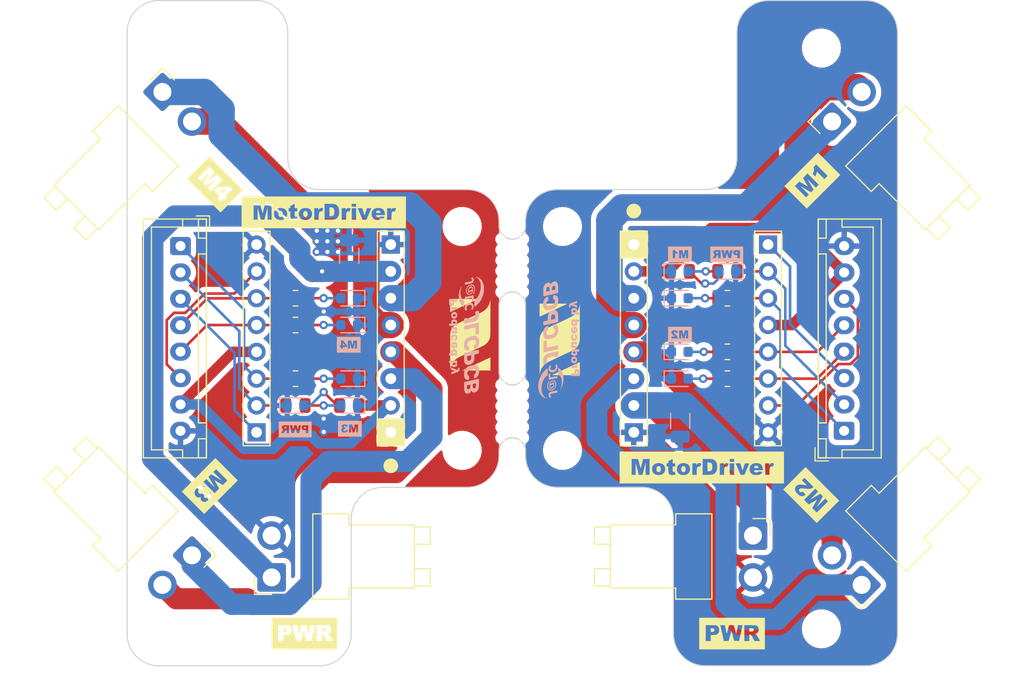
<source format=kicad_pcb>
(kicad_pcb (version 20221018) (generator pcbnew)
  (layers (0 "F.Cu" signal) (31 "B.Cu" signal) (34 "B.Paste" user) (35 "F.Paste" user) (36 "B.SilkS" user "B.Silkscreen") (37 "F.SilkS" user "F.Silkscreen") (38 "B.Mask" user) (39 "F.Mask" user) (44 "Edge.Cuts" user))
  (net 0 "")
  (net 1 "MotorVin")
  (net 2 "GND")
  (net 3 "Net-(D1-A)")
  (net 4 "Net-(D2-A)")
  (net 5 "Net-(D3-A)")
  (net 6 "Net-(D4-A)")
  (net 7 "Net-(D5-A)")
  (net 8 "LogicVin")
  (net 9 "M1_OUT1")
  (net 10 "M1_OUT2")
  (net 11 "M2_OUT1")
  (net 12 "M2_OUT2")
  (net 13 "M1_IN1")
  (net 14 "M1_IN2")
  (net 15 "M1_PWM")
  (net 16 "M2_IN1")
  (net 17 "M2_IN2")
  (net 18 "M2_PWM")
  (net 19 "Net-(D6-A)")
  (net 20 "MotorVin-2")
  (net 21 "Net-(D7-A)")
  (net 22 "Net-(D8-A)")
  (net 23 "Net-(D9-A)")
  (net 24 "Net-(D10-A)")
  (net 25 "M3_OUT1")
  (net 26 "M3_OUT2")
  (net 27 "M4_OUT1")
  (net 28 "M4_OUT2")
  (net 29 "M3_IN1")
  (net 30 "M3_IN2")
  (net 31 "M3_PWM")
  (net 32 "M4_IN1")
  (net 33 "M4_IN2")
  (net 34 "M4_PWM")
  (net 35 "LogicVin-2")
  (footprint "@2023_MotorDriver:JST_VH_B2PS-VH_1x02_P3.96mm_Horizontal" (layer "F.Cu") (at 140.109423 123.84072 135)
    (fp_text reference "J3" hide)
    (fp_text value "Conn_01x02_Male")
  )
  (footprint "MountingHole:MountingHole_3.2mm_M3" (layer "F.Cu") (at 77.8 73)
    (fp_text reference "REF**" hide)
    (fp_text value "MountingHole_3.2mm_M3")
  )
  (footprint "@2023_MotorDriver:TB6612FNG" (layer "F.Cu") (at 89.2 100.5 180)
    (fp_text reference "U2" hide)
    (fp_text value "~")
  )
  (footprint "@2023_MotorDriver:Joint" (layer "F.Cu") (at 107.05 93.6 90)
    (fp_text reference "REF**" hide)
    (fp_text value "Joint")
    (fp_arc (start -3.75 -1.25) (mid -2.5 0) (end -3.75 1.25) (stroke (width 0.12)) (layer "Edge.Cuts"))
    (fp_arc (start 3.75 1.25) (mid 2.5 0) (end 3.75 -1.25) (stroke (width 0.12)) (layer "Edge.Cuts"))
  )
  (footprint "Resistor_SMD:R_0805_2012Metric" (layer "F.Cu") (at 127.4 101.77 180)
    (fp_text reference "R5" hide)
    (fp_text value "330")
  )
  (footprint "Resistor_SMD:R_0805_2012Metric" (layer "F.Cu") (at 127.4 104.31 180)
    (fp_text reference "R4" hide)
    (fp_text value "330")
  )
  (footprint "Resistor_SMD:R_0805_2012Metric" (layer "F.Cu") (at 86.533 106.85)
    (fp_text reference "R8" hide)
    (fp_text value "330")
  )
  (footprint "MountingHole:MountingHole_3.2mm_M3" (layer "F.Cu") (at 102.3 111.1)
    (fp_text reference "REF**" hide)
    (fp_text value "MountingHole_3.2mm_M3")
  )
  (footprint "MountingHole:MountingHole_3.2mm_M3" (layer "F.Cu") (at 111.8 89.9)
    (fp_text reference "REF**" hide)
    (fp_text value "MountingHole_3.2mm_M3")
  )
  (footprint "Resistor_SMD:R_0805_2012Metric" (layer "F.Cu") (at 127.4 96.69 180)
    (fp_text reference "R2" hide)
    (fp_text value "330")
  )
  (footprint "MountingHole:MountingHole_3.2mm_M3" (layer "F.Cu") (at 102.3 89.9)
    (fp_text reference "REF**" hide)
    (fp_text value "MountingHole_3.2mm_M3")
  )
  (footprint "@2023_MotorDriver:JST_VH_B2PS-VH_1x02_P3.96mm_Horizontal" (layer "F.Cu") (at 137.30928 79.959423 45)
    (fp_text reference "J2" hide)
    (fp_text value "Conn_01x02_Male")
  )
  (footprint "@2023_MotorDriver:JST_VH_B2PS-VH_1x02_P3.96mm_Horizontal" (layer "F.Cu") (at 84.275 123.13 90)
    (fp_text reference "J5" hide)
    (fp_text value "Conn_01x02_Male")
  )
  (footprint "Resistor_SMD:R_0805_2012Metric" (layer "F.Cu") (at 127.4 94.15 180)
    (fp_text reference "R3" hide)
    (fp_text value "330")
  )
  (footprint "MountingHole:MountingHole_3.2mm_M3" (layer "F.Cu") (at 77.8 128)
    (fp_text reference "REF**" hide)
    (fp_text value "MountingHole_3.2mm_M3")
  )
  (footprint "MountingHole:MountingHole_3.2mm_M3" (layer "F.Cu") (at 136.3 128)
    (fp_text reference "REF**" hide)
    (fp_text value "MountingHole_3.2mm_M3")
  )
  (footprint "Connector_JST:JST_XH_B8B-XH-A_1x08_P2.50mm_Vertical" (layer "F.Cu") (at 75.65 91.75 -90)
    (fp_text reference "J8" hide)
    (fp_text value "Conn_01x08_Male")
  )
  (footprint "@2023_MotorDriver:TB6612FNG" (layer "F.Cu") (at 124.9 100.5)
    (fp_text reference "U1" hide)
    (fp_text value "~")
  )
  (footprint "MountingHole:MountingHole_3.2mm_M3" (layer "F.Cu") (at 136.3 73)
    (fp_text reference "REF**" hide)
    (fp_text value "MountingHole_3.2mm_M3")
  )
  (footprint "Resistor_SMD:R_0805_2012Metric" (layer "F.Cu") (at 86.533 96.69)
    (fp_text reference "R9" hide)
    (fp_text value "330")
  )
  (footprint "Resistor_SMD:R_0805_2012Metric" (layer "F.Cu") (at 86.533 99.23)
    (fp_text reference "R10" hide)
    (fp_text value "330")
  )
  (footprint "Connector_JST:JST_XH_B8B-XH-A_1x08_P2.50mm_Vertical" (layer "F.Cu") (at 138.45 109.25 90)
    (fp_text reference "J4" hide)
    (fp_text value "Conn_01x08_Male")
  )
  (footprint "@2023_MotorDriver:JST_VH_B2PS-VH_1x02_P3.96mm_Horizontal" (layer "F.Cu") (at 73.940577 77.15928 -45)
    (fp_text reference "J7" hide)
    (fp_text value "Conn_01x02_Male")
  )
  (footprint "MountingHole:MountingHole_3.2mm_M3" (layer "F.Cu") (at 111.8 111.1)
    (fp_text reference "REF**" hide)
    (fp_text value "MountingHole_3.2mm_M3")
  )
  (footprint "Resistor_SMD:R_0805_2012Metric" (layer "F.Cu") (at 91.613 106.85 180)
    (fp_text reference "R6" hide)
    (fp_text value "330")
  )
  (footprint "@2023_MotorDriver:JST_VH_B2PS-VH_1x02_P3.96mm_Horizontal" (layer "F.Cu") (at 76.74072 121.040577 -135)
    (fp_text reference "J6" hide)
    (fp_text value "Conn_01x02_Male")
  )
  (footprint "Resistor_SMD:R_0805_2012Metric" (layer "F.Cu") (at 122.9 94.15)
    (fp_text reference "R1" hide)
    (fp_text value "330")
  )
  (footprint "@2023_MotorDriver:JST_VH_B2PS-VH_1x02_P3.96mm_Horizontal" (layer "F.Cu") (at 129.825 119.17 -90)
    (fp_text reference "J1" hide)
    (fp_text value "Conn_01x02_Male")
  )
  (footprint "@2023_MotorDriver:Joint" (layer "F.Cu") (at 107.05 107.4 90)
    (fp_text reference "REF**" hide)
    (fp_text value "Joint")
    (fp_arc (start -3.75 -1.25) (mid -2.5 0) (end -3.75 1.25) (stroke (width 0.12)) (layer "Edge.Cuts"))
    (fp_arc (start 3.75 1.25) (mid 2.5 0) (end 3.75 -1.25) (stroke (width 0.12)) (layer "Edge.Cuts"))
  )
  (footprint "Resistor_SMD:R_0805_2012Metric" (layer "F.Cu") (at 86.533 104.31)
    (fp_text reference "R7" hide)
    (fp_text value "330")
  )
  (footprint "LED_SMD:LED_0603_1608Metric" (layer "B.Cu") (at 91.613 99.23 180)
    (fp_text reference "D10" hide)
    (fp_text value "LED")
  )
  (footprint "LED_SMD:LED_0603_1608Metric" (layer "B.Cu") (at 91.613 96.69 180)
    (fp_text reference "D9" hide)
    (fp_text value "LED")
  )
  (footprint "LED_SMD:LED_0603_1608Metric" (layer "B.Cu") (at 122.9 104.31)
    (fp_text reference "D4" hide)
    (fp_text value "LED")
  )
  (footprint "Capacitor_SMD:C_1206_3216Metric" (layer "B.Cu") (at 91.613 92.675 90)
    (fp_text reference "C2" hide)
    (fp_text value "C")
  )
  (footprint "LED_SMD:LED_0603_1608Metric" (layer "B.Cu") (at 122.9 96.69)
    (fp_text reference "D2" hide)
    (fp_text value "LED")
  )
  (footprint "LED_SMD:LED_0603_1608Metric" (layer "B.Cu") (at 91.613 106.85 180)
    (fp_text reference "D8" hide)
    (fp_text value "LED")
  )
  (footprint "LED_SMD:LED_0603_1608Metric" (layer "B.Cu") (at 122.9 101.77)
    (fp_text reference "D5" hide)
    (fp_text value "LED")
  )
  (footprint "LED_SMD:LED_0603_1608Metric" (layer "B.Cu") (at 122.9 94.15)
    (fp_text reference "D3" hide)
    (fp_text value "LED")
  )
  (footprint "Capacitor_SMD:C_1206_3216Metric" (layer "B.Cu") (at 122.94 108.325 -90)
    (fp_text reference "C1" hide)
    (fp_text value "C")
  )
  (footprint "LED_SMD:LED_0603_1608Metric" (layer "B.Cu") (at 86.533 106.85)
    (fp_text reference "D6" hide)
    (fp_text value "LED")
  )
  (footprint "LED_SMD:LED_0603_1608Metric" (layer "B.Cu") (at 127.4 94.15 180)
    (fp_text reference "D1" hide)
    (fp_text value "LED")
  )
  (footprint "LED_SMD:LED_0603_1608Metric" (layer "B.Cu") (at 91.613 104.31 180)
    (fp_text reference "D7" hide)
    (fp_text value "LED")
  )
  (gr_poly (pts (xy 85.611306 108.864485) (xy 85.596958 108.864867) (xy 85.583589 108.865513) (xy 85.571169 108.866432) (xy 85.559667 108.867632) (xy 85.549052 108.869122) (xy 85.539292 108.870909) (xy 85.534724 108.871917) (xy 85.530357 108.873003) (xy 85.526189 108.874166) (xy 85.522216 108.87541) (xy 85.518434 108.876734) (xy 85.514838 108.87814) (xy 85.511425 108.879628) (xy 85.508191 108.881201) (xy 85.505133 108.882857) (xy 85.502245 108.8846) (xy 85.499525 108.88643) (xy 85.496969 108.888347) (xy 85.494573 108.890353) (xy 85.492332 108.892449) (xy 85.490243 108.894637) (xy 85.488302 108.896916) (xy 85.486505 108.899288) (xy 85.484849 108.901754) (xy 85.482426 108.905947) (xy 85.480312 108.910184) (xy 85.478504 108.914456) (xy 85.476997 108.918755) (xy 85.475786 108.923071) (xy 85.474868 108.927394) (xy 85.474238 108.931717) (xy 85.473891 108.936028) (xy 85.473823 108.940321) (xy 85.47403 108.944584) (xy 85.474507 108.94881) (xy 85.47525 108.952988) (xy 85.476254 108.95711) (xy 85.477515 108.961166) (xy 85.47903 108.965148) (xy 85.480792 108.969046) (xy 85.482799 108.972851) (xy 85.485044 108.976554) (xy 85.487525 108.980145) (xy 85.490237 108.983616) (xy 85.493175 108.986957) (xy 85.496335 108.99016) (xy 85.499713 108.993214) (xy 85.503304 108.996111) (xy 85.507103 108.998842) (xy 85.511107 109.001397) (xy 85.515311 109.003767) (xy 85.519711 109.005943) (xy 85.524301 109.007917) (xy 85.529079 109.009678) (xy 85.534039 109.011217) (xy 85.539177 109.012526) (xy 85.545797 109.013842) (xy 85.554302 109.015117) (xy 85.564329 109.016309) (xy 85.575513 109.017377) (xy 85.587491 109.018279) (xy 85.599899 109.018975) (xy 85.612373 109.019423) (xy 85.624549 109.019582) (xy 85.68311 109.019582) (xy 85.68311 108.864359) (xy 85.626666 108.864359)) (stroke (width 0.004)) (fill solid) (layer "B.SilkS"))
  (gr_poly (pts (xy 84.949332 109.866248) (xy 88.053777 109.866248) (xy 88.053777 108.715487) (xy 87.750388 108.715487) (xy 87.750388 109.471137) (xy 87.510499 109.471137) (xy 87.510499 109.188915) (xy 87.418071 109.188915) (xy 87.386474 109.188438) (xy 87.356983 109.18698) (xy 87.343003 109.185873) (xy 87.329521 109.184506) (xy 87.316528 109.182876) (xy 87.304014 109.180978) (xy 87.291968 109.178806) (xy 87.280383 109.176358) (xy 87.269247 109.173627) (xy 87.258552 109.170609) (xy 87.248288 109.1673) (xy 87.238446 109.163695) (xy 87.229015 109.159789) (xy 87.219986 109.155578) (xy 87.211351 109.151056) (xy 87.203098 109.14622) (xy 87.195219 109.141064) (xy 87.187704 109.135585) (xy 87.180544 109.129777) (xy 87.173729 109.123635) (xy 87.167249 109.117156) (xy 87.161094 109.110334) (xy 87.155257 109.103164) (xy 87.149725 109.095643) (xy 87.144491 109.087765) (xy 87.139545 109.079526) (xy 87.134876 109.070921) (xy 87.130476 109.061946) (xy 87.126335 109.052595) (xy 87.122443 109.042865) (xy 87.118165 109.030616) (xy 87.116374 109.024902) (xy 87.114803 109.01935) (xy 87.113444 109.013877) (xy 87.112286 109.008399) (xy 87.11132 109.002832) (xy 87.110537 108.997092) (xy 87.109928 108.991096) (xy 87.109483 108.98476) (xy 87.109193 108.978) (xy 87.109049 108.970733) (xy 87.10916 108.954341) (xy 87.109743 108.934915) (xy 87.110873 108.915798) (xy 87.112695 108.897836) (xy 87.115241 108.880976) (xy 87.116794 108.872942) (xy 87.118541 108.865164) (xy 87.120483 108.857635) (xy 87.122626 108.850349) (xy 87.124973 108.843299) (xy 87.127528 108.836478) (xy 87.130295 108.829879) (xy 87.133278 108.823497) (xy 87.13648 108.817324) (xy 87.139906 108.811355) (xy 87.143559 108.805581) (xy 87.147443 108.799998) (xy 87.151563 108.794597) (xy 87.155921 108.789374) (xy 87.160523 108.78432) (xy 87.165371 108.779429) (xy 87.17047 108.774696) (xy 87.175823 108.770113) (xy 87.181435 108.765673) (xy 87.187309 108.761371) (xy 87.193449 108.757199) (xy 87.199859 108.75315) (xy 87.206543 108.74922) (xy 87.213504 108.745399) (xy 87.228277 108.738065) (xy 87.255313 108.725284) (xy 87.057993 108.725284) (xy 87.057924 108.726193) (xy 87.057765 108.72716) (xy 87.057532 108.728187) (xy 86.973571 109.106365) (xy 86.893138 109.471137) (xy 85.922999 109.471137) (xy 85.68311 109.471137) (xy 85.68311 109.315209) (xy 85.683092 109.290445) (xy 85.68303 109.268437) (xy 85.682915 109.249032) (xy 85.682735 109.232075) (xy 85.682481 109.217413) (xy 85.682323 109.210894) (xy 85.682143 109.204891) (xy 85.681938 109.199384) (xy 85.681709 109.194355) (xy 85.681453 109.189784) (xy 85.68117 109.185652) (xy 85.680857 109.181939) (xy 85.680515 109.178627) (xy 85.680141 109.175696) (xy 85.679734 109.173127) (xy 85.679293 109.1709) (xy 85.678816 109.168997) (xy 85.678565 109.168161) (xy 85.678303 109.167398) (xy 85.678033 109.166706) (xy 85.677752 109.166084) (xy 85.677462 109.165527) (xy 85.677162 109.165035) (xy 85.676852 109.164604) (xy 85.676531 109.164233) (xy 85.6762 109.163918) (xy 85.675858 109.163658) (xy 85.675506 109.163449) (xy 85.675142 109.16329) (xy 85.674768 109.163179) (xy 85.674382 109.163112) (xy 85.673985 109.163087) (xy 85.673576 109.163102) (xy 85.673155 109.163155) (xy 85.672723 109.163243) (xy 85.671821 109.163515) (xy 85.669162 109.164305) (xy 85.666022 109.165069) (xy 85.662519 109.165785) (xy 85.658768 109.166425) (xy 85.654885 109.166967) (xy 85.650985 109.167385) (xy 85.647185 109.167653) (xy 85.645358 109.167724) (xy 85.643599 109.167748) (xy 85.637753 109.168256) (xy 85.63182 109.169825) (xy 85.625746 109.172525) (xy 85.619478 109.176425) (xy 85.612962 109.181593) (xy 85.606144 109.188101) (xy 85.598971 109.196016) (xy 85.591388 109.205407) (xy 85.583342 109.216345) (xy 85.57478 109.228899) (xy 85.565647 109.243137) (xy 85.55589 109.259129) (xy 85.534288 109.296651) (xy 85.509543 109.342021) (xy 85.441104 109.471137) (xy 85.174405 109.471137) (xy 85.234377 109.356132) (xy 85.247079 109.332107) (xy 85.25903 109.309983) (xy 85.270291 109.289675) (xy 85.280921 109.271101) (xy 85.290981 109.254177) (xy 85.300531 109.238818) (xy 85.30963 109.224941) (xy 85.318338 109.212463) (xy 85.326715 109.201299) (xy 85.334822 109.191367) (xy 85.342718 109.182581) (xy 85.346605 109.178592) (xy 85.350463 109.174859) (xy 85.354297 109.171371) (xy 85.358117 109.168117) (xy 85.361928 109.165087) (xy 85.36574 109.162271) (xy 85.369558 109.159657) (xy 85.373391 109.157237) (xy 85.377247 109.154998) (xy 85.381132 109.152932) (xy 85.411471 109.137409) (xy 85.373371 109.123298) (xy 85.363303 109.119051) (xy 85.353248 109.114023) (xy 85.343269 109.108278) (xy 85.33343 109.101878) (xy 85.323794 109.094888) (xy 85.314423 109.087369) (xy 85.305381 109.079385) (xy 85.29673 109.070999) (xy 85.288535 109.062274) (xy 85.280857 109.053273) (xy 85.27376 109.04406) (xy 85.267306 109.034696) (xy 85.26156 109.025246) (xy 85.256584 109.015771) (xy 85.252441 109.006337) (xy 85.249193 108.997004) (xy 85.245505 108.982783) (xy 85.242637 108.968468) (xy 85.240583 108.95411) (xy 85.239338 108.939766) (xy 85.238894 108.925487) (xy 85.239247 108.911329) (xy 85.240389 108.897344) (xy 85.242314 108.883586) (xy 85.245017 108.870109) (xy 85.248491 108.856968) (xy 85.252729 108.844215) (xy 85.257726 108.831904) (xy 85.263476 108.820089) (xy 85.269971 108.808825) (xy 85.277207 108.798163) (xy 85.285177 108.788159) (xy 85.29077 108.781865) (xy 85.296455 108.775938) (xy 85.302255 108.770364) (xy 85.308195 108.76513) (xy 85.314302 108.760222) (xy 85.320598 108.755628) (xy 85.327109 108.751334) (xy 85.33386 108.747325) (xy 85.340876 108.74359) (xy 85.348181 108.740114) (xy 85.3558 108.736884) (xy 85.363758 108.733887) (xy 85.37208 108.731109) (xy 85.38079 108.728536) (xy 85.389914 108.726155) (xy 85.399477 108.723954) (xy 85.411947 108.722202) (xy 85.431635 108.720658) (xy 85.491111 108.718221) (xy 85.574796 108.716711) (xy 85.679582 108.716193) (xy 85.922999 108.716193) (xy 85.922999 109.471137) (xy 86.893138 109.471137) (xy 86.777427 109.469726) (xy 86.661716 109.467609) (xy 86.59751 109.236893) (xy 86.572342 109.147916) (xy 86.551208 109.075409) (xy 86.542836 109.047667) (xy 86.536292 109.026847) (xy 86.531848 109.013881) (xy 86.530499 109.010635) (xy 86.530057 109.009873) (xy 86.529777 109.009704) (xy 86.523669 109.029085) (xy 86.508963 109.079025) (xy 86.462749 109.240421) (xy 86.399249 109.467609) (xy 86.167121 109.467609) (xy 86.083866 109.093665) (xy 86.025569 108.828905) (xy 86.00061 108.717604) (xy 86.002882 108.717341) (xy 86.009396 108.717086) (xy 86.03333 108.716634) (xy 86.068773 108.716314) (xy 86.112088 108.716193) (xy 86.22286 108.716193) (xy 86.26096 108.917276) (xy 86.268801 108.957424) (xy 86.276328 108.994777) (xy 86.283359 109.028525) (xy 86.289711 109.057858) (xy 86.295204 109.081965) (xy 86.299655 109.100037) (xy 86.301433 109.106556) (xy 86.302883 109.111263) (xy 86.303981 109.114055) (xy 86.304391 109.114702) (xy 86.304705 109.114832) (xy 86.305249 109.114346) (xy 86.305822 109.113688) (xy 86.306418 109.112869) (xy 86.307031 109.111899) (xy 86.307656 109.110789) (xy 86.308289 109.109548) (xy 86.308924 109.108188) (xy 86.309555 109.106718) (xy 86.310179 109.105149) (xy 86.310789 109.10349) (xy 86.31138 109.101754) (xy 86.311947 109.099949) (xy 86.312486 109.098086) (xy 86.312991 109.096176) (xy 86.313456 109.094228) (xy 86.313877 109.092254) (xy 86.332133 109.025667) (xy 86.36891 108.893993) (xy 86.418299 108.716193) (xy 86.530482 108.716193) (xy 86.548129 108.716211) (xy 86.563842 108.716274) (xy 86.577735 108.716393) (xy 86.589925 108.716579) (xy 86.600528 108.716843) (xy 86.60527 108.717008) (xy 86.609659 108.717197) (xy 86.613708 108.717412) (xy 86.617434 108.717653) (xy 86.620849 108.717922) (xy 86.623968 108.718221) (xy 86.626807 108.718551) (xy 86.629378 108.718914) (xy 86.631698 108.71931) (xy 86.63378 108.719741) (xy 86.635639 108.720209) (xy 86.637288 108.720716) (xy 86.638744 108.721262) (xy 86.64002 108.721848) (xy 86.64113 108.722477) (xy 86.642089 108.72315) (xy 86.642913 108.723869) (xy 86.643614 108.724633) (xy 86.644207 108.725446) (xy 86.644708 108.726308) (xy 86.64513 108.727222) (xy 86.645488 108.728187) (xy 86.69911 108.920804) (xy 86.718524 108.99158) (xy 86.735358 109.051508) (xy 86.747826 109.094238) (xy 86.751865 109.10717) (xy 86.754143 109.113421) (xy 86.754449 109.113913) (xy 86.754836 109.11394) (xy 86.755849 109.112614) (xy 86.758796 109.10459) (xy 86.762899 109.08967) (xy 86.768078 109.068177) (xy 86.781329 109.00676) (xy 86.797888 108.922921) (xy 86.836693 108.719721) (xy 86.948877 108.717604) (xy 86.967336 108.717366) (xy 86.983642 108.717191) (xy 86.997922 108.717089) (xy 87.010304 108.717075) (xy 87.015824 108.717104) (xy 87.020917 108.71716) (xy 87.0256 108.717243) (xy 87.029889 108.717356) (xy 87.033799 108.7175) (xy 87.037347 108.717676) (xy 87.040549 108.717887) (xy 87.043421 108.718133) (xy 87.045979 108.718417) (xy 87.048238 108.718739) (xy 87.050215 108.719101) (xy 87.051103 108.719298) (xy 87.051926 108.719506) (xy 87.052687 108.719724) (xy 87.053387 108.719953) (xy 87.054029 108.720194) (xy 87.054614 108.720446) (xy 87.055145 108.72071) (xy 87.055623 108.720985) (xy 87.056051 108.721273) (xy 87.05643 108.721573) (xy 87.056762 108.721885) (xy 87.057051 108.72221) (xy 87.057296 108.722547) (xy 87.057501 108.722898) (xy 87.057668 108.723261) (xy 87.057798 108.723638) (xy 87.057894 108.724029) (xy 87.057957 108.724433) (xy 87.057989 108.724852) (xy 87.057993 108.725284) (xy 87.255313 108.725284) (xy 87.267082 108.719721) (xy 87.508382 108.717604) (xy 87.750388 108.715487) (xy 88.053777 108.715487) (xy 88.053777 108.370471) (xy 84.949332 108.370471)) (stroke (width 0.004)) (fill solid) (layer "B.SilkS"))
  (gr_poly (pts (xy 113.385637 103.817522) (xy 113.38352 103.576222) (xy 113.365176 103.537417) (xy 113.360935 103.528702) (xy 113.356419 103.520289) (xy 113.351631 103.512179) (xy 113.346578 103.504377) (xy 113.341264 103.496884) (xy 113.335696 103.489705) (xy 113.329877 103.482842) (xy 113.323813 103.476298) (xy 113.317509 103.470076) (xy 113.310971 103.464181) (xy 113.304203 103.458614) (xy 113.297211 103.453378) (xy 113.29 103.448478) (xy 113.282575 103.443915) (xy 113.274941 103.439694) (xy 113.267104 103.435817) (xy 113.257514 103.431736) (xy 113.252759 103.429995) (xy 113.247932 103.428441) (xy 113.242961 103.427065) (xy 113.237772 103.425857) (xy 113.232292 103.424809) (xy 113.226446 103.42391) (xy 113.220162 103.423152) (xy 113.213367 103.422525) (xy 113.197948 103.421628) (xy 113.179602 103.421145) (xy 113.157743 103.421) (xy 113.135095 103.421118) (xy 113.125297 103.421288) (xy 113.11639 103.421551) (xy 113.108282 103.421921) (xy 113.100878 103.422414) (xy 113.094083 103.423043) (xy 113.087804 103.423822) (xy 113.081947 103.424767) (xy 113.076418 103.425892) (xy 113.071122 103.427211) (xy 113.065965 103.428739) (xy 113.060854 103.43049) (xy 113.055695 103.432479) (xy 113.050393 103.43472) (xy 113.044854 103.437228) (xy 113.027807 103.445864) (xy 113.012101 103.455418) (xy 112.9977 103.465964) (xy 112.984573 103.477577) (xy 112.972686 103.49033) (xy 112.962006 103.5043) (xy 112.9525 103.519559) (xy 112.944136 103.536182) (xy 112.936879 103.554244) (xy 112.930697 103.573819) (xy 112.925557 103.594981) (xy 112.921426 103.617806) (xy 112.91827 103.642367) (xy 112.916057 103.668738) (xy 112.914753 103.696995) (xy 112.914326 103.727211) (xy 112.914326 103.819639) (xy 112.632104 103.819639) (xy 112.632104 104.059528) (xy 113.233237 104.059528) (xy 113.233237 103.819639) (xy 113.069548 103.819639) (xy 113.069548 103.766722) (xy 113.069741 103.755255) (xy 113.070298 103.74378) (xy 113.071185 103.732554) (xy 113.07237 103.721831) (xy 113.07382 103.711869) (xy 113.074634 103.707254) (xy 113.075501 103.702924) (xy 113.076418 103.698913) (xy 113.077381 103.695253) (xy 113.078385 103.691975) (xy 113.079426 103.689111) (xy 113.081491 103.684657) (xy 113.083837 103.680424) (xy 113.086452 103.676415) (xy 113.089318 103.672631) (xy 113.09242 103.669075) (xy 113.095744 103.66575) (xy 113.099275 103.662656) (xy 113.102996 103.659797) (xy 113.106893 103.657175) (xy 113.11095 103.654792) (xy 113.115153 103.652649) (xy 113.119486 103.65075) (xy 113.123933 103.649097) (xy 113.12848 103.647691) (xy 113.133111 103.646535) (xy 113.137811 103.645631) (xy 113.142564 103.644981) (xy 113.147357 103.644588) (xy 113.152172 103.644453) (xy 113.156996 103.64458) (xy 113.161812 103.644969) (xy 113.166606 103.645623) (xy 113.171362 103.646545) (xy 113.176065 103.647737) (xy 113.1807 103.6492) (xy 113.185251 103.650937) (xy 113.189704 103.652951) (xy 113.194043 103.655243) (xy 113.198253 103.657815) (xy 113.202318 103.660671) (xy 113.206223 103.663811) (xy 113.209954 103.667239) (xy 113.212951 103.670321) (xy 113.215608 103.67328) (xy 113.217949 103.676206) (xy 113.219997 103.679189) (xy 113.221776 103.682321) (xy 113.223311 103.685693) (xy 113.224625 103.689396) (xy 113.225741 103.693521) (xy 113.226683 103.698158) (xy 113.227475 103.703398) (xy 113.228142 103.709334) (xy 113.228706 103.716054) (xy 113.229622 103.732216) (xy 113.230415 103.752611) (xy 113.233237 103.819639) (xy 113.233237 104.059528) (xy 113.387754 104.059528)) (stroke (width 0.004)) (fill solid) (layer "B.SilkS"))
  (gr_poly (pts (xy 113.009576 101.194972) (xy 112.971617 101.194931) (xy 112.938242 101.194742) (xy 112.909156 101.194307) (xy 112.884064 101.193528) (xy 112.872924 101.192979) (xy 112.862673 101.192307) (xy 112.853273 101.191499) (xy 112.844687 101.190545) (xy 112.836879 101.18943) (xy 112.829812 101.188144) (xy 112.823449 101.186673) (xy 112.817753 101.185006) (xy 112.812688 101.18313) (xy 112.808216 101.181033) (xy 112.804301 101.178703) (xy 112.800907 101.176127) (xy 112.797995 101.173294) (xy 112.79553 101.17019) (xy 112.793474 101.166804) (xy 112.791791 101.163123) (xy 112.790444 101.159135) (xy 112.789396 101.154828) (xy 112.78861 101.150189) (xy 112.788049 101.145207) (xy 112.787678 101.139869) (xy 112.787458 101.134162) (xy 112.787326 101.121594) (xy 112.787392 101.118184) (xy 112.787589 101.114832) (xy 112.787917 101.111541) (xy 112.788375 101.10831) (xy 112.788961 101.105141) (xy 112.789675 101.102036) (xy 112.790515 101.098994) (xy 112.791482 101.096018) (xy 112.792574 101.093108) (xy 112.79379 101.090265) (xy 112.795129 101.08749) (xy 112.796591 101.084784) (xy 112.798173 101.082149) (xy 112.799877 101.079585) (xy 112.8017 101.077093) (xy 112.803642 101.074675) (xy 112.805702 101.072331) (xy 112.807878 101.070063) (xy 112.810171 101.067871) (xy 112.812579 101.065756) (xy 112.8151 101.06372) (xy 112.817736 101.061764) (xy 112.820483 101.059888) (xy 112.823342 101.058094) (xy 112.826312 101.056383) (xy 112.829392 101.054755) (xy 112.835876 101.051755) (xy 112.842788 101.049103) (xy 112.850121 101.046805) (xy 112.8584 101.045489) (xy 112.872169 101.044215) (xy 112.890701 101.043023) (xy 112.913268 101.041955) (xy 112.967595 101.040356) (xy 113.029332 101.03975) (xy 113.182437 101.03975) (xy 113.182437 100.828083) (xy 112.632104 100.828083) (xy 112.632104 101.025639) (xy 112.719593 101.025639) (xy 112.687137 101.0588) (xy 112.678734 101.067753) (xy 112.670978 101.076644) (xy 112.663855 101.085513) (xy 112.657349 101.094397) (xy 112.651448 101.103336) (xy 112.646135 101.112366) (xy 112.641397 101.121526) (xy 112.637219 101.130855) (xy 112.633587 101.14039) (xy 112.630486 101.150171) (xy 112.627902 101.160234) (xy 112.62582 101.17062) (xy 112.624226 101.181364) (xy 112.623105 101.192507) (xy 112.622443 101.204086) (xy 112.622226 101.216139) (xy 112.622293 101.228321) (xy 112.622762 101.240005) (xy 112.623638 101.251208) (xy 112.624927 101.261945) (xy 112.626633 101.272231) (xy 112.628762 101.282082) (xy 112.631319 101.291514) (xy 112.634309 101.300541) (xy 112.637737 101.30918) (xy 112.641608 101.317445) (xy 112.645928 101.325353) (xy 112.650702 101.332919) (xy 112.655934 101.340159) (xy 112.661631 101.347087) (xy 112.667797 101.353719) (xy 112.674437 101.360072) (xy 112.683123 101.367571) (xy 112.691672 101.374227) (xy 112.700409 101.380089) (xy 112.70966 101.385207) (xy 112.71975 101.389631) (xy 112.731004 101.39341) (xy 112.743749 101.396593) (xy 112.75831 101.39923) (xy 112.775012 101.401372) (xy 112.794182 101.403067) (xy 112.841224 101.405316) (xy 112.902041 101.406374) (xy 112.979237 101.406639) (xy 113.182437 101.406639) (xy 113.182437 101.194972)) (stroke (width 0.004)) (fill solid) (layer "B.SilkS"))
  (gr_poly (pts (xy 113.191753 99.722588) (xy 113.191547 99.712575) (xy 113.191168 99.701487) (xy 113.189923 99.677476) (xy 113.189072 99.665248) (xy 113.188082 99.653333) (xy 113.184558 99.623062) (xy 113.182137 99.608636) (xy 113.179274 99.594683) (xy 113.17597 99.5812) (xy 113.172224 99.568187) (xy 113.168033 99.555642) (xy 113.163398 99.543564) (xy 113.158318 99.531953) (xy 113.152791 99.520807) (xy 113.146817 99.510124) (xy 113.140395 99.499904) (xy 113.133523 99.490145) (xy 113.126202 99.480847) (xy 113.11843 99.472008) (xy 113.110206 99.463627) (xy 113.101529 99.455703) (xy 113.092399 99.448234) (xy 113.082814 99.44122) (xy 113.072774 99.434659) (xy 113.062278 99.428551) (xy 113.051324 99.422893) (xy 113.039912 99.417685) (xy 113.028042 99.412926) (xy 113.015711 99.408615) (xy 113.00292 99.404749) (xy 112.989666 99.401329) (xy 112.97595 99.398353) (xy 112.947127 99.393729) (xy 112.916443 99.390866) (xy 112.850826 99.386634) (xy 112.850826 99.596183) (xy 112.850855 99.671813) (xy 112.850775 99.701972) (xy 112.850528 99.727483) (xy 112.850318 99.738601) (xy 112.850038 99.748686) (xy 112.849677 99.757778) (xy 112.849226 99.765922) (xy 112.848675 99.773159) (xy 112.848015 99.779532) (xy 112.847236 99.785085) (xy 112.846328 99.789858) (xy 112.845282 99.793896) (xy 112.844087 99.797241) (xy 112.843431 99.798667) (xy 112.842734 99.799935) (xy 112.841996 99.801051) (xy 112.841214 99.802021) (xy 112.840388 99.802849) (xy 112.839517 99.803542) (xy 112.838599 99.804103) (xy 112.837632 99.80454) (xy 112.836617 99.804856) (xy 112.835552 99.805058) (xy 112.834434 99.80515) (xy 112.833264 99.805138) (xy 112.830761 99.804824) (xy 112.828032 99.804157) (xy 112.825068 99.803181) (xy 112.821858 99.801938) (xy 112.806376 99.79515) (xy 112.800368 99.792403) (xy 112.794648 99.789334) (xy 112.789219 99.785957) (xy 112.784086 99.78229) (xy 112.779251 99.778348) (xy 112.774717 99.774147) (xy 112.770488 99.769702) (xy 112.766567 99.765032) (xy 112.762957 99.76015) (xy 112.759661 99.755073) (xy 112.756683 99.749818) (xy 112.754026 99.7444) (xy 112.751692 99.738835) (xy 112.749686 99.733139) (xy 112.74801 99.727329) (xy 112.746668 99.721419) (xy 112.745663 99.715428) (xy 112.744998 99.709369) (xy 112.744677 99.70326) (xy 112.744702 99.697116) (xy 112.745077 99.690954) (xy 112.745805 99.684789) (xy 112.746889 99.678638) (xy 112.748333 99.672516) (xy 112.75014 99.666439) (xy 112.752312 99.660424) (xy 112.754854 99.654487) (xy 112.757768 99.648643) (xy 112.761058 99.642908) (xy 112.764727 99.637299) (xy 112.768778 99.631832) (xy 112.773215 99.626523) (xy 112.79297 99.603239) (xy 112.784504 99.507284) (xy 112.782828 99.487841) (xy 112.78102 99.469481) (xy 112.779146 99.452626) (xy 112.777272 99.437698) (xy 112.775464 99.425118) (xy 112.773788 99.415308) (xy 112.773021 99.411573) (xy 112.772311 99.408689) (xy 112.771667 99.406708) (xy 112.771373 99.406073) (xy 112.771098 99.405683) (xy 112.770288 99.405181) (xy 112.769192 99.404989) (xy 112.767824 99.405094) (xy 112.766199 99.405485) (xy 112.762241 99.407072) (xy 112.757439 99.409652) (xy 112.751913 99.413125) (xy 112.745785 99.417391) (xy 112.739175 99.422352) (xy 112.732204 99.427908) (xy 112.724994 99.433961) (xy 112.717665 99.44041) (xy 112.710338 99.447157) (xy 112.703133 99.454102) (xy 112.696173 99.461147) (xy 112.689578 99.468191) (xy 112.683468 99.475136) (xy 112.677965 99.481883) (xy 112.669658 99.493712) (xy 112.661942 99.50666) (xy 112.654833 99.520659) (xy 112.648343 99.535638) (xy 112.642485 99.551526) (xy 112.637273 99.568253) (xy 112.63272 99.58575) (xy 112.628841 99.603944) (xy 112.625647 99.622768) (xy 112.623153 99.642149) (xy 112.621373 99.662018) (xy 112.620319 99.682305) (xy 112.620005 99.702939) (xy 112.620444 99.72385) (xy 112.621651 99.744968) (xy 112.623637 99.766222) (xy 112.626107 99.785225) (xy 112.629042 99.803119) (xy 112.632477 99.819969) (xy 112.636447 99.835841) (xy 112.640988 99.850799) (xy 112.643484 99.857955) (xy 112.646135 99.864908) (xy 112.648946 99.871664) (xy 112.651922 99.878234) (xy 112.655067 99.884623) (xy 112.658386 99.890841) (xy 112.661882 99.896896) (xy 112.66556 99.902795) (xy 112.669425 99.908548) (xy 112.673481 99.914162) (xy 112.677732 99.919644) (xy 112.682183 99.925005) (xy 112.686838 99.930251) (xy 112.691701 99.93539) (xy 112.696778 99.940432) (xy 112.702071 99.945383) (xy 112.713328 99.955048) (xy 112.725507 99.96445) (xy 112.738643 99.973655) (xy 112.749191 99.980345) (xy 112.760049 99.986523) (xy 112.771193 99.992193) (xy 112.782598 99.997356) (xy 112.794239 100.002014) (xy 112.806091 100.00617) (xy 112.81813 100.009824) (xy 112.830332 100.012979) (xy 112.855122 100.0178) (xy 112.880265 100.020648) (xy 112.905563 100.021538) (xy 112.930818 100.020487) (xy 112.955834 100.017509) (xy 112.956659 100.017345) (xy 112.956659 99.807144) (xy 112.956659 99.600417) (xy 112.976415 99.60465) (xy 112.983417 99.606427) (xy 112.990135 99.608318) (xy 112.996562 99.610321) (xy 113.002697 99.612433) (xy 113.008533 99.614653) (xy 113.014068 99.616978) (xy 113.019297 99.619406) (xy 113.024216 99.621936) (xy 113.028821 99.624565) (xy 113.033107 99.627291) (xy 113.037071 99.630112) (xy 113.040709 99.633026) (xy 113.044015 99.636032) (xy 113.045543 99.637568) (xy 113.046987 99.639126) (xy 113.048346 99.640705) (xy 113.04962 99.642307) (xy 113.050808 99.643929) (xy 113.051909 99.645572) (xy 113.05481 99.650472) (xy 113.057423 99.655867) (xy 113.05974 99.661691) (xy 113.061754 99.667874) (xy 113.063458 99.674352) (xy 113.064845 99.681055) (xy 113.065907 99.687918) (xy 113.066638 99.694873) (xy 113.067029 99.701852) (xy 113.067075 99.70879) (xy 113.066767 99.715617) (xy 113.066098 99.722268) (xy 113.065061 99.728675) (xy 113.063649 99.734771) (xy 113.061854 99.740489) (xy 113.05967 99.745761) (xy 113.057171 99.750876) (xy 113.054193 99.755886) (xy 113.05077 99.76077) (xy 113.046937 99.765506) (xy 113.042728 99.770072) (xy 113.038177 99.774448) (xy 113.033318 99.77861) (xy 113.028185 99.782538) (xy 113.022812 99.78621) (xy 113.017234 99.789603) (xy 113.011484 99.792697) (xy 113.005596 99.79547) (xy 112.999605 99.797899) (xy 112.993545 99.799964) (xy 112.98745 99.801642) (xy 112.981354 99.802911) (xy 112.956659 99.807144) (xy 112.956659 100.017345) (xy 112.980413 100.01262) (xy 113.004356 100.005835) (xy 113.016029 100.001737) (xy 113.027468 99.99717) (xy 113.038651 99.992138) (xy 113.049551 99.986641) (xy 113.060145 99.980683) (xy 113.070407 99.974263) (xy 113.080313 99.967386) (xy 113.089838 99.960052) (xy 113.098958 99.952263) (xy 113.107648 99.944022) (xy 113.116784 99.934283) (xy 113.125407 99.924115) (xy 113.133515 99.913522) (xy 113.141107 99.902505) (xy 113.148182 99.891066) (xy 113.15474 99.879208) (xy 113.160779 99.866932) (xy 113.166297 99.85424) (xy 113.171295 99.841136) (xy 113.175772 99.82762) (xy 113.179725 99.813694) (xy 113.183154 99.799362) (xy 113.186058 99.784624) (xy 113.188436 99.769483) (xy 113.190287 99.753941) (xy 113.191609 99.738) (xy 113.191776 99.731179)) (stroke (width 0.004)) (fill solid) (layer "B.SilkS"))
  (gr_poly (pts (xy 101.201038 102.818507) (xy 101.226549 102.818635) (xy 101.25035 102.819003) (xy 101.271917 102.819586) (xy 101.290732 102.820359) (xy 101.306272 102.821297) (xy 101.312651 102.821821) (xy 101.318017 102.822376) (xy 101.322303 102.822961) (xy 101.325446 102.823571) (xy 101.327379 102.824204) (xy 101.327872 102.824528) (xy 101.328038 102.824857) (xy 101.328023 102.825196) (xy 101.327981 102.825551) (xy 101.327813 102.826305) (xy 101.32754 102.827116) (xy 101.327167 102.827977) (xy 101.326699 102.828883) (xy 101.32614 102.82983) (xy 101.325497 102.830812) (xy 101.324775 102.831824) (xy 101.323978 102.832861) (xy 101.323111 102.833917) (xy 101.322181 102.834988) (xy 101.321192 102.836068) (xy 101.320149 102.837153) (xy 101.319057 102.838236) (xy 101.317922 102.839313) (xy 101.316749 102.840379) (xy 101.315619 102.841443) (xy 101.314354 102.842767) (xy 101.311479 102.846123) (xy 101.308241 102.850288) (xy 101.304754 102.855107) (xy 101.301136 102.860422) (xy 101.2975 102.866076) (xy 101.293964 102.871912) (xy 101.290643 102.877773) (xy 101.288376 102.8822) (xy 101.28633 102.886533) (xy 101.284495 102.890844) (xy 101.28286 102.895202) (xy 101.281416 102.899681) (xy 101.280151 102.904351) (xy 101.279056 102.909284) (xy 101.27812 102.91455) (xy 101.277333 102.920222) (xy 101.276684 102.92637) (xy 101.276163 102.933065) (xy 101.275761 102.94038) (xy 101.275267 102.957152) (xy 101.275121 102.977257) (xy 101.275242 102.998152) (xy 101.275419 103.007148) (xy 101.275694 103.015301) (xy 101.276086 103.022707) (xy 101.276609 103.029458) (xy 101.277282 103.035649) (xy 101.27812 103.041374) (xy 101.27914 103.046727) (xy 101.280358 103.051802) (xy 101.281791 103.056692) (xy 101.283456 103.061493) (xy 101.285368 103.066298) (xy 101.287546 103.071202) (xy 101.290004 103.076297) (xy 101.29276 103.081679) (xy 101.29977 103.094452) (xy 101.307568 103.106577) (xy 101.316148 103.118049) (xy 101.325502 103.128863) (xy 101.335626 103.139015) (xy 101.346512 103.148502) (xy 101.358155 103.15732) (xy 101.370548 103.165463) (xy 101.383685 103.172929) (xy 101.39756 103.179712) (xy 101.412167 103.185809) (xy 101.427499 103.191216) (xy 101.443551 103.195928) (xy 101.460316 103.199942) (xy 101.477788 103.203253) (xy 101.49596 103.205857) (xy 101.509913 103.207435) (xy 101.52372 103.208599) (xy 101.53737 103.209356) (xy 101.550853 103.209708) (xy 101.564159 103.209661) (xy 101.577279 103.209219) (xy 101.590202 103.208387) (xy 101.602918 103.207169) (xy 101.615417 103.205569) (xy 101.627688 103.203592) (xy 101.639723 103.201244) (xy 101.65151 103.198527) (xy 101.66304 103.195447) (xy 101.674303 103.192008) (xy 101.685288 103.188215) (xy 101.695985 103.184073) (xy 101.706385 103.179585) (xy 101.716477 103.174756) (xy 101.726251 103.169592) (xy 101.735697 103.164095) (xy 101.744806 103.158272) (xy 101.753566 103.152126) (xy 101.761968 103.145662) (xy 101.770002 103.138884) (xy 101.777658 103.131797) (xy 101.784925 103.124406) (xy 101.791794 103.116715) (xy 101.798255 103.108728) (xy 101.804297 103.100451) (xy 101.80991 103.091887) (xy 101.815084 103.083041) (xy 101.81981 103.073918) (xy 101.825085 103.06216) (xy 101.827332 103.056697) (xy 101.829335 103.051428) (xy 101.831106 103.046291) (xy 101.832659 103.041225) (xy 101.834004 103.036167) (xy 101.835156 103.031055) (xy 101.836125 103.025828) (xy 101.836925 103.020422) (xy 101.837568 103.014777) (xy 101.838066 103.00883) (xy 101.838432 103.00252) (xy 101.838678 102.995783) (xy 101.83886 102.980785) (xy 101.838676 102.969152) (xy 101.838112 102.958041) (xy 101.837153 102.94741) (xy 101.835784 102.937216) (xy 101.833989 102.92742) (xy 101.831753 102.917979) (xy 101.829061 102.908852) (xy 101.825895 102.899998) (xy 101.822242 102.891376) (xy 101.818086 102.882944) (xy 101.813411 102.87466) (xy 101.808201 102.866484) (xy 101.802442 102.858374) (xy 101.796117 102.850289) (xy 101.789212 102.842188) (xy 101.78171 102.834029) (xy 101.753488 102.804395) (xy 101.828982 102.804395) (xy 101.828982 102.60684) (xy 101.555563 102.60684) (xy 101.555563 102.818253) (xy 101.567608 102.818753) (xy 101.579491 102.819872) (xy 101.591122 102.821594) (xy 101.602414 102.823902) (xy 101.613279 102.826782) (xy 101.62363 102.830218) (xy 101.633378 102.834194) (xy 101.642436 102.838696) (xy 101.650715 102.843707) (xy 101.654535 102.846399) (xy 101.658128 102.849212) (xy 101.661483 102.852145) (xy 101.664588 102.855196) (xy 101.667484 102.858294) (xy 101.670096 102.861265) (xy 101.672437 102.864144) (xy 101.674521 102.86697) (xy 101.676361 102.869779) (xy 101.67797 102.872609) (xy 101.679362 102.875496) (xy 101.680551 102.878479) (xy 101.68155 102.881594) (xy 101.682371 102.884878) (xy 101.68303 102.88837) (xy 101.683539 102.892105) (xy 101.683911 102.896121) (xy 101.68416 102.900456) (xy 101.6843 102.905146) (xy 101.684343 102.910229) (xy 101.68396 102.920087) (xy 101.682797 102.929299) (xy 101.681918 102.933668) (xy 101.680837 102.937881) (xy 101.679551 102.941941) (xy 101.678059 102.945848) (xy 101.676359 102.949606) (xy 101.674447 102.953216) (xy 101.672322 102.95668) (xy 101.669981 102.959999) (xy 101.667423 102.963177) (xy 101.664643 102.966215) (xy 101.661641 102.969114) (xy 101.658414 102.971877) (xy 101.65496 102.974505) (xy 101.651276 102.977002) (xy 101.647359 102.979367) (xy 101.643209 102.981605) (xy 101.634195 102.985701) (xy 101.624217 102.989307) (xy 101.613254 102.992437) (xy 101.601289 102.995107) (xy 101.588303 102.997332) (xy 101.574277 102.999129) (xy 101.563595 102.999989) (xy 101.553249 103.000452) (xy 101.543244 103.000518) (xy 101.533586 103.000187) (xy 101.524279 102.99946) (xy 101.515328 102.998335) (xy 101.50674 102.996814) (xy 101.498518 102.994895) (xy 101.490668 102.99258) (xy 101.483195 102.989868) (xy 101.476105 102.986759) (xy 101.469402 102.983254) (xy 101.463093 102.979351) (xy 101.457181 102.975052) (xy 101.454376 102.972753) (xy 101.451672 102.970355) (xy 101.44907 102.967858) (xy 101.446571 102.965262) (xy 101.44287 102.961001) (xy 101.439568 102.956562) (xy 101.436659 102.951963) (xy 101.434137 102.947221) (xy 101.431996 102.942353) (xy 101.43023 102.937375) (xy 101.428832 102.932306) (xy 101.427797 102.927162) (xy 101.427118 102.92196) (xy 101.42679 102.916717) (xy 101.426807 102.911451) (xy 101.427161 102.906177) (xy 101.427849 102.900914) (xy 101.428862 102.895679) (xy 101.430195 102.890488) (xy 101.431843 102.885358) (xy 101.433798 102.880307) (xy 101.436056 102.875351) (xy 101.438609 102.870508) (xy 101.441452 102.865795) (xy 101.444578 102.861229) (xy 101.447983 102.856826) (xy 101.451659 102.852605) (xy 101.4556 102.848581) (xy 101.459801 102.844772) (xy 101.464255 102.841195) (xy 101.468956 102.837868) (xy 101.473899 102.834806) (xy 101.479077 102.832028) (xy 101.484484 102.82955) (xy 101.490113 102.827389) (xy 101.49596 102.825562) (xy 101.507504 102.82274) (xy 101.519325 102.820614) (xy 101.531333 102.819167) (xy 101.543442 102.818385) (xy 101.555563 102.818253) (xy 101.555563 102.60684) (xy 101.074038 102.60684) (xy 101.074038 102.818507)) (stroke (width 0.004)) (fill solid) (layer "B.SilkS"))
  (gr_poly (pts (xy 101.075449 97.020957) (xy 101.077566 97.262257) (xy 101.09591 97.301062) (xy 101.100151 97.309777) (xy 101.104667 97.31819) (xy 101.109455 97.3263) (xy 101.114508 97.334102) (xy 101.119822 97.341595) (xy 101.12539 97.348774) (xy 101.131209 97.355637) (xy 101.137273 97.362181) (xy 101.143577 97.368403) (xy 101.150115 97.374298) (xy 101.156883 97.379865) (xy 101.163875 97.385101) (xy 101.171086 97.390001) (xy 101.178511 97.394564) (xy 101.186145 97.398785) (xy 101.193982 97.402662) (xy 101.203572 97.406743) (xy 101.208327 97.408484) (xy 101.213154 97.410038) (xy 101.218125 97.411414) (xy 101.223314 97.412622) (xy 101.228794 97.41367) (xy 101.23464 97.414569) (xy 101.240924 97.415327) (xy 101.247719 97.415954) (xy 101.263138 97.416851) (xy 101.281484 97.417334) (xy 101.303343 97.417479) (xy 101.325991 97.417361) (xy 101.335789 97.417191) (xy 101.344696 97.416928) (xy 101.352804 97.416558) (xy 101.360208 97.416065) (xy 101.367003 97.415436) (xy 101.373282 97.414657) (xy 101.379139 97.413712) (xy 101.384668 97.412587) (xy 101.389964 97.411268) (xy 101.395121 97.40974) (xy 101.400232 97.407989) (xy 101.405391 97.406) (xy 101.410693 97.403759) (xy 101.416232 97.401251) (xy 101.433279 97.392615) (xy 101.448985 97.383061) (xy 101.463386 97.372515) (xy 101.476513 97.360902) (xy 101.4884 97.348149) (xy 101.49908 97.334179) (xy 101.508586 97.31892) (xy 101.51695 97.302297) (xy 101.524207 97.284235) (xy 101.530389 97.26466) (xy 101.535529 97.243498) (xy 101.53966 97.220673) (xy 101.542816 97.196112) (xy 101.545029 97.169741) (xy 101.546333 97.141484) (xy 101.54676 97.111268) (xy 101.54676 97.01884) (xy 101.828982 97.01884) (xy 101.828982 96.778951) (xy 101.227849 96.778951) (xy 101.227849 97.01884) (xy 101.391538 97.01884) (xy 101.391538 97.071757) (xy 101.391345 97.083224) (xy 101.390788 97.094699) (xy 101.389901 97.105925) (xy 101.388716 97.116648) (xy 101.387266 97.12661) (xy 101.386452 97.131225) (xy 101.385585 97.135555) (xy 101.384668 97.139566) (xy 101.383705 97.143226) (xy 101.382701 97.146504) (xy 101.38166 97.149368) (xy 101.379595 97.153822) (xy 101.377249 97.158055) (xy 101.374634 97.162064) (xy 101.371768 97.165848) (xy 101.368666 97.169404) (xy 101.365342 97.172729) (xy 101.361811 97.175823) (xy 101.35809 97.178682) (xy 101.354193 97.181304) (xy 101.350136 97.183687) (xy 101.345933 97.18583) (xy 101.3416 97.187729) (xy 101.337153 97.189382) (xy 101.332606 97.190788) (xy 101.327975 97.191944) (xy 101.323275 97.192848) (xy 101.318522 97.193498) (xy 101.313729 97.193891) (xy 101.308914 97.194026) (xy 101.30409 97.193899) (xy 101.299274 97.19351) (xy 101.29448 97.192856) (xy 101.289724 97.191934) (xy 101.285021 97.190742) (xy 101.280386 97.189279) (xy 101.275835 97.187542) (xy 101.271382 97.185528) (xy 101.267043 97.183236) (xy 101.262833 97.180664) (xy 101.258768 97.177808) (xy 101.254863 97.174668) (xy 101.251132 97.17124) (xy 101.248135 97.168158) (xy 101.245478 97.165199) (xy 101.243137 97.162273) (xy 101.241089 97.15929) (xy 101.23931 97.156158) (xy 101.237775 97.152786) (xy 101.236461 97.149083) (xy 101.235345 97.144958) (xy 101.234403 97.140321) (xy 101.233611 97.135081) (xy 101.232944 97.129145) (xy 101.23238 97.122425) (xy 101.231464 97.106263) (xy 101.230671 97.085868) (xy 101.227849 97.01884) (xy 101.227849 96.778951) (xy 101.073332 96.778951)) (stroke (width 0.004)) (fill solid) (layer "B.SilkS"))
  (gr_poly (pts (xy 113.192422 102.516872) (xy 113.191476 102.497327) (xy 113.189647 102.478091) (xy 113.18695 102.45921) (xy 113.183399 102.440732) (xy 113.179009 102.422705) (xy 113.173794 102.405176) (xy 113.167769 102.388193) (xy 113.160948 102.371803) (xy 113.153346 102.356054) (xy 113.144976 102.340993) (xy 113.135855 102.326668) (xy 113.125995 102.313126) (xy 113.115412 102.300415) (xy 113.10412 102.288583) (xy 113.092705 102.278212) (xy 113.080714 102.268658) (xy 113.06819 102.259917) (xy 113.055178 102.251983) (xy 113.041722 102.24485) (xy 113.027865 102.238515) (xy 113.013651 102.232971) (xy 112.999125 102.228214) (xy 112.98433 102.224238) (xy 112.96931 102.221039) (xy 112.95411 102.21861) (xy 112.938772 102.216947) (xy 112.923342 102.216045) (xy 112.907862 102.215899) (xy 112.892378 102.216502) (xy 112.876932 102.217851) (xy 112.861568 102.21994) (xy 112.846332 102.222764) (xy 112.831265 102.226317) (xy 112.816414 102.230595) (xy 112.80182 102.235593) (xy 112.787529 102.241304) (xy 112.773584 102.247725) (xy 112.76003 102.254849) (xy 112.746909 102.262672) (xy 112.734267 102.271188) (xy 112.722146 102.280393) (xy 112.710591 102.290281) (xy 112.699646 102.300847) (xy 112.689355 102.312086) (xy 112.679761 102.323992) (xy 112.670909 102.336561) (xy 112.662181 102.35145) (xy 112.654264 102.367703) (xy 112.647176 102.385161) (xy 112.640934 102.403666) (xy 112.635557 102.42306) (xy 112.631061 102.443184) (xy 112.627464 102.463881) (xy 112.624784 102.484992) (xy 112.623038 102.50636) (xy 112.622244 102.527826) (xy 112.622419 102.549232) (xy 112.623582 102.570419) (xy 112.625749 102.591231) (xy 112.628938 102.611508) (xy 112.633168 102.631093) (xy 112.638454 102.649827) (xy 112.642811 102.662425) (xy 112.647671 102.674678) (xy 112.653018 102.686579) (xy 112.658841 102.698119) (xy 112.665123 102.709289) (xy 112.67185 102.720081) (xy 112.679009 102.730484) (xy 112.686586 102.740491) (xy 112.694566 102.750093) (xy 112.702934 102.759282) (xy 112.711677 102.768047) (xy 112.720781 102.776381) (xy 112.73023 102.784275) (xy 112.740012 102.791719) (xy 112.750112 102.798706) (xy 112.760515 102.805226) (xy 112.771207 102.811271) (xy 112.782175 102.816831) (xy 112.793404 102.821899) (xy 112.804879 102.826464) (xy 112.816587 102.83052) (xy 112.828514 102.834055) (xy 112.840644 102.837063) (xy 112.852965 102.839534) (xy 112.865461 102.841459) (xy 112.878118 102.842829) (xy 112.890923 102.843637) (xy 112.902949 102.843855) (xy 112.902949 102.631395) (xy 112.890848 102.631126) (xy 112.878917 102.630385) (xy 112.867303 102.62917) (xy 112.856151 102.627481) (xy 112.845606 102.625317) (xy 112.835815 102.622676) (xy 112.826923 102.619558) (xy 112.819076 102.615961) (xy 112.812536 102.612217) (xy 112.80641 102.608144) (xy 112.800697 102.603764) (xy 112.7954 102.599099) (xy 112.790517 102.594172) (xy 112.78605 102.589004) (xy 112.781999 102.583619) (xy 112.778363 102.578037) (xy 112.775144 102.572282) (xy 112.772342 102.566376) (xy 112.769958 102.56034) (xy 112.767991 102.554197) (xy 112.766442 102.54797) (xy 112.765311 102.54168) (xy 112.7646 102.53535) (xy 112.764307 102.529001) (xy 112.764434 102.522657) (xy 112.764982 102.516339) (xy 112.765949 102.51007) (xy 112.767338 102.503871) (xy 112.769147 102.497766) (xy 112.771378 102.491776) (xy 112.774031 102.485923) (xy 112.777106 102.48023) (xy 112.780604 102.474719) (xy 112.784526 102.469411) (xy 112.78887 102.464331) (xy 112.793639 102.459499) (xy 112.798832 102.454937) (xy 112.804449 102.450669) (xy 112.810491 102.446716) (xy 112.816959 102.4431) (xy 112.821166 102.441073) (xy 112.825349 102.439221) (xy 112.829548 102.437536) (xy 112.833804 102.436011) (xy 112.83816 102.43464) (xy 112.842657 102.433414) (xy 112.847335 102.432326) (xy 112.852237 102.43137) (xy 112.857403 102.430538) (xy 112.862876 102.429822) (xy 112.868695 102.429217) (xy 112.874903 102.428713) (xy 112.88865 102.427984) (xy 112.904448 102.427578) (xy 112.916766 102.427745) (xy 112.928342 102.428257) (xy 112.939214 102.429126) (xy 112.949416 102.430367) (xy 112.954278 102.43113) (xy 112.958987 102.431992) (xy 112.963546 102.432952) (xy 112.967961 102.434014) (xy 112.972235 102.435179) (xy 112.976374 102.436448) (xy 112.980383 102.437824) (xy 112.984264 102.439307) (xy 112.988024 102.4409) (xy 112.991666 102.442605) (xy 112.995196 102.444422) (xy 112.998616 102.446353) (xy 113.001934 102.448401) (xy 113.005151 102.450567) (xy 113.008274 102.452853) (xy 113.011307 102.45526) (xy 113.014254 102.457789) (xy 113.017119 102.460444) (xy 113.019908 102.463225) (xy 113.022625 102.466134) (xy 113.025274 102.469172) (xy 113.027859 102.472342) (xy 113.030386 102.475645) (xy 113.032859 102.479083) (xy 113.035685 102.483557) (xy 113.038212 102.488109) (xy 113.040443 102.492729) (xy 113.04238 102.49741) (xy 113.044026 102.502142) (xy 113.045384 102.506916) (xy 113.046456 102.511723) (xy 113.047246 102.516555) (xy 113.047756 102.521402) (xy 113.047988 102.526256) (xy 113.047945 102.531108) (xy 113.047631 102.535948) (xy 113.047047 102.540768) (xy 113.046196 102.545559) (xy 113.045082 102.550312) (xy 113.043707 102.555019) (xy 113.042074 102.559669) (xy 113.040184 102.564255) (xy 113.038042 102.568767) (xy 113.03565 102.573196) (xy 113.03301 102.577534) (xy 113.030125 102.581772) (xy 113.026998 102.5859) (xy 113.023632 102.589911) (xy 113.020029 102.593794) (xy 113.016192 102.597541) (xy 113.012124 102.601143) (xy 113.007827 102.604591) (xy 113.003305 102.607876) (xy 112.998559 102.61099) (xy 112.993593 102.613923) (xy 112.988409 102.616667) (xy 112.98019 102.620139) (xy 112.970976 102.623147) (xy 112.960912 102.625691) (xy 112.950144 102.627768) (xy 112.938818 102.629378) (xy 112.92708 102.63052) (xy 112.915075 102.631193) (xy 112.902949 102.631395) (xy 112.902949 102.843855) (xy 112.903861 102.843872) (xy 112.916918 102.843526) (xy 112.930079 102.842591) (xy 112.943331 102.841057) (xy 112.956659 102.838916) (xy 112.969284 102.836365) (xy 112.981622 102.833344) (xy 112.993668 102.829861) (xy 113.005417 102.825922) (xy 113.016863 102.821533) (xy 113.028001 102.816701) (xy 113.038825 102.811432) (xy 113.04933 102.805733) (xy 113.05951 102.799611) (xy 113.06936 102.793071) (xy 113.078875 102.78612) (xy 113.08805 102.778765) (xy 113.096878 102.771012) (xy 113.105354 102.762868) (xy 113.113473 102.754338) (xy 113.12123 102.74543) (xy 113.128619 102.73615) (xy 113.135634 102.726505) (xy 113.148524 102.706143) (xy 113.159854 102.684395) (xy 113.169583 102.661315) (xy 113.177666 102.636953) (xy 113.18406 102.611361) (xy 113.188723 102.584591) (xy 113.191609 102.556694) (xy 113.192472 102.536677)) (stroke (width 0.004)) (fill solid) (layer "B.SilkS"))
  (gr_poly (pts (xy 90.556334 109.795776) (xy 92.8 109.795776) (xy 92.8 109.400665) (xy 92.454278 109.400665) (xy 92.263778 109.400665) (xy 92.263072 109.119854) (xy 92.263072 108.839749) (xy 92.1904 109.118443) (xy 92.117728 109.397137) (xy 92.030239 109.399254) (xy 91.94275 109.400665) (xy 91.870783 109.124087) (xy 91.798817 108.846804) (xy 91.798817 109.123382) (xy 91.798111 109.400665) (xy 91.600556 109.400665) (xy 91.600556 109.21491) (xy 91.488225 109.21491) (xy 91.488074 109.217448) (xy 91.487612 109.220215) (xy 91.486851 109.223224) (xy 91.485804 109.226492) (xy 91.484482 109.230034) (xy 91.4829 109.233865) (xy 91.479 109.242457) (xy 91.468617 109.263787) (xy 91.458188 109.283132) (xy 91.446243 109.301205) (xy 91.432817 109.31799) (xy 91.417949 109.333472) (xy 91.401675 109.347635) (xy 91.384033 109.360464) (xy 91.365059 109.371943) (xy 91.344792 109.382056) (xy 91.323267 109.390789) (xy 91.300524 109.398125) (xy 91.276597 109.40405) (xy 91.251526 109.408548) (xy 91.225347 109.411602) (xy 91.198097 109.413198) (xy 91.169813 109.413321) (xy 91.140533 109.411954) (xy 91.126722 109.410815) (xy 91.113086 109.409254) (xy 91.099652 109.407283) (xy 91.086448 109.404909) (xy 91.0735 109.402143) (xy 91.060836 109.398994) (xy 91.048481 109.39547) (xy 91.036464 109.391581) (xy 91.02481 109.387337) (xy 91.013547 109.382747) (xy 91.002702 109.377819) (xy 90.992301 109.372564) (xy 90.982371 109.366991) (xy 90.972939 109.361109) (xy 90.964033 109.354927) (xy 90.955678 109.348454) (xy 90.948537 109.342318) (xy 90.94167 109.33583) (xy 90.935082 109.329009) (xy 90.928777 109.321876) (xy 90.91704 109.30675) (xy 90.906498 109.29061) (xy 90.897193 109.273614) (xy 90.889164 109.25592) (xy 90.882452 109.237687) (xy 90.877097 109.219073) (xy 90.873139 109.200235) (xy 90.870618 109.181332) (xy 90.869576 109.162523) (xy 90.870052 109.143964) (xy 90.872087 109.125815) (xy 90.873701 109.116943) (xy 90.87572 109.108233) (xy 90.878149 109.099704) (xy 90.880992 109.091377) (xy 90.884256 109.08327) (xy 90.887944 109.075404) (xy 90.890886 109.070471) (xy 90.894606 109.06501) (xy 90.898992 109.059137) (xy 90.90393 109.05297) (xy 90.909306 109.046625) (xy 90.915006 109.040219) (xy 90.920918 109.033868) (xy 90.926926 109.027691) (xy 90.932918 109.021803) (xy 90.93878 109.016321) (xy 90.944398 109.011362) (xy 90.949658 109.007042) (xy 90.954447 109.00348) (xy 90.958652 109.00079) (xy 90.960499 108.99981) (xy 90.962157 108.999091) (xy 90.963612 108.998649) (xy 90.96485 108.998499) (xy 90.965724 108.998458) (xy 90.966752 108.99834) (xy 90.96792 108.99815) (xy 90.969216 108.997892) (xy 90.972143 108.997196) (xy 90.975433 108.996294) (xy 90.978989 108.995226) (xy 90.982709 108.994034) (xy 90.986496 108.992759) (xy 90.99025 108.991443) (xy 91.0093 108.984387) (xy 90.971906 108.951226) (xy 90.963767 108.943606) (xy 90.956272 108.936069) (xy 90.949403 108.928584) (xy 90.943143 108.921119) (xy 90.937475 108.913641) (xy 90.932379 108.906119) (xy 90.92784 108.89852) (xy 90.92384 108.890813) (xy 90.92036 108.882965) (xy 90.917384 108.874945) (xy 90.914893 108.86672) (xy 90.912871 108.858258) (xy 90.911299 108.849528) (xy 90.91016 108.840497) (xy 90.909437 108.831133) (xy 90.909111 108.821404) (xy 90.909271 108.814152) (xy 90.909749 108.806952) (xy 90.910538 108.799811) (xy 90.911634 108.792735) (xy 90.913032 108.785732) (xy 90.914725 108.778808) (xy 90.916709 108.77197) (xy 90.918978 108.765224) (xy 90.921527 108.758578) (xy 90.924351 108.752037) (xy 90.927445 108.745609) (xy 90.930803 108.739301) (xy 90.93442 108.733118) (xy 90.93829 108.727068) (xy 90.942408 108.721158) (xy 90.94677 108.715394) (xy 90.951369 108.709784) (xy 90.956201 108.704332) (xy 90.96126 108.699047) (xy 90.966541 108.693936) (xy 90.972038 108.689004) (xy 90.977747 108.684258) (xy 90.983661 108.679706) (xy 90.989776 108.675354) (xy 90.996086 108.671209) (xy 91.002587 108.667277) (xy 91.009272 108.663565) (xy 91.016136 108.66008) (xy 91.023175 108.656829) (xy 91.030383 108.653817) (xy 91.037754 108.651053) (xy 91.045283 108.648543) (xy 91.053322 108.646463) (xy 91.06372 108.644467) (xy 91.090251 108.640804) (xy 91.12219 108.637703) (xy 91.156849 108.635314) (xy 91.191541 108.633784) (xy 91.223579 108.633263) (xy 91.250276 108.6339) (xy 91.260782 108.634699) (xy 91.268945 108.635843) (xy 91.282659 108.638835) (xy 91.296013 108.642252) (xy 91.308993 108.646089) (xy 91.321586 108.65034) (xy 91.333777 108.655) (xy 91.345554 108.660065) (xy 91.356903 108.665528) (xy 91.36781 108.671385) (xy 91.378263 108.677631) (xy 91.388248 108.68426) (xy 91.397751 108.691268) (xy 91.406759 108.698648) (xy 91.415259 108.706397) (xy 91.423237 108.714508) (xy 91.430679 108.722977) (xy 91.437572 108.731799) (xy 91.441598 108.737433) (xy 91.4457 108.743672) (xy 91.449823 108.75039) (xy 91.45391 108.757463) (xy 91.457907 108.764768) (xy 91.461757 108.772181) (xy 91.465404 108.779577) (xy 91.468793 108.786832) (xy 91.471868 108.793823) (xy 91.474573 108.800425) (xy 91.476851 108.806514) (xy 91.478649 108.811967) (xy 91.479909 108.81666) (xy 91.480575 108.820467) (xy 91.480669 108.822) (xy 91.480593 108.823266) (xy 91.480341 108.824248) (xy 91.479906 108.824932) (xy 91.477651 108.825778) (xy 91.472189 108.827203) (xy 91.453094 108.831458) (xy 91.425534 108.837037) (xy 91.392417 108.843276) (xy 91.375183 108.846206) (xy 91.35866 108.849119) (xy 91.329269 108.854565) (xy 91.307287 108.858953) (xy 91.300025 108.860543) (xy 91.295756 108.861621) (xy 91.294217 108.86205) (xy 91.293483 108.862189) (xy 91.292772 108.862277) (xy 91.292083 108.862313) (xy 91.291416 108.862297) (xy 91.29077 108.862228) (xy 91.290144 108.862106) (xy 91.289538 108.86193) (xy 91.288951 108.8617) (xy 91.288382 108.861415) (xy 91.28783 108.861075) (xy 91.287296 108.860679) (xy 91.286779 108.860227) (xy 91.286277 108.859718) (xy 91.28579 108.859151) (xy 91.284859 108.857844) (xy 91.28398 108.856302) (xy 91.283149 108.854519) (xy 91.282361 108.852493) (xy 91.28161 108.850218) (xy 91.280891 108.847692) (xy 91.280198 108.844909) (xy 91.279528 108.841865) (xy 91.27784 108.834902) (xy 91.275948 108.828296) (xy 91.273844 108.822039) (xy 91.271524 108.816124) (xy 91.268981 108.810543) (xy 91.266208 108.805291) (xy 91.263199 108.800359) (xy 91.261604 108.79801) (xy 91.259949 108.79574) (xy 91.258231 108.793545) (xy 91.25645 108.791426) (xy 91.254606 108.789382) (xy 91.252697 108.787412) (xy 91.250724 108.785515) (xy 91.248684 108.783689) (xy 91.246578 108.781935) (xy 91.244404 108.78025) (xy 91.242162 108.778635) (xy 91.239852 108.777089) (xy 91.237471 108.775609) (xy 91.23502 108.774197) (xy 91.229903 108.771567) (xy 91.224494 108.769193) (xy 91.216876 108.766451) (xy 91.209382 108.764425) (xy 91.202029 108.763085) (xy 91.194839 108.762403) (xy 91.187831 108.76235) (xy 91.181024 108.762897) (xy 91.174439 108.764016) (xy 91.168094 108.765676) (xy 91.16201 108.767851) (xy 91.156206 108.77051) (xy 91.150701 108.773625) (xy 91.145516 108.777168) (xy 91.14067 108.781109) (xy 91.136183 108.785419) (xy 91.132074 108.790071) (xy 91.128363 108.795034) (xy 91.125069 108.800281) (xy 91.122212 108.805781) (xy 91.119813 108.811508) (xy 91.117889 108.817431) (xy 91.116462 108.823522) (xy 91.115551 108.829753) (xy 91.115175 108.836093) (xy 91.115354 108.842516) (xy 91.116107 108.848991) (xy 91.117455 108.855489) (xy 91.119417 108.861983) (xy 91.122013 108.868443) (xy 91.125261 108.874841) (xy 91.129182 108.881147) (xy 91.133796 108.887334) (xy 91.139122 108.893371) (xy 91.143353 108.897401) (xy 91.14806 108.901274) (xy 91.153177 108.904962) (xy 91.158635 108.908441) (xy 91.164366 108.911684) (xy 91.170302 108.914666) (xy 91.176374 108.91736) (xy 91.182514 108.919741) (xy 91.188654 108.921783) (xy 91.194726 108.92346) (xy 91.200662 108.924747) (xy 91.206393 108.925617) (xy 91.211851 108.926045) (xy 91.216968 108.926004) (xy 91.219377 108.9258) (xy 91.221675 108.92547) (xy 91.223854 108.925009) (xy 91.225906 108.924415) (xy 91.227917 108.923878) (xy 91.22973 108.923624) (xy 91.231358 108.923705) (xy 91.232818 108.924173) (xy 91.233489 108.924568) (xy 91.234125 108.925078) (xy 91.235294 108.926474) (xy 91.236342 108.928411) (xy 91.237283 108.930942) (xy 91.238133 108.934117) (xy 91.238907 108.937989) (xy 91.239622 108.942609) (xy 91.240292 108.948029) (xy 91.241561 108.961476) (xy 91.242839 108.978743) (xy 91.245605 109.01208) (xy 91.246629 109.025401) (xy 91.24737 109.036687) (xy 91.247623 109.041614) (xy 91.247792 109.046088) (xy 91.247873 109.050128) (xy 91.247862 109.053752) (xy 91.247754 109.05698) (xy 91.247545 109.05983) (xy 91.247231 109.062319) (xy 91.246808 109.064468) (xy 91.246271 109.066294) (xy 91.245616 109.067817) (xy 91.245242 109.06847) (xy 91.244838 109.069054) (xy 91.244402 109.069571) (xy 91.243934 109.070024) (xy 91.243434 109.070415) (xy 91.2429 109.070747) (xy 91.242332 109.071021) (xy 91.24173 109.07124) (xy 91.240422 109.071522) (xy 91.238969 109.071612) (xy 91.237369 109.071528) (xy 91.235617 109.071289) (xy 91.233709 109.070914) (xy 91.23164 109.070421) (xy 91.221672 109.067643) (xy 91.213972 109.065749) (xy 91.206238 109.064296) (xy 91.198505 109.063279) (xy 91.190804 109.062693) (xy 91.18317 109.062533) (xy 91.175635 109.062794) (xy 91.168232 109.06347) (xy 91.160994 109.064556) (xy 91.153955 109.066048) (xy 91.147148 109.067939) (xy 91.140605 109.070226) (xy 91.13436 109.072902) (xy 91.128445 109.075962) (xy 91.122894 109.079402) (xy 91.120266 109.081262) (xy 91.117741 109.083216) (xy 91.115323 109.085261) (xy 91.113017 109.087399) (xy 91.109228 109.091214) (xy 91.105667 109.095244) (xy 91.102334 109.099474) (xy 91.099231 109.103891) (xy 91.096357 109.108482) (xy 91.093712 109.113233) (xy 91.091299 109.11813) (xy 91.089116 109.123161) (xy 91.087165 109.128312) (xy 91.085446 109.13357) (xy 91.083959 109.13892) (xy 91.082705 109.14435) (xy 91.080899 109.155395) (xy 91.080032 109.166597) (xy 91.080107 109.177849) (xy 91.081129 109.189043) (xy 91.081996 109.194584) (xy 91.083102 109.200071) (xy 91.084446 109.20549) (xy 91.086029 109.210827) (xy 91.087853 109.216069) (xy 91.089916 109.221202) (xy 91.09222 109.226213) (xy 91.094766 109.231089) (xy 91.097554 109.235817) (xy 91.100583 109.240381) (xy 91.103856 109.244771) (xy 91.107372 109.248971) (xy 91.112696 109.254666) (xy 91.118204 109.25985) (xy 91.123876 109.264528) (xy 91.129695 109.268704) (xy 91.135642 109.272385) (xy 91.141697 109.275574) (xy 91.147843 109.278277) (xy 91.15406 109.2805) (xy 91.16033 109.282248) (xy 91.166634 109.283525) (xy 91.172953 109.284337) (xy 91.179269 109.28469) (xy 91.185562 109.284587) (xy 91.191815 109.284035) (xy 91.198007 109.283038) (xy 91.204122 109.281603) (xy 91.210139 109.279733) (xy 91.21604 109.277434) (xy 91.221807 109.274712) (xy 91.22742 109.271571) (xy 91.232861 109.268016) (xy 91.238112 109.264053) (xy 91.243153 109.259688) (xy 91.247965 109.254924) (xy 91.252531 109.249767) (xy 91.256831 109.244223) (xy 91.260846 109.238297) (xy 91.264558 109.231993) (xy 91.267948 109.225318) (xy 91.270998 109.218275) (xy 91.273688 109.210871) (xy 91.276 109.20311) (xy 91.279091 109.192229) (xy 91.28069 109.187917) (xy 91.282604 109.184324) (xy 91.285043 109.181426) (xy 91.286524 109.18023) (xy 91.288216 109.179198) (xy 91.292335 109.177615) (xy 91.297608 109.176651) (xy 91.304245 109.176283) (xy 91.312456 109.176486) (xy 91.322451 109.177234) (xy 91.33444 109.178503) (xy 91.365238 109.182505) (xy 91.406528 109.188293) (xy 91.438048 109.192723) (xy 91.45061 109.194676) (xy 91.461175 109.196616) (xy 91.46574 109.197621) (xy 91.469843 109.198669) (xy 91.473496 109.199775) (xy 91.476713 109.200956) (xy 91.479505 109.202226) (xy 91.481886 109.2036) (xy 91.483867 109.205095) (xy 91.485462 109.206726) (xy 91.486682 109.208507) (xy 91.487542 109.210454) (xy 91.488051 109.212584) (xy 91.488225 109.21491) (xy 91.600556 109.21491) (xy 91.600556 108.645721) (xy 91.757189 108.647132) (xy 91.913117 108.649249) (xy 91.969561 108.870088) (xy 91.981025 108.914227) (xy 91.991951 108.955052) (xy 92.002068 108.991692) (xy 92.011101 109.023281) (xy 92.018778 109.04895) (xy 92.024826 109.06783) (xy 92.027154 109.074454) (xy 92.028972 109.079055) (xy 92.030247 109.081524) (xy 92.03067 109.081926) (xy 92.030944 109.081754) (xy 92.033089 109.075589) (xy 92.03725 109.061403) (xy 92.0507 109.01261) (xy 92.091622 108.858799) (xy 92.146655 108.645721) (xy 92.454278 108.645721) (xy 92.454278 109.400665) (xy 92.8 109.400665) (xy 92.8 108.299999) (xy 90.556334 108.299999)) (stroke (width 0.004)) (fill solid) (layer "B.SilkS"))
  (gr_poly (pts (xy 113.190496 100.370497) (xy 113.18889 100.34859) (xy 113.186407 100.327573) (xy 113.18305 100.307455) (xy 113.178821 100.288245) (xy 113.173724 100.269953) (xy 113.167762 100.252588) (xy 113.160938 100.23616) (xy 113.153256 100.220677) (xy 113.144717 100.206149) (xy 113.135326 100.192586) (xy 113.125085 100.179996) (xy 113.119647 100.174069) (xy 113.113998 100.168389) (xy 113.108097 100.162918) (xy 113.101583 100.157395) (xy 113.094572 100.151884) (xy 113.087176 100.14645) (xy 113.079512 100.141157) (xy 113.071694 100.136068) (xy 113.063836 100.131248) (xy 113.056054 100.126761) (xy 113.048463 100.122671) (xy 113.041176 100.119041) (xy 113.034309 100.115937) (xy 113.027976 100.113421) (xy 113.022292 100.111559) (xy 113.017372 100.110415) (xy 113.015234 100.110131) (xy 113.01333 100.110051) (xy 113.011674 100.110182) (xy 113.010282 100.110533) (xy 113.009215 100.111257) (xy 113.008135 100.112622) (xy 113.007041 100.114607) (xy 113.005938 100.117192) (xy 113.004826 100.120355) (xy 113.003708 100.124077) (xy 113.001462 100.133111) (xy 112.999216 100.14413) (xy 112.996986 100.156968) (xy 112.99479 100.171459) (xy 112.992643 100.187439) (xy 112.98928 100.217083) (xy 112.985852 100.244677) (xy 112.98282 100.267111) (xy 112.980648 100.281278) (xy 112.980188 100.284557) (xy 112.979877 100.287533) (xy 112.97973 100.290234) (xy 112.979725 100.29149) (xy 112.979766 100.292688) (xy 112.979858 100.293831) (xy 112.980001 100.294923) (xy 112.980197 100.295967) (xy 112.98045 100.296967) (xy 112.98076 100.297926) (xy 112.981131 100.298847) (xy 112.981563 100.299735) (xy 112.982059 100.300592) (xy 112.982622 100.301423) (xy 112.983253 100.30223) (xy 112.983954 100.303017) (xy 112.984727 100.303788) (xy 112.985575 100.304546) (xy 112.986499 100.305294) (xy 112.987502 100.306037) (xy 112.988586 100.306777) (xy 112.991003 100.308264) (xy 112.993767 100.309782) (xy 112.996895 100.311361) (xy 113.000404 100.313028) (xy 113.006306 100.316051) (xy 113.011837 100.319553) (xy 113.01699 100.323515) (xy 113.021758 100.327921) (xy 113.026133 100.332753) (xy 113.030107 100.337994) (xy 113.033675 100.343624) (xy 113.036828 100.349628) (xy 113.039559 100.355988) (xy 113.041862 100.362685) (xy 113.043728 100.369703) (xy 113.045151 100.377024) (xy 113.046124 100.38463) (xy 113.046638 100.392503) (xy 113.046688 100.400627) (xy 113.046265 100.408983) (xy 113.044873 100.42214) (xy 113.042536 100.434365) (xy 113.041007 100.440132) (xy 113.039236 100.445671) (xy 113.037219 100.450982) (xy 113.034954 100.456068) (xy 113.032439 100.460929) (xy 113.029672 100.465568) (xy 113.026649 100.469985) (xy 113.02337 100.474182) (xy 113.019831 100.478161) (xy 113.016031 100.481922) (xy 113.011967 100.485468) (xy 113.007636 100.488799) (xy 113.003036 100.491918) (xy 112.998165 100.494824) (xy 112.993021 100.497521) (xy 112.987602 100.50001) (xy 112.981904 100.502291) (xy 112.975926 100.504366) (xy 112.96312 100.507904) (xy 112.949164 100.510637) (xy 112.93404 100.512575) (xy 112.91773 100.513729) (xy 112.900215 100.514111) (xy 112.891117 100.514076) (xy 112.882825 100.513962) (xy 112.875272 100.513758) (xy 112.868388 100.51345) (xy 112.862103 100.513026) (xy 112.856348 100.512474) (xy 112.851054 100.511781) (xy 112.846152 100.510936) (xy 112.841572 100.509925) (xy 112.837245 100.508737) (xy 112.833103 100.507358) (xy 112.829075 100.505777) (xy 112.825093 100.50398) (xy 112.821087 100.501957) (xy 112.816987 100.499693) (xy 112.812726 100.497178) (xy 112.807251 100.493538) (xy 112.802071 100.489641) (xy 112.797188 100.4855) (xy 112.792605 100.481132) (xy 112.788323 100.476551) (xy 112.784345 100.471772) (xy 112.780671 100.466809) (xy 112.777305 100.461679) (xy 112.774248 100.456396) (xy 112.771501 100.450976) (xy 112.769068 100.445432) (xy 112.766949 100.43978) (xy 112.765147 100.434035) (xy 112.763664 100.428212) (xy 112.762501 100.422326) (xy 112.761661 100.416392) (xy 112.761146 100.410424) (xy 112.760957 100.404439) (xy 112.761097 100.398451) (xy 112.761566 100.392474) (xy 112.762368 100.386525) (xy 112.763505 100.380617) (xy 112.764977 100.374766) (xy 112.766788 100.368987) (xy 112.768938 100.363295) (xy 112.771431 100.357704) (xy 112.774267 100.352231) (xy 112.77745 100.346889) (xy 112.78098 100.341694) (xy 112.78486 100.33666) (xy 112.789091 100.331804) (xy 112.793676 100.327139) (xy 112.799106 100.322071) (xy 112.8047 100.317019) (xy 112.810295 100.312132) (xy 112.815725 100.30756) (xy 112.820823 100.30345) (xy 112.825426 100.299953) (xy 112.82749 100.29848) (xy 112.829367 100.297216) (xy 112.831038 100.296179) (xy 112.832482 100.295389) (xy 112.834715 100.29407) (xy 112.836657 100.292674) (xy 112.838314 100.291076) (xy 112.839691 100.289149) (xy 112.840796 100.286768) (xy 112.841634 100.283805) (xy 112.842212 100.280136) (xy 112.842536 100.275633) (xy 112.842611 100.270172) (xy 112.842445 100.263625) (xy 112.841411 100.246772) (xy 112.839485 100.224065) (xy 112.836715 100.194495) (xy 112.834775 100.17561) (xy 112.832702 100.15785) (xy 112.830563 100.141611) (xy 112.828425 100.12729) (xy 112.826352 100.115285) (xy 112.825361 100.110274) (xy 112.824412 100.105991) (xy 112.823512 100.102486) (xy 112.82267 100.099807) (xy 112.821894 100.098004) (xy 112.821534 100.097447) (xy 112.821193 100.097128) (xy 112.820805 100.096896) (xy 112.820304 100.096729) (xy 112.818981 100.096583) (xy 112.81725 100.09668) (xy 112.81514 100.097007) (xy 112.812679 100.097552) (xy 112.809894 100.098306) (xy 112.803466 100.100391) (xy 112.796078 100.103171) (xy 112.787954 100.106554) (xy 112.779318 100.110449) (xy 112.770393 100.114767) (xy 112.749591 100.126059) (xy 112.730315 100.138761) (xy 112.712571 100.15286) (xy 112.696364 100.168345) (xy 112.6817 100.185202) (xy 112.668582 100.203419) (xy 112.657017 100.222983) (xy 112.647009 100.243883) (xy 112.638564 100.266106) (xy 112.631686 100.28964) (xy 112.626382 100.314471) (xy 112.622656 100.340589) (xy 112.620513 100.367979) (xy 112.619959 100.396631) (xy 112.620999 100.426531) (xy 112.623637 100.457667) (xy 112.626509 100.479491) (xy 112.630108 100.500269) (xy 112.634452 100.520027) (xy 112.639556 100.538794) (xy 112.642399 100.547815) (xy 112.645438 100.556598) (xy 112.648675 100.565148) (xy 112.652113 100.573467) (xy 112.655753 100.581559) (xy 112.659598 100.589428) (xy 112.66365 100.597078) (xy 112.667911 100.60451) (xy 112.672382 100.61173) (xy 112.677066 100.61874) (xy 112.681966 100.625545) (xy 112.687082 100.632147) (xy 112.692417 100.63855) (xy 112.697974 100.644757) (xy 112.703754 100.650773) (xy 112.709759 100.6566) (xy 112.715992 100.662242) (xy 112.722453 100.667703) (xy 112.729147 100.672985) (xy 112.736074 100.678093) (xy 112.743237 100.68303) (xy 112.750637 100.6878) (xy 112.758277 100.692405) (xy 112.766159 100.69685) (xy 112.779884 100.703563) (xy 112.794763 100.709415) (xy 112.810645 100.714402) (xy 112.827377 100.718524) (xy 112.844808 100.721777) (xy 112.862786 100.72416) (xy 112.881159 100.725671) (xy 112.899774 100.726307) (xy 112.91848 100.726067) (xy 112.937126 100.724948) (xy 112.955558 100.722949) (xy 112.973626 100.720067) (xy 112.991177 100.716301) (xy 113.008059 100.711647) (xy 113.02412 100.706105) (xy 113.039209 100.699672) (xy 113.054276 100.691918) (xy 113.068757 100.682983) (xy 113.082614 100.672925) (xy 113.095808 100.661804) (xy 113.108299 100.649678) (xy 113.120048 100.636606) (xy 113.131015 100.622648) (xy 113.141162 100.607862) (xy 113.150449 100.592307) (xy 113.158837 100.576041) (xy 113.166286 100.559125) (xy 113.172758 100.541617) (xy 113.178212 100.523575) (xy 113.182611 100.505059) (xy 113.185914 100.486127) (xy 113.188082 100.466839) (xy 113.190017 100.441465) (xy 113.191062 100.416944) (xy 113.191221 100.393285)) (stroke (width 0.004)) (fill solid) (layer "B.SilkS"))
  (gr_poly (pts (xy 126.451974 92.288237) (xy 126.437626 92.288619) (xy 126.424257 92.289265) (xy 126.411837 92.290184) (xy 126.400335 92.291384) (xy 126.38972 92.292874) (xy 126.37996 92.294661) (xy 126.375392 92.295669) (xy 126.371025 92.296755) (xy 126.366857 92.297918) (xy 126.362884 92.299162) (xy 126.359102 92.300486) (xy 126.355506 92.301892) (xy 126.352093 92.30338) (xy 126.348859 92.304953) (xy 126.345801 92.306609) (xy 126.342913 92.308352) (xy 126.340193 92.310182) (xy 126.337637 92.312099) (xy 126.335241 92.314105) (xy 126.333 92.316201) (xy 126.330911 92.318389) (xy 126.32897 92.320668) (xy 126.327173 92.32304) (xy 126.325517 92.325506) (xy 126.323094 92.329699) (xy 126.32098 92.333936) (xy 126.319172 92.338208) (xy 126.317665 92.342507) (xy 126.316454 92.346823) (xy 126.315536 92.351146) (xy 126.314906 92.355469) (xy 126.314559 92.35978) (xy 126.314491 92.364073) (xy 126.314698 92.368336) (xy 126.315175 92.372562) (xy 126.315918 92.37674) (xy 126.316922 92.380862) (xy 126.318183 92.384918) (xy 126.319698 92.3889) (xy 126.32146 92.392798) (xy 126.323467 92.396603) (xy 126.325712 92.400306) (xy 126.328193 92.403897) (xy 126.330905 92.407368) (xy 126.333843 92.410709) (xy 126.337003 92.413912) (xy 126.340381 92.416966) (xy 126.343972 92.419863) (xy 126.347771 92.422594) (xy 126.351775 92.425149) (xy 126.355979 92.427519) (xy 126.360379 92.429695) (xy 126.364969 92.431669) (xy 126.369747 92.43343) (xy 126.374707 92.434969) (xy 126.379845 92.436278) (xy 126.386465 92.437594) (xy 126.39497 92.438869) (xy 126.404997 92.440061) (xy 126.416181 92.441129) (xy 126.428159 92.442031) (xy 126.440567 92.442727) (xy 126.453041 92.443175) (xy 126.465217 92.443334) (xy 126.523778 92.443334) (xy 126.523778 92.288111) (xy 126.467334 92.288111)) (stroke (width 0.004)) (fill solid) (layer "B.SilkS"))
  (gr_poly (pts (xy 112.632104 98.711417) (xy 112.632104 98.908972) (xy 112.711832 98.908972) (xy 112.67867 98.94425) (xy 112.668566 98.955555) (xy 112.659415 98.966988) (xy 112.651213 98.978561) (xy 112.643955 98.990288) (xy 112.637635 99.002179) (xy 112.632248 99.014249) (xy 112.62779 99.026509) (xy 112.624254 99.038971) (xy 112.621637 99.051648) (xy 112.619932 99.064553) (xy 112.619134 99.077697) (xy 112.619238 99.091094) (xy 112.62024 99.104755) (xy 112.622134 99.118693) (xy 112.624914 99.132921) (xy 112.628576 99.14745) (xy 112.632009 99.158291) (xy 112.636077 99.168846) (xy 112.640765 99.179107) (xy 112.646054 99.189067) (xy 112.651927 99.198717) (xy 112.658368 99.208048) (xy 112.665359 99.217053) (xy 112.672883 99.225723) (xy 112.68946 99.242025) (xy 112.707963 99.256888) (xy 112.728254 99.270247) (xy 112.750196 99.282035) (xy 112.773651 99.292185) (xy 112.798481 99.300633) (xy 112.82455 99.307311) (xy 112.851719 99.312153) (xy 112.879851 99.315094) (xy 112.905418 99.315953) (xy 112.905418 99.106969) (xy 112.88956 99.106378) (xy 112.873948 99.104675) (xy 112.858806 99.101861) (xy 112.844355 99.09794) (xy 112.837458 99.095566) (xy 112.830817 99.092916) (xy 112.824461 99.08999) (xy 112.818416 99.08679) (xy 112.812711 99.083316) (xy 112.807372 99.079568) (xy 112.802429 99.075546) (xy 112.797909 99.07125) (xy 112.794484 99.067474) (xy 112.79135 99.06356) (xy 112.788505 99.059521) (xy 112.785947 99.055368) (xy 112.783673 99.051114) (xy 112.781682 99.046769) (xy 112.779972 99.042347) (xy 112.77854 99.037857) (xy 112.777383 99.033313) (xy 112.776501 99.028726) (xy 112.77589 99.024108) (xy 112.775548 99.01947) (xy 112.775473 99.014825) (xy 112.775664 99.010183) (xy 112.776117 99.005557) (xy 112.776831 99.000959) (xy 112.777803 98.9964) (xy 112.779031 98.991892) (xy 112.780514 98.987447) (xy 112.782248 98.983076) (xy 112.784232 98.978792) (xy 112.786463 98.974606) (xy 112.788939 98.970529) (xy 112.791659 98.966574) (xy 112.794619 98.962753) (xy 112.797818 98.959076) (xy 112.801253 98.955557) (xy 112.804922 98.952205) (xy 112.808824 98.949035) (xy 112.812955 98.946056) (xy 112.817314 98.943281) (xy 112.821898 98.940722) (xy 112.827993 98.937929) (xy 112.834835 98.935377) (xy 112.842331 98.933075) (xy 112.850385 98.931032) (xy 112.858902 98.929258) (xy 112.867787 98.927762) (xy 112.876945 98.926553) (xy 112.88628 98.925641) (xy 112.895698 98.925035) (xy 112.905104 98.924744) (xy 112.914402 98.924778) (xy 112.923498 98.925145) (xy 112.932296 98.925856) (xy 112.940702 98.926919) (xy 112.948619 98.928343) (xy 112.955954 98.930139) (xy 112.959448 98.931162) (xy 112.963036 98.932371) (xy 112.966696 98.933754) (xy 112.970407 98.935298) (xy 112.974146 98.936991) (xy 112.977894 98.938821) (xy 112.981626 98.940774) (xy 112.985323 98.942839) (xy 112.988961 98.945003) (xy 112.99252 98.947254) (xy 112.995978 98.94958) (xy 112.999312 98.951967) (xy 113.002502 98.954404) (xy 113.005526 98.956878) (xy 113.008361 98.959377) (xy 113.010987 98.961889) (xy 113.014504 98.965468) (xy 113.01766 98.968829) (xy 113.020472 98.972015) (xy 113.022959 98.975074) (xy 113.025141 98.97805) (xy 113.027036 98.980989) (xy 113.028661 98.983936) (xy 113.030037 98.986936) (xy 113.031181 98.990036) (xy 113.032112 98.993281) (xy 113.032849 98.996716) (xy 113.03341 99.000386) (xy 113.033815 99.004337) (xy 113.03408 99.008616) (xy 113.034226 99.013266) (xy 113.03427 99.018333) (xy 113.034227 99.023168) (xy 113.034087 99.027639) (xy 113.033838 99.031782) (xy 113.033466 99.035631) (xy 113.032957 99.039218) (xy 113.032298 99.04258) (xy 113.031477 99.045749) (xy 113.031 99.047273) (xy 113.030478 99.04876) (xy 113.029908 99.050217) (xy 113.029289 99.051648) (xy 113.028619 99.053055) (xy 113.027897 99.054445) (xy 113.02712 99.055821) (xy 113.026288 99.057186) (xy 113.024448 99.059906) (xy 113.022364 99.062638) (xy 113.020023 99.065417) (xy 113.017411 99.068276) (xy 113.014515 99.07125) (xy 113.009802 99.075606) (xy 113.00468 99.079676) (xy 112.999174 99.083462) (xy 112.993314 99.086964) (xy 112.987126 99.090182) (xy 112.980639 99.093117) (xy 112.973881 99.095769) (xy 112.966879 99.098138) (xy 112.952254 99.102031) (xy 112.936988 99.104798) (xy 112.921302 99.106443) (xy 112.905418 99.106969) (xy 112.905418 99.315953) (xy 112.90881 99.316067) (xy 112.938456 99.315005) (xy 112.968654 99.311844) (xy 112.982655 99.309693) (xy 112.996096 99.307204) (xy 113.008995 99.30437) (xy 113.021372 99.301184) (xy 113.033244 99.297638) (xy 113.04463 99.293725) (xy 113.05555 99.289437) (xy 113.06602 99.284769) (xy 113.076061 99.279711) (xy 113.085691 99.274258) (xy 113.094927 99.268402) (xy 113.10379 99.262136) (xy 113.112297 99.255452) (xy 113.120467 99.248343) (xy 113.128318 99.240802) (xy 113.13587 99.232822) (xy 113.142868 99.224755) (xy 113.149316 99.21667) (xy 113.155229 99.208534) (xy 113.16062 99.200312) (xy 113.165503 99.19197) (xy 113.16989 99.183473) (xy 113.173796 99.174789) (xy 113.177234 99.165883) (xy 113.180217 99.15672) (xy 113.182758 99.147267) (xy 113.184872 99.137489) (xy 113.186571 99.127353) (xy 113.187869 99.116824) (xy 113.18878 99.105868) (xy 113.189317 99.094451) (xy 113.189493 99.082539) (xy 113.189243 99.072191) (xy 113.188753 99.062294) (xy 113.188012 99.052821) (xy 113.187012 99.043744) (xy 113.185744 99.035035) (xy 113.184197 99.026666) (xy 113.182363 99.01861) (xy 113.180232 99.010837) (xy 113.177796 99.003321) (xy 113.175044 98.996033) (xy 113.171968 98.988945) (xy 113.168558 98.98203) (xy 113.164804 98.97526) (xy 113.160699 98.968607) (xy 113.156231 98.962042) (xy 113.151393 98.955539) (xy 113.147768 98.950564) (xy 113.144359 98.945771) (xy 113.141247 98.941276) (xy 113.138516 98.937194) (xy 113.136248 98.933642) (xy 113.135313 98.9321) (xy 113.134525 98.930734) (xy 113.133895 98.929558) (xy 113.133431 98.928587) (xy 113.133146 98.927835) (xy 113.133073 98.927546) (xy 113.133048 98.927317) (xy 113.133707 98.92692) (xy 113.13564 98.926527) (xy 113.143069 98.925762) (xy 113.154814 98.925047) (xy 113.170354 98.924406) (xy 113.210736 98.923447) (xy 113.260048 98.923083) (xy 113.387048 98.923083) (xy 113.387048 98.711417)) (stroke (width 0.004)) (fill solid) (layer "B.SilkS"))
  (gr_poly (pts (xy 102.563314 96.670998) (xy 102.564097 96.68582) (xy 102.565516 96.700141) (xy 102.567558 96.713594) (xy 102.570215 96.725811) (xy 102.573475 96.736424) (xy 102.575328 96.741014) (xy 102.577328 96.745065) (xy 102.579474 96.748531) (xy 102.581765 96.751366) (xy 102.584198 96.753524) (xy 102.586773 96.754959) (xy 102.590385 96.755443) (xy 102.596877 96.755323) (xy 102.617862 96.753372) (xy 102.648438 96.749304) (xy 102.687315 96.743318) (xy 102.784814 96.726384) (xy 102.90004 96.704159) (xy 103.111178 96.66359) (xy 103.179242 96.650978) (xy 103.199557 96.647516) (xy 103.209073 96.646304) (xy 103.211373 96.646873) (xy 103.213513 96.648611) (xy 103.215501 96.651559) (xy 103.217342 96.655763) (xy 103.219042 96.661264) (xy 103.220608 96.668107) (xy 103.223361 96.685991) (xy 103.225651 96.709762) (xy 103.227528 96.739768) (xy 103.229041 96.776355) (xy 103.23024 96.819871) (xy 103.234473 96.992026) (xy 103.276807 96.989204) (xy 103.314171 96.986778) (xy 103.329018 96.985334) (xy 103.341564 96.98303) (xy 103.352001 96.979337) (xy 103.356489 96.976804) (xy 103.360523 96.973726) (xy 103.364125 96.970035) (xy 103.36732 96.965667) (xy 103.370132 96.960554) (xy 103.372586 96.954632) (xy 103.376512 96.94009) (xy 103.379291 96.921515) (xy 103.381116 96.898375) (xy 103.382177 96.870141) (xy 103.382781 96.796278) (xy 103.38264 96.695693) (xy 103.382604 96.65214) (xy 103.38248 96.613374) (xy 103.382249 96.579123) (xy 103.38189 96.549114) (xy 103.381383 96.523073) (xy 103.381066 96.511455) (xy 103.380705 96.500728) (xy 103.380297 96.490856) (xy 103.379838 96.481806) (xy 103.379326 96.473543) (xy 103.37876 96.466034) (xy 103.378135 96.459245) (xy 103.37745 96.45314) (xy 103.376702 96.447687) (xy 103.375888 96.44285) (xy 103.375006 96.438597) (xy 103.374053 96.434892) (xy 103.373027 96.431702) (xy 103.372485 96.430289) (xy 103.371924 96.428993) (xy 103.371344 96.427808) (xy 103.370744 96.42673) (xy 103.370123 96.425755) (xy 103.369482 96.424879) (xy 103.36882 96.424098) (xy 103.368136 96.423407) (xy 103.367431 96.422802) (xy 103.366704 96.422279) (xy 103.365955 96.421833) (xy 103.365184 96.421461) (xy 103.364389 96.421157) (xy 103.363571 96.420919) (xy 103.36273 96.420741) (xy 103.361865 96.420619) (xy 103.360062 96.420526) (xy 103.313107 96.426796) (xy 103.219899 96.443435) (xy 102.958425 96.494786) (xy 102.703036 96.548518) (xy 102.617435 96.568133) (xy 102.581129 96.57857) (xy 102.578706 96.581031) (xy 102.576464 96.584148) (xy 102.574401 96.587876) (xy 102.572516 96.592169) (xy 102.570808 96.596981) (xy 102.569275 96.602265) (xy 102.566731 96.614069) (xy 102.564873 96.627212) (xy 102.563691 96.641326) (xy 102.563175 96.656045)) (stroke (width 0.008)) (fill solid) (layer "B.SilkS"))
  (gr_poly (pts (xy 87.442765 108.872826) (xy 87.43107 108.873212) (xy 87.420773 108.873599) (xy 87.411752 108.874021) (xy 87.403883 108.874513) (xy 87.400342 108.874795) (xy 87.397043 108.875108) (xy 87.393971 108.875454) (xy 87.39111 108.87584) (xy 87.388445 108.876268) (xy 87.38596 108.876744) (xy 87.38364 108.877271) (xy 87.38147 108.877853) (xy 87.379435 108.878496) (xy 87.377518 108.879202) (xy 87.375705 108.879978) (xy 87.373981 108.880826) (xy 87.372329 108.881751) (xy 87.370735 108.882757) (xy 87.369182 108.883849) (xy 87.367657 108.88503) (xy 87.366143 108.886306) (xy 87.364625 108.887679) (xy 87.363087 108.889156) (xy 87.361515 108.890739) (xy 87.358205 108.894243) (xy 87.354571 108.898226) (xy 87.350437 108.90321) (xy 87.346769 108.908364) (xy 87.343567 108.913678) (xy 87.340835 108.919139) (xy 87.338574 108.924737) (xy 87.336786 108.93046) (xy 87.335474 108.936296) (xy 87.334639 108.942235) (xy 87.334284 108.948265) (xy 87.33441 108.954374) (xy 87.33502 108.960552) (xy 87.336116 108.966786) (xy 87.3377 108.973066) (xy 87.339774 108.97938) (xy 87.342339 108.985717) (xy 87.345399 108.992065) (xy 87.348395 108.9973) (xy 87.35184 109.002159) (xy 87.355752 109.006649) (xy 87.360149 109.010773) (xy 87.365051 109.014538) (xy 87.370476 109.017949) (xy 87.376443 109.02101) (xy 87.38297 109.023727) (xy 87.390075 109.026105) (xy 87.397778 109.028149) (xy 87.406097 109.029864) (xy 87.41505 109.031256) (xy 87.424657 109.03233) (xy 87.434936 109.033091) (xy 87.445904 109.033543) (xy 87.457582 109.033693) (xy 87.510499 109.033693) (xy 87.510499 108.870004)) (stroke (width 0.004)) (fill solid) (layer "B.SilkS"))
  (gr_poly (pts (xy 121.79 100.89) (xy 124.033666 100.89) (xy 124.033666 100.494889) (xy 123.687944 100.494889) (xy 123.497444 100.494889) (xy 123.496738 100.214078) (xy 123.496738 99.933973) (xy 123.424066 100.212667) (xy 123.351394 100.491361) (xy 123.263905 100.493478) (xy 123.176416 100.494889) (xy 123.104449 100.218311) (xy 123.032483 99.941028) (xy 123.032483 100.217606) (xy 123.031777 100.494889) (xy 122.834222 100.494889) (xy 122.834222 100.485717) (xy 122.735444 100.485717) (xy 122.734623 100.486983) (xy 122.732052 100.488137) (xy 122.721013 100.490127) (xy 122.701027 100.49172) (xy 122.670797 100.492949) (xy 122.574412 100.494448) (xy 122.421472 100.494889) (xy 122.107499 100.494889) (xy 122.107499 100.325556) (xy 122.266249 100.325556) (xy 122.29819 100.325429) (xy 122.327963 100.325071) (xy 122.354926 100.324514) (xy 122.378433 100.323792) (xy 122.397838 100.322938) (xy 122.412498 100.321984) (xy 122.417846 100.32148) (xy 122.421767 100.320964) (xy 122.424178 100.32044) (xy 122.424792 100.320176) (xy 122.424999 100.319911) (xy 122.424599 100.317957) (xy 122.42338 100.315521) (xy 122.421321 100.312585) (xy 122.418396 100.30913) (xy 122.414582 100.305137) (xy 122.409856 100.300589) (xy 122.397571 100.289749) (xy 122.38135 100.276462) (xy 122.361003 100.260579) (xy 122.33634 100.24195) (xy 122.307172 100.220428) (xy 122.281389 100.20109) (xy 122.257712 100.18244) (xy 122.23608 100.164387) (xy 122.216431 100.146841) (xy 122.198704 100.129713) (xy 122.182838 100.112912) (xy 122.168773 100.096349) (xy 122.156447 100.079934) (xy 122.1458 100.063577) (xy 122.141087 100.055392) (xy 122.13677 100.047188) (xy 122.132843 100.038953) (xy 122.129297 100.030677) (xy 122.126125 100.022348) (xy 122.123319 100.013954) (xy 122.120872 100.005485) (xy 122.118776 99.996929) (xy 122.117023 99.988275) (xy 122.115606 99.979513) (xy 122.113749 99.961615) (xy 122.113144 99.943145) (xy 122.113342 99.933371) (xy 122.113932 99.923762) (xy 122.114912 99.914325) (xy 122.116277 99.905063) (xy 122.118024 99.895981) (xy 122.120148 99.887085) (xy 122.122646 99.878378) (xy 122.125513 99.869866) (xy 122.128746 99.861554) (xy 122.132342 99.853446) (xy 122.136295 99.845547) (xy 122.140603 99.837861) (xy 122.145261 99.830395) (xy 122.150265 99.823151) (xy 122.155612 99.816136) (xy 122.161298 99.809354) (xy 122.167319 99.802809) (xy 122.17367 99.796507) (xy 122.180349 99.790452) (xy 122.187351 99.78465) (xy 122.194673 99.779104) (xy 122.202309 99.77382) (xy 122.210258 99.768802) (xy 122.218514 99.764055) (xy 122.227074 99.759584) (xy 122.235934 99.755394) (xy 122.24509 99.75149) (xy 122.254539 99.747875) (xy 122.264276 99.744556) (xy 122.274297 99.741537) (xy 122.284599 99.738822) (xy 122.295177 99.736417) (xy 122.30579 99.734417) (xy 122.317902 99.73265) (xy 122.345746 99.729825) (xy 122.376946 99.727959) (xy 122.409742 99.727068) (xy 122.442372 99.72717) (xy 122.473076 99.728281) (xy 122.500093 99.730417) (xy 122.511668 99.731875) (xy 122.52166 99.733595) (xy 122.53494 99.736475) (xy 122.548026 99.740066) (xy 122.560875 99.744335) (xy 122.573442 99.749249) (xy 122.585681 99.754775) (xy 122.59755 99.76088) (xy 122.609004 99.76753) (xy 122.619997 99.774693) (xy 122.630486 99.782336) (xy 122.640427 99.790425) (xy 122.649774 99.798928) (xy 122.658483 99.80781) (xy 122.66651 99.817041) (xy 122.673811 99.826585) (xy 122.677175 99.831464) (xy 122.680341 99.83641) (xy 122.683302 99.841418) (xy 122.686055 99.846484) (xy 122.688923 99.852279) (xy 122.691935 99.859214) (xy 122.695036 99.867087) (xy 122.698171 99.875698) (xy 122.704323 99.894332) (xy 122.709956 99.913511) (xy 122.714628 99.931633) (xy 122.716468 99.939795) (xy 122.717904 99.947092) (xy 122.718881 99.953321) (xy 122.719344 99.958284) (xy 122.719239 99.961779) (xy 122.718956 99.962913) (xy 122.71851 99.963606) (xy 122.717718 99.964035) (xy 122.715905 99.964526) (xy 122.709437 99.965678) (xy 122.699547 99.967029) (xy 122.686672 99.968545) (xy 122.653721 99.97194) (xy 122.614088 99.9756) (xy 122.513194 99.984067) (xy 122.504727 99.952317) (xy 122.502518 99.944368) (xy 122.500116 99.936913) (xy 122.497512 99.929934) (xy 122.494695 99.923411) (xy 122.491655 99.917327) (xy 122.488381 99.911662) (xy 122.486653 99.908981) (xy 122.484863 99.906398) (xy 122.483009 99.903911) (xy 122.481091 99.901517) (xy 122.479106 99.899214) (xy 122.477054 99.896999) (xy 122.474934 99.894871) (xy 122.472743 99.892827) (xy 122.470481 99.890865) (xy 122.468146 99.888981) (xy 122.463254 99.885444) (xy 122.458055 99.882195) (xy 122.452541 99.879218) (xy 122.4467 99.876492) (xy 122.440521 99.874) (xy 122.435841 99.872388) (xy 122.43155 99.870991) (xy 122.427595 99.869808) (xy 122.423919 99.868841) (xy 122.420466 99.868089) (xy 122.41718 99.867551) (xy 122.414006 99.867229) (xy 122.410888 99.867121) (xy 122.40777 99.867229) (xy 122.404596 99.867551) (xy 122.401311 99.868089) (xy 122.397858 99.868841) (xy 122.394181 99.869808) (xy 122.390226 99.870991) (xy 122.385936 99.872388) (xy 122.381255 99.874) (xy 122.374319 99.876803) (xy 122.3678 99.879916) (xy 122.361703 99.883338) (xy 122.356031 99.887064) (xy 122.35079 99.891092) (xy 122.345983 99.895419) (xy 122.341614 99.900042) (xy 122.337687 99.904957) (xy 122.335891 99.907523) (xy 122.334207 99.910161) (xy 122.332635 99.912871) (xy 122.331177 99.915652) (xy 122.329832 99.918503) (xy 122.328602 99.921425) (xy 122.326486 99.927479) (xy 122.324833 99.93381) (xy 122.323647 99.940415) (xy 122.322933 99.94729) (xy 122.322694 99.954434) (xy 122.323041 99.962563) (xy 122.324113 99.970588) (xy 122.325959 99.97857) (xy 122.328625 99.98657) (xy 122.332159 99.994647) (xy 122.336609 100.002865) (xy 122.342023 100.011283) (xy 122.348447 100.019962) (xy 122.355929 100.028964) (xy 122.364517 100.038349) (xy 122.374259 100.048179) (xy 122.385202 100.058514) (xy 122.397393 100.069416) (xy 122.41088 100.080944) (xy 122.425711 100.093162) (xy 122.441933 100.106128) (xy 122.500107 100.152303) (xy 122.525259 100.172785) (xy 122.54802 100.191765) (xy 122.56856 100.209422) (xy 122.587053 100.225935) (xy 122.60367 100.24148) (xy 122.618586 100.256235) (xy 122.631972 100.270379) (xy 122.644001 100.284088) (xy 122.654846 100.297541) (xy 122.664679 100.310916) (xy 122.673672 100.324389) (xy 122.681999 100.33814) (xy 122.689832 100.352346) (xy 122.697344 100.367184) (xy 122.700678 100.374344) (xy 122.704045 100.382) (xy 122.710738 100.398404) (xy 122.71715 100.415602) (xy 122.723008 100.4328) (xy 122.72804 100.449204) (xy 122.73016 100.456861) (xy 122.731971 100.464021) (xy 122.733439 100.470586) (xy 122.73453 100.476457) (xy 122.73521 100.481533) (xy 122.735444 100.485717) (xy 122.834222 100.485717) (xy 122.834222 99.739945) (xy 122.990855 99.741356) (xy 123.146783 99.743473) (xy 123.203227 99.964312) (xy 123.214691 100.008451) (xy 123.225617 100.049276) (xy 123.235734 100.085916) (xy 123.244767 100.117505) (xy 123.252444 100.143174) (xy 123.258492 100.162054) (xy 123.26082 100.168678) (xy 123.262638 100.173279) (xy 123.263913 100.175748) (xy 123.264336 100.17615) (xy 123.26461 100.175978) (xy 123.266755 100.169813) (xy 123.270916 100.155627) (xy 123.284366 100.106834) (xy 123.325288 99.953023) (xy 123.380321 99.739945) (xy 123.687944 99.739945) (xy 123.687944 100.494889) (xy 124.033666 100.494889) (xy 124.033666 99.394223) (xy 121.79 99.394223)) (stroke (width 0.004)) (fill solid) (layer "B.SilkS"))
  (gr_poly (pts (xy 101.828982 102.127062) (xy 101.828982 101.929507) (xy 101.749254 101.929507) (xy 101.782416 101.894229) (xy 101.79252 101.882924) (xy 101.801671 101.871491) (xy 101.809873 101.859918) (xy 101.817131 101.848191) (xy 101.823451 101.8363) (xy 101.828838 101.82423) (xy 101.833296 101.81197) (xy 101.836832 101.799508) (xy 101.839449 101.786831) (xy 101.841154 101.773926) (xy 101.841952 101.760782) (xy 101.841848 101.747385) (xy 101.840846 101.733724) (xy 101.838952 101.719786) (xy 101.836172 101.705558) (xy 101.83251 101.691029) (xy 101.829077 101.680188) (xy 101.825009 101.669633) (xy 101.820321 101.659372) (xy 101.815032 101.649412) (xy 101.809159 101.639762) (xy 101.802718 101.630431) (xy 101.795727 101.621426) (xy 101.788203 101.612756) (xy 101.771626 101.596454) (xy 101.753123 101.581591) (xy 101.732832 101.568232) (xy 101.71089 101.556444) (xy 101.687435 101.546294) (xy 101.662605 101.537846) (xy 101.636536 101.531168) (xy 101.609367 101.526326) (xy 101.581235 101.523385) (xy 101.555668 101.522526) (xy 101.555668 101.73151) (xy 101.571526 101.732101) (xy 101.587138 101.733804) (xy 101.60228 101.736618) (xy 101.616731 101.740539) (xy 101.623628 101.742913) (xy 101.630269 101.745563) (xy 101.636625 101.748489) (xy 101.64267 101.751689) (xy 101.648375 101.755163) (xy 101.653714 101.758911) (xy 101.658657 101.762933) (xy 101.663177 101.767229) (xy 101.666602 101.771005) (xy 101.669736 101.774919) (xy 101.672581 101.778958) (xy 101.675139 101.783111) (xy 101.677413 101.787365) (xy 101.679404 101.79171) (xy 101.681114 101.796132) (xy 101.682546 101.800622) (xy 101.683703 101.805166) (xy 101.684585 101.809753) (xy 101.685196 101.814371) (xy 101.685538 101.819009) (xy 101.685613 101.823654) (xy 101.685422 101.828296) (xy 101.684969 101.832922) (xy 101.684255 101.83752) (xy 101.683283 101.842079) (xy 101.682055 101.846587) (xy 101.680572 101.851032) (xy 101.678838 101.855403) (xy 101.676854 101.859687) (xy 101.674623 101.863873) (xy 101.672147 101.86795) (xy 101.669427 101.871905) (xy 101.666467 101.875726) (xy 101.663268 101.879403) (xy 101.659833 101.882922) (xy 101.656164 101.886274) (xy 101.652262 101.889444) (xy 101.648131 101.892423) (xy 101.643772 101.895198) (xy 101.639188 101.897757) (xy 101.633093 101.90055) (xy 101.626251 101.903102) (xy 101.618755 101.905404) (xy 101.610701 101.907447) (xy 101.602184 101.909221) (xy 101.593299 101.910717) (xy 101.584141 101.911926) (xy 101.574806 101.912838) (xy 101.565388 101.913444) (xy 101.555982 101.913735) (xy 101.546684 101.913701) (xy 101.537588 101.913334) (xy 101.52879 101.912623) (xy 101.520384 101.91156) (xy 101.512467 101.910136) (xy 101.505132 101.90834) (xy 101.501638 101.907317) (xy 101.49805 101.906108) (xy 101.49439 101.904725) (xy 101.490679 101.903181) (xy 101.48694 101.901488) (xy 101.483192 101.899658) (xy 101.47946 101.897705) (xy 101.475763 101.89564) (xy 101.472125 101.893476) (xy 101.468566 101.891225) (xy 101.465108 101.888899) (xy 101.461774 101.886512) (xy 101.458584 101.884075) (xy 101.45556 101.881601) (xy 101.452725 101.879102) (xy 101.450099 101.87659) (xy 101.446582 101.873011) (xy 101.443426 101.86965) (xy 101.440614 101.866464) (xy 101.438127 101.863405) (xy 101.435945 101.860429) (xy 101.43405 101.85749) (xy 101.432425 101.854543) (xy 101.431049 101.851543) (xy 101.429905 101.848443) (xy 101.428974 101.845198) (xy 101.428237 101.841763) (xy 101.427676 101.838093) (xy 101.427271 101.834142) (xy 101.427006 101.829863) (xy 101.42686 101.825213) (xy 101.426816 101.820146) (xy 101.426859 101.815311) (xy 101.426999 101.81084) (xy 101.427248 101.806697) (xy 101.42762 101.802848) (xy 101.428129 101.799261) (xy 101.428788 101.795899) (xy 101.429609 101.79273) (xy 101.430086 101.791206) (xy 101.430608 101.789719) (xy 101.431178 101.788262) (xy 101.431797 101.786831) (xy 101.432467 101.785424) (xy 101.433189 101.784034) (xy 101.433966 101.782658) (xy 101.434798 101.781293) (xy 101.436638 101.778573) (xy 101.438722 101.775841) (xy 101.441063 101.773062) (xy 101.443675 101.770203) (xy 101.446571 101.767229) (xy 101.451284 101.762873) (xy 101.456406 101.758803) (xy 101.461912 101.755017) (xy 101.467772 101.751515) (xy 101.47396 101.748297) (xy 101.480447 101.745362) (xy 101.487205 101.74271) (xy 101.494207 101.740341) (xy 101.508832 101.736448) (xy 101.524098 101.733681) (xy 101.539784 101.732036) (xy 101.555668 101.73151) (xy 101.555668 101.522526) (xy 101.552276 101.522412) (xy 101.52263 101.523474) (xy 101.492432 101.526635) (xy 101.478431 101.528786) (xy 101.46499 101.531275) (xy 101.452091 101.534109) (xy 101.439714 101.537295) (xy 101.427842 101.540841) (xy 101.416456 101.544754) (xy 101.405536 101.549042) (xy 101.395066 101.55371) (xy 101.385025 101.558768) (xy 101.375395 101.564221) (xy 101.366159 101.570077) (xy 101.357296 101.576343) (xy 101.348789 101.583027) (xy 101.340619 101.590136) (xy 101.332768 101.597677) (xy 101.325216 101.605657) (xy 101.318218 101.613724) (xy 101.31177 101.621809) (xy 101.305857 101.629945) (xy 101.300466 101.638167) (xy 101.295583 101.646509) (xy 101.291196 101.655006) (xy 101.28729 101.66369) (xy 101.283852 101.672596) (xy 101.280869 101.681759) (xy 101.278328 101.691212) (xy 101.276214 101.70099) (xy 101.274515 101.711126) (xy 101.273217 101.721655) (xy 101.272306 101.732611) (xy 101.271769 101.744028) (xy 101.271593 101.75594) (xy 101.271843 101.766288) (xy 101.272333 101.776185) (xy 101.273074 101.785658) (xy 101.274074 101.794735) (xy 101.275342 101.803444) (xy 101.276889 101.811813) (xy 101.278723 101.819869) (xy 101.280854 101.827642) (xy 101.28329 101.835158) (xy 101.286042 101.842446) (xy 101.289118 101.849534) (xy 101.292528 101.856449) (xy 101.296282 101.863219) (xy 101.300387 101.869872) (xy 101.304855 101.876437) (xy 101.309693 101.88294) (xy 101.313318 101.887915) (xy 101.316727 101.892708) (xy 101.319839 101.897203) (xy 101.32257 101.901285) (xy 101.324838 101.904837) (xy 101.325773 101.906379) (xy 101.326561 101.907745) (xy 101.327191 101.908921) (xy 101.327655 101.909892) (xy 101.32794 101.910644) (xy 101.328013 101.910933) (xy 101.328038 101.911162) (xy 101.327379 101.911559) (xy 101.325446 101.911952) (xy 101.318017 101.912717) (xy 101.306272 101.913432) (xy 101.290732 101.914073) (xy 101.25035 101.915032) (xy 101.201038 101.915396) (xy 101.074038 101.915396) (xy 101.074038 102.127062)) (stroke (width 0.004)) (fill solid) (layer "B.SilkS"))
  (gr_poly (pts (xy 101.270187 97.863444) (xy 101.270744 97.873797) (xy 101.271744 97.884415) (xy 101.273144 97.895107) (xy 101.274901 97.905684) (xy 101.276973 97.915954) (xy 101.279318 97.925729) (xy 101.281894 97.934817) (xy 101.284658 97.943029) (xy 101.287568 97.950174) (xy 101.289064 97.953287) (xy 101.29058 97.956062) (xy 101.292112 97.958476) (xy 101.293654 97.960503) (xy 101.295201 97.962122) (xy 101.296747 97.963308) (xy 101.298287 97.964037) (xy 101.299816 97.964285) (xy 101.302277 97.963645) (xy 101.307334 97.961815) (xy 101.323981 97.955113) (xy 101.347242 97.945235) (xy 101.374604 97.93324) (xy 101.382822 97.929479) (xy 101.390536 97.925868) (xy 101.397739 97.92241) (xy 101.404425 97.919107) (xy 101.410586 97.915961) (xy 101.416214 97.912975) (xy 101.421303 97.91015) (xy 101.425845 97.907488) (xy 101.429834 97.904991) (xy 101.433261 97.902662) (xy 101.434761 97.901561) (xy 101.436119 97.900502) (xy 101.437333 97.899486) (xy 101.438402 97.898514) (xy 101.439325 97.897585) (xy 101.440102 97.896699) (xy 101.440731 97.895858) (xy 101.441212 97.895061) (xy 101.441543 97.894308) (xy 101.441724 97.893599) (xy 101.441754 97.892936) (xy 101.441632 97.892318) (xy 101.436993 97.871718) (xy 101.434546 97.852993) (xy 101.43419 97.844311) (xy 101.434436 97.836069) (xy 101.435301 97.828258) (xy 101.436804 97.82087) (xy 101.438961 97.813893) (xy 101.441792 97.80732) (xy 101.445314 97.80114) (xy 101.449545 97.795344) (xy 101.454502 97.789923) (xy 101.460204 97.784867) (xy 101.466668 97.780167) (xy 101.473911 97.775813) (xy 101.481953 97.771796) (xy 101.490811 97.768107) (xy 101.511044 97.761673) (xy 101.534754 97.756436) (xy 101.562084 97.75232) (xy 101.593175 97.749251) (xy 101.628172 97.747151) (xy 101.667215 97.745947) (xy 101.710449 97.745562) (xy 101.828982 97.745562) (xy 101.828982 97.533896) (xy 101.278649 97.533896) (xy 101.278649 97.731451) (xy 101.366138 97.731451) (xy 101.333682 97.751913) (xy 101.326776 97.75653) (xy 101.320336 97.761134) (xy 101.314349 97.765747) (xy 101.3088 97.770389) (xy 101.303678 97.775081) (xy 101.298968 97.779843) (xy 101.294657 97.784695) (xy 101.290732 97.78966) (xy 101.287178 97.794756) (xy 101.283983 97.800006) (xy 101.281134 97.805429) (xy 101.278616 97.811047) (xy 101.276416 97.816879) (xy 101.274522 97.822948) (xy 101.272919 97.829272) (xy 101.271593 97.835874) (xy 101.271008 97.839966) (xy 101.270569 97.844292) (xy 101.270115 97.853546)) (stroke (width 0.004)) (fill solid) (layer "B.SilkS"))
  (gr_poly (pts (xy 102.564968 95.309639) (xy 102.565436 95.324117) (xy 102.566309 95.338071) (xy 102.567591 95.351146) (xy 102.569287 95.36299) (xy 102.5714 95.373247) (xy 102.573935 95.381566) (xy 102.575362 95.384888) (xy 102.576896 95.387593) (xy 102.579108 95.390219) (xy 102.582689 95.392261) (xy 102.587816 95.393701) (xy 102.594667 95.394516) (xy 102.603419 95.394686) (xy 102.614252 95.394191) (xy 102.642865 95.39112) (xy 102.68193 95.38514) (xy 102.732868 95.376083) (xy 102.876051 95.348082) (xy 102.930948 95.336754) (xy 102.980992 95.325986) (xy 103.026454 95.315677) (xy 103.067609 95.305726) (xy 103.10473 95.296031) (xy 103.138088 95.286492) (xy 103.167957 95.277005) (xy 103.19461 95.267472) (xy 103.206815 95.262656) (xy 103.218319 95.257789) (xy 103.229155 95.252861) (xy 103.239357 95.247857) (xy 103.24896 95.242765) (xy 103.257998 95.237573) (xy 103.266504 95.232268) (xy 103.274514 95.226836) (xy 103.28206 95.221267) (xy 103.289177 95.215546) (xy 103.2959 95.209661) (xy 103.302262 95.2036) (xy 103.308297 95.197349) (xy 103.31404 95.190897) (xy 103.319524 95.184231) (xy 103.324785 95.177337) (xy 103.334231 95.163871) (xy 103.342994 95.149958) (xy 103.351074 95.135638) (xy 103.358475 95.120953) (xy 103.365197 95.105944) (xy 103.371244 95.090651) (xy 103.376616 95.075115) (xy 103.381317 95.059377) (xy 103.385348 95.043478) (xy 103.388712 95.027458) (xy 103.39141 95.011359) (xy 103.393444 94.995221) (xy 103.394817 94.979085) (xy 103.39553 94.962992) (xy 103.395586 94.946983) (xy 103.394987 94.931098) (xy 103.393735 94.915379) (xy 103.391832 94.899866) (xy 103.389279 94.8846) (xy 103.38608 94.869621) (xy 103.382235 94.854972) (xy 103.377748 94.840691) (xy 103.37262 94.826821) (xy 103.366853 94.813403) (xy 103.36045 94.800476) (xy 103.353412 94.788082) (xy 103.345741 94.776262) (xy 103.33744 94.765056) (xy 103.328511 94.754505) (xy 103.318955 94.74465) (xy 103.308776 94.735533) (xy 103.297973 94.727193) (xy 103.289237 94.72102) (xy 103.281459 94.71578) (xy 103.274508 94.711544) (xy 103.268252 94.708385) (xy 103.265343 94.707232) (xy 103.262558 94.706376) (xy 103.25988 94.705825) (xy 103.257294 94.705588) (xy 103.254782 94.705675) (xy 103.252327 94.706094) (xy 103.249914 94.706855) (xy 103.247526 94.707966) (xy 103.245146 94.709437) (xy 103.242758 94.711277) (xy 103.240345 94.713495) (xy 103.237891 94.716099) (xy 103.235379 94.7191) (xy 103.232792 94.722505) (xy 103.22733 94.730566) (xy 103.221371 94.740355) (xy 103.214784 94.751945) (xy 103.199196 94.780815) (xy 103.165329 94.840082) (xy 103.203429 94.879593) (xy 103.207422 94.883907) (xy 103.2112 94.888377) (xy 103.214762 94.892993) (xy 103.218108 94.897744) (xy 103.221236 94.902622) (xy 103.224147 94.907616) (xy 103.229314 94.917913) (xy 103.233605 94.928558) (xy 103.237015 94.939471) (xy 103.23954 94.950575) (xy 103.241176 94.96179) (xy 103.24192 94.973038) (xy 103.241766 94.984241) (xy 103.240711 94.99532) (xy 103.238751 95.006196) (xy 103.235881 95.016791) (xy 103.234104 95.021958) (xy 103.232098 95.027026) (xy 103.229862 95.031984) (xy 103.227397 95.036823) (xy 103.2247 95.041533) (xy 103.221773 95.046104) (xy 103.216315 95.052782) (xy 103.209793 95.059115) (xy 103.201902 95.065188) (xy 103.192339 95.071085) (xy 103.180799 95.076891) (xy 103.16698 95.082691) (xy 103.150577 95.088569) (xy 103.131286 95.094611) (xy 103.082826 95.107523) (xy 103.019169 95.122105) (xy 102.937884 95.139036) (xy 102.83654 95.158993) (xy 102.78684 95.168476) (xy 102.740033 95.177712) (xy 102.697163 95.186451) (xy 102.659269 95.194447) (xy 102.627395 95.20145) (xy 102.602582 95.207213) (xy 102.585872 95.211488) (xy 102.580881 95.212989) (xy 102.578307 95.214026) (xy 102.576765 95.215321) (xy 102.575314 95.217324) (xy 102.573956 95.219991) (xy 102.57269 95.223278) (xy 102.570437 95.231535) (xy 102.568561 95.241741) (xy 102.567065 95.253543) (xy 102.565954 95.266587) (xy 102.565231 95.28052) (xy 102.564901 95.294989)) (stroke (width 0.008)) (fill solid) (layer "B.SilkS"))
  (gr_poly (pts (xy 111.327884 103.202151) (xy 111.327496 103.184596) (xy 111.326729 103.167276) (xy 111.325587 103.150427) (xy 111.32407 103.134286) (xy 111.322181 103.119087) (xy 111.319922 103.105066) (xy 111.317295 103.092459) (xy 111.314302 103.081501) (xy 111.312305 103.0763) (xy 111.310033 103.070783) (xy 111.304755 103.05899) (xy 111.29865 103.046502) (xy 111.291901 103.0337) (xy 111.284688 103.020964) (xy 111.277194 103.008675) (xy 111.273399 103.002816) (xy 111.269601 102.997212) (xy 111.265825 102.99191) (xy 111.262091 102.986957) (xy 111.228225 102.938979) (xy 111.173191 102.992601) (xy 111.167457 102.998152) (xy 111.161913 103.00367) (xy 111.156584 103.009121) (xy 111.151495 103.014474) (xy 111.146671 103.019694) (xy 111.142136 103.024748) (xy 111.137915 103.029604) (xy 111.134033 103.034229) (xy 111.130515 103.038589) (xy 111.127385 103.042652) (xy 111.124669 103.046384) (xy 111.122391 103.049751) (xy 111.120576 103.052723) (xy 111.119249 103.055264) (xy 111.118776 103.056363) (xy 111.118435 103.057342) (xy 111.118228 103.058197) (xy 111.118158 103.058924) (xy 111.118304 103.060408) (xy 111.118734 103.062201) (xy 111.119432 103.064278) (xy 111.120385 103.066619) (xy 111.121577 103.069199) (xy 111.122995 103.071996) (xy 111.124623 103.074987) (xy 111.126448 103.07815) (xy 111.130629 103.0849) (xy 111.135422 103.092063) (xy 111.140711 103.099457) (xy 111.14638 103.106901) (xy 111.14984 103.111574) (xy 111.153077 103.116585) (xy 111.158882 103.127553) (xy 111.163793 103.139665) (xy 111.167811 103.152784) (xy 111.170937 103.166772) (xy 111.173169 103.181489) (xy 111.174509 103.196797) (xy 111.174955 103.212558) (xy 111.174509 103.228633) (xy 111.173169 103.244884) (xy 111.170937 103.261172) (xy 111.167811 103.277359) (xy 111.163793 103.293306) (xy 111.158882 103.308875) (xy 111.153077 103.323927) (xy 111.14638 103.338323) (xy 111.135027 103.357991) (xy 111.121699 103.376729) (xy 111.106541 103.394472) (xy 111.089693 103.41115) (xy 111.071299 103.426695) (xy 111.051502 103.44104) (xy 111.030444 103.454115) (xy 111.008268 103.465853) (xy 110.985115 103.476185) (xy 110.96113 103.485043) (xy 110.936455 103.49236) (xy 110.911232 103.498066) (xy 110.885603 103.502093) (xy 110.859712 103.504374) (xy 110.833701 103.504841) (xy 110.807713 103.503424) (xy 110.79346 103.501608) (xy 110.77981 103.499083) (xy 110.76677 103.495867) (xy 110.754347 103.49198) (xy 110.74255 103.48744) (xy 110.731386 103.482265) (xy 110.720862 103.476474) (xy 110.710986 103.470086) (xy 110.701765 103.463119) (xy 110.693207 103.455592) (xy 110.685319 103.447523) (xy 110.678109 103.438931) (xy 110.671584 103.429835) (xy 110.665752 103.420254) (xy 110.66062 103.410205) (xy 110.656195 103.399707) (xy 110.652486 103.388779) (xy 110.6495 103.377441) (xy 110.647243 103.365709) (xy 110.645725 103.353603) (xy 110.644952 103.341142) (xy 110.644931 103.328344) (xy 110.64567 103.315227) (xy 110.647177 103.301811) (xy 110.64946 103.288114) (xy 110.652525 103.274154) (xy 110.65638 103.25995) (xy 110.661032 103.245521) (xy 110.66649 103.230885) (xy 110.67276 103.216061) (xy 110.679851 103.201068) (xy 110.687769 103.185924) (xy 110.720224 103.125246) (xy 110.669425 103.082912) (xy 110.663207 103.077852) (xy 110.657256 103.07325) (xy 110.651574 103.069102) (xy 110.646163 103.065406) (xy 110.641025 103.062156) (xy 110.636161 103.059348) (xy 110.633833 103.058109) (xy 110.631575 103.056979) (xy 110.629386 103.055957) (xy 110.627268 103.055043) (xy 110.625219 103.054237) (xy 110.623241 103.053538) (xy 110.621334 103.052945) (xy 110.619498 103.052458) (xy 110.617733 103.052076) (xy 110.61604 103.0518) (xy 110.614419 103.051628) (xy 110.61287 103.051559) (xy 110.611393 103.051594) (xy 110.609989 103.051732) (xy 110.608657 103.051973) (xy 110.607399 103.052315) (xy 110.606214 103.052758) (xy 110.605103 103.053302) (xy 110.604065 103.053946) (xy 110.603102 103.05469) (xy 110.596504 103.061055) (xy 110.589473 103.069427) (xy 110.582108 103.079597) (xy 110.574505 103.091357) (xy 110.566762 103.104498) (xy 110.558975 103.11881) (xy 110.551241 103.134086) (xy 110.543659 103.150117) (xy 110.536325 103.166693) (xy 110.529336 103.183606) (xy 110.522789 103.200647) (xy 110.516782 103.217607) (xy 110.511411 103.234279) (xy 110.506775 103.250452) (xy 110.502969 103.265918) (xy 110.500091 103.280468) (xy 110.497357 103.297357) (xy 110.495236 103.314147) (xy 110.493721 103.330819) (xy 110.492804 103.347358) (xy 110.492478 103.363746) (xy 110.492737 103.379966) (xy 110.493571 103.396001) (xy 110.494976 103.411834) (xy 110.496942 103.427447) (xy 110.499464 103.442825) (xy 110.502534 103.457949) (xy 110.506143 103.472804) (xy 110.510287 103.48737) (xy 110.514956 103.501633) (xy 110.520144 103.515574) (xy 110.525844 103.529176) (xy 110.532048 103.542423) (xy 110.538749 103.555298) (xy 110.54594 103.567783) (xy 110.553614 103.579861) (xy 110.561763 103.591515) (xy 110.570381 103.602728) (xy 110.579459 103.613484) (xy 110.588991 103.623765) (xy 110.59897 103.633554) (xy 110.609387 103.642834) (xy 110.620237 103.651587) (xy 110.631512 103.659798) (xy 110.643204 103.667448) (xy 110.655306 103.674522) (xy 110.667812 103.681) (xy 110.680713 103.686868) (xy 110.695286 103.692012) (xy 110.711375 103.696335) (xy 110.728807 103.699844) (xy 110.74741 103.702545) (xy 110.767015 103.704443) (xy 110.787448 103.705546) (xy 110.808538 103.705859) (xy 110.830115 103.705389) (xy 110.852005 103.704141) (xy 110.874038 103.702123) (xy 110.896042 103.69934) (xy 110.917846 103.695798) (xy 110.939278 103.691503) (xy 110.960166 103.686463) (xy 110.980338 103.680682) (xy 110.999624 103.674168) (xy 111.025437 103.663323) (xy 111.050945 103.650446) (xy 111.076045 103.635656) (xy 111.100629 103.619069) (xy 111.124594 103.600803) (xy 111.147832 103.580977) (xy 111.17024 103.559708) (xy 111.191712 103.537114) (xy 111.212142 103.513313) (xy 111.231424 103.488422) (xy 111.249454 103.46256) (xy 111.266126 103.435845) (xy 111.281334 103.408393) (xy 111.294974 103.380323) (xy 111.306939 103.351754) (xy 111.317125 103.322801) (xy 111.319837 103.311844) (xy 111.322154 103.299237) (xy 111.324079 103.285216) (xy 111.325613 103.270017) (xy 111.326759 103.253875) (xy 111.327518 103.237027) (xy 111.327892 103.219707)) (stroke (width 0.008)) (fill solid) (layer "B.SilkS"))
  (gr_poly (pts (xy 101.27059 100.467982) (xy 101.272196 100.489889) (xy 101.274679 100.510906) (xy 101.278036 100.531024) (xy 101.282265 100.550234) (xy 101.287362 100.568526) (xy 101.293324 100.585891) (xy 101.300148 100.602319) (xy 101.30783 100.617802) (xy 101.316369 100.63233) (xy 101.32576 100.645893) (xy 101.336001 100.658483) (xy 101.341439 100.66441) (xy 101.347088 100.67009) (xy 101.352989 100.675561) (xy 101.359503 100.681084) (xy 101.366514 100.686595) (xy 101.37391 100.692029) (xy 101.381574 100.697322) (xy 101.389392 100.702411) (xy 101.39725 100.707231) (xy 101.405032 100.711718) (xy 101.412623 100.715808) (xy 101.41991 100.719438) (xy 101.426777 100.722542) (xy 101.43311 100.725058) (xy 101.438794 100.72692) (xy 101.443714 100.728064) (xy 101.445852 100.728348) (xy 101.447756 100.728428) (xy 101.449412 100.728297) (xy 101.450804 100.727946) (xy 101.451871 100.727222) (xy 101.452951 100.725857) (xy 101.454045 100.723872) (xy 101.455148 100.721287) (xy 101.45626 100.718124) (xy 101.457378 100.714402) (xy 101.459624 100.705368) (xy 101.46187 100.694349) (xy 101.4641 100.681511) (xy 101.466296 100.66702) (xy 101.468443 100.65104) (xy 101.471806 100.621396) (xy 101.475234 100.593802) (xy 101.478266 100.571368) (xy 101.480438 100.557201) (xy 101.480898 100.553922) (xy 101.481209 100.550946) (xy 101.481356 100.548245) (xy 101.481361 100.546989) (xy 101.48132 100.545791) (xy 101.481228 100.544648) (xy 101.481085 100.543556) (xy 101.480889 100.542512) (xy 101.480636 100.541512) (xy 101.480326 100.540553) (xy 101.479955 100.539632) (xy 101.479523 100.538744) (xy 101.479027 100.537887) (xy 101.478464 100.537056) (xy 101.477833 100.536249) (xy 101.477132 100.535462) (xy 101.476359 100.534691) (xy 101.475511 100.533933) (xy 101.474587 100.533185) (xy 101.473584 100.532442) (xy 101.4725 100.531702) (xy 101.470083 100.530215) (xy 101.467319 100.528697) (xy 101.464191 100.527118) (xy 101.460682 100.525451) (xy 101.45478 100.522428) (xy 101.449249 100.518926) (xy 101.444096 100.514964) (xy 101.439328 100.510558) (xy 101.434953 100.505726) (xy 101.430979 100.500485) (xy 101.427411 100.494855) (xy 101.424258 100.488851) (xy 101.421527 100.482491) (xy 101.419224 100.475794) (xy 101.417358 100.468776) (xy 101.415935 100.461455) (xy 101.414962 100.453849) (xy 101.414448 100.445976) (xy 101.414398 100.437852) (xy 101.414821 100.429496) (xy 101.416213 100.416339) (xy 101.41855 100.404114) (xy 101.420079 100.398347) (xy 101.42185 100.392808) (xy 101.423867 100.387497) (xy 101.426132 100.382411) (xy 101.428647 100.37755) (xy 101.431414 100.372911) (xy 101.434437 100.368494) (xy 101.437716 100.364297) (xy 101.441255 100.360318) (xy 101.445055 100.356557) (xy 101.449119 100.353011) (xy 101.45345 100.34968) (xy 101.45805 100.346561) (xy 101.462921 100.343655) (xy 101.468065 100.340958) (xy 101.473484 100.338469) (xy 101.479182 100.336188) (xy 101.48516 100.334113) (xy 101.497966 100.330575) (xy 101.511922 100.327842) (xy 101.527046 100.325904) (xy 101.543356 100.32475) (xy 101.560871 100.324368) (xy 101.569969 100.324403) (xy 101.578261 100.324517) (xy 101.585814 100.324721) (xy 101.592698 100.325029) (xy 101.598983 100.325453) (xy 101.604738 100.326005) (xy 101.610032 100.326698) (xy 101.614934 100.327543) (xy 101.619514 100.328554) (xy 101.623841 100.329742) (xy 101.627983 100.331121) (xy 101.632011 100.332702) (xy 101.635993 100.334499) (xy 101.639999 100.336522) (xy 101.644099 100.338786) (xy 101.64836 100.341301) (xy 101.653835 100.344941) (xy 101.659015 100.348838) (xy 101.663898 100.352979) (xy 101.668481 100.357347) (xy 101.672763 100.361928) (xy 101.676741 100.366707) (xy 101.680415 100.37167) (xy 101.683781 100.3768) (xy 101.686838 100.382083) (xy 101.689585 100.387503) (xy 101.692018 100.393047) (xy 101.694137 100.398699) (xy 101.695939 100.404444) (xy 101.697422 100.410267) (xy 101.698585 100.416153) (xy 101.699425 100.422087) (xy 101.69994 100.428055) (xy 101.700129 100.43404) (xy 101.699989 100.440028) (xy 101.69952 100.446005) (xy 101.698718 100.451954) (xy 101.697581 100.457862) (xy 101.696109 100.463713) (xy 101.694298 100.469492) (xy 101.692148 100.475184) (xy 101.689655 100.480775) (xy 101.686819 100.486248) (xy 101.683636 100.49159) (xy 101.680106 100.496785) (xy 101.676226 100.501819) (xy 101.671995 100.506675) (xy 101.66741 100.51134) (xy 101.66198 100.516408) (xy 101.656386 100.52146) (xy 101.650791 100.526347) (xy 101.645361 100.530919) (xy 101.640263 100.535029) (xy 101.63566 100.538526) (xy 101.633596 100.539999) (xy 101.631719 100.541263) (xy 101.630048 100.5423) (xy 101.628604 100.54309) (xy 101.626371 100.544409) (xy 101.624429 100.545805) (xy 101.622772 100.547403) (xy 101.621395 100.54933) (xy 101.62029 100.551711) (xy 101.619452 100.554674) (xy 101.618874 100.558343) (xy 101.61855 100.562846) (xy 101.618475 100.568307) (xy 101.618641 100.574854) (xy 101.619675 100.591707) (xy 101.621601 100.614414) (xy 101.624371 100.643984) (xy 101.626311 100.662869) (xy 101.628384 100.680629) (xy 101.630523 100.696868) (xy 101.632661 100.711189) (xy 101.634734 100.723194) (xy 101.635725 100.728205) (xy 101.636674 100.732488) (xy 101.637574 100.735993) (xy 101.638416 100.738672) (xy 101.639192 100.740475) (xy 101.639552 100.741032) (xy 101.639893 100.741351) (xy 101.640281 100.741583) (xy 101.640782 100.74175) (xy 101.642105 100.741896) (xy 101.643836 100.741799) (xy 101.645946 100.741472) (xy 101.648407 100.740927) (xy 101.651192 100.740173) (xy 101.65762 100.738088) (xy 101.665008 100.735308) (xy 101.673132 100.731925) (xy 101.681768 100.72803) (xy 101.690693 100.723712) (xy 101.711495 100.71242) (xy 101.730771 100.699718) (xy 101.748515 100.685619) (xy 101.764722 100.670134) (xy 101.779386 100.653277) (xy 101.792504 100.63506) (xy 101.804069 100.615496) (xy 101.814077 100.594596) (xy 101.822522 100.572373) (xy 101.8294 100.548839) (xy 101.834704 100.524008) (xy 101.83843 100.49789) (xy 101.840573 100.4705) (xy 101.841127 100.441848) (xy 101.840087 100.411948) (xy 101.837449 100.380812) (xy 101.834577 100.358988) (xy 101.830978 100.33821) (xy 101.826634 100.318452) (xy 101.82153 100.299685) (xy 101.818687 100.290664) (xy 101.815648 100.281881) (xy 101.812411 100.273331) (xy 101.808973 100.265012) (xy 101.805333 100.25692) (xy 101.801488 100.249051) (xy 101.797436 100.241401) (xy 101.793175 100.233969) (xy 101.788704 100.226749) (xy 101.78402 100.219739) (xy 101.77912 100.212934) (xy 101.774004 100.206332) (xy 101.768669 100.199929) (xy 101.763112 100.193722) (xy 101.757332 100.187706) (xy 101.751327 100.181879) (xy 101.745094 100.176237) (xy 101.738633 100.170776) (xy 101.731939 100.165494) (xy 101.725012 100.160386) (xy 101.717849 100.155449) (xy 101.710449 100.150679) (xy 101.702809 100.146074) (xy 101.694927 100.141629) (xy 101.681202 100.134916) (xy 101.666323 100.129064) (xy 101.650441 100.124077) (xy 101.633709 100.119955) (xy 101.616278 100.116702) (xy 101.5983 100.114319) (xy 101.579927 100.112808) (xy 101.561312 100.112172) (xy 101.542606 100.112412) (xy 101.52396 100.113531) (xy 101.505528 100.11553) (xy 101.48746 100.118412) (xy 101.469909 100.122178) (xy 101.453027 100.126832) (xy 101.436966 100.132374) (xy 101.421877 100.138807) (xy 101.40681 100.146561) (xy 101.392329 100.155496) (xy 101.378472 100.165554) (xy 101.365278 100.176675) (xy 101.352787 100.188801) (xy 101.341038 100.201873) (xy 101.330071 100.215831) (xy 101.319924 100.230617) (xy 101.310637 100.246172) (xy 101.302249 100.262438) (xy 101.2948 100.279354) (xy 101.288328 100.296862) (xy 101.282874 100.314904) (xy 101.278475 100.33342) (xy 101.275172 100.352352) (xy 101.273004 100.37164) (xy 101.271069 100.397014) (xy 101.270024 100.421535) (xy 101.269865 100.445194)) (stroke (width 0.004)) (fill solid) (layer "B.SilkS"))
  (gr_poly (pts (xy 110.37168 103.358079) (xy 110.361325 103.363895) (xy 110.347581 103.372587) (xy 110.331025 103.383727) (xy 110.312237 103.396885) (xy 110.291795 103.41163) (xy 110.270278 103.427532) (xy 110.248266 103.444162) (xy 110.226336 103.46109) (xy 110.16481 103.512573) (xy 110.105669 103.567489) (xy 110.048951 103.625765) (xy 109.994693 103.687331) (xy 109.942932 103.752113) (xy 109.893705 103.820039) (xy 109.847049 103.891036) (xy 109.803002 103.965033) (xy 109.761601 104.041957) (xy 109.722883 104.121736) (xy 109.686885 104.204296) (xy 109.653645 104.289567) (xy 109.623199 104.377475) (xy 109.595585 104.467948) (xy 109.570841 104.560915) (xy 109.549002 104.656301) (xy 109.540817 104.699442) (xy 109.533725 104.744981) (xy 109.527729 104.792504) (xy 109.52283 104.841598) (xy 109.519032 104.891849) (xy 109.516334 104.942845) (xy 109.514741 104.994172) (xy 109.514254 105.045415) (xy 109.514874 105.096163) (xy 109.516604 105.146001) (xy 109.519447 105.194516) (xy 109.523404 105.241295) (xy 109.528477 105.285924) (xy 109.534668 105.32799) (xy 109.541979 105.36708) (xy 109.550413 105.402779) (xy 109.572229 105.479314) (xy 109.596415 105.55177) (xy 109.622995 105.620171) (xy 109.651991 105.684538) (xy 109.683427 105.744896) (xy 109.717324 105.801267) (xy 109.735203 105.827964) (xy 109.753706 105.853672) (xy 109.772836 105.878396) (xy 109.792595 105.902136) (xy 109.812987 105.924897) (xy 109.834015 105.946681) (xy 109.85568 105.967491) (xy 109.877987 105.987329) (xy 109.900937 106.006199) (xy 109.924535 106.024104) (xy 109.948781 106.041046) (xy 109.973681 106.057028) (xy 109.999235 106.072053) (xy 110.025448 106.086123) (xy 110.052321 106.099243) (xy 110.079858 106.111413) (xy 110.108062 106.122638) (xy 110.136936 106.132921) (xy 110.166481 106.142263) (xy 110.196702 106.150668) (xy 110.234992 106.160306) (xy 110.250376 106.163998) (xy 110.263311 106.166918) (xy 110.27384 106.169053) (xy 110.282006 106.170388) (xy 110.285216 106.170751) (xy 110.287852 106.170908) (xy 110.289919 106.170859) (xy 110.291423 106.1706) (xy 110.292369 106.170131) (xy 110.292762 106.169448) (xy 110.292607 106.168552) (xy 110.291911 106.167439) (xy 110.290678 106.166108) (xy 110.288915 106.164557) (xy 110.283816 106.160788) (xy 110.276659 106.156119) (xy 110.267487 106.150533) (xy 110.243269 106.136557) (xy 110.185448 106.100261) (xy 110.131606 106.059709) (xy 110.081787 106.015011) (xy 110.036034 105.966276) (xy 109.99439 105.913613) (xy 109.956899 105.857132) (xy 109.923604 105.796943) (xy 109.894548 105.733156) (xy 109.869775 105.665879) (xy 109.849329 105.595222) (xy 109.833253 105.521296) (xy 109.821589 105.444209) (xy 109.814382 105.36407) (xy 109.811676 105.280991) (xy 109.813512 105.19508) (xy 109.819935 105.106446) (xy 109.830119 105.017289) (xy 109.843191 104.930826) (xy 109.859133 104.847104) (xy 109.877923 104.76617) (xy 109.899541 104.688072) (xy 109.923966 104.612857) (xy 109.951178 104.540574) (xy 109.981155 104.471269) (xy 110.013877 104.404991) (xy 110.049324 104.341786) (xy 110.087474 104.281703) (xy 110.128307 104.224788) (xy 110.171803 104.17109) (xy 110.217941 104.120655) (xy 110.266699 104.073532) (xy 110.318058 104.029768) (xy 110.412602 103.953568) (xy 110.412602 103.335501)) (stroke (width 0.008)) (fill solid) (layer "B.SilkS"))
  (gr_poly (pts (xy 111.384938 101.883394) (xy 111.381308 101.809627) (xy 111.378876 101.779502) (xy 111.376058 101.755539) (xy 111.372871 101.73898) (xy 111.371146 101.733866) (xy 111.369336 101.731068) (xy 111.364513 101.728868) (xy 111.357148 101.727623) (xy 111.332955 101.728378) (xy 111.293086 101.734094) (xy 111.233869 101.745532) (xy 111.042707 101.788615) (xy 110.730102 101.863713) (xy 110.67039 101.878417) (xy 110.615414 101.892445) (xy 110.564881 101.905915) (xy 110.518502 101.918944) (xy 110.475983 101.931651) (xy 110.437035 101.944154) (xy 110.401365 101.95657) (xy 110.368681 101.969017) (xy 110.338694 101.981612) (xy 110.31111 101.994475) (xy 110.285638 102.007721) (xy 110.261988 102.02147) (xy 110.239868 102.035839) (xy 110.218985 102.050946) (xy 110.199049 102.066909) (xy 110.179769 102.083846) (xy 110.14797 102.114882) (xy 110.118722 102.147652) (xy 110.092028 102.182137) (xy 110.067894 102.21832) (xy 110.046323 102.256182) (xy 110.027319 102.295703) (xy 110.010887 102.336865) (xy 109.99703 102.37965) (xy 109.985753 102.424039) (xy 109.977059 102.470013) (xy 109.970954 102.517555) (xy 109.967441 102.566644) (xy 109.966524 102.617263) (xy 109.968207 102.669393) (xy 109.972495 102.723016) (xy 109.979391 102.778112) (xy 109.984267 102.806252) (xy 109.989291 102.833102) (xy 109.994348 102.858033) (xy 109.999323 102.880418) (xy 110.004099 102.899628) (xy 110.006377 102.907846) (xy 110.008561 102.915034) (xy 110.010638 102.921115) (xy 110.012594 102.926009) (xy 110.014412 102.929638) (xy 110.015266 102.930954) (xy 110.01608 102.931924) (xy 110.0185 102.933427) (xy 110.022264 102.934512) (xy 110.033468 102.935498) (xy 110.048993 102.935034) (xy 110.068137 102.933269) (xy 110.090199 102.930354) (xy 110.11448 102.926442) (xy 110.166893 102.916225) (xy 110.219768 102.903825) (xy 110.244627 102.897184) (xy 110.2675 102.89045) (xy 110.287686 102.883774) (xy 110.304484 102.877306) (xy 110.317193 102.871199) (xy 110.321796 102.868327) (xy 110.325113 102.865601) (xy 110.327362 102.863098) (xy 110.329344 102.860329) (xy 110.331057 102.857258) (xy 110.3325 102.853849) (xy 110.333669 102.850069) (xy 110.334564 102.845882) (xy 110.335182 102.841252) (xy 110.33552 102.836144) (xy 110.335578 102.830524) (xy 110.335352 102.824357) (xy 110.334841 102.817606) (xy 110.334043 102.810237) (xy 110.332955 102.802215) (xy 110.331576 102.793505) (xy 110.327936 102.773879) (xy 110.325303 102.756273) (xy 110.322754 102.735691) (xy 110.32037 102.71286) (xy 110.318234 102.688507) (xy 110.316429 102.66336) (xy 110.315037 102.638148) (xy 110.314141 102.613597) (xy 110.313824 102.590435) (xy 110.314245 102.563548) (xy 110.315539 102.538389) (xy 110.31775 102.514867) (xy 110.319214 102.503692) (xy 110.320924 102.492892) (xy 110.322887 102.482455) (xy 110.325107 102.472371) (xy 110.327591 102.462629) (xy 110.330344 102.453215) (xy 110.333373 102.44412) (xy 110.336681 102.435333) (xy 110.340276 102.42684) (xy 110.344163 102.418632) (xy 110.348348 102.410697) (xy 110.352836 102.403023) (xy 110.357633 102.395599) (xy 110.362745 102.388414) (xy 110.368177 102.381457) (xy 110.373935 102.374715) (xy 110.380025 102.368178) (xy 110.386453 102.361835) (xy 110.393223 102.355673) (xy 110.400343 102.349682) (xy 110.407816 102.34385) (xy 110.41565 102.338165) (xy 110.42385 102.332618) (xy 110.432422 102.327195) (xy 110.441371 102.321886) (xy 110.450702 102.316679) (xy 110.470395 102.307667) (xy 110.497983 102.297235) (xy 110.572036 102.273309) (xy 110.663254 102.2473) (xy 110.762029 102.221606) (xy 110.858753 102.198623) (xy 110.943819 102.180749) (xy 110.978978 102.174478) (xy 111.00762 102.170384) (xy 111.028543 102.168766) (xy 111.040547 102.169924) (xy 111.04271 102.171128) (xy 111.044956 102.172613) (xy 111.047269 102.174363) (xy 111.049631 102.176362) (xy 111.052026 102.178591) (xy 111.054437 102.181036) (xy 111.056849 102.183679) (xy 111.059244 102.186504) (xy 111.061606 102.189494) (xy 111.063918 102.192634) (xy 111.066164 102.195905) (xy 111.068328 102.199292) (xy 111.070392 102.202779) (xy 111.072341 102.206348) (xy 111.074157 102.209983) (xy 111.075824 102.213668) (xy 111.077195 102.21712) (xy 111.078655 102.22058) (xy 111.080193 102.224024) (xy 111.0818 102.227426) (xy 111.083464 102.230763) (xy 111.085176 102.234008) (xy 111.086925 102.237137) (xy 111.088701 102.240126) (xy 111.090493 102.24295) (xy 111.092292 102.245583) (xy 111.094087 102.248002) (xy 111.095867 102.250181) (xy 111.097622 102.252095) (xy 111.099342 102.253719) (xy 111.100186 102.254416) (xy 111.101017 102.25503) (xy 111.101834 102.25556) (xy 111.102636 102.256001) (xy 111.104458 102.256632) (xy 111.107492 102.256949) (xy 111.116882 102.256701) (xy 111.130178 102.255388) (xy 111.146755 102.253135) (xy 111.187244 102.246328) (xy 111.23334 102.237304) (xy 111.28003 102.22709) (xy 111.322306 102.216711) (xy 111.355156 102.207191) (xy 111.36648 102.203074) (xy 111.373569 102.199557) (xy 111.375475 102.197144) (xy 111.377227 102.192389) (xy 111.380274 102.176475) (xy 111.382731 102.153058) (xy 111.384615 102.123379) (xy 111.38674 102.050208) (xy 111.386798 101.9669)) (stroke (width 0.008)) (fill solid) (layer "B.SilkS"))
  (gr_poly (pts (xy 125.79 93.29) (xy 128.894445 93.29) (xy 128.894445 92.139239) (xy 128.591056 92.139239) (xy 128.591056 92.894889) (xy 128.351167 92.894889) (xy 128.351167 92.612667) (xy 128.258739 92.612667) (xy 128.227142 92.61219) (xy 128.197651 92.610732) (xy 128.183671 92.609625) (xy 128.170189 92.608258) (xy 128.157196 92.606628) (xy 128.144682 92.60473) (xy 128.132636 92.602558) (xy 128.121051 92.60011) (xy 128.109915 92.597379) (xy 128.09922 92.594361) (xy 128.088956 92.591052) (xy 128.079114 92.587447) (xy 128.069683 92.583541) (xy 128.060654 92.57933) (xy 128.052019 92.574808) (xy 128.043766 92.569972) (xy 128.035887 92.564816) (xy 128.028372 92.559337) (xy 128.021212 92.553529) (xy 128.014397 92.547387) (xy 128.007917 92.540908) (xy 128.001762 92.534086) (xy 127.995925 92.526916) (xy 127.990393 92.519395) (xy 127.985159 92.511517) (xy 127.980213 92.503278) (xy 127.975544 92.494673) (xy 127.971144 92.485698) (xy 127.967003 92.476347) (xy 127.963111 92.466617) (xy 127.958833 92.454368) (xy 127.957042 92.448654) (xy 127.955471 92.443102) (xy 127.954112 92.437629) (xy 127.952954 92.432151) (xy 127.951988 92.426584) (xy 127.951205 92.420844) (xy 127.950596 92.414848) (xy 127.950151 92.408512) (xy 127.949861 92.401752) (xy 127.949717 92.394485) (xy 127.949828 92.378093) (xy 127.950411 92.358667) (xy 127.951541 92.33955) (xy 127.953363 92.321588) (xy 127.955909 92.304728) (xy 127.957462 92.296694) (xy 127.959209 92.288916) (xy 127.961151 92.281387) (xy 127.963294 92.274101) (xy 127.965641 92.267051) (xy 127.968196 92.26023) (xy 127.970963 92.253631) (xy 127.973946 92.247249) (xy 127.977148 92.241076) (xy 127.980574 92.235107) (xy 127.984227 92.229333) (xy 127.988111 92.22375) (xy 127.992231 92.218349) (xy 127.996589 92.213126) (xy 128.001191 92.208072) (xy 128.006039 92.203181) (xy 128.011138 92.198448) (xy 128.016491 92.193865) (xy 128.022103 92.189425) (xy 128.027977 92.185123) (xy 128.034117 92.180951) (xy 128.040527 92.176902) (xy 128.047211 92.172972) (xy 128.054172 92.169151) (xy 128.068945 92.161817) (xy 128.095981 92.149036) (xy 127.898661 92.149036) (xy 127.898592 92.149945) (xy 127.898433 92.150912) (xy 127.8982 92.151939) (xy 127.814239 92.530117) (xy 127.733806 92.894889) (xy 126.763667 92.894889) (xy 126.523778 92.894889) (xy 126.523778 92.738961) (xy 126.52376 92.714197) (xy 126.523698 92.692189) (xy 126.523583 92.672784) (xy 126.523403 92.655827) (xy 126.523149 92.641165) (xy 126.522991 92.634646) (xy 126.522811 92.628643) (xy 126.522606 92.623136) (xy 126.522377 92.618107) (xy 126.522121 92.613536) (xy 126.521838 92.609404) (xy 126.521525 92.605691) (xy 126.521183 92.602379) (xy 126.520809 92.599448) (xy 126.520402 92.596879) (xy 126.519961 92.594652) (xy 126.519484 92.592749) (xy 126.519233 92.591913) (xy 126.518971 92.59115) (xy 126.518701 92.590458) (xy 126.51842 92.589836) (xy 126.51813 92.589279) (xy 126.51783 92.588787) (xy 126.51752 92.588356) (xy 126.517199 92.587985) (xy 126.516868 92.58767) (xy 126.516526 92.58741) (xy 126.516174 92.587201) (xy 126.51581 92.587042) (xy 126.515436 92.586931) (xy 126.51505 92.586864) (xy 126.514653 92.586839) (xy 126.514244 92.586854) (xy 126.513823 92.586907) (xy 126.513391 92.586995) (xy 126.512489 92.587267) (xy 126.50983 92.588057) (xy 126.50669 92.588821) (xy 126.503187 92.589537) (xy 126.499436 92.590177) (xy 126.495553 92.590719) (xy 126.491653 92.591137) (xy 126.487853 92.591405) (xy 126.486026 92.591476) (xy 126.484267 92.5915) (xy 126.478421 92.592008) (xy 126.472488 92.593577) (xy 126.466414 92.596277) (xy 126.460146 92.600177) (xy 126.45363 92.605345) (xy 126.446812 92.611853) (xy 126.439639 92.619768) (xy 126.432056 92.629159) (xy 126.42401 92.640097) (xy 126.415448 92.652651) (xy 126.406315 92.666889) (xy 126.396558 92.682881) (xy 126.374956 92.720403) (xy 126.350211 92.765773) (xy 126.281772 92.894889) (xy 126.015073 92.894889) (xy 126.075045 92.779884) (xy 126.087747 92.755859) (xy 126.099698 92.733735) (xy 126.110959 92.713427) (xy 126.121589 92.694853) (xy 126.131649 92.677929) (xy 126.141199 92.66257) (xy 126.150298 92.648693) (xy 126.159006 92.636215) (xy 126.167383 92.625051) (xy 126.17549 92.615119) (xy 126.183386 92.606333) (xy 126.187273 92.602344) (xy 126.191131 92.598611) (xy 126.194965 92.595123) (xy 126.198785 92.591869) (xy 126.202596 92.588839) (xy 126.206408 92.586023) (xy 126.210226 92.583409) (xy 126.214059 92.580989) (xy 126.217915 92.57875) (xy 126.2218 92.576684) (xy 126.252139 92.561161) (xy 126.214039 92.54705) (xy 126.203971 92.542803) (xy 126.193916 92.537775) (xy 126.183937 92.53203) (xy 126.174098 92.52563) (xy 126.164462 92.51864) (xy 126.155091 92.511121) (xy 126.146049 92.503137) (xy 126.137398 92.494751) (xy 126.129203 92.486026) (xy 126.121525 92.477025) (xy 126.114428 92.467812) (xy 126.107974 92.458448) (xy 126.102228 92.448998) (xy 126.097252 92.439523) (xy 126.093109 92.430089) (xy 126.089861 92.420756) (xy 126.086173 92.406535) (xy 126.083305 92.39222) (xy 126.081251 92.377862) (xy 126.080006 92.363518) (xy 126.079562 92.349239) (xy 126.079915 92.335081) (xy 126.081057 92.321096) (xy 126.082982 92.307338) (xy 126.085685 92.293861) (xy 126.089159 92.28072) (xy 126.093397 92.267967) (xy 126.098394 92.255656) (xy 126.104144 92.243841) (xy 126.110639 92.232577) (xy 126.117875 92.221915) (xy 126.125845 92.211911) (xy 126.131438 92.205617) (xy 126.137123 92.19969) (xy 126.142923 92.194116) (xy 126.148863 92.188882) (xy 126.15497 92.183974) (xy 126.161266 92.17938) (xy 126.167777 92.175086) (xy 126.174528 92.171077) (xy 126.181544 92.167342) (xy 126.188849 92.163866) (xy 126.196468 92.160636) (xy 126.204426 92.157639) (xy 126.212748 92.154861) (xy 126.221458 92.152288) (xy 126.230582 92.149907) (xy 126.240145 92.147706) (xy 126.252615 92.145954) (xy 126.272303 92.14441) (xy 126.331779 92.141973) (xy 126.415464 92.140463) (xy 126.52025 92.139945) (xy 126.763667 92.139945) (xy 126.763667 92.894889) (xy 127.733806 92.894889) (xy 127.618095 92.893478) (xy 127.502384 92.891361) (xy 127.438178 92.660645) (xy 127.41301 92.571668) (xy 127.391876 92.499161) (xy 127.383504 92.471419) (xy 127.37696 92.450599) (xy 127.372516 92.437633) (xy 127.371167 92.434387) (xy 127.370725 92.433625) (xy 127.370445 92.433456) (xy 127.364337 92.452837) (xy 127.349631 92.502777) (xy 127.303417 92.664173) (xy 127.239917 92.891361) (xy 127.007789 92.891361) (xy 126.924534 92.517417) (xy 126.866237 92.252657) (xy 126.841278 92.141356) (xy 126.84355 92.141093) (xy 126.850064 92.140838) (xy 126.873998 92.140386) (xy 126.909441 92.140066) (xy 126.952756 92.139945) (xy 127.063528 92.139945) (xy 127.101628 92.341028) (xy 127.109469 92.381176) (xy 127.116996 92.418529) (xy 127.124027 92.452277) (xy 127.130379 92.48161) (xy 127.135872 92.505717) (xy 127.140323 92.523789) (xy 127.142101 92.530308) (xy 127.143551 92.535015) (xy 127.144649 92.537807) (xy 127.145059 92.538454) (xy 127.145373 92.538584) (xy 127.145917 92.538098) (xy 127.14649 92.53744) (xy 127.147086 92.536621) (xy 127.147699 92.535651) (xy 127.148324 92.534541) (xy 127.148957 92.5333) (xy 127.149592 92.53194) (xy 127.150223 92.53047) (xy 127.150847 92.528901) (xy 127.151457 92.527242) (xy 127.152048 92.525506) (xy 127.152615 92.523701) (xy 127.153154 92.521838) (xy 127.153659 92.519928) (xy 127.154124 92.51798) (xy 127.154545 92.516006) (xy 127.172801 92.449419) (xy 127.209578 92.317745) (xy 127.258967 92.139945) (xy 127.37115 92.139945) (xy 127.388797 92.139963) (xy 127.40451 92.140026) (xy 127.418403 92.140145) (xy 127.430593 92.140331) (xy 127.441196 92.140595) (xy 127.445938 92.14076) (xy 127.450327 92.140949) (xy 127.454376 92.141164) (xy 127.458102 92.141405) (xy 127.461517 92.141674) (xy 127.464636 92.141973) (xy 127.467475 92.142303) (xy 127.470046 92.142666) (xy 127.472366 92.143062) (xy 127.474448 92.143493) (xy 127.476307 92.143961) (xy 127.477956 92.144468) (xy 127.479412 92.145014) (xy 127.480688 92.1456) (xy 127.481798 92.146229) (xy 127.482757 92.146902) (xy 127.483581 92.147621) (xy 127.484282 92.148385) (xy 127.484875 92.149198) (xy 127.485376 92.15006) (xy 127.485798 92.150974) (xy 127.486156 92.151939) (xy 127.539778 92.344556) (xy 127.559192 92.415332) (xy 127.576026 92.47526) (xy 127.588494 92.51799) (xy 127.592533 92.530922) (xy 127.594811 92.537173) (xy 127.595117 92.537665) (xy 127.595504 92.537692) (xy 127.596517 92.536366) (xy 127.599464 92.528342) (xy 127.603567 92.513422) (xy 127.608746 92.491929) (xy 127.621997 92.430512) (xy 127.638556 92.346673) (xy 127.677361 92.143473) (xy 127.789545 92.141356) (xy 127.808004 92.141118) (xy 127.82431 92.140943) (xy 127.83859 92.140841) (xy 127.850972 92.140827) (xy 127.856492 92.140856) (xy 127.861585 92.140912) (xy 127.866268 92.140995) (xy 127.870557 92.141108) (xy 127.874467 92.141252) (xy 127.878015 92.141428) (xy 127.881217 92.141639) (xy 127.884089 92.141885) (xy 127.886647 92.142169) (xy 127.888906 92.142491) (xy 127.890883 92.142853) (xy 127.891771 92.14305) (xy 127.892594 92.143258) (xy 127.893355 92.143476) (xy 127.894055 92.143705) (xy 127.894697 92.143946) (xy 127.895282 92.144198) (xy 127.895813 92.144462) (xy 127.896291 92.144737) (xy 127.896719 92.145025) (xy 127.897098 92.145325) (xy 127.89743 92.145637) (xy 127.897719 92.145962) (xy 127.897964 92.146299) (xy 127.898169 92.14665) (xy 127.898336 92.147013) (xy 127.898466 92.14739) (xy 127.898562 92.147781) (xy 127.898625 92.148185) (xy 127.898657 92.148604) (xy 127.898661 92.149036) (xy 128.095981 92.149036) (xy 128.10775 92.143473) (xy 128.34905 92.141356) (xy 128.591056 92.139239) (xy 128.894445 92.139239) (xy 128.894445 91.794223) (xy 125.79 91.794223)) (stroke (width 0.004)) (fill solid) (layer "B.SilkS"))
  (gr_poly (pts (xy 91.02291 101.030855) (xy 91.022525 101.075338) (xy 91.022469 101.112082) (xy 91.022587 101.126374) (xy 91.022811 101.137317) (xy 91.023152 101.14444) (xy 91.023368 101.146422) (xy 91.023616 101.147272) (xy 91.026328 101.147736) (xy 91.032612 101.148076) (xy 91.054308 101.148418) (xy 91.085529 101.148363) (xy 91.123099 101.147977) (xy 91.219055 101.145861) (xy 91.122394 101.031561) (xy 91.025027 100.917261)) (stroke (width 0.004)) (fill solid) (layer "B.SilkS"))
  (gr_poly (pts (xy 113.190899 102.975035) (xy 113.190342 102.964682) (xy 113.189342 102.954064) (xy 113.187942 102.943372) (xy 113.186185 102.932795) (xy 113.184113 102.922525) (xy 113.181768 102.91275) (xy 113.179192 102.903662) (xy 113.176428 102.89545) (xy 113.173518 102.888305) (xy 113.172022 102.885192) (xy 113.170506 102.882417) (xy 113.168974 102.880003) (xy 113.167432 102.877976) (xy 113.165885 102.876357) (xy 113.164339 102.875171) (xy 113.162799 102.874442) (xy 113.16127 102.874194) (xy 113.158809 102.874834) (xy 113.153752 102.876664) (xy 113.137105 102.883366) (xy 113.113844 102.893244) (xy 113.086482 102.905239) (xy 113.078264 102.909) (xy 113.07055 102.912611) (xy 113.063347 102.916069) (xy 113.056661 102.919372) (xy 113.0505 102.922518) (xy 113.044872 102.925504) (xy 113.039783 102.928329) (xy 113.035241 102.930991) (xy 113.031252 102.933488) (xy 113.027825 102.935817) (xy 113.026325 102.936918) (xy 113.024967 102.937977) (xy 113.023753 102.938993) (xy 113.022684 102.939965) (xy 113.021761 102.940894) (xy 113.020984 102.94178) (xy 113.020355 102.942621) (xy 113.019874 102.943418) (xy 113.019543 102.944171) (xy 113.019362 102.94488) (xy 113.019332 102.945543) (xy 113.019454 102.946161) (xy 113.024093 102.966761) (xy 113.02654 102.985486) (xy 113.026896 102.994168) (xy 113.02665 103.00241) (xy 113.025785 103.010221) (xy 113.024282 103.017609) (xy 113.022125 103.024586) (xy 113.019294 103.031159) (xy 113.015772 103.037339) (xy 113.011541 103.043135) (xy 113.006584 103.048556) (xy 113.000882 103.053612) (xy 112.994418 103.058312) (xy 112.987175 103.062666) (xy 112.979133 103.066683) (xy 112.970275 103.070372) (xy 112.950042 103.076806) (xy 112.926332 103.082043) (xy 112.899002 103.086159) (xy 112.867911 103.089228) (xy 112.832914 103.091328) (xy 112.793871 103.092532) (xy 112.750637 103.092917) (xy 112.632104 103.092917) (xy 112.632104 103.304583) (xy 113.182437 103.304583) (xy 113.182437 103.107028) (xy 113.094948 103.107028) (xy 113.127404 103.086566) (xy 113.13431 103.081949) (xy 113.14075 103.077345) (xy 113.146737 103.072732) (xy 113.152286 103.06809) (xy 113.157408 103.063398) (xy 113.162118 103.058636) (xy 113.166429 103.053784) (xy 113.170354 103.048819) (xy 113.173908 103.043723) (xy 113.177103 103.038473) (xy 113.179952 103.03305) (xy 113.18247 103.027432) (xy 113.18467 103.0216) (xy 113.186564 103.015531) (xy 113.188167 103.009207) (xy 113.189493 103.002605) (xy 113.190078 102.998513) (xy 113.190517 102.994187) (xy 113.190971 102.984933)) (stroke (width 0.004)) (fill solid) (layer "B.SilkS"))
  (gr_poly (pts (xy 112.632104 101.533639) (xy 112.632104 101.731194) (xy 112.711832 101.731194) (xy 112.67867 101.766472) (xy 112.668566 101.777777) (xy 112.659415 101.78921) (xy 112.651213 101.800783) (xy 112.643955 101.81251) (xy 112.637635 101.824401) (xy 112.632248 101.836471) (xy 112.62779 101.848731) (xy 112.624254 101.861193) (xy 112.621637 101.87387) (xy 112.619932 101.886775) (xy 112.619134 101.899919) (xy 112.619238 101.913316) (xy 112.62024 101.926977) (xy 112.622134 101.940915) (xy 112.624914 101.955143) (xy 112.628576 101.969672) (xy 112.632009 101.980512) (xy 112.636077 101.991067) (xy 112.640765 102.001329) (xy 112.646054 102.011289) (xy 112.651927 102.020938) (xy 112.658368 102.03027) (xy 112.665359 102.039275) (xy 112.672883 102.047945) (xy 112.68946 102.064247) (xy 112.707963 102.07911) (xy 112.728254 102.092469) (xy 112.750196 102.104257) (xy 112.773651 102.114407) (xy 112.798481 102.122855) (xy 112.82455 102.129533) (xy 112.851719 102.134375) (xy 112.879851 102.137316) (xy 112.905418 102.138175) (xy 112.905418 101.929191) (xy 112.88956 101.9286) (xy 112.873948 101.926896) (xy 112.858806 101.924083) (xy 112.844355 101.920162) (xy 112.837458 101.917787) (xy 112.830817 101.915137) (xy 112.824461 101.912212) (xy 112.818416 101.909012) (xy 112.812711 101.905538) (xy 112.807372 101.901789) (xy 112.802429 101.897767) (xy 112.797909 101.893472) (xy 112.794484 101.889695) (xy 112.79135 101.885782) (xy 112.788505 101.881743) (xy 112.785947 101.87759) (xy 112.783673 101.873336) (xy 112.781682 101.868991) (xy 112.779972 101.864569) (xy 112.77854 101.860079) (xy 112.777383 101.855535) (xy 112.776501 101.850948) (xy 112.77589 101.84633) (xy 112.775548 101.841692) (xy 112.775473 101.837047) (xy 112.775664 101.832405) (xy 112.776117 101.827779) (xy 112.776831 101.823181) (xy 112.777803 101.818622) (xy 112.779031 101.814114) (xy 112.780514 101.809669) (xy 112.782248 101.805298) (xy 112.784232 101.801014) (xy 112.786463 101.796828) (xy 112.788939 101.792751) (xy 112.791659 101.788796) (xy 112.794619 101.784975) (xy 112.797818 101.781298) (xy 112.801253 101.777779) (xy 112.804922 101.774427) (xy 112.808824 101.771257) (xy 112.812955 101.768278) (xy 112.817314 101.765503) (xy 112.821898 101.762944) (xy 112.827993 101.760151) (xy 112.834835 101.757599) (xy 112.842331 101.755297) (xy 112.850385 101.753254) (xy 112.858902 101.75148) (xy 112.867787 101.749984) (xy 112.876945 101.748775) (xy 112.88628 101.747863) (xy 112.895698 101.747257) (xy 112.905104 101.746966) (xy 112.914402 101.747) (xy 112.923498 101.747367) (xy 112.932296 101.748078) (xy 112.940702 101.749141) (xy 112.948619 101.750565) (xy 112.955954 101.752361) (xy 112.959448 101.753384) (xy 112.963036 101.754594) (xy 112.966696 101.755976) (xy 112.970407 101.75752) (xy 112.974146 101.759213) (xy 112.977894 101.761043) (xy 112.981626 101.762996) (xy 112.985323 101.765061) (xy 112.988961 101.767225) (xy 112.99252 101.769476) (xy 112.995978 101.771802) (xy 112.999312 101.774189) (xy 113.002502 101.776626) (xy 113.005526 101.779101) (xy 113.008361 101.7816) (xy 113.010987 101.784111) (xy 113.014504 101.78769) (xy 113.01766 101.791051) (xy 113.020472 101.794238) (xy 113.022959 101.797296) (xy 113.025141 101.800272) (xy 113.027036 101.803211) (xy 113.028661 101.806158) (xy 113.030037 101.809158) (xy 113.031181 101.812258) (xy 113.032112 101.815503) (xy 113.032849 101.818938) (xy 113.03341 101.822608) (xy 113.033815 101.826559) (xy 113.03408 101.830838) (xy 113.034226 101.835488) (xy 113.03427 101.840555) (xy 113.034227 101.84539) (xy 113.034087 101.849861) (xy 113.033838 101.854004) (xy 113.033466 101.857852) (xy 113.032957 101.86144) (xy 113.032298 101.864802) (xy 113.031477 101.867971) (xy 113.031 101.869494) (xy 113.030478 101.870982) (xy 113.029908 101.872439) (xy 113.029289 101.87387) (xy 113.028619 101.875277) (xy 113.027897 101.876667) (xy 113.02712 101.878042) (xy 113.026288 101.879408) (xy 113.024448 101.882128) (xy 113.022364 101.88486) (xy 113.020023 101.887639) (xy 113.017411 101.890498) (xy 113.014515 101.893472) (xy 113.009802 101.897827) (xy 113.00468 101.901898) (xy 112.999174 101.905684) (xy 112.993314 101.909186) (xy 112.987126 101.912404) (xy 112.980639 101.915339) (xy 112.973881 101.917991) (xy 112.966879 101.92036) (xy 112.952254 101.924253) (xy 112.936988 101.92702) (xy 112.921302 101.928665) (xy 112.905418 101.929191) (xy 112.905418 102.138175) (xy 112.90881 102.138289) (xy 112.938456 102.137228) (xy 112.968654 102.134066) (xy 112.982655 102.131916) (xy 112.996096 102.129427) (xy 113.008995 102.126593) (xy 113.021372 102.123406) (xy 113.033244 102.11986) (xy 113.04463 102.115947) (xy 113.05555 102.11166) (xy 113.06602 102.106991) (xy 113.076061 102.101934) (xy 113.085691 102.096481) (xy 113.094927 102.090624) (xy 113.10379 102.084358) (xy 113.112297 102.077674) (xy 113.120467 102.070565) (xy 113.128318 102.063024) (xy 113.13587 102.055044) (xy 113.142868 102.046977) (xy 113.149316 102.038892) (xy 113.155229 102.030756) (xy 113.16062 102.022534) (xy 113.165503 102.014191) (xy 113.16989 102.005695) (xy 113.173796 101.997011) (xy 113.177234 101.988105) (xy 113.180217 101.978942) (xy 113.182758 101.969489) (xy 113.184872 101.959711) (xy 113.186571 101.949575) (xy 113.187869 101.939046) (xy 113.18878 101.92809) (xy 113.189317 101.916673) (xy 113.189493 101.904761) (xy 113.189243 101.894413) (xy 113.188753 101.884516) (xy 113.188012 101.875044) (xy 113.187012 101.865967) (xy 113.185744 101.857258) (xy 113.184197 101.848889) (xy 113.182363 101.840832) (xy 113.180232 101.833059) (xy 113.177796 101.825543) (xy 113.175044 101.818255) (xy 113.171968 101.811167) (xy 113.168558 101.804252) (xy 113.164804 101.797482) (xy 113.160699 101.790829) (xy 113.156231 101.784264) (xy 113.151393 101.777761) (xy 113.147768 101.772786) (xy 113.144359 101.767993) (xy 113.141247 101.763498) (xy 113.138516 101.759417) (xy 113.136248 101.755864) (xy 113.135313 101.754322) (xy 113.134525 101.752956) (xy 113.133895 101.751781) (xy 113.133431 101.750809) (xy 113.133146 101.750057) (xy 113.133073 101.749768) (xy 113.133048 101.749539) (xy 113.133707 101.749143) (xy 113.13564 101.748749) (xy 113.143069 101.747984) (xy 113.154814 101.747269) (xy 113.170354 101.746628) (xy 113.210736 101.745669) (xy 113.260048 101.745306) (xy 113.387048 101.745306) (xy 113.387048 101.533639)) (stroke (width 0.004)) (fill solid) (layer "B.SilkS"))
  (gr_poly (pts (xy 101.268664 98.321607) (xy 101.26961 98.341152) (xy 101.271439 98.360388) (xy 101.274136 98.379269) (xy 101.277687 98.397747) (xy 101.282077 98.415774) (xy 101.287292 98.433303) (xy 101.293317 98.450286) (xy 101.300138 98.466676) (xy 101.30774 98.482425) (xy 101.31611 98.497486) (xy 101.325231 98.511811) (xy 101.335091 98.525353) (xy 101.345674 98.538064) (xy 101.356966 98.549896) (xy 101.368381 98.560267) (xy 101.380372 98.569821) (xy 101.392896 98.578562) (xy 101.405908 98.586496) (xy 101.419364 98.593629) (xy 101.433221 98.599964) (xy 101.447435 98.605508) (xy 101.461961 98.610265) (xy 101.476756 98.614241) (xy 101.491776 98.61744) (xy 101.506976 98.619869) (xy 101.522314 98.621532) (xy 101.537744 98.622434) (xy 101.553224 98.62258) (xy 101.568708 98.621977) (xy 101.584154 98.620628) (xy 101.599518 98.618539) (xy 101.614754 98.615715) (xy 101.629821 98.612162) (xy 101.644672 98.607884) (xy 101.659266 98.602886) (xy 101.673557 98.597175) (xy 101.687502 98.590754) (xy 101.701056 98.58363) (xy 101.714177 98.575807) (xy 101.726819 98.567291) (xy 101.73894 98.558086) (xy 101.750495 98.548198) (xy 101.76144 98.537632) (xy 101.771731 98.526393) (xy 101.781325 98.514487) (xy 101.790177 98.501918) (xy 101.798905 98.487029) (xy 101.806822 98.470776) (xy 101.81391 98.453318) (xy 101.820152 98.434813) (xy 101.825529 98.415419) (xy 101.830025 98.395295) (xy 101.833622 98.374598) (xy 101.836302 98.353487) (xy 101.838048 98.332119) (xy 101.838842 98.310653) (xy 101.838667 98.289247) (xy 101.837504 98.26806) (xy 101.835337 98.247248) (xy 101.832148 98.226971) (xy 101.827918 98.207386) (xy 101.822632 98.188652) (xy 101.818275 98.176054) (xy 101.813415 98.163801) (xy 101.808068 98.1519) (xy 101.802245 98.14036) (xy 101.795963 98.12919) (xy 101.789236 98.118398) (xy 101.782077 98.107995) (xy 101.7745 98.097988) (xy 101.76652 98.088386) (xy 101.758152 98.079197) (xy 101.749409 98.070432) (xy 101.740305 98.062098) (xy 101.730856 98.054204) (xy 101.721074 98.04676) (xy 101.710974 98.039773) (xy 101.700571 98.033253) (xy 101.689879 98.027208) (xy 101.678911 98.021648) (xy 101.667682 98.01658) (xy 101.656207 98.012015) (xy 101.644499 98.007959) (xy 101.632572 98.004424) (xy 101.620442 98.001416) (xy 101.608121 97.998945) (xy 101.595625 97.99702) (xy 101.582968 97.99565) (xy 101.570163 97.994842) (xy 101.558137 97.994624) (xy 101.558137 98.207084) (xy 101.570238 98.207353) (xy 101.582169 98.208094) (xy 101.593783 98.209309) (xy 101.604935 98.210998) (xy 101.61548 98.213162) (xy 101.625271 98.215803) (xy 101.634163 98.218921) (xy 101.64201 98.222518) (xy 101.64855 98.226262) (xy 101.654676 98.230335) (xy 101.660389 98.234715) (xy 101.665686 98.23938) (xy 101.670569 98.244307) (xy 101.675036 98.249475) (xy 101.679087 98.25486) (xy 101.682723 98.260442) (xy 101.685942 98.266197) (xy 101.688744 98.272103) (xy 101.691128 98.278139) (xy 101.693095 98.284282) (xy 101.694644 98.290509) (xy 101.695775 98.296799) (xy 101.696486 98.303129) (xy 101.696779 98.309478) (xy 101.696652 98.315822) (xy 101.696104 98.32214) (xy 101.695137 98.328409) (xy 101.693748 98.334608) (xy 101.691939 98.340713) (xy 101.689708 98.346703) (xy 101.687055 98.352556) (xy 101.68398 98.358249) (xy 101.680482 98.36376) (xy 101.67656 98.369068) (xy 101.672216 98.374148) (xy 101.667447 98.37898) (xy 101.662254 98.383542) (xy 101.656637 98.38781) (xy 101.650595 98.391763) (xy 101.644127 98.395379) (xy 101.63992 98.397406) (xy 101.635737 98.399258) (xy 101.631538 98.400943) (xy 101.627282 98.402468) (xy 101.622926 98.403839) (xy 101.618429 98.405065) (xy 101.613751 98.406153) (xy 101.608849 98.407109) (xy 101.603683 98.407941) (xy 101.59821 98.408657) (xy 101.592391 98.409262) (xy 101.586183 98.409766) (xy 101.572436 98.410495) (xy 101.556638 98.410901) (xy 101.54432 98.410734) (xy 101.532744 98.410222) (xy 101.521872 98.409353) (xy 101.51167 98.408112) (xy 101.506808 98.407349) (xy 101.502099 98.406487) (xy 101.49754 98.405527) (xy 101.493125 98.404465) (xy 101.488851 98.4033) (xy 101.484712 98.402031) (xy 101.480703 98.400655) (xy 101.476822 98.399172) (xy 101.473062 98.397579) (xy 101.46942 98.395874) (xy 101.46589 98.394057) (xy 101.46247 98.392126) (xy 101.459152 98.390078) (xy 101.455935 98.387912) (xy 101.452812 98.385626) (xy 101.449779 98.383219) (xy 101.446832 98.38069) (xy 101.443967 98.378035) (xy 101.441178 98.375254) (xy 101.438461 98.372345) (xy 101.435812 98.369307) (xy 101.433227 98.366137) (xy 101.4307 98.362834) (xy 101.428227 98.359396) (xy 101.425401 98.354922) (xy 101.422874 98.35037) (xy 101.420643 98.34575) (xy 101.418706 98.341069) (xy 101.41706 98.336337) (xy 101.415702 98.331563) (xy 101.41463 98.326756) (xy 101.41384 98.321924) (xy 101.41333 98.317077) (xy 101.413098 98.312223) (xy 101.413141 98.307371) (xy 101.413455 98.302531) (xy 101.414039 98.297711) (xy 101.41489 98.29292) (xy 101.416004 98.288167) (xy 101.417379 98.28346) (xy 101.419012 98.27881) (xy 101.420902 98.274224) (xy 101.423044 98.269712) (xy 101.425436 98.265283) (xy 101.428076 98.260945) (xy 101.430961 98.256707) (xy 101.434088 98.252579) (xy 101.437454 98.248568) (xy 101.441057 98.244685) (xy 101.444894 98.240938) (xy 101.448962 98.237336) (xy 101.453259 98.233888) (xy 101.457781 98.230603) (xy 101.462527 98.227489) (xy 101.467493 98.224556) (xy 101.472677 98.221812) (xy 101.480896 98.21834) (xy 101.49011 98.215332) (xy 101.500174 98.212788) (xy 101.510942 98.210711) (xy 101.522268 98.209101) (xy 101.534006 98.207959) (xy 101.546011 98.207286) (xy 101.558137 98.207084) (xy 101.558137 97.994624) (xy 101.557225 97.994607) (xy 101.544168 97.994953) (xy 101.531007 97.995888) (xy 101.517755 97.997422) (xy 101.504427 97.999563) (xy 101.491802 98.002114) (xy 101.479464 98.005135) (xy 101.467418 98.008618) (xy 101.455669 98.012557) (xy 101.444223 98.016946) (xy 101.433085 98.021778) (xy 101.422261 98.027047) (xy 101.411756 98.032746) (xy 101.401576 98.038868) (xy 101.391726 98.045408) (xy 101.382211 98.052359) (xy 101.373036 98.059714) (xy 101.364208 98.067467) (xy 101.355732 98.075611) (xy 101.347613 98.084141) (xy 101.339856 98.093049) (xy 101.332467 98.102329) (xy 101.325452 98.111974) (xy 101.312562 98.132336) (xy 101.301232 98.154084) (xy 101.291503 98.177164) (xy 101.28342 98.201526) (xy 101.277026 98.227118) (xy 101.272363 98.253888) (xy 101.269477 98.281785) (xy 101.268614 98.301802)) (stroke (width 0.004)) (fill solid) (layer "B.SilkS"))
  (gr_poly (pts (xy 101.45151 99.643507) (xy 101.489469 99.643548) (xy 101.522844 99.643737) (xy 101.55193 99.644172) (xy 101.577022 99.644951) (xy 101.588162 99.6455) (xy 101.598413 99.646172) (xy 101.607813 99.64698) (xy 101.616399 99.647934) (xy 101.624207 99.649049) (xy 101.631274 99.650335) (xy 101.637637 99.651806) (xy 101.643333 99.653473) (xy 101.648398 99.655349) (xy 101.65287 99.657446) (xy 101.656785 99.659776) (xy 101.660179 99.662352) (xy 101.663091 99.665185) (xy 101.665556 99.668289) (xy 101.667612 99.671675) (xy 101.669295 99.675356) (xy 101.670642 99.679344) (xy 101.67169 99.683651) (xy 101.672476 99.68829) (xy 101.673037 99.693272) (xy 101.673408 99.69861) (xy 101.673628 99.704317) (xy 101.67376 99.716885) (xy 101.673694 99.720295) (xy 101.673497 99.723647) (xy 101.673169 99.726938) (xy 101.672711 99.730169) (xy 101.672125 99.733338) (xy 101.671411 99.736443) (xy 101.670571 99.739485) (xy 101.669604 99.742461) (xy 101.668512 99.745371) (xy 101.667296 99.748214) (xy 101.665957 99.750989) (xy 101.664495 99.753695) (xy 101.662913 99.75633) (xy 101.661209 99.758894) (xy 101.659386 99.761386) (xy 101.657444 99.763804) (xy 101.655384 99.766148) (xy 101.653208 99.768416) (xy 101.650915 99.770608) (xy 101.648507 99.772723) (xy 101.645986 99.774759) (xy 101.64335 99.776715) (xy 101.640603 99.778591) (xy 101.637744 99.780385) (xy 101.634774 99.782096) (xy 101.631694 99.783724) (xy 101.62521 99.786724) (xy 101.618298 99.789376) (xy 101.610965 99.791674) (xy 101.602686 99.79299) (xy 101.588917 99.794264) (xy 101.570385 99.795456) (xy 101.547818 99.796524) (xy 101.493491 99.798123) (xy 101.431754 99.798729) (xy 101.278649 99.798729) (xy 101.278649 100.010396) (xy 101.828982 100.010396) (xy 101.828982 99.81284) (xy 101.741493 99.81284) (xy 101.773949 99.779679) (xy 101.782352 99.770726) (xy 101.790108 99.761835) (xy 101.797231 99.752966) (xy 101.803737 99.744082) (xy 101.809638 99.735143) (xy 101.814951 99.726113) (xy 101.819689 99.716953) (xy 101.823867 99.707624) (xy 101.827499 99.698089) (xy 101.8306 99.688308) (xy 101.833184 99.678245) (xy 101.835266 99.667859) (xy 101.83686 99.657115) (xy 101.837981 99.645972) (xy 101.838643 99.634393) (xy 101.83886 99.62234) (xy 101.838793 99.610158) (xy 101.838324 99.598474) (xy 101.837448 99.587271) (xy 101.836159 99.576534) (xy 101.834453 99.566248) (xy 101.832324 99.556397) (xy 101.829767 99.546965) (xy 101.826777 99.537938) (xy 101.823349 99.529299) (xy 101.819478 99.521034) (xy 101.815158 99.513126) (xy 101.810384 99.50556) (xy 101.805152 99.49832) (xy 101.799455 99.491392) (xy 101.793289 99.48476) (xy 101.786649 99.478407) (xy 101.777963 99.470908) (xy 101.769414 99.464252) (xy 101.760677 99.45839) (xy 101.751426 99.453272) (xy 101.741336 99.448848) (xy 101.730082 99.445069) (xy 101.717337 99.441886) (xy 101.702776 99.439249) (xy 101.686074 99.437107) (xy 101.666904 99.435412) (xy 101.619862 99.433163) (xy 101.559045 99.432105) (xy 101.481849 99.43184) (xy 101.278649 99.43184) (xy 101.278649 99.643507)) (stroke (width 0.004)) (fill solid) (layer "B.SilkS"))
  (gr_poly (pts (xy 111.316595 104.158885) (xy 111.315812 104.144063) (xy 111.314393 104.129742) (xy 111.312351 104.116289) (xy 111.309694 104.104072) (xy 111.306434 104.093459) (xy 111.304581 104.088869) (xy 111.302581 104.084818) (xy 111.300435 104.081352) (xy 111.298144 104.078517) (xy 111.295711 104.076359) (xy 111.293136 104.074924) (xy 111.289524 104.07444) (xy 111.283032 104.07456) (xy 111.262047 104.076511) (xy 111.231471 104.080579) (xy 111.192594 104.086565) (xy 111.095095 104.103499) (xy 110.979869 104.125724) (xy 110.768731 104.166293) (xy 110.700667 104.178905) (xy 110.680352 104.182367) (xy 110.670836 104.183579) (xy 110.668536 104.18301) (xy 110.666396 104.181272) (xy 110.664408 104.178324) (xy 110.662567 104.17412) (xy 110.660867 104.168619) (xy 110.659301 104.161776) (xy 110.656548 104.143892) (xy 110.654258 104.120121) (xy 110.652381 104.090115) (xy 110.650868 104.053528) (xy 110.649669 104.010012) (xy 110.645436 103.837857) (xy 110.603102 103.840679) (xy 110.565738 103.843105) (xy 110.550891 103.844549) (xy 110.538345 103.846853) (xy 110.527908 103.850546) (xy 110.52342 103.853079) (xy 110.519386 103.856157) (xy 110.515784 103.859848) (xy 110.512589 103.864216) (xy 110.509777 103.869329) (xy 110.507323 103.875251) (xy 110.503397 103.889793) (xy 110.500618 103.908368) (xy 110.498793 103.931508) (xy 110.497732 103.959742) (xy 110.497128 104.033605) (xy 110.497269 104.13419) (xy 110.497305 104.177743) (xy 110.497429 104.216509) (xy 110.49766 104.25076) (xy 110.498019 104.280769) (xy 110.498526 104.30681) (xy 110.498843 104.318428) (xy 110.499204 104.329155) (xy 110.499612 104.339027) (xy 110.500071 104.348077) (xy 110.500583 104.35634) (xy 110.501149 104.363849) (xy 110.501774 104.370638) (xy 110.502459 104.376743) (xy 110.503207 104.382196) (xy 110.504021 104.387033) (xy 110.504903 104.391286) (xy 110.505856 104.394991) (xy 110.506882 104.398181) (xy 110.507424 104.399594) (xy 110.507985 104.40089) (xy 110.508565 104.402075) (xy 110.509165 104.403153) (xy 110.509786 104.404128) (xy 110.510427 104.405004) (xy 110.511089 104.405785) (xy 110.511773 104.406476) (xy 110.512478 104.407081) (xy 110.513205 104.407604) (xy 110.513954 104.40805) (xy 110.514725 104.408422) (xy 110.51552 104.408726) (xy 110.516338 104.408964) (xy 110.517179 104.409142) (xy 110.518044 104.409264) (xy 110.519847 104.409357) (xy 110.566802 104.403087) (xy 110.66001 104.386448) (xy 110.921484 104.335097) (xy 111.176873 104.281365) (xy 111.262474 104.26175) (xy 111.29878 104.251313) (xy 111.301203 104.248852) (xy 111.303445 104.245735) (xy 111.305508 104.242007) (xy 111.307393 104.237714) (xy 111.309101 104.232902) (xy 111.310634 104.227618) (xy 111.313178 104.215814) (xy 111.315036 104.202671) (xy 111.316218 104.188557) (xy 111.316734 104.173838)) (stroke (width 0.008)) (fill solid) (layer "B.SilkS"))
  (gr_poly (pts (xy 90.45 101.847888) (xy 92.693666 101.847888) (xy 92.693666 101.452777) (xy 92.347944 101.452777) (xy 92.157444 101.452777) (xy 92.156738 101.171966) (xy 92.156738 100.891861) (xy 92.084066 101.170555) (xy 92.011394 101.449249) (xy 91.923905 101.451366) (xy 91.836416 101.452777) (xy 91.764449 101.176199) (xy 91.692483 100.898916) (xy 91.692483 101.175494) (xy 91.691777 101.452777) (xy 91.494222 101.452777) (xy 91.494222 101.311666) (xy 91.402499 101.311666) (xy 91.021499 101.311666) (xy 91.021499 101.452777) (xy 90.838055 101.452777) (xy 90.838055 101.311666) (xy 90.739277 101.311666) (xy 90.739277 101.149388) (xy 90.838055 101.149388) (xy 90.838055 100.683722) (xy 91.020794 100.683722) (xy 91.211999 100.910911) (xy 91.402499 101.137394) (xy 91.402499 101.311666) (xy 91.494222 101.311666) (xy 91.494222 100.697833) (xy 91.650855 100.699244) (xy 91.806783 100.701361) (xy 91.863227 100.9222) (xy 91.874691 100.966339) (xy 91.885617 101.007164) (xy 91.895734 101.043804) (xy 91.904767 101.075393) (xy 91.912444 101.101062) (xy 91.918492 101.119942) (xy 91.92082 101.126566) (xy 91.922638 101.131167) (xy 91.923913 101.133636) (xy 91.924336 101.134038) (xy 91.92461 101.133866) (xy 91.926755 101.127701) (xy 91.930916 101.113515) (xy 91.944366 101.064722) (xy 91.985288 100.910911) (xy 92.040321 100.697833) (xy 92.347944 100.697833) (xy 92.347944 101.452777) (xy 92.693666 101.452777) (xy 92.693666 100.352111) (xy 90.45 100.352111)) (stroke (width 0.004)) (fill solid) (layer "B.SilkS"))
  (gr_poly (pts (xy 121.79 93.29) (xy 124.033666 93.29) (xy 124.033666 92.894889) (xy 123.687944 92.894889) (xy 123.497444 92.894889) (xy 123.496738 92.614078) (xy 123.496738 92.333973) (xy 123.424066 92.612667) (xy 123.351394 92.891361) (xy 123.263905 92.893478) (xy 123.176416 92.894889) (xy 123.104449 92.618311) (xy 123.032483 92.341028) (xy 123.032483 92.617606) (xy 123.031777 92.894889) (xy 122.834222 92.894889) (xy 122.834222 92.4137) (xy 122.678999 92.4137) (xy 122.678968 92.442337) (xy 122.678892 92.453907) (xy 122.678746 92.463806) (xy 122.678638 92.468166) (xy 122.678504 92.472154) (xy 122.67834 92.475785) (xy 122.678144 92.479073) (xy 122.677911 92.482034) (xy 122.67764 92.484684) (xy 122.677328 92.487036) (xy 122.676971 92.489107) (xy 122.676566 92.490911) (xy 122.676111 92.492463) (xy 122.675864 92.49315) (xy 122.675603 92.493779) (xy 122.675327 92.494353) (xy 122.675038 92.494874) (xy 122.674733 92.495343) (xy 122.674413 92.495762) (xy 122.674078 92.496134) (xy 122.673726 92.49646) (xy 122.673358 92.496741) (xy 122.672974 92.496981) (xy 122.672572 92.497181) (xy 122.672153 92.497342) (xy 122.671716 92.497466) (xy 122.671261 92.497557) (xy 122.670295 92.497641) (xy 122.669252 92.49761) (xy 122.668128 92.497478) (xy 122.666921 92.497261) (xy 122.665628 92.496974) (xy 122.662772 92.49625) (xy 122.654215 92.493488) (xy 122.645016 92.490261) (xy 122.625102 92.482602) (xy 122.603848 92.473653) (xy 122.582074 92.463795) (xy 122.560597 92.453407) (xy 122.540236 92.442871) (xy 122.521811 92.432566) (xy 122.513579 92.427619) (xy 122.506138 92.422873) (xy 122.463805 92.39465) (xy 122.461688 92.645123) (xy 122.460277 92.894889) (xy 122.241555 92.894889) (xy 122.241555 92.125834) (xy 122.417238 92.125834) (xy 122.441227 92.162523) (xy 122.449942 92.175233) (xy 122.459387 92.187677) (xy 122.469514 92.19982) (xy 122.480275 92.211625) (xy 122.491624 92.223058) (xy 122.503512 92.234084) (xy 122.515892 92.244668) (xy 122.528716 92.254774) (xy 122.541937 92.264368) (xy 122.555508 92.273413) (xy 122.56938 92.281876) (xy 122.583507 92.289721) (xy 122.59784 92.296913) (xy 122.612333 92.303416) (xy 122.626937 92.309196) (xy 122.641605 92.314217) (xy 122.678999 92.326211) (xy 122.678999 92.4137) (xy 122.834222 92.4137) (xy 122.834222 92.139945) (xy 122.990855 92.141356) (xy 123.146783 92.143473) (xy 123.203227 92.364312) (xy 123.214691 92.408451) (xy 123.225617 92.449276) (xy 123.235734 92.485916) (xy 123.244767 92.517505) (xy 123.252444 92.543174) (xy 123.258492 92.562054) (xy 123.26082 92.568678) (xy 123.262638 92.573279) (xy 123.263913 92.575748) (xy 123.264336 92.57615) (xy 123.26461 92.575978) (xy 123.266755 92.569813) (xy 123.270916 92.555627) (xy 123.284366 92.506834) (xy 123.325288 92.353023) (xy 123.380321 92.139945) (xy 123.687944 92.139945) (xy 123.687944 92.894889) (xy 124.033666 92.894889) (xy 124.033666 91.794223) (xy 121.79 91.794223)) (stroke (width 0.004)) (fill solid) (layer "B.SilkS"))
  (gr_poly (pts (xy 113.260048 98.019972) (xy 113.234537 98.019844) (xy 113.210736 98.019476) (xy 113.189169 98.018893) (xy 113.170354 98.01812) (xy 113.154814 98.017182) (xy 113.148435 98.016658) (xy 113.143069 98.016103) (xy 113.138783 98.015518) (xy 113.13564 98.014908) (xy 113.133707 98.014275) (xy 113.133214 98.013951) (xy 113.133048 98.013622) (xy 113.133063 98.013283) (xy 113.133105 98.012928) (xy 113.133273 98.012174) (xy 113.133546 98.011363) (xy 113.133919 98.010502) (xy 113.134387 98.009596) (xy 113.134946 98.008649) (xy 113.135589 98.007667) (xy 113.136311 98.006655) (xy 113.137108 98.005618) (xy 113.137975 98.004562) (xy 113.138905 98.003491) (xy 113.139894 98.002411) (xy 113.140937 98.001326) (xy 113.142029 98.000243) (xy 113.143164 97.999166) (xy 113.144337 97.9981) (xy 113.145467 97.997036) (xy 113.146732 97.995712) (xy 113.149607 97.992356) (xy 113.152845 97.988191) (xy 113.156332 97.983372) (xy 113.15995 97.978057) (xy 113.163586 97.972403) (xy 113.167122 97.966567) (xy 113.170443 97.960706) (xy 113.17271 97.956279) (xy 113.174756 97.951946) (xy 113.176591 97.947635) (xy 113.178226 97.943277) (xy 113.17967 97.938798) (xy 113.180935 97.934128) (xy 113.18203 97.929195) (xy 113.182966 97.923929) (xy 113.183753 97.918257) (xy 113.184402 97.912109) (xy 113.184923 97.905414) (xy 113.185325 97.898099) (xy 113.185819 97.881327) (xy 113.185965 97.861222) (xy 113.185844 97.840327) (xy 113.185667 97.831331) (xy 113.185392 97.823178) (xy 113.185 97.815772) (xy 113.184477 97.809021) (xy 113.183804 97.80283) (xy 113.182966 97.797105) (xy 113.181946 97.791752) (xy 113.180728 97.786677) (xy 113.179295 97.781787) (xy 113.17763 97.776986) (xy 113.175718 97.772181) (xy 113.17354 97.767277) (xy 113.171082 97.762182) (xy 113.168326 97.7568) (xy 113.161316 97.744027) (xy 113.153518 97.731902) (xy 113.144938 97.72043) (xy 113.135584 97.709616) (xy 113.12546 97.699464) (xy 113.114574 97.689977) (xy 113.102931 97.681159) (xy 113.090538 97.673016) (xy 113.077401 97.66555) (xy 113.063526 97.658767) (xy 113.048919 97.65267) (xy 113.033587 97.647263) (xy 113.017535 97.642551) (xy 113.00077 97.638537) (xy 112.983298 97.635226) (xy 112.965126 97.632622) (xy 112.951173 97.631044) (xy 112.937366 97.62988) (xy 112.923716 97.629123) (xy 112.910233 97.628771) (xy 112.896927 97.628818) (xy 112.883807 97.62926) (xy 112.870884 97.630092) (xy 112.858168 97.63131) (xy 112.845669 97.63291) (xy 112.833398 97.634887) (xy 112.821363 97.637235) (xy 112.809576 97.639952) (xy 112.798046 97.643032) (xy 112.786783 97.646471) (xy 112.775798 97.650264) (xy 112.765101 97.654406) (xy 112.754701 97.658894) (xy 112.744609 97.663723) (xy 112.734835 97.668887) (xy 112.725389 97.674384) (xy 112.71628 97.680207) (xy 112.70752 97.686353) (xy 112.699118 97.692817) (xy 112.691084 97.699595) (xy 112.683428 97.706682) (xy 112.676161 97.714073) (xy 112.669292 97.721764) (xy 112.662831 97.729751) (xy 112.656789 97.738028) (xy 112.651176 97.746592) (xy 112.646002 97.755438) (xy 112.641276 97.764561) (xy 112.636001 97.776319) (xy 112.633754 97.781782) (xy 112.631751 97.787051) (xy 112.62998 97.792188) (xy 112.628427 97.797254) (xy 112.627082 97.802312) (xy 112.62593 97.807424) (xy 112.624961 97.812651) (xy 112.624161 97.818057) (xy 112.623518 97.823702) (xy 112.62302 97.829649) (xy 112.622654 97.835959) (xy 112.622408 97.842696) (xy 112.622226 97.857694) (xy 112.62241 97.869327) (xy 112.622974 97.880438) (xy 112.623933 97.891069) (xy 112.625302 97.901263) (xy 112.627097 97.911059) (xy 112.629333 97.9205) (xy 112.632025 97.929627) (xy 112.635191 97.938481) (xy 112.638844 97.947103) (xy 112.643 97.955535) (xy 112.647675 97.963819) (xy 112.652885 97.971995) (xy 112.658644 97.980105) (xy 112.664969 97.98819) (xy 112.671874 97.996291) (xy 112.679376 98.00445) (xy 112.707598 98.034084) (xy 112.632104 98.034084) (xy 112.632104 98.231639) (xy 112.905523 98.231639) (xy 112.905523 98.020226) (xy 112.893478 98.019726) (xy 112.881595 98.018607) (xy 112.869964 98.016885) (xy 112.858672 98.014577) (xy 112.847807 98.011697) (xy 112.837456 98.008261) (xy 112.827708 98.004285) (xy 112.81865 97.999783) (xy 112.810371 97.994772) (xy 112.806551 97.99208) (xy 112.802958 97.989267) (xy 112.799603 97.986334) (xy 112.796498 97.983283) (xy 112.793602 97.980185) (xy 112.79099 97.977214) (xy 112.788649 97.974335) (xy 112.786565 97.971509) (xy 112.784725 97.9687) (xy 112.783116 97.96587) (xy 112.781724 97.962983) (xy 112.780535 97.96) (xy 112.779536 97.956885) (xy 112.778715 97.953601) (xy 112.778056 97.950109) (xy 112.777547 97.946374) (xy 112.777175 97.942358) (xy 112.776926 97.938023) (xy 112.776786 97.933333) (xy 112.776743 97.92825) (xy 112.777126 97.918392) (xy 112.778289 97.90918) (xy 112.779168 97.904811) (xy 112.780249 97.900598) (xy 112.781535 97.896538) (xy 112.783027 97.892631) (xy 112.784727 97.888873) (xy 112.786639 97.885263) (xy 112.788764 97.881799) (xy 112.791105 97.87848) (xy 112.793663 97.875302) (xy 112.796443 97.872264) (xy 112.799445 97.869365) (xy 112.802672 97.866602) (xy 112.806126 97.863974) (xy 112.80981 97.861477) (xy 112.813727 97.859112) (xy 112.817877 97.856874) (xy 112.826891 97.852778) (xy 112.836869 97.849172) (xy 112.847832 97.846042) (xy 112.859797 97.843372) (xy 112.872783 97.841147) (xy 112.886809 97.83935) (xy 112.897491 97.83849) (xy 112.907837 97.838027) (xy 112.917842 97.837961) (xy 112.9275 97.838292) (xy 112.936807 97.839019) (xy 112.945758 97.840144) (xy 112.954346 97.841665) (xy 112.962568 97.843584) (xy 112.970418 97.845899) (xy 112.977891 97.848611) (xy 112.984981 97.85172) (xy 112.991684 97.855225) (xy 112.997993 97.859128) (xy 113.003905 97.863427) (xy 113.00671 97.865726) (xy 113.009414 97.868124) (xy 113.012016 97.870621) (xy 113.014515 97.873217) (xy 113.018216 97.877478) (xy 113.021518 97.881917) (xy 113.024427 97.886516) (xy 113.026949 97.891258) (xy 113.02909 97.896126) (xy 113.030856 97.901104) (xy 113.032254 97.906173) (xy 113.033289 97.911317) (xy 113.033968 97.916519) (xy 113.034296 97.921762) (xy 113.034279 97.927028) (xy 113.033925 97.932302) (xy 113.033237 97.937565) (xy 113.032224 97.9428) (xy 113.030891 97.947991) (xy 113.029243 97.953121) (xy 113.027288 97.958172) (xy 113.02503 97.963128) (xy 113.022477 97.967971) (xy 113.019634 97.972684) (xy 113.016508 97.97725) (xy 113.013103 97.981653) (xy 113.009427 97.985874) (xy 113.005486 97.989898) (xy 113.001285 97.993707) (xy 112.996831 97.997284) (xy 112.99213 98.000611) (xy 112.987187 98.003673) (xy 112.982009 98.006451) (xy 112.976602 98.008929) (xy 112.970973 98.01109) (xy 112.965126 98.012917) (xy 112.953582 98.015739) (xy 112.941761 98.017865) (xy 112.929753 98.019312) (xy 112.917644 98.020094) (xy 112.905523 98.020226) (xy 112.905523 98.231639) (xy 113.387048 98.231639) (xy 113.387048 98.019972)) (stroke (width 0.004)) (fill solid) (layer "B.SilkS"))
  (gr_poly (pts (xy 111.399008 96.87536) (xy 111.397572 96.841004) (xy 111.395397 96.807944) (xy 111.392478 96.776628) (xy 111.38881 96.747506) (xy 111.38439 96.721025) (xy 111.379213 96.697635) (xy 111.369209 96.662527) (xy 111.357716 96.6297) (xy 111.344735 96.599151) (xy 111.337686 96.58473) (xy 111.330265 96.570877) (xy 111.322473 96.557593) (xy 111.314308 96.544877) (xy 111.305771 96.53273) (xy 111.296862 96.521149) (xy 111.287581 96.510137) (xy 111.277928 96.499691) (xy 111.267902 96.489812) (xy 111.257505 96.4805) (xy 111.246736 96.471754) (xy 111.235594 96.463574) (xy 111.224081 96.455961) (xy 111.212195 96.448912) (xy 111.199937 96.44243) (xy 111.187308 96.436512) (xy 111.174306 96.431159) (xy 111.160932 96.426371) (xy 111.147186 96.422146) (xy 111.133068 96.418486) (xy 111.118578 96.41539) (xy 111.103716 96.412857) (xy 111.088482 96.410888) (xy 111.072875 96.409482) (xy 111.040547 96.408357) (xy 111.031592 96.408438) (xy 111.022751 96.408679) (xy 111.014071 96.409073) (xy 111.0056 96.409614) (xy 110.997385 96.410295) (xy 110.989474 96.41111) (xy 110.981914 96.412054) (xy 110.974754 96.413119) (xy 110.968039 96.414301) (xy 110.961819 96.415592) (xy 110.956141 96.416986) (xy 110.951051 96.418477) (xy 110.946599 96.42006) (xy 110.94283 96.421727) (xy 110.941217 96.42259) (xy 110.939793 96.423472) (xy 110.938564 96.424373) (xy 110.937536 96.42529) (xy 110.935485 96.427969) (xy 110.933567 96.43177) (xy 110.931781 96.436691) (xy 110.930127 96.442731) (xy 110.928606 96.449887) (xy 110.927217 96.458157) (xy 110.924836 96.478031) (xy 110.922983 96.502337) (xy 110.921661 96.531058) (xy 110.920867 96.564177) (xy 110.920602 96.60168) (xy 110.920602 96.761134) (xy 110.977047 96.796413) (xy 110.990777 96.805551) (xy 111.003414 96.815013) (xy 111.014989 96.82486) (xy 111.025532 96.835152) (xy 111.035074 96.845948) (xy 111.043647 96.857308) (xy 111.051282 96.869292) (xy 111.058009 96.881961) (xy 111.06386 96.895374) (xy 111.068865 96.909591) (xy 111.073056 96.924671) (xy 111.076464 96.940676) (xy 111.079119 96.957665) (xy 111.081053 96.975698) (xy 111.082296 96.994834) (xy 111.08288 97.015135) (xy 111.082554 97.032031) (xy 111.081575 97.048586) (xy 111.079944 97.0648) (xy 111.077663 97.080671) (xy 111.074731 97.096198) (xy 111.07115 97.11138) (xy 111.066921 97.126215) (xy 111.062044 97.140701) (xy 111.05652 97.154839) (xy 111.05035 97.168626) (xy 111.043534 97.182061) (xy 111.036074 97.195142) (xy 111.027969 97.207869) (xy 111.019222 97.220241) (xy 111.009832 97.232255) (xy 110.999801 97.243911) (xy 110.989129 97.255207) (xy 110.977817 97.266143) (xy 110.965865 97.276716) (xy 110.953275 97.286925) (xy 110.940048 97.29677) (xy 110.926184 97.306248) (xy 110.896547 97.324102) (xy 110.864372 97.340475) (xy 110.829665 97.355358) (xy 110.792433 97.368741) (xy 110.75268 97.380612) (xy 110.706547 97.392733) (xy 110.663813 97.403162) (xy 110.624303 97.411897) (xy 110.587845 97.418933) (xy 110.554263 97.424265) (xy 110.538497 97.426291) (xy 110.523385 97.42789) (xy 110.508906 97.429061) (xy 110.495038 97.429804) (xy 110.481759 97.430117) (xy 110.469047 97.430001) (xy 110.45688 97.429455) (xy 110.445238 97.428479) (xy 110.434098 97.427072) (xy 110.423439 97.425233) (xy 110.413239 97.422963) (xy 110.403475 97.420259) (xy 110.394128 97.417123) (xy 110.385174 97.413553) (xy 110.376592 97.409549) (xy 110.36836 97.405111) (xy 110.360457 97.400237) (xy 110.352862 97.394927) (xy 110.345551 97.389182) (xy 110.338504 97.383) (xy 110.331699 97.376381) (xy 110.325113 97.369324) (xy 110.3165 97.358591) (xy 110.308657 97.346567) (xy 110.301595 97.333347) (xy 110.295326 97.319031) (xy 110.289858 97.303713) (xy 110.285203 97.287493) (xy 110.28137 97.270466) (xy 110.27837 97.25273) (xy 110.276214 97.234383) (xy 110.274911 97.215521) (xy 110.274473 97.196241) (xy 110.274909 97.176641) (xy 110.276229 97.156817) (xy 110.278445 97.136868) (xy 110.281566 97.116889) (xy 110.285602 97.096979) (xy 110.288292 97.08575) (xy 110.291109 97.075278) (xy 110.294116 97.065458) (xy 110.297376 97.056189) (xy 110.30095 97.047366) (xy 110.3049 97.038886) (xy 110.309289 97.030646) (xy 110.314177 97.022543) (xy 110.319628 97.014472) (xy 110.325703 97.006332) (xy 110.332464 96.998017) (xy 110.339974 96.989426) (xy 110.348294 96.980454) (xy 110.357486 96.970999) (xy 110.367613 96.960956) (xy 110.378736 96.950223) (xy 110.454935 96.878257) (xy 110.454935 96.738556) (xy 110.454668 96.704544) (xy 110.454331 96.689) (xy 110.453855 96.674417) (xy 110.453239 96.660785) (xy 110.45248 96.648094) (xy 110.451576 96.636333) (xy 110.450526 96.625492) (xy 110.449327 96.61556) (xy 110.447976 96.606527) (xy 110.446473 96.598383) (xy 110.444815 96.591118) (xy 110.443 96.584721) (xy 110.441026 96.579181) (xy 110.43889 96.574489) (xy 110.436591 96.570635) (xy 110.4333 96.566417) (xy 110.430236 96.562761) (xy 110.427296 96.559662) (xy 110.424376 96.557119) (xy 110.422892 96.556055) (xy 110.421374 96.55513) (xy 110.41981 96.554343) (xy 110.418186 96.553693) (xy 110.41649 96.553181) (xy 110.414709 96.552806) (xy 110.412829 96.552568) (xy 110.410838 96.552467) (xy 110.406472 96.552673) (xy 110.401506 96.553423) (xy 110.395838 96.554714) (xy 110.389363 96.556545) (xy 110.381979 96.558914) (xy 110.373582 96.561818) (xy 110.353336 96.569223) (xy 110.325999 96.580815) (xy 110.299085 96.594361) (xy 110.272683 96.609763) (xy 110.246885 96.626924) (xy 110.221781 96.645747) (xy 110.197463 96.666135) (xy 110.174021 96.68799) (xy 110.151547 96.711216) (xy 110.130131 96.735715) (xy 110.109864 96.761391) (xy 110.090837 96.788145) (xy 110.073142 96.815881) (xy 110.056869 96.844502) (xy 110.042108 96.873911) (xy 110.028952 96.904009) (xy 110.017491 96.934701) (xy 110.011499 96.954859) (xy 110.005276 96.978755) (xy 109.998987 97.005494) (xy 109.992797 97.034185) (xy 109.986871 97.063934) (xy 109.981375 97.093848) (xy 109.976475 97.123035) (xy 109.972336 97.150601) (xy 109.968695 97.185348) (xy 109.96623 97.219457) (xy 109.964925 97.252902) (xy 109.964765 97.285657) (xy 109.965734 97.317696) (xy 109.967818 97.348992) (xy 109.971001 97.37952) (xy 109.975268 97.409253) (xy 109.980604 97.438166) (xy 109.986993 97.466232) (xy 109.99442 97.493426) (xy 110.00287 97.51972) (xy 110.012328 97.545089) (xy 110.022778 97.569507) (xy 110.034206 97.592948) (xy 110.046595 97.615386) (xy 110.059931 97.636794) (xy 110.074199 97.657147) (xy 110.089383 97.676419) (xy 110.105468 97.694582) (xy 110.122438 97.711612) (xy 110.14028 97.727482) (xy 110.158976 97.742166) (xy 110.178512 97.755638) (xy 110.198873 97.767871) (xy 110.220044 97.778841) (xy 110.242009 97.78852) (xy 110.264753 97.796882) (xy 110.28826 97.803902) (xy 110.312516 97.809554) (xy 110.337506 97.81381) (xy 110.363213 97.816646) (xy 110.387477 97.817027) (xy 110.417886 97.81513) (xy 110.453574 97.811158) (xy 110.493675 97.805313) (xy 110.583653 97.788815) (xy 110.68089 97.767257) (xy 110.778458 97.742259) (xy 110.869427 97.715442) (xy 110.910273 97.701858) (xy 110.94687 97.688427) (xy 110.978354 97.675352) (xy 111.003858 97.662834) (xy 111.036194 97.644457) (xy 111.067551 97.624293) (xy 111.097874 97.60241) (xy 111.12711 97.578873) (xy 111.155204 97.553749) (xy 111.182104 97.527103) (xy 111.207756 97.499002) (xy 111.232105 97.469512) (xy 111.255098 97.438699) (xy 111.276682 97.40663) (xy 111.296802 97.373369) (xy 111.315405 97.338985) (xy 111.332437 97.303542) (xy 111.347844 97.267106) (xy 111.361572 97.229745) (xy 111.373569 97.191524) (xy 111.379306 97.168877) (xy 111.384345 97.143042) (xy 111.388681 97.114465) (xy 111.39231 97.083596) (xy 111.395228 97.050883) (xy 111.397431 97.016775) (xy 111.399675 96.946167)) (stroke (width 0.008)) (fill solid) (layer "B.SilkS"))
  (gr_poly (pts (xy 101.828982 99.30484) (xy 101.828982 99.107285) (xy 101.749254 99.107285) (xy 101.782416 99.072007) (xy 101.79252 99.060702) (xy 101.801671 99.049269) (xy 101.809873 99.037696) (xy 101.817131 99.025969) (xy 101.823451 99.014078) (xy 101.828838 99.002008) (xy 101.833296 98.989748) (xy 101.836832 98.977286) (xy 101.839449 98.964609) (xy 101.841154 98.951704) (xy 101.841952 98.93856) (xy 101.841848 98.925163) (xy 101.840846 98.911502) (xy 101.838952 98.897564) (xy 101.836172 98.883336) (xy 101.83251 98.868807) (xy 101.829077 98.857967) (xy 101.825009 98.847412) (xy 101.820321 98.83715) (xy 101.815032 98.82719) (xy 101.809159 98.817541) (xy 101.802718 98.808209) (xy 101.795727 98.799204) (xy 101.788203 98.790534) (xy 101.771626 98.774232) (xy 101.753123 98.759369) (xy 101.732832 98.74601) (xy 101.71089 98.734222) (xy 101.687435 98.724072) (xy 101.662605 98.715624) (xy 101.636536 98.708946) (xy 101.609367 98.704104) (xy 101.581235 98.701163) (xy 101.555668 98.700304) (xy 101.555668 98.909288) (xy 101.571526 98.909879) (xy 101.587138 98.911583) (xy 101.60228 98.914396) (xy 101.616731 98.918317) (xy 101.623628 98.920692) (xy 101.630269 98.923342) (xy 101.636625 98.926267) (xy 101.64267 98.929467) (xy 101.648375 98.932941) (xy 101.653714 98.93669) (xy 101.658657 98.940712) (xy 101.663177 98.945007) (xy 101.666602 98.948784) (xy 101.669736 98.952697) (xy 101.672581 98.956736) (xy 101.675139 98.960889) (xy 101.677413 98.965143) (xy 101.679404 98.969488) (xy 101.681114 98.97391) (xy 101.682546 98.9784) (xy 101.683703 98.982944) (xy 101.684585 98.987531) (xy 101.685196 98.992149) (xy 101.685538 98.996787) (xy 101.685613 99.001432) (xy 101.685422 99.006074) (xy 101.684969 99.0107) (xy 101.684255 99.015298) (xy 101.683283 99.019857) (xy 101.682055 99.024365) (xy 101.680572 99.02881) (xy 101.678838 99.033181) (xy 101.676854 99.037465) (xy 101.674623 99.041651) (xy 101.672147 99.045728) (xy 101.669427 99.049683) (xy 101.666467 99.053504) (xy 101.663268 99.057181) (xy 101.659833 99.0607) (xy 101.656164 99.064052) (xy 101.652262 99.067222) (xy 101.648131 99.070201) (xy 101.643772 99.072976) (xy 101.639188 99.075535) (xy 101.633093 99.078328) (xy 101.626251 99.08088) (xy 101.618755 99.083182) (xy 101.610701 99.085225) (xy 101.602184 99.086999) (xy 101.593299 99.088495) (xy 101.584141 99.089704) (xy 101.574806 99.090616) (xy 101.565388 99.091222) (xy 101.555982 99.091513) (xy 101.546684 99.091479) (xy 101.537588 99.091112) (xy 101.52879 99.090401) (xy 101.520384 99.089338) (xy 101.512467 99.087914) (xy 101.505132 99.086118) (xy 101.501638 99.085095) (xy 101.49805 99.083885) (xy 101.49439 99.082503) (xy 101.490679 99.080959) (xy 101.48694 99.079266) (xy 101.483192 99.077436) (xy 101.47946 99.075483) (xy 101.475763 99.073418) (xy 101.472125 99.071254) (xy 101.468566 99.069003) (xy 101.465108 99.066677) (xy 101.461774 99.06429) (xy 101.458584 99.061853) (xy 101.45556 99.059378) (xy 101.452725 99.056879) (xy 101.450099 99.054368) (xy 101.446582 99.050789) (xy 101.443426 99.047428) (xy 101.440614 99.044241) (xy 101.438127 99.041183) (xy 101.435945 99.038207) (xy 101.43405 99.035268) (xy 101.432425 99.032321) (xy 101.431049 99.029321) (xy 101.429905 99.026221) (xy 101.428974 99.022976) (xy 101.428237 99.019541) (xy 101.427676 99.015871) (xy 101.427271 99.01192) (xy 101.427006 99.007641) (xy 101.42686 99.002991) (xy 101.426816 98.997924) (xy 101.426859 98.993089) (xy 101.426999 98.988618) (xy 101.427248 98.984475) (xy 101.42762 98.980627) (xy 101.428129 98.977039) (xy 101.428788 98.973677) (xy 101.429609 98.970508) (xy 101.430086 98.968985) (xy 101.430608 98.967497) (xy 101.431178 98.96604) (xy 101.431797 98.964609) (xy 101.432467 98.963202) (xy 101.433189 98.961812) (xy 101.433966 98.960437) (xy 101.434798 98.959071) (xy 101.436638 98.956351) (xy 101.438722 98.953619) (xy 101.441063 98.95084) (xy 101.443675 98.947981) (xy 101.446571 98.945007) (xy 101.451284 98.940652) (xy 101.456406 98.936581) (xy 101.461912 98.932795) (xy 101.467772 98.929293) (xy 101.47396 98.926075) (xy 101.480447 98.92314) (xy 101.487205 98.920488) (xy 101.494207 98.918119) (xy 101.508832 98.914226) (xy 101.524098 98.911459) (xy 101.539784 98.909814) (xy 101.555668 98.909288) (xy 101.555668 98.700304) (xy 101.552276 98.70019) (xy 101.52263 98.701251) (xy 101.492432 98.704413) (xy 101.478431 98.706563) (xy 101.46499 98.709052) (xy 101.452091 98.711886) (xy 101.439714 98.715073) (xy 101.427842 98.718619) (xy 101.416456 98.722532) (xy 101.405536 98.726819) (xy 101.395066 98.731488) (xy 101.385025 98.736545) (xy 101.375395 98.741998) (xy 101.366159 98.747855) (xy 101.357296 98.754121) (xy 101.348789 98.760805) (xy 101.340619 98.767914) (xy 101.332768 98.775455) (xy 101.325216 98.783435) (xy 101.318218 98.791502) (xy 101.31177 98.799587) (xy 101.305857 98.807723) (xy 101.300466 98.815945) (xy 101.295583 98.824288) (xy 101.291196 98.832784) (xy 101.28729 98.841468) (xy 101.283852 98.850374) (xy 101.280869 98.859537) (xy 101.278328 98.86899) (xy 101.276214 98.878768) (xy 101.274515 98.888904) (xy 101.273217 98.899433) (xy 101.272306 98.910389) (xy 101.271769 98.921806) (xy 101.271593 98.933718) (xy 101.271843 98.944066) (xy 101.272333 98.953963) (xy 101.273074 98.963435) (xy 101.274074 98.972512) (xy 101.275342 98.981221) (xy 101.276889 98.98959) (xy 101.278723 98.997647) (xy 101.280854 99.00542) (xy 101.28329 99.012936) (xy 101.286042 99.020224) (xy 101.289118 99.027312) (xy 101.292528 99.034227) (xy 101.296282 99.040997) (xy 101.300387 99.04765) (xy 101.304855 99.054215) (xy 101.309693 99.060718) (xy 101.313318 99.065693) (xy 101.316727 99.070486) (xy 101.319839 99.074981) (xy 101.32257 99.079062) (xy 101.324838 99.082615) (xy 101.325773 99.084157) (xy 101.326561 99.085523) (xy 101.327191 99.086698) (xy 101.327655 99.08767) (xy 101.32794 99.088422) (xy 101.328013 99.088711) (xy 101.328038 99.08894) (xy 101.327379 99.089336) (xy 101.325446 99.08973) (xy 101.318017 99.090495) (xy 101.306272 99.09121) (xy 101.290732 99.091851) (xy 101.25035 99.09281) (xy 101.201038 99.093173) (xy 101.074038 99.093173) (xy 101.074038 99.30484)) (stroke (width 0.004)) (fill solid) (layer "B.SilkS"))
  (gr_poly (pts (xy 111.38574 98.576) (xy 111.384067 98.43854) (xy 111.380955 98.312012) (xy 111.376488 98.211247) (xy 111.370747 98.151079) (xy 111.367215 98.133036) (xy 111.362999 98.114952) (xy 111.358143 98.096918) (xy 111.352689 98.079024) (xy 111.346681 98.061362) (xy 111.340163 98.044022) (xy 111.333177 98.027096) (xy 111.325768 98.010673) (xy 111.317978 97.994847) (xy 111.309851 97.979706) (xy 111.301431 97.965343) (xy 111.292761 97.951848) (xy 111.283884 97.939312) (xy 111.274844 97.927826) (xy 111.265683 97.917481) (xy 111.256447 97.908368) (xy 111.246347 97.899695) (xy 111.235178 97.891178) (xy 111.223063 97.882872) (xy 111.210123 97.874832) (xy 111.19648 97.867115) (xy 111.182256 97.859776) (xy 111.167573 97.852871) (xy 111.152554 97.846456) (xy 111.137319 97.840586) (xy 111.121991 97.835318) (xy 111.106693 97.830708) (xy 111.091545 97.82681) (xy 111.07667 97.823682) (xy 111.06219 97.821378) (xy 111.048227 97.819955) (xy 111.034902 97.819468) (xy 111.006019 97.820445) (xy 110.976143 97.823313) (xy 110.945506 97.827979) (xy 110.91434 97.834351) (xy 110.882877 97.842335) (xy 110.851348 97.851838) (xy 110.819983 97.862768) (xy 110.789016 97.875031) (xy 110.758677 97.888534) (xy 110.729198 97.903184) (xy 110.700811 97.918888) (xy 110.673746 97.935554) (xy 110.648236 97.953088) (xy 110.624511 97.971397) (xy 110.602804 97.990388) (xy 110.583347 98.009968) (xy 110.561198 98.035292) (xy 110.540762 98.061614) (xy 110.522002 98.089073) (xy 110.504876 98.117808) (xy 110.489345 98.147956) (xy 110.475372 98.179657) (xy 110.462915 98.213048) (xy 110.451937 98.248269) (xy 110.442397 98.285458) (xy 110.434257 98.324753) (xy 110.427476 98.366293) (xy 110.422017 98.410216) (xy 110.417839 98.456662) (xy 110.414904 98.505767) (xy 110.413171 98.557671) (xy 110.412602 98.612513) (xy 110.412602 98.804424) (xy 110.21928 98.85099) (xy 110.179741 98.860077) (xy 110.142154 98.86918) (xy 110.107411 98.878052) (xy 110.076405 98.886444) (xy 110.050029 98.894109) (xy 110.029177 98.900798) (xy 110.021101 98.903699) (xy 110.014741 98.906263) (xy 110.010208 98.90846) (xy 110.007613 98.910257) (xy 110.005314 98.912377) (xy 110.003179 98.915576) (xy 110.001204 98.919875) (xy 109.999389 98.925294) (xy 109.997731 98.931854) (xy 109.996228 98.939576) (xy 109.993679 98.958587) (xy 109.991724 98.982493) (xy 109.990349 99.01146) (xy 109.989536 99.045651) (xy 109.989269 99.085234) (xy 109.989321 99.10915) (xy 109.989487 99.13071) (xy 109.98978 99.150037) (xy 109.990217 99.167255) (xy 109.990811 99.182489) (xy 109.991576 99.195863) (xy 109.992027 99.201891) (xy 109.992527 99.207501) (xy 109.993077 99.212707) (xy 109.993679 99.217526) (xy 109.994334 99.221973) (xy 109.995045 99.226063) (xy 109.995814 99.229812) (xy 109.996641 99.233236) (xy 109.99753 99.236349) (xy 109.998481 99.239168) (xy 109.999497 99.241708) (xy 110.00058 99.243984) (xy 110.00173 99.246013) (xy 110.002951 99.247808) (xy 110.004244 99.249387) (xy 110.00561 99.250764) (xy 110.007051 99.251955) (xy 110.00857 99.252976) (xy 110.010168 99.253842) (xy 110.011847 99.254568) (xy 110.07482 99.243822) (xy 110.228827 99.210934) (xy 110.689356 99.106578) (xy 110.744919 99.093448) (xy 110.744919 98.72657) (xy 110.739856 98.726545) (xy 110.73524 98.726102) (xy 110.731053 98.725208) (xy 110.72728 98.723833) (xy 110.723904 98.721944) (xy 110.720908 98.71951) (xy 110.718276 98.716498) (xy 110.715991 98.712878) (xy 110.714037 98.708616) (xy 110.712397 98.703682) (xy 110.711055 98.698044) (xy 110.709994 98.69167) (xy 110.708649 98.676585) (xy 110.70823 98.658175) (xy 110.708605 98.636185) (xy 110.709641 98.61036) (xy 110.713169 98.54619) (xy 110.715131 98.515998) (xy 110.717358 98.488274) (xy 110.719916 98.46284) (xy 110.72287 98.439519) (xy 110.726288 98.418132) (xy 110.730235 98.398503) (xy 110.732427 98.389292) (xy 110.734777 98.380453) (xy 110.737291 98.371964) (xy 110.73998 98.363804) (xy 110.74285 98.35595) (xy 110.745911 98.348379) (xy 110.74917 98.34107) (xy 110.752636 98.334) (xy 110.756317 98.327147) (xy 110.760221 98.320489) (xy 110.764356 98.314003) (xy 110.768731 98.307668) (xy 110.773355 98.301461) (xy 110.778234 98.295361) (xy 110.783379 98.289343) (xy 110.788796 98.283387) (xy 110.800481 98.271572) (xy 110.813358 98.259735) (xy 110.821294 98.252949) (xy 110.828756 98.246856) (xy 110.835834 98.24142) (xy 110.842616 98.236606) (xy 110.849192 98.232379) (xy 110.85565 98.228704) (xy 110.862079 98.225546) (xy 110.868568 98.22287) (xy 110.875205 98.22064) (xy 110.882081 98.218821) (xy 110.889283 98.217378) (xy 110.8969 98.216277) (xy 110.905022 98.215482) (xy 110.913737 98.214957) (xy 110.923134 98.214668) (xy 110.933302 98.214579) (xy 110.941141 98.214687) (xy 110.948781 98.215009) (xy 110.956225 98.215547) (xy 110.963473 98.216299) (xy 110.970525 98.217266) (xy 110.977383 98.218449) (xy 110.984047 98.219846) (xy 110.990518 98.221458) (xy 110.996797 98.223286) (xy 111.002885 98.225328) (xy 111.008781 98.227585) (xy 111.014488 98.230057) (xy 111.020006 98.232744) (xy 111.025335 98.235647) (xy 111.030477 98.238764) (xy 111.035431 98.242096) (xy 111.0402 98.245643) (xy 111.044784 98.249405) (xy 111.049183 98.253382) (xy 111.053398 98.257574) (xy 111.057431 98.261981) (xy 111.061281 98.266603) (xy 111.06495 98.27144) (xy 111.068438 98.276491) (xy 111.071747 98.281758) (xy 111.074876 98.28724) (xy 111.077827 98.292937) (xy 111.080601 98.298849) (xy 111.083198 98.304976) (xy 111.085619 98.311317) (xy 111.087864 98.317874) (xy 111.089936 98.324646) (xy 111.092568 98.337745) (xy 111.095117 98.355359) (xy 111.097501 98.376711) (xy 111.099637 98.401022) (xy 111.101442 98.427516) (xy 111.102834 98.455416) (xy 111.10373 98.483944) (xy 111.104047 98.512323) (xy 111.104047 98.649201) (xy 110.995391 98.67319) (xy 110.946157 98.683773) (xy 110.893615 98.695415) (xy 110.80348 98.715524) (xy 110.769966 98.723122) (xy 110.75645 98.725492) (xy 110.744919 98.72657) (xy 110.744919 99.093448) (xy 111.152267 98.997194) (xy 111.30925 98.958022) (xy 111.376391 98.938479) (xy 111.379072 98.929031) (xy 111.3813 98.905629) (xy 111.384439 98.824377) (xy 111.385891 98.709556)) (stroke (width 0.008)) (fill solid) (layer "B.SilkS"))
  (gr_poly (pts (xy 102.484449 101.116428) (xy 102.485173 101.161859) (xy 102.486237 101.199783) (xy 102.487863 101.235328) (xy 102.490085 101.268628) (xy 102.492934 101.299818) (xy 102.496446 101.329031) (xy 102.500651 101.356403) (xy 102.505585 101.382067) (xy 102.511279 101.406158) (xy 102.517767 101.428811) (xy 102.525081 101.450159) (xy 102.533256 101.470337) (xy 102.542323 101.48948) (xy 102.552317 101.507721) (xy 102.56327 101.525196) (xy 102.575214 101.542038) (xy 102.588184 101.558382) (xy 102.59564 101.566731) (xy 102.603692 101.574837) (xy 102.6123 101.58269) (xy 102.621426 101.590278) (xy 102.641065 101.604615) (xy 102.66229 101.617759) (xy 102.68478 101.629621) (xy 102.708214 101.640113) (xy 102.732273 101.649146) (xy 102.756636 101.65663) (xy 102.780982 101.662478) (xy 102.804991 101.666599) (xy 102.828343 101.668906) (xy 102.850717 101.669308) (xy 102.861438 101.668768) (xy 102.871793 101.667718) (xy 102.881745 101.666148) (xy 102.891251 101.664047) (xy 102.900273 101.661403) (xy 102.90877 101.658205) (xy 102.916702 101.654443) (xy 102.924029 101.650104) (xy 102.935268 101.642133) (xy 102.939861 101.638185) (xy 102.943829 101.633964) (xy 102.947218 101.629247) (xy 102.950074 101.623811) (xy 102.952442 101.617432) (xy 102.954368 101.609887) (xy 102.955897 101.600953) (xy 102.957074 101.590407) (xy 102.957946 101.578026) (xy 102.958557 101.563585) (xy 102.95918 101.527635) (xy 102.959307 101.480771) (xy 102.959117 101.450459) (xy 102.958579 101.421372) (xy 102.957744 101.394202) (xy 102.956661 101.369646) (xy 102.955379 101.348396) (xy 102.953949 101.331149) (xy 102.952419 101.318597) (xy 102.951633 101.3143) (xy 102.95084 101.311437) (xy 102.949804 101.308977) (xy 102.948305 101.306374) (xy 102.946375 101.303652) (xy 102.944049 101.300832) (xy 102.941359 101.297938) (xy 102.938339 101.294992) (xy 102.93502 101.292017) (xy 102.931437 101.289036) (xy 102.927623 101.286071) (xy 102.92361 101.283146) (xy 102.919432 101.280283) (xy 102.915121 101.277504) (xy 102.910712 101.274833) (xy 102.906236 101.272293) (xy 102.901727 101.269905) (xy 102.897218 101.267693) (xy 102.884465 101.261006) (xy 102.872656 101.25362) (xy 102.861772 101.245499) (xy 102.851798 101.236604) (xy 102.842716 101.226899) (xy 102.834512 101.216347) (xy 102.827167 101.20491) (xy 102.820665 101.192551) (xy 102.81499 101.179233) (xy 102.810126 101.164919) (xy 102.806055 101.149571) (xy 102.802762 101.133152) (xy 102.800229 101.115625) (xy 102.79844 101.096954) (xy 102.797379 101.077099) (xy 102.797029 101.056026) (xy 102.797647 101.034613) (xy 102.799 101.014238) (xy 102.801125 100.994814) (xy 102.804063 100.976254) (xy 102.807852 100.958471) (xy 102.812532 100.941379) (xy 102.818142 100.92489) (xy 102.824722 100.908918) (xy 102.832311 100.893376) (xy 102.840947 100.878177) (xy 102.850671 100.863234) (xy 102.861521 100.848461) (xy 102.873537 100.83377) (xy 102.886759 100.819075) (xy 102.901224 100.804289) (xy 102.916973 100.789326) (xy 102.940359 100.768903) (xy 102.951027 100.760236) (xy 102.961445 100.752417) (xy 102.971938 100.745308) (xy 102.98283 100.738774) (xy 102.994445 100.732678) (xy 103.007108 100.726884) (xy 103.021144 100.721256) (xy 103.036877 100.715656) (xy 103.054631 100.709949) (xy 103.074731 100.703998) (xy 103.123269 100.690818) (xy 103.185085 100.675026) (xy 103.240919 100.661759) (xy 103.292103 100.651638) (xy 103.315996 100.647779) (xy 103.338781 100.644733) (xy 103.360475 100.642509) (xy 103.381097 100.641115) (xy 103.400664 100.640561) (xy 103.419196 100.640854) (xy 103.43671 100.642004) (xy 103.453223 100.64402) (xy 103.468755 100.64691) (xy 103.483323 100.650684) (xy 103.496945 100.655349) (xy 103.50964 100.660915) (xy 103.521425 100.66739) (xy 103.532319 100.674784) (xy 103.54234 100.683105) (xy 103.551505 100.692362) (xy 103.559833 100.702563) (xy 103.567342 100.713718) (xy 103.57405 100.725835) (xy 103.579975 100.738923) (xy 103.585136 100.752991) (xy 103.589549 100.768047) (xy 103.593234 100.784101) (xy 103.596209 100.801161) (xy 103.59849 100.819235) (xy 103.600098 100.838334) (xy 103.601049 100.858465) (xy 103.601362 100.879637) (xy 103.600599 100.909075) (xy 103.600001 100.922211) (xy 103.599224 100.934428) (xy 103.598239 100.945826) (xy 103.597021 100.956507) (xy 103.595543 100.966572) (xy 103.593778 100.976122) (xy 103.591698 100.985259) (xy 103.589277 100.994083) (xy 103.586488 101.002697) (xy 103.583304 101.011201) (xy 103.579699 101.019697) (xy 103.575645 101.028286) (xy 103.571116 101.03707) (xy 103.566085 101.046148) (xy 103.562648 101.052163) (xy 103.55923 101.058013) (xy 103.555849 101.06367) (xy 103.552525 101.069101) (xy 103.549274 101.074276) (xy 103.546117 101.079163) (xy 103.543071 101.083733) (xy 103.540155 101.087952) (xy 103.537389 101.091792) (xy 103.534789 101.09522) (xy 103.532376 101.098206) (xy 103.530167 101.100718) (xy 103.528182 101.102727) (xy 103.527279 101.103532) (xy 103.526438 101.104199) (xy 103.525663 101.104725) (xy 103.524955 101.105106) (xy 103.524317 101.105337) (xy 103.523751 101.105415) (xy 103.52273 101.105626) (xy 103.521274 101.106247) (xy 103.519407 101.107257) (xy 103.517159 101.108634) (xy 103.511622 101.11241) (xy 103.504878 101.117409) (xy 103.497141 101.123467) (xy 103.488628 101.130418) (xy 103.479552 101.138096) (xy 103.470129 101.146337) (xy 103.455224 101.160586) (xy 103.449194 101.166894) (xy 103.444023 101.173016) (xy 103.439647 101.17922) (xy 103.435998 101.185777) (xy 103.43301 101.192953) (xy 103.430618 101.201018) (xy 103.428755 101.21024) (xy 103.427355 101.220889) (xy 103.426352 101.233233) (xy 103.425679 101.24754) (xy 103.425062 101.283121) (xy 103.424974 101.329781) (xy 103.425047 101.358135) (xy 103.425293 101.383506) (xy 103.425755 101.406053) (xy 103.426079 101.416317) (xy 103.426473 101.425936) (xy 103.426941 101.434928) (xy 103.427488 101.443313) (xy 103.428121 101.451112) (xy 103.428843 101.458344) (xy 103.42966 101.46503) (xy 103.430578 101.471189) (xy 103.431601 101.476841) (xy 103.432735 101.482005) (xy 103.433984 101.486703) (xy 103.435354 101.490953) (xy 103.436851 101.494776) (xy 103.438478 101.498192) (xy 103.440242 101.50122) (xy 103.442148 101.50388) (xy 103.4442 101.506192) (xy 103.446405 101.508177) (xy 103.448766 101.509854) (xy 103.45129 101.511242) (xy 103.453981 101.512362) (xy 103.456845 101.513234) (xy 103.459886 101.513878) (xy 103.463111 101.514313) (xy 103.466523 101.514559) (xy 103.470129 101.514637) (xy 103.481212 101.513811) (xy 103.493707 101.511402) (xy 103.507438 101.507512) (xy 103.52223 101.502246) (xy 103.537906 101.495706) (xy 103.554291 101.487997) (xy 103.57121 101.479221) (xy 103.588486 101.469482) (xy 103.605944 101.458883) (xy 103.623408 101.447527) (xy 103.640703 101.435518) (xy 103.657652 101.422959) (xy 103.674081 101.409954) (xy 103.689813 101.396606) (xy 103.704673 101.383018) (xy 103.718485 101.369293) (xy 103.742468 101.342338) (xy 103.764698 101.314849) (xy 103.785209 101.286724) (xy 103.804033 101.257859) (xy 103.821203 101.228151) (xy 103.836753 101.197495) (xy 103.850716 101.16579) (xy 103.863123 101.132932) (xy 103.87401 101.098816) (xy 103.883408 101.063341) (xy 103.891351 101.026401) (xy 103.897872 100.987896) (xy 103.903004 100.94772) (xy 103.90678 100.90577) (xy 103.909233 100.861944) (xy 103.910396 100.816137) (xy 103.910058 100.773372) (xy 103.908491 100.732848) (xy 103.905655 100.694458) (xy 103.90151 100.658092) (xy 103.896017 100.623646) (xy 103.889138 100.59101) (xy 103.880832 100.560077) (xy 103.871061 100.53074) (xy 103.865613 100.516636) (xy 103.859785 100.502891) (xy 103.85357 100.489491) (xy 103.846965 100.476423) (xy 103.839963 100.463673) (xy 103.832561 100.451229) (xy 103.824753 100.439075) (xy 103.816535 100.4272) (xy 103.807901 100.415589) (xy 103.798847 100.404229) (xy 103.779457 100.38221) (xy 103.758327 100.361033) (xy 103.735418 100.340593) (xy 103.722175 100.329813) (xy 103.708386 100.319705) (xy 103.694068 100.310278) (xy 103.679238 100.301545) (xy 103.663911 100.293514) (xy 103.648105 100.286196) (xy 103.631836 100.279602) (xy 103.615121 100.273741) (xy 103.597975 100.268625) (xy 103.580416 100.264263) (xy 103.56246 100.260666) (xy 103.544124 100.257844) (xy 103.525424 100.255808) (xy 103.506377 100.254567) (xy 103.486999 100.254133) (xy 103.467307 100.254515) (xy 103.442841 100.256055) (xy 103.413329 100.25949) (xy 103.342137 100.271294) (xy 103.259667 100.288423) (xy 103.171855 100.309372) (xy 103.084639 100.332636) (xy 103.003955 100.35671) (xy 102.93574 100.38009) (xy 102.908163 100.391049) (xy 102.885929 100.401271) (xy 102.853759 100.419065) (xy 102.821914 100.439511) (xy 102.790552 100.462417) (xy 102.759833 100.487591) (xy 102.729916 100.51484) (xy 102.70096 100.543972) (xy 102.673125 100.574795) (xy 102.646569 100.607117) (xy 102.621452 100.640744) (xy 102.597933 100.675487) (xy 102.57617 100.711151) (xy 102.556324 100.747544) (xy 102.538553 100.784475) (xy 102.523017 100.821752) (xy 102.509874 100.859181) (xy 102.499284 100.896571) (xy 102.494916 100.916999) (xy 102.491325 100.941197) (xy 102.488494 100.969099) (xy 102.486408 101.00064) (xy 102.485049 101.035752) (xy 102.484402 101.074371)) (stroke (width 0.008)) (fill solid) (layer "B.SilkS"))
  (gr_poly (pts (xy 111.387856 101.322551) (xy 111.387204 101.29207) (xy 111.385913 101.26259) (xy 111.38399 101.234978) (xy 111.38144 101.210103) (xy 111.37827 101.188833) (xy 111.374487 101.172036) (xy 111.372367 101.165587) (xy 111.370095 101.160581) (xy 111.367674 101.157127) (xy 111.365102 101.155335) (xy 111.351099 101.15612) (xy 111.318954 101.161354) (xy 111.208645 101.183381) (xy 111.050976 101.217843) (xy 110.862747 101.261168) (xy 110.672467 101.305772) (xy 110.587067 101.32509) (xy 110.511027 101.341778) (xy 110.446496 101.355357) (xy 110.395625 101.365348) (xy 110.360562 101.37127) (xy 110.349631 101.372556) (xy 110.343458 101.372646) (xy 110.306769 101.368413) (xy 110.302536 101.049501) (xy 110.301392 100.963881) (xy 110.3 100.893441) (xy 110.299175 100.86349) (xy 110.298244 100.836826) (xy 110.297194 100.813279) (xy 110.296009 100.792679) (xy 110.294676 100.774858) (xy 110.293179 100.759645) (xy 110.291504 100.746871) (xy 110.289637 100.736367) (xy 110.288627 100.731913) (xy 110.287564 100.727963) (xy 110.286445 100.724496) (xy 110.285269 100.72149) (xy 110.284034 100.718924) (xy 110.282738 100.716778) (xy 110.28138 100.715029) (xy 110.279958 100.713657) (xy 110.277022 100.711475) (xy 110.27347 100.709694) (xy 110.269248 100.708318) (xy 110.264303 100.707351) (xy 110.258581 100.706798) (xy 110.252028 100.706662) (xy 110.24459 100.706948) (xy 110.236213 100.70766) (xy 110.226845 100.708801) (xy 110.21643 100.710377) (xy 110.192248 100.714847) (xy 110.163238 100.721104) (xy 110.128969 100.729179) (xy 109.996324 100.761635) (xy 109.992091 101.287979) (xy 109.991311 101.435393) (xy 109.991143 101.553687) (xy 109.991314 101.602859) (xy 109.991669 101.645886) (xy 109.992219 101.683146) (xy 109.992973 101.715017) (xy 109.993942 101.741877) (xy 109.995137 101.764105) (xy 109.996567 101.782079) (xy 109.998243 101.796178) (xy 109.999176 101.801892) (xy 110.000175 101.806779) (xy 110.001241 101.810886) (xy 110.002374 101.81426) (xy 110.003577 101.81695) (xy 110.00485 101.819001) (xy 110.006195 101.820462) (xy 110.007613 101.821379) (xy 110.011518 101.821717) (xy 110.018872 101.82117) (xy 110.043178 101.817587) (xy 110.079026 101.810961) (xy 110.124912 101.801624) (xy 110.240777 101.776135) (xy 110.378736 101.743768) (xy 111.040547 101.585724) (xy 111.103291 101.570968) (xy 111.162564 101.556575) (xy 111.217007 101.542911) (xy 111.265266 101.530337) (xy 111.305984 101.519219) (xy 111.337806 101.50992) (xy 111.359375 101.502804) (xy 111.365891 101.500178) (xy 111.369336 101.498234) (xy 111.371762 101.495416) (xy 111.374016 101.491004) (xy 111.378009 101.477828) (xy 111.381319 101.459576) (xy 111.383954 101.437116) (xy 111.385919 101.411315) (xy 111.38722 101.383042) (xy 111.387864 101.353164)) (stroke (width 0.008)) (fill solid) (layer "B.SilkS"))
  (gr_poly (pts (xy 101.269333 101.115891) (xy 101.269539 101.125904) (xy 101.269918 101.136992) (xy 101.271163 101.161003) (xy 101.272014 101.173231) (xy 101.273004 101.185146) (xy 101.276528 101.215417) (xy 101.278949 101.229843) (xy 101.281812 101.243796) (xy 101.285116 101.257279) (xy 101.288862 101.270292) (xy 101.293053 101.282837) (xy 101.297688 101.294915) (xy 101.302768 101.306526) (xy 101.308295 101.317672) (xy 101.314269 101.328355) (xy 101.320691 101.338575) (xy 101.327563 101.348334) (xy 101.334884 101.357632) (xy 101.342656 101.366471) (xy 101.35088 101.374852) (xy 101.359557 101.382776) (xy 101.368687 101.390245) (xy 101.378272 101.397259) (xy 101.388312 101.40382) (xy 101.398808 101.409928) (xy 101.409762 101.415586) (xy 101.421174 101.420794) (xy 101.433044 101.425553) (xy 101.445375 101.429864) (xy 101.458166 101.43373) (xy 101.47142 101.43715) (xy 101.485136 101.440126) (xy 101.513959 101.44475) (xy 101.544643 101.447613) (xy 101.61026 101.451845) (xy 101.61026 101.242296) (xy 101.610231 101.166666) (xy 101.610311 101.136507) (xy 101.610558 101.110996) (xy 101.610768 101.099878) (xy 101.611048 101.089793) (xy 101.611409 101.080701) (xy 101.61186 101.072557) (xy 101.612411 101.06532) (xy 101.613071 101.058947) (xy 101.61385 101.053394) (xy 101.614758 101.048621) (xy 101.615804 101.044583) (xy 101.616999 101.041238) (xy 101.617655 101.039812) (xy 101.618352 101.038544) (xy 101.61909 101.037428) (xy 101.619872 101.036458) (xy 101.620698 101.03563) (xy 101.621569 101.034937) (xy 101.622487 101.034376) (xy 101.623454 101.033939) (xy 101.624469 101.033623) (xy 101.625534 101.033421) (xy 101.626652 101.033329) (xy 101.627822 101.033341) (xy 101.630325 101.033655) (xy 101.633054 101.034322) (xy 101.636018 101.035298) (xy 101.639228 101.036541) (xy 101.65471 101.043329) (xy 101.660718 101.046076) (xy 101.666438 101.049145) (xy 101.671867 101.052522) (xy 101.677 101.056189) (xy 101.681835 101.060131) (xy 101.686369 101.064332) (xy 101.690598 101.068777) (xy 101.694519 101.073447) (xy 101.698129 101.078329) (xy 101.701425 101.083406) (xy 101.704403 101.088661) (xy 101.70706 101.094079) (xy 101.709394 101.099644) (xy 101.7114 101.10534) (xy 101.713076 101.11115) (xy 101.714418 101.11706) (xy 101.715423 101.123051) (xy 101.716088 101.12911) (xy 101.716409 101.135219) (xy 101.716384 101.141363) (xy 101.716009 101.147525) (xy 101.715281 101.15369) (xy 101.714197 101.159841) (xy 101.712753 101.165963) (xy 101.710946 101.17204) (xy 101.708774 101.178055) (xy 101.706232 101.183992) (xy 101.703318 101.189836) (xy 101.700028 101.195571) (xy 101.696359 101.20118) (xy 101.692308 101.206647) (xy 101.687871 101.211956) (xy 101.668116 101.23524) (xy 101.676582 101.331195) (xy 101.678258 101.350638) (xy 101.680066 101.368998) (xy 101.68194 101.385853) (xy 101.683814 101.400781) (xy 101.685622 101.413361) (xy 101.687298 101.423171) (xy 101.688065 101.426906) (xy 101.688775 101.42979) (xy 101.689419 101.431771) (xy 101.689713 101.432406) (xy 101.689988 101.432796) (xy 101.690798 101.433298) (xy 101.691894 101.43349) (xy 101.693262 101.433385) (xy 101.694887 101.432994) (xy 101.698845 101.431407) (xy 101.703647 101.428827) (xy 101.709173 101.425354) (xy 101.715301 101.421088) (xy 101.721911 101.416127) (xy 101.728882 101.410571) (xy 101.736092 101.404518) (xy 101.743421 101.398069) (xy 101.750748 101.391322) (xy 101.757953 101.384377) (xy 101.764913 101.377332) (xy 101.771508 101.370288) (xy 101.777618 101.363343) (xy 101.783121 101.356596) (xy 101.791428 101.344767) (xy 101.799144 101.331819) (xy 101.806253 101.31782) (xy 101.812743 101.302841) (xy 101.818601 101.286953) (xy 101.823813 101.270226) (xy 101.828366 101.252729) (xy 101.832245 101.234535) (xy 101.835439 101.215711) (xy 101.837933 101.19633) (xy 101.839713 101.176461) (xy 101.840767 101.156174) (xy 101.841081 101.13554) (xy 101.840642 101.114629) (xy 101.839435 101.093511) (xy 101.837449 101.072257) (xy 101.834979 101.053254) (xy 101.832044 101.03536) (xy 101.828609 101.01851) (xy 101.824639 101.002638) (xy 101.820098 100.98768) (xy 101.817602 100.980524) (xy 101.814951 100.973571) (xy 101.81214 100.966815) (xy 101.809164 100.960245) (xy 101.806019 100.953856) (xy 101.8027 100.947638) (xy 101.799204 100.941583) (xy 101.795526 100.935684) (xy 101.791661 100.929931) (xy 101.787605 100.924317) (xy 101.783354 100.918835) (xy 101.778903 100.913474) (xy 101.774248 100.908228) (xy 101.769385 100.903089) (xy 101.764308 100.898047) (xy 101.759015 100.893096) (xy 101.747758 100.883431) (xy 101.735579 100.874029) (xy 101.722443 100.864824) (xy 101.711895 100.858134) (xy 101.701037 100.851956) (xy 101.689893 100.846286) (xy 101.678488 100.841123) (xy 101.666847 100.836465) (xy 101.654995 100.832309) (xy 101.642956 100.828655) (xy 101.630754 100.8255) (xy 101.605964 100.820679) (xy 101.580821 100.817831) (xy 101.555523 100.816941) (xy 101.530268 100.817992) (xy 101.505252 100.82097) (xy 101.504427 100.821134) (xy 101.504427 101.031335) (xy 101.504427 101.238062) (xy 101.484671 101.233829) (xy 101.477669 101.232052) (xy 101.470951 101.230161) (xy 101.464524 101.228158) (xy 101.458389 101.226046) (xy 101.452553 101.223826) (xy 101.447018 101.221501) (xy 101.441789 101.219073) (xy 101.43687 101.216543) (xy 101.432265 101.213914) (xy 101.427979 101.211188) (xy 101.424015 101.208367) (xy 101.420377 101.205453) (xy 101.417071 101.202447) (xy 101.415543 101.200911) (xy 101.414099 101.199353) (xy 101.41274 101.197774) (xy 101.411466 101.196172) (xy 101.410278 101.19455) (xy 101.409177 101.192907) (xy 101.406276 101.188007) (xy 101.403663 101.182612) (xy 101.401346 101.176788) (xy 101.399332 101.170605) (xy 101.397628 101.164127) (xy 101.396241 101.157424) (xy 101.395179 101.150561) (xy 101.394448 101.143606) (xy 101.394057 101.136627) (xy 101.394011 101.129689) (xy 101.394319 101.122862) (xy 101.394988 101.116211) (xy 101.396025 101.109804) (xy 101.397437 101.103708) (xy 101.399232 101.09799) (xy 101.401416 101.092718) (xy 101.403915 101.087603) (xy 101.406893 101.082593) (xy 101.410316 101.077709) (xy 101.414149 101.072973) (xy 101.418358 101.068407) (xy 101.422909 101.064031) (xy 101.427768 101.059869) (xy 101.432901 101.055941) (xy 101.438274 101.052269) (xy 101.443852 101.048876) (xy 101.449602 101.045782) (xy 101.45549 101.043009) (xy 101.461481 101.04058) (xy 101.467541 101.038515) (xy 101.473636 101.036837) (xy 101.479732 101.035568) (xy 101.504427 101.031335) (xy 101.504427 100.821134) (xy 101.480673 100.825859) (xy 101.45673 100.832644) (xy 101.445057 100.836742) (xy 101.433618 100.841309) (xy 101.422435 100.846341) (xy 101.411535 100.851838) (xy 101.400941 100.857796) (xy 101.390679 100.864216) (xy 101.380773 100.871093) (xy 101.371248 100.878427) (xy 101.362128 100.886216) (xy 101.353438 100.894457) (xy 101.344302 100.904196) (xy 101.335679 100.914364) (xy 101.327571 100.924957) (xy 101.319979 100.935974) (xy 101.312904 100.947413) (xy 101.306346 100.959271) (xy 101.300307 100.971547) (xy 101.294789 100.984239) (xy 101.289791 100.997343) (xy 101.285314 101.010859) (xy 101.281361 101.024785) (xy 101.277932 101.039117) (xy 101.275028 101.053855) (xy 101.27265 101.068996) (xy 101.270799 101.084538) (xy 101.269477 101.100479) (xy 101.26931 101.1073)) (stroke (width 0.004)) (fill solid) (layer "B.SilkS"))
  (gr_poly (pts (xy 128.283433 92.296578) (xy 128.271738 92.296964) (xy 128.261441 92.297351) (xy 128.25242 92.297773) (xy 128.244551 92.298265) (xy 128.24101 92.298547) (xy 128.237711 92.29886) (xy 128.234639 92.299206) (xy 128.231778 92.299592) (xy 128.229113 92.30002) (xy 128.226628 92.300496) (xy 128.224308 92.301023) (xy 128.222138 92.301605) (xy 128.220103 92.302248) (xy 128.218186 92.302954) (xy 128.216373 92.30373) (xy 128.214649 92.304578) (xy 128.212997 92.305503) (xy 128.211403 92.306509) (xy 128.20985 92.307601) (xy 128.208325 92.308782) (xy 128.206811 92.310058) (xy 128.205293 92.311431) (xy 128.203755 92.312908) (xy 128.202183 92.314491) (xy 128.198873 92.317995) (xy 128.195239 92.321978) (xy 128.191105 92.326962) (xy 128.187437 92.332116) (xy 128.184235 92.33743) (xy 128.181503 92.342891) (xy 128.179242 92.348489) (xy 128.177454 92.354212) (xy 128.176142 92.360048) (xy 128.175307 92.365987) (xy 128.174952 92.372017) (xy 128.175078 92.378126) (xy 128.175688 92.384304) (xy 128.176784 92.390538) (xy 128.178368 92.396818) (xy 128.180442 92.403132) (xy 128.183007 92.409469) (xy 128.186067 92.415817) (xy 128.189063 92.421052) (xy 128.192508 92.425911) (xy 128.19642 92.430401) (xy 128.200817 92.434525) (xy 128.205719 92.43829) (xy 128.211144 92.441701) (xy 128.217111 92.444762) (xy 128.223638 92.447479) (xy 128.230743 92.449857) (xy 128.238446 92.451901) (xy 128.246765 92.453616) (xy 128.255718 92.455008) (xy 128.265325 92.456082) (xy 128.275604 92.456843) (xy 128.286572 92.457295) (xy 128.29825 92.457445) (xy 128.351167 92.457445) (xy 128.351167 92.293756)) (stroke (width 0.004)) (fill solid) (layer "B.SilkS"))
  (gr_poly (pts (xy 102.494971 98.946489) (xy 102.498601 99.020256) (xy 102.501033 99.050381) (xy 102.503851 99.074344) (xy 102.507038 99.090903) (xy 102.508763 99.096017) (xy 102.510573 99.098815) (xy 102.515396 99.101015) (xy 102.522761 99.10226) (xy 102.546954 99.101505) (xy 102.586823 99.095789) (xy 102.64604 99.084351) (xy 102.837202 99.041268) (xy 103.149807 98.96617) (xy 103.209519 98.951466) (xy 103.264495 98.937438) (xy 103.315028 98.923968) (xy 103.361407 98.910939) (xy 103.403926 98.898232) (xy 103.442874 98.885729) (xy 103.478544 98.873313) (xy 103.511228 98.860866) (xy 103.541215 98.848271) (xy 103.568799 98.835408) (xy 103.594271 98.822162) (xy 103.617921 98.808413) (xy 103.640041 98.794044) (xy 103.660924 98.778937) (xy 103.68086 98.762974) (xy 103.70014 98.746037) (xy 103.731939 98.715001) (xy 103.761187 98.682231) (xy 103.787881 98.647746) (xy 103.812015 98.611563) (xy 103.833586 98.573701) (xy 103.85259 98.53418) (xy 103.869022 98.493018) (xy 103.882879 98.450233) (xy 103.894156 98.405844) (xy 103.90285 98.35987) (xy 103.908955 98.312328) (xy 103.912468 98.263239) (xy 103.913385 98.21262) (xy 103.911702 98.16049) (xy 103.907414 98.106867) (xy 103.900518 98.051771) (xy 103.895642 98.023631) (xy 103.890618 97.996781) (xy 103.885561 97.97185) (xy 103.880586 97.949465) (xy 103.87581 97.930255) (xy 103.873532 97.922037) (xy 103.871348 97.914849) (xy 103.869271 97.908768) (xy 103.867315 97.903874) (xy 103.865497 97.900245) (xy 103.864643 97.898929) (xy 103.863829 97.897959) (xy 103.861409 97.896456) (xy 103.857645 97.895371) (xy 103.846441 97.894385) (xy 103.830916 97.894849) (xy 103.811772 97.896614) (xy 103.78971 97.899529) (xy 103.765429 97.903441) (xy 103.713016 97.913658) (xy 103.660141 97.926058) (xy 103.635282 97.932699) (xy 103.612409 97.939433) (xy 103.592223 97.946109) (xy 103.575425 97.952577) (xy 103.562716 97.958684) (xy 103.558113 97.961556) (xy 103.554796 97.964282) (xy 103.552547 97.966785) (xy 103.550565 97.969554) (xy 103.548852 97.972625) (xy 103.547409 97.976034) (xy 103.54624 97.979814) (xy 103.545345 97.984001) (xy 103.544727 97.988631) (xy 103.544389 97.993739) (xy 103.544331 97.999359) (xy 103.544557 98.005526) (xy 103.545068 98.012277) (xy 103.545866 98.019646) (xy 103.546954 98.027668) (xy 103.548333 98.036378) (xy 103.551973 98.056004) (xy 103.554606 98.07361) (xy 103.557155 98.094192) (xy 103.559539 98.117023) (xy 103.561675 98.141376) (xy 103.56348 98.166523) (xy 103.564872 98.191735) (xy 103.565768 98.216286) (xy 103.566085 98.239448) (xy 103.565664 98.266335) (xy 103.56437 98.291494) (xy 103.562159 98.315016) (xy 103.560695 98.326191) (xy 103.558985 98.336991) (xy 103.557022 98.347428) (xy 103.554802 98.357512) (xy 103.552318 98.367254) (xy 103.549565 98.376668) (xy 103.546536 98.385763) (xy 103.543228 98.39455) (xy 103.539633 98.403043) (xy 103.535746 98.411251) (xy 103.531561 98.419186) (xy 103.527073 98.42686) (xy 103.522276 98.434284) (xy 103.517164 98.441469) (xy 103.511732 98.448426) (xy 103.505974 98.455168) (xy 103.499884 98.461705) (xy 103.493456 98.468048) (xy 103.486686 98.47421) (xy 103.479566 98.480201) (xy 103.472093 98.486033) (xy 103.464259 98.491718) (xy 103.456059 98.497265) (xy 103.447487 98.502688) (xy 103.438538 98.507997) (xy 103.429207 98.513204) (xy 103.409514 98.522216) (xy 103.381926 98.532648) (xy 103.307873 98.556574) (xy 103.216655 98.582583) (xy 103.11788 98.608277) (xy 103.021156 98.63126) (xy 102.93609 98.649134) (xy 102.900931 98.655405) (xy 102.872289 98.659499) (xy 102.851366 98.661117) (xy 102.839362 98.659959) (xy 102.837199 98.658755) (xy 102.834953 98.65727) (xy 102.83264 98.65552) (xy 102.830278 98.653521) (xy 102.827883 98.651292) (xy 102.825472 98.648847) (xy 102.82306 98.646204) (xy 102.820665 98.643379) (xy 102.818303 98.640389) (xy 102.815991 98.637249) (xy 102.813745 98.633978) (xy 102.811581 98.630591) (xy 102.809517 98.627104) (xy 102.807568 98.623535) (xy 102.805752 98.6199) (xy 102.804085 98.616215) (xy 102.802714 98.612763) (xy 102.801254 98.609303) (xy 102.799716 98.605859) (xy 102.798109 98.602457) (xy 102.796445 98.59912) (xy 102.794733 98.595875) (xy 102.792984 98.592746) (xy 102.791208 98.589757) (xy 102.789416 98.586933) (xy 102.787617 98.5843) (xy 102.785822 98.581881) (xy 102.784042 98.579702) (xy 102.782287 98.577788) (xy 102.780567 98.576164) (xy 102.779723 98.575467) (xy 102.778892 98.574853) (xy 102.778075 98.574323) (xy 102.777273 98.573882) (xy 102.775451 98.573251) (xy 102.772417 98.572934) (xy 102.763027 98.573182) (xy 102.749731 98.574495) (xy 102.733154 98.576748) (xy 102.692665 98.583555) (xy 102.646569 98.592579) (xy 102.599879 98.602793) (xy 102.557603 98.613172) (xy 102.524753 98.622692) (xy 102.513429 98.626809) (xy 102.50634 98.630326) (xy 102.504434 98.632739) (xy 102.502682 98.637494) (xy 102.499635 98.653408) (xy 102.497178 98.676825) (xy 102.495294 98.706504) (xy 102.493169 98.779675) (xy 102.493111 98.862983)) (stroke (width 0.008)) (fill solid) (layer "B.SilkS"))
  (gr_poly (pts (xy 101.988109 96.568516) (xy 101.990805 96.645877) (xy 101.995121 96.717896) (xy 102.000958 96.779827) (xy 102.004416 96.805528) (xy 102.008218 96.826926) (xy 102.018565 96.873154) (xy 102.030539 96.918676) (xy 102.044113 96.963445) (xy 102.05926 97.007416) (xy 102.075954 97.050544) (xy 102.094166 97.092783) (xy 102.113871 97.134087) (xy 102.135041 97.174412) (xy 102.157651 97.213712) (xy 102.181672 97.251941) (xy 102.207077 97.289053) (xy 102.233841 97.325004) (xy 102.261936 97.359748) (xy 102.291336 97.393239) (xy 102.322013 97.425432) (xy 102.35394 97.456282) (xy 102.374302 97.474869) (xy 102.393804 97.492265) (xy 102.411983 97.508074) (xy 102.428376 97.521898) (xy 102.44252 97.533342) (xy 102.448604 97.538046) (xy 102.453953 97.542007) (xy 102.458507 97.545173) (xy 102.46221 97.547497) (xy 102.465003 97.548927) (xy 102.46604 97.549292) (xy 102.466829 97.549415) (xy 102.468134 97.547821) (xy 102.4694 97.543145) (xy 102.47179 97.525184) (xy 102.473948 97.496804) (xy 102.475825 97.45928) (xy 102.478537 97.361891) (xy 102.479529 97.243204) (xy 102.479529 96.935582) (xy 102.380751 96.846682) (xy 102.367197 96.834248) (xy 102.354535 96.82229) (xy 102.342701 96.810721) (xy 102.331627 96.799454) (xy 102.321248 96.788401) (xy 102.311497 96.777477) (xy 102.302308 96.766594) (xy 102.293615 96.755665) (xy 102.285352 96.744604) (xy 102.277453 96.733324) (xy 102.269852 96.721738) (xy 102.262482 96.70976) (xy 102.255278 96.697302) (xy 102.248173 96.684277) (xy 102.241101 96.670599) (xy 102.233996 96.656182) (xy 102.212861 96.609228) (xy 102.194435 96.560413) (xy 102.178712 96.509697) (xy 102.165689 96.457039) (xy 102.155361 96.402395) (xy 102.147725 96.345726) (xy 102.142776 96.28699) (xy 102.14051 96.226145) (xy 102.140922 96.163151) (xy 102.14401 96.097966) (xy 102.149768 96.030548) (xy 102.158193 95.960857) (xy 102.16928 95.88885) (xy 102.183025 95.814487) (xy 102.199424 95.737726) (xy 102.218473 95.658526) (xy 102.225129 95.631632) (xy 102.23124 95.606359) (xy 102.236655 95.583269) (xy 102.241228 95.562923) (xy 102.244808 95.545885) (xy 102.247247 95.532717) (xy 102.247992 95.527759) (xy 102.248396 95.52398) (xy 102.248441 95.521449) (xy 102.248322 95.520674) (xy 102.248107 95.520237) (xy 102.247185 95.520268) (xy 102.245761 95.521642) (xy 102.241509 95.528172) (xy 102.228131 95.554611) (xy 102.209659 95.595569) (xy 102.187782 95.647061) (xy 102.164184 95.705101) (xy 102.140554 95.765704) (xy 102.118577 95.824886) (xy 102.09994 95.878659) (xy 102.084688 95.926422) (xy 102.06894 95.980303) (xy 102.053258 96.037955) (xy 102.038204 96.097029) (xy 102.024341 96.155177) (xy 102.012231 96.21005) (xy 102.002436 96.259301) (xy 101.995518 96.300582) (xy 101.99287 96.324213) (xy 101.990739 96.351847) (xy 101.987977 96.416756) (xy 101.987134 96.490561)) (stroke (width 0.008)) (fill solid) (layer "B.SilkS"))
  (gr_poly (pts (xy 102.492053 99.507332) (xy 102.492705 99.537813) (xy 102.493996 99.567293) (xy 102.495919 99.594905) (xy 102.498469 99.61978) (xy 102.501639 99.64105) (xy 102.505422 99.657847) (xy 102.507542 99.664296) (xy 102.509814 99.669302) (xy 102.512235 99.672756) (xy 102.514807 99.674548) (xy 102.52881 99.673763) (xy 102.560955 99.668529) (xy 102.671264 99.646502) (xy 102.828933 99.61204) (xy 103.017162 99.568715) (xy 103.207442 99.524111) (xy 103.292842 99.504793) (xy 103.368882 99.488105) (xy 103.433413 99.474526) (xy 103.484284 99.464535) (xy 103.519347 99.458613) (xy 103.530278 99.457327) (xy 103.536451 99.457237) (xy 103.57314 99.46147) (xy 103.577373 99.780382) (xy 103.578517 99.866002) (xy 103.579909 99.936442) (xy 103.580734 99.966393) (xy 103.581665 99.993057) (xy 103.582715 100.016604) (xy 103.5839 100.037204) (xy 103.585233 100.055025) (xy 103.58673 100.070238) (xy 103.588405 100.083012) (xy 103.590272 100.093516) (xy 103.591282 100.09797) (xy 103.592345 100.10192) (xy 103.593464 100.105387) (xy 103.59464 100.108393) (xy 103.595875 100.110959) (xy 103.597171 100.113105) (xy 103.598529 100.114854) (xy 103.599951 100.116226) (xy 103.602887 100.118408) (xy 103.606439 100.120189) (xy 103.610661 100.121565) (xy 103.615606 100.122532) (xy 103.621328 100.123085) (xy 103.627881 100.123221) (xy 103.635319 100.122935) (xy 103.643696 100.122223) (xy 103.653064 100.121082) (xy 103.663479 100.119506) (xy 103.687661 100.115036) (xy 103.716671 100.108779) (xy 103.75094 100.100704) (xy 103.883585 100.068248) (xy 103.887818 99.541904) (xy 103.888598 99.39449) (xy 103.888766 99.276196) (xy 103.888595 99.227024) (xy 103.88824 99.183997) (xy 103.88769 99.146737) (xy 103.886936 99.114866) (xy 103.885967 99.088006) (xy 103.884772 99.065778) (xy 103.883342 99.047804) (xy 103.881666 99.033705) (xy 103.880733 99.027991) (xy 103.879734 99.023104) (xy 103.878668 99.018997) (xy 103.877535 99.015623) (xy 103.876332 99.012933) (xy 103.875059 99.010882) (xy 103.873714 99.009421) (xy 103.872296 99.008504) (xy 103.868391 99.008166) (xy 103.861037 99.008713) (xy 103.836731 99.012296) (xy 103.800883 99.018922) (xy 103.754997 99.028259) (xy 103.639132 99.053748) (xy 103.501173 99.086115) (xy 102.839362 99.244159) (xy 102.776618 99.258915) (xy 102.717345 99.273308) (xy 102.662902 99.286972) (xy 102.614643 99.299546) (xy 102.573925 99.310664) (xy 102.542103 99.319963) (xy 102.520534 99.327079) (xy 102.514018 99.329705) (xy 102.510573 99.331649) (xy 102.508147 99.334467) (xy 102.505893 99.338879) (xy 102.5019 99.352055) (xy 102.49859 99.370307) (xy 102.495955 99.392767) (xy 102.49399 99.418568) (xy 102.492689 99.446841) (xy 102.492045 99.476719)) (stroke (width 0.008)) (fill solid) (layer "B.SilkS"))
  (gr_poly (pts (xy 102.494905 105.099573) (xy 102.497366 105.216356) (xy 102.501183 105.310419) (xy 102.50634 105.368382) (xy 102.514122 105.411208) (xy 102.522692 105.450844) (xy 102.532109 105.48737) (xy 102.537154 105.504493) (xy 102.542434 105.52087) (xy 102.547955 105.536511) (xy 102.553726 105.551427) (xy 102.559753 105.565627) (xy 102.566045 105.579122) (xy 102.572609 105.591923) (xy 102.579452 105.60404) (xy 102.586581 105.615483) (xy 102.594005 105.626262) (xy 102.601731 105.636388) (xy 102.609766 105.645872) (xy 102.618118 105.654722) (xy 102.626794 105.662951) (xy 102.635802 105.670568) (xy 102.645149 105.677583) (xy 102.654843 105.684007) (xy 102.664892 105.68985) (xy 102.675302 105.695123) (xy 102.686081 105.699835) (xy 102.697237 105.703998) (xy 102.708777 105.707621) (xy 102.720708 105.710715) (xy 102.733039 105.71329) (xy 102.745777 105.715357) (xy 102.758929 105.716925) (xy 102.773394 105.717928) (xy 102.787934 105.718299) (xy 102.802524 105.718051) (xy 102.81714 105.717198) (xy 102.831757 105.715753) (xy 102.84635 105.713729) (xy 102.860895 105.711139) (xy 102.875368 105.707996) (xy 102.889743 105.704314) (xy 102.903997 105.700105) (xy 102.918104 105.695383) (xy 102.932041 105.690162) (xy 102.945782 105.684453) (xy 102.959304 105.678271) (xy 102.972581 105.671628) (xy 102.985589 105.664538) (xy 102.998303 105.657015) (xy 103.0107 105.64907) (xy 103.022753 105.640717) (xy 103.03444 105.63197) (xy 103.045735 105.622842) (xy 103.056614 105.613345) (xy 103.067052 105.603493) (xy 103.077024 105.5933) (xy 103.086507 105.582777) (xy 103.095475 105.57194) (xy 103.103904 105.5608) (xy 103.11177 105.54937) (xy 103.119048 105.537665) (xy 103.125713 105.525697) (xy 103.131741 105.51348) (xy 103.137107 105.501026) (xy 103.142064 105.489652) (xy 103.146866 105.479355) (xy 103.149202 105.474616) (xy 103.15149 105.470153) (xy 103.153729 105.465969) (xy 103.155914 105.462066) (xy 103.158044 105.458446) (xy 103.160115 105.455111) (xy 103.162124 105.452065) (xy 103.164069 105.449308) (xy 103.165947 105.446844) (xy 103.167755 105.444675) (xy 103.16949 105.442803) (xy 103.17115 105.44123) (xy 103.172731 105.439959) (xy 103.17423 105.438992) (xy 103.175645 105.438332) (xy 103.176973 105.437981) (xy 103.178212 105.43794) (xy 103.178796 105.438037) (xy 103.179357 105.438213) (xy 103.179894 105.438468) (xy 103.180407 105.438802) (xy 103.181358 105.439709) (xy 103.182208 105.440936) (xy 103.182954 105.442486) (xy 103.183593 105.444361) (xy 103.184123 105.446563) (xy 103.184539 105.449095) (xy 103.18484 105.451959) (xy 103.185023 105.455158) (xy 103.185085 105.458693) (xy 103.185394 105.461116) (xy 103.186303 105.464125) (xy 103.187782 105.467675) (xy 103.189803 105.471723) (xy 103.192336 105.476226) (xy 103.195354 105.481141) (xy 103.198826 105.486423) (xy 103.202723 105.49203) (xy 103.207018 105.497918) (xy 103.211681 105.504044) (xy 103.221994 105.516835) (xy 103.227587 105.523413) (xy 103.233432 105.530056) (xy 103.2395 105.536719) (xy 103.245762 105.54336) (xy 103.265672 105.563914) (xy 103.274188 105.572276) (xy 103.28201 105.579475) (xy 103.289336 105.5856) (xy 103.296364 105.590736) (xy 103.299828 105.592961) (xy 103.303293 105.594972) (xy 103.306782 105.596779) (xy 103.310321 105.598393) (xy 103.313934 105.599825) (xy 103.317646 105.601086) (xy 103.321483 105.602187) (xy 103.325468 105.603139) (xy 103.333984 105.604637) (xy 103.343394 105.605669) (xy 103.353894 105.60632) (xy 103.365685 105.606678) (xy 103.393929 105.606859) (xy 103.410382 105.606591) (xy 103.426663 105.60579) (xy 103.442766 105.604458) (xy 103.458686 105.602601) (xy 103.474415 105.600222) (xy 103.489948 105.597325) (xy 103.505278 105.593914) (xy 103.5204 105.589992) (xy 103.535306 105.585564) (xy 103.549992 105.580634) (xy 103.56445 105.575204) (xy 103.578674 105.56928) (xy 103.592659 105.562865) (xy 103.606398 105.555963) (xy 103.619884 105.548578) (xy 103.633112 105.540714) (xy 103.646076 105.532374) (xy 103.658769 105.523562) (xy 103.671184 105.514283) (xy 103.683317 105.50454) (xy 103.69516 105.494337) (xy 103.706708 105.483678) (xy 103.717954 105.472567) (xy 103.728891 105.461008) (xy 103.739515 105.449004) (xy 103.749818 105.43656) (xy 103.759795 105.423679) (xy 103.769439 105.410365) (xy 103.778744 105.396622) (xy 103.787703 105.382454) (xy 103.796312 105.367865) (xy 103.804562 105.352859) (xy 103.829328 105.302922) (xy 103.839754 105.278182) (xy 103.848968 105.252869) (xy 103.857041 105.22644) (xy 103.864044 105.198351) (xy 103.870046 105.168059) (xy 103.875118 105.135019) (xy 103.87933 105.098689) (xy 103.882752 105.058524) (xy 103.887509 104.964517) (xy 103.889951 104.848649) (xy 103.89064 104.706571) (xy 103.89048 104.595804) (xy 103.890249 104.54965) (xy 103.889891 104.509147) (xy 103.889383 104.47392) (xy 103.888705 104.443591) (xy 103.887838 104.417785) (xy 103.887326 104.406461) (xy 103.88676 104.396126) (xy 103.886135 104.386734) (xy 103.88545 104.378237) (xy 103.884702 104.370589) (xy 103.883888 104.363742) (xy 103.883006 104.35765) (xy 103.882053 104.352265) (xy 103.881027 104.347541) (xy 103.879924 104.34343) (xy 103.878744 104.339885) (xy 103.877482 104.33686) (xy 103.876136 104.334307) (xy 103.874704 104.33218) (xy 103.873184 104.33043) (xy 103.871571 104.329012) (xy 103.869865 104.327878) (xy 103.868062 104.326982) (xy 103.805147 104.337727) (xy 103.65128 104.370616) (xy 103.57189 104.388618) (xy 103.57189 104.761911) (xy 103.575103 104.762038) (xy 103.578046 104.762337) (xy 103.580744 104.762806) (xy 103.583227 104.763444) (xy 103.584395 104.763827) (xy 103.585521 104.764251) (xy 103.587654 104.765226) (xy 103.589654 104.766367) (xy 103.591549 104.767673) (xy 103.593367 104.769143) (xy 103.595134 104.770777) (xy 103.596878 104.772573) (xy 103.598628 104.774531) (xy 103.60041 104.776648) (xy 103.604184 104.78136) (xy 103.607195 104.785739) (xy 103.609884 104.790463) (xy 103.612258 104.795613) (xy 103.614327 104.80127) (xy 103.616098 104.807513) (xy 103.617579 104.814424) (xy 103.618779 104.822084) (xy 103.619707 104.830572) (xy 103.62037 104.83997) (xy 103.620776 104.850358) (xy 103.620853 104.874427) (xy 103.620004 104.903424) (xy 103.618296 104.937994) (xy 103.615631 104.973782) (xy 103.613885 104.990742) (xy 103.61186 105.007083) (xy 103.609556 105.022807) (xy 103.606969 105.037919) (xy 103.604099 105.052421) (xy 103.600943 105.066316) (xy 103.5975 105.079608) (xy 103.593768 105.092299) (xy 103.589745 105.104393) (xy 103.585429 105.115892) (xy 103.580819 105.126801) (xy 103.575912 105.137121) (xy 103.570707 105.146856) (xy 103.565203 105.15601) (xy 103.559396 105.164584) (xy 103.553286 105.172583) (xy 103.54687 105.18001) (xy 103.540147 105.186867) (xy 103.533115 105.193157) (xy 103.525772 105.198885) (xy 103.518117 105.204052) (xy 103.510147 105.208662) (xy 103.501861 105.212718) (xy 103.493257 105.216223) (xy 103.484333 105.219181) (xy 103.475087 105.221593) (xy 103.465518 105.223465) (xy 103.455623 105.224797) (xy 103.445402 105.225595) (xy 103.434851 105.22586) (xy 103.428936 105.225728) (xy 103.4231 105.225336) (xy 103.417346 105.224687) (xy 103.411681 105.223784) (xy 103.406107 105.222633) (xy 103.40063 105.221237) (xy 103.395254 105.219599) (xy 103.389982 105.217724) (xy 103.384821 105.215615) (xy 103.379773 105.213276) (xy 103.374843 105.210712) (xy 103.370037 105.207926) (xy 103.365357 105.204921) (xy 103.360809 105.201703) (xy 103.356397 105.198274) (xy 103.352125 105.194639) (xy 103.347998 105.190801) (xy 103.34402 105.186764) (xy 103.340195 105.182533) (xy 103.336528 105.17811) (xy 103.333024 105.173501) (xy 103.329686 105.168708) (xy 103.326519 105.163736) (xy 103.323528 105.158589) (xy 103.320716 105.15327) (xy 103.318089 105.147783) (xy 103.31565 105.142133) (xy 103.313405 105.136323) (xy 103.311356 105.130356) (xy 103.30951 105.124237) (xy 103.30787 105.117971) (xy 103.30644 105.111559) (xy 103.304704 105.100361) (xy 103.303199 105.086132) (xy 103.300884 105.050485) (xy 103.299495 105.008422) (xy 103.299032 104.963746) (xy 103.299495 104.92026) (xy 103.300884 104.881769) (xy 103.303199 104.852075) (xy 103.304704 104.841715) (xy 103.30644 104.834981) (xy 103.307917 104.833233) (xy 103.310712 104.831184) (xy 103.314756 104.828861) (xy 103.319978 104.826295) (xy 103.333676 104.820546) (xy 103.351243 104.814168) (xy 103.372117 104.807394) (xy 103.395737 104.800454) (xy 103.421539 104.79358) (xy 103.448962 104.787004) (xy 103.472332 104.781298) (xy 103.492847 104.776344) (xy 103.510729 104.772134) (xy 103.526199 104.76866) (xy 103.533098 104.767196) (xy 103.539477 104.765913) (xy 103.545364 104.76481) (xy 103.550786 104.763886) (xy 103.55577 104.76314) (xy 103.560345 104.76257) (xy 103.564539 104.762176) (xy 103.568378 104.761957) (xy 103.57189 104.761911) (xy 103.57189 104.388618) (xy 103.191082 104.474972) (xy 103.051478 104.507964) (xy 103.051478 104.881185) (xy 103.054634 104.88124) (xy 103.057532 104.881423) (xy 103.060185 104.881732) (xy 103.062605 104.882166) (xy 103.064803 104.882724) (xy 103.066792 104.883405) (xy 103.068584 104.884208) (xy 103.070192 104.885131) (xy 103.071627 104.886175) (xy 103.072902 104.887338) (xy 103.074028 104.888618) (xy 103.075018 104.890015) (xy 103.077015 104.893557) (xy 103.078778 104.898059) (xy 103.081619 104.909721) (xy 103.083579 104.92455) (xy 103.084697 104.942094) (xy 103.085014 104.961904) (xy 103.084568 104.983529) (xy 103.083398 105.006518) (xy 103.081544 105.030421) (xy 103.079046 105.054786) (xy 103.075941 105.079165) (xy 103.07227 105.103105) (xy 103.068073 105.126156) (xy 103.063387 105.147867) (xy 103.058253 105.167789) (xy 103.052709 105.18547) (xy 103.046796 105.200459) (xy 103.041509 105.211732) (xy 103.035724 105.222524) (xy 103.029473 105.232826) (xy 103.022785 105.24263) (xy 103.015692 105.251927) (xy 103.008224 105.260707) (xy 103.000414 105.268962) (xy 102.992291 105.276682) (xy 102.983888 105.283858) (xy 102.975234 105.290482) (xy 102.966361 105.296544) (xy 102.9573 105.302035) (xy 102.948082 105.306946) (xy 102.938738 105.311269) (xy 102.929299 105.314993) (xy 102.919796 105.318111) (xy 102.910259 105.320613) (xy 102.900721 105.322489) (xy 102.891211 105.323732) (xy 102.881762 105.324331) (xy 102.872403 105.324279) (xy 102.863167 105.323565) (xy 102.854083 105.322181) (xy 102.845183 105.320117) (xy 102.836498 105.317366) (xy 102.82806 105.313916) (xy 102.819898 105.309761) (xy 102.812044 105.30489) (xy 102.804529 105.299294) (xy 102.797385 105.292965) (xy 102.790641 105.285894) (xy 102.784329 105.27807) (xy 102.780026 105.271965) (xy 102.776102 105.26574) (xy 102.772537 105.259275) (xy 102.769314 105.25245) (xy 102.766413 105.245146) (xy 102.763816 105.237242) (xy 102.761504 105.228619) (xy 102.759458 105.219157) (xy 102.757661 105.208735) (xy 102.756093 105.197235) (xy 102.754736 105.184536) (xy 102.753571 105.170517) (xy 102.751744 105.138045) (xy 102.750462 105.098859) (xy 102.749666 105.07091) (xy 102.749382 105.044598) (xy 102.749594 105.020502) (xy 102.749881 105.009465) (xy 102.750286 104.9992) (xy 102.750806 104.989778) (xy 102.751441 104.981272) (xy 102.752187 104.973753) (xy 102.753042 104.967295) (xy 102.754005 104.96197) (xy 102.755073 104.95785) (xy 102.755646 104.956265) (xy 102.756245 104.955008) (xy 102.756869 104.954088) (xy 102.757518 104.953515) (xy 102.763036 104.951227) (xy 102.773878 104.94765) (xy 102.809023 104.937287) (xy 102.857927 104.923749) (xy 102.915562 104.90836) (xy 102.936778 104.9031) (xy 102.956041 104.898427) (xy 102.973447 104.894333) (xy 102.989094 104.890809) (xy 103.00308 104.887848) (xy 103.0155 104.88544) (xy 103.026453 104.883579) (xy 103.03141 104.88285) (xy 103.036036 104.882254) (xy 103.040344 104.881791) (xy 103.044345 104.881459) (xy 103.048053 104.881257) (xy 103.051478 104.881185) (xy 103.051478 104.507964) (xy 102.728237 104.584355) (xy 102.571064 104.623527) (xy 102.503518 104.64307) (xy 102.501054 104.651573) (xy 102.498951 104.672789) (xy 102.495823 104.746677) (xy 102.494117 104.851355) (xy 102.493816 104.973447)) (stroke (width 0.008)) (fill solid) (layer "B.SilkS"))
  (gr_poly (pts (xy 102.678195 96.021711) (xy 102.678911 96.045019) (xy 102.680282 96.067484) (xy 102.682322 96.088857) (xy 102.685047 96.108891) (xy 102.68847 96.127337) (xy 102.692607 96.143948) (xy 102.696528 96.157275) (xy 102.700876 96.170263) (xy 102.70564 96.182903) (xy 102.710808 96.195186) (xy 102.716368 96.207105) (xy 102.72231 96.218651) (xy 102.728622 96.229814) (xy 102.735293 96.240587) (xy 102.742311 96.250961) (xy 102.749664 96.260928) (xy 102.757343 96.270479) (xy 102.765334 96.279605) (xy 102.773627 96.288298) (xy 102.782211 96.29655) (xy 102.791074 96.304351) (xy 102.800204 96.311694) (xy 102.809591 96.31857) (xy 102.819222 96.32497) (xy 102.829088 96.330886) (xy 102.839175 96.336309) (xy 102.849473 96.34123) (xy 102.859971 96.345642) (xy 102.870657 96.349536) (xy 102.881519 96.352903) (xy 102.892547 96.355734) (xy 102.903729 96.358022) (xy 102.915054 96.359757) (xy 102.926509 96.360931) (xy 102.938085 96.361536) (xy 102.949769 96.361563) (xy 102.961551 96.361003) (xy 102.973418 96.359848) (xy 102.990245 96.357482) (xy 103.00685 96.354364) (xy 103.023216 96.350512) (xy 103.039327 96.345941) (xy 103.055167 96.34067) (xy 103.07072 96.334715) (xy 103.085971 96.328093) (xy 103.100903 96.320822) (xy 103.1155 96.312919) (xy 103.129746 96.304399) (xy 103.143625 96.295282) (xy 103.157121 96.285583) (xy 103.170219 96.27532) (xy 103.182901 96.264509) (xy 103.206957 96.241315) (xy 103.22916 96.216136) (xy 103.249384 96.189109) (xy 103.267499 96.160371) (xy 103.283377 96.130058) (xy 103.290438 96.114353) (xy 103.296891 96.098306) (xy 103.302721 96.081933) (xy 103.307912 96.065251) (xy 103.312447 96.048278) (xy 103.316312 96.031031) (xy 103.319489 96.013527) (xy 103.321962 95.995782) (xy 103.323167 95.984923) (xy 103.324129 95.975056) (xy 103.324833 95.966115) (xy 103.32527 95.958034) (xy 103.325383 95.954296) (xy 103.325425 95.950747) (xy 103.325393 95.947381) (xy 103.325286 95.944188) (xy 103.325103 95.94116) (xy 103.324842 95.93829) (xy 103.324501 95.935568) (xy 103.324079 95.932987) (xy 103.323574 95.930538) (xy 103.322986 95.928214) (xy 103.322311 95.926005) (xy 103.321549 95.923903) (xy 103.320698 95.921901) (xy 103.319757 95.919989) (xy 103.318724 95.918161) (xy 103.317597 95.916407) (xy 103.316375 95.914718) (xy 103.315056 95.913088) (xy 103.31364 95.911508) (xy 103.312123 95.909968) (xy 103.310505 95.908462) (xy 103.308785 95.906981) (xy 103.30696 95.905516) (xy 103.305029 95.904059) (xy 103.301044 95.901018) (xy 103.29756 95.898181) (xy 103.29458 95.895455) (xy 103.292109 95.892748) (xy 103.291065 95.891373) (xy 103.29015 95.889967) (xy 103.289364 95.88852) (xy 103.288708 95.887019) (xy 103.288182 95.885452) (xy 103.287786 95.883809) (xy 103.287522 95.882078) (xy 103.28739 95.880247) (xy 103.28739 95.878304) (xy 103.287523 95.876238) (xy 103.288189 95.871689) (xy 103.289393 95.866508) (xy 103.291138 95.860602) (xy 103.293429 95.853876) (xy 103.29627 95.84624) (xy 103.303618 95.827859) (xy 103.309753 95.81178) (xy 103.314926 95.79633) (xy 103.319136 95.781475) (xy 103.322381 95.767182) (xy 103.324659 95.753418) (xy 103.325434 95.746724) (xy 103.325967 95.74015) (xy 103.326257 95.733692) (xy 103.326303 95.727345) (xy 103.326107 95.721106) (xy 103.325667 95.71497) (xy 103.324982 95.708934) (xy 103.324054 95.702993) (xy 103.322881 95.697142) (xy 103.321463 95.691378) (xy 103.319801 95.685697) (xy 103.317893 95.680095) (xy 103.31574 95.674567) (xy 103.313341 95.669109) (xy 103.310696 95.663718) (xy 103.307805 95.658388) (xy 103.304668 95.653117) (xy 103.301283 95.647899) (xy 103.297652 95.64273) (xy 103.293773 95.637607) (xy 103.285273 95.627482) (xy 103.278659 95.620216) (xy 103.27251 95.613737) (xy 103.266729 95.608007) (xy 103.261218 95.602986) (xy 103.255882 95.598634) (xy 103.250621 95.594913) (xy 103.24534 95.591783) (xy 103.242662 95.590428) (xy 103.239941 95.589205) (xy 103.237168 95.588111) (xy 103.234328 95.58714) (xy 103.228402 95.585548) (xy 103.222067 95.58439) (xy 103.215225 95.583627) (xy 103.20778 95.583219) (xy 103.199634 95.583128) (xy 103.19069 95.583314) (xy 103.180851 95.583737) (xy 103.170973 95.584392) (xy 103.170973 95.700859) (xy 103.182389 95.701112) (xy 103.192843 95.701885) (xy 103.197719 95.702474) (xy 103.202367 95.703203) (xy 103.20679 95.704075) (xy 103.210992 95.705093) (xy 103.214977 95.706259) (xy 103.218748 95.707577) (xy 103.222311 95.709051) (xy 103.225668 95.710682) (xy 103.228823 95.712475) (xy 103.231781 95.714432) (xy 103.234545 95.716556) (xy 103.237119 95.718851) (xy 103.239507 95.72132) (xy 103.241713 95.723965) (xy 103.243741 95.72679) (xy 103.245594 95.729798) (xy 103.247277 95.732992) (xy 103.248793 95.736376) (xy 103.250146 95.739951) (xy 103.251341 95.743722) (xy 103.25238 95.747691) (xy 103.253268 95.751862) (xy 103.254009 95.756237) (xy 103.254607 95.760821) (xy 103.255387 95.770623) (xy 103.25564 95.781293) (xy 103.25524 95.789569) (xy 103.254061 95.797977) (xy 103.252135 95.80649) (xy 103.249491 95.815082) (xy 103.246163 95.823729) (xy 103.242181 95.832403) (xy 103.237575 95.841079) (xy 103.232379 95.849732) (xy 103.220337 95.866862) (xy 103.206304 95.883587) (xy 103.19053 95.899701) (xy 103.173267 95.914995) (xy 103.154763 95.929265) (xy 103.135268 95.942303) (xy 103.115034 95.953902) (xy 103.09431 95.963855) (xy 103.073347 95.971957) (xy 103.062853 95.975248) (xy 103.052393 95.977999) (xy 103.041999 95.980184) (xy 103.0317 95.981777) (xy 103.02153 95.982751) (xy 103.011518 95.983082) (xy 103.00648 95.982984) (xy 103.001442 95.982701) (xy 102.996437 95.982244) (xy 102.991498 95.981626) (xy 102.986658 95.980859) (xy 102.981951 95.979956) (xy 102.977409 95.978929) (xy 102.973065 95.97779) (xy 102.968953 95.976552) (xy 102.965106 95.975227) (xy 102.961556 95.973827) (xy 102.958337 95.972366) (xy 102.955481 95.970855) (xy 102.953023 95.969307) (xy 102.951953 95.968523) (xy 102.950994 95.967734) (xy 102.950152 95.966942) (xy 102.949429 95.966148) (xy 102.942908 95.956701) (xy 102.937608 95.946906) (xy 102.933494 95.936808) (xy 102.930531 95.926447) (xy 102.928682 95.915866) (xy 102.927914 95.905107) (xy 102.92819 95.894212) (xy 102.929475 95.883223) (xy 102.931734 95.872183) (xy 102.93493 95.861133) (xy 102.93903 95.850116) (xy 102.943997 95.839173) (xy 102.949796 95.828347) (xy 102.956391 95.81768) (xy 102.963748 95.807214) (xy 102.97183 95.796991) (xy 102.980603 95.787054) (xy 102.990031 95.777443) (xy 103.000079 95.768203) (xy 103.01071 95.759374) (xy 103.021891 95.750998) (xy 103.033585 95.743119) (xy 103.045757 95.735777) (xy 103.058371 95.729015) (xy 103.071393 95.722876) (xy 103.084786 95.717401) (xy 103.098516 95.712632) (xy 103.112547 95.708612) (xy 103.126844 95.705383) (xy 103.141371 95.702986) (xy 103.156092 95.701464) (xy 103.170973 95.700859) (xy 103.170973 95.584392) (xy 103.165903 95.584728) (xy 103.150976 95.586623) (xy 103.136101 95.589391) (xy 103.121306 95.593) (xy 103.106622 95.597421) (xy 103.092078 95.602623) (xy 103.077705 95.608574) (xy 103.063531 95.615245) (xy 103.049586 95.622603) (xy 103.035901 95.63062) (xy 103.022504 95.639263) (xy 103.009426 95.648502) (xy 102.996696 95.658307) (xy 102.984345 95.668646) (xy 102.972401 95.679489) (xy 102.960894 95.690805) (xy 102.949855 95.702564) (xy 102.939312 95.714734) (xy 102.929297 95.727285) (xy 102.919837 95.740186) (xy 102.910963 95.753406) (xy 102.902706 95.766915) (xy 102.895093 95.780682) (xy 102.888156 95.794676) (xy 102.881924 95.808867) (xy 102.876426 95.823223) (xy 102.871692 95.837714) (xy 102.867753 95.852309) (xy 102.864637 95.866977) (xy 102.862375 95.881688) (xy 102.860995 95.896411) (xy 102.860529 95.911115) (xy 102.860659 95.917229) (xy 102.861042 95.923379) (xy 102.861664 95.929539) (xy 102.862513 95.935677) (xy 102.863578 95.941766) (xy 102.864845 95.947776) (xy 102.866302 95.953679) (xy 102.867937 95.959446) (xy 102.869738 95.965047) (xy 102.871691 95.970453) (xy 102.873785 95.975637) (xy 102.876007 95.980568) (xy 102.878345 95.985218) (xy 102.880786 95.989558) (xy 102.883318 95.99356) (xy 102.885929 95.997193) (xy 102.890394 96.002928) (xy 102.894263 96.008016) (xy 102.897538 96.012538) (xy 102.898951 96.014611) (xy 102.900216 96.016573) (xy 102.901333 96.018434) (xy 102.9023 96.020204) (xy 102.903119 96.021893) (xy 102.903788 96.023511) (xy 102.904309 96.025067) (xy 102.904681 96.026573) (xy 102.904905 96.028038) (xy 102.904979 96.029472) (xy 102.904905 96.030885) (xy 102.904681 96.032288) (xy 102.904309 96.033691) (xy 102.903788 96.035103) (xy 102.903119 96.036534) (xy 102.9023 96.037995) (xy 102.901333 96.039496) (xy 102.900216 96.041047) (xy 102.898951 96.042658) (xy 102.897538 96.044339) (xy 102.894263 96.047951) (xy 102.890394 96.051965) (xy 102.885929 96.056459) (xy 102.883318 96.059299) (xy 102.880786 96.062506) (xy 102.878345 96.066053) (xy 102.876007 96.069909) (xy 102.873785 96.074047) (xy 102.871691 96.078436) (xy 102.869738 96.083049) (xy 102.867937 96.087857) (xy 102.866302 96.092829) (xy 102.864845 96.097938) (xy 102.863578 96.103155) (xy 102.862513 96.10845) (xy 102.861664 96.113795) (xy 102.861042 96.11916) (xy 102.860659 96.124517) (xy 102.860529 96.129837) (xy 102.860529 96.179226) (xy 103.035507 96.101615) (xy 103.0713 96.086186) (xy 103.105158 96.071849) (xy 103.136338 96.058901) (xy 103.164094 96.04764) (xy 103.187683 96.038363) (xy 103.206361 96.031368) (xy 103.219384 96.026953) (xy 103.223542 96.025806) (xy 103.226007 96.025415) (xy 103.227925 96.025562) (xy 103.229711 96.025996) (xy 103.231365 96.026708) (xy 103.232886 96.027686) (xy 103.234275 96.02892) (xy 103.235532 96.030401) (xy 103.236656 96.032117) (xy 103.237648 96.034058) (xy 103.238508 96.036214) (xy 103.239236 96.038575) (xy 103.240294 96.04387) (xy 103.240823 96.049859) (xy 103.240823 96.056459) (xy 103.240294 96.063589) (xy 103.239236 96.071166) (xy 103.237648 96.079106) (xy 103.235532 96.087327) (xy 103.232886 96.095747) (xy 103.229711 96.104283) (xy 103.226007 96.112851) (xy 103.221773 96.12137) (xy 103.214946 96.133485) (xy 103.207451 96.145215) (xy 103.199327 96.156546) (xy 103.190608 96.167466) (xy 103.181331 96.177961) (xy 103.171532 96.188018) (xy 103.161247 96.197623) (xy 103.150512 96.206765) (xy 103.139364 96.215429) (xy 103.127839 96.223602) (xy 103.103802 96.238424) (xy 103.07869 96.251125) (xy 103.052793 96.2616) (xy 103.026399 96.269743) (xy 103.013107 96.272907) (xy 102.999799 96.275449) (xy 102.986512 96.277355) (xy 102.973281 96.278613) (xy 102.960144 96.279208) (xy 102.947136 96.279128) (xy 102.934293 96.27836) (xy 102.921652 96.276891) (xy 102.909248 96.274706) (xy 102.897119 96.271794) (xy 102.885299 96.268141) (xy 102.873826 96.263734) (xy 102.862735 96.258559) (xy 102.852062 96.252604) (xy 102.847455 96.249403) (xy 102.842653 96.245653) (xy 102.837694 96.241398) (xy 102.832615 96.236685) (xy 102.827454 96.231558) (xy 102.822247 96.226063) (xy 102.817032 96.220245) (xy 102.811846 96.214151) (xy 102.806726 96.207825) (xy 102.801709 96.201313) (xy 102.796833 96.194661) (xy 102.792134 96.187913) (xy 102.787651 96.181116) (xy 102.783419 96.174315) (xy 102.779478 96.167555) (xy 102.775862 96.160882) (xy 102.7669 96.140861) (xy 102.7632 96.131438) (xy 102.759987 96.122164) (xy 102.757238 96.112857) (xy 102.754927 96.103335) (xy 102.75303 96.093416) (xy 102.751521 96.082918) (xy 102.750375 96.071659) (xy 102.749569 96.059458) (xy 102.749077 96.046132) (xy 102.748875 96.0315) (xy 102.749239 95.99759) (xy 102.750462 95.95627) (xy 102.75213 95.913675) (xy 102.753113 95.895384) (xy 102.754277 95.87877) (xy 102.75568 95.863585) (xy 102.757383 95.849585) (xy 102.759445 95.836524) (xy 102.761928 95.824155) (xy 102.764889 95.812233) (xy 102.768391 95.800511) (xy 102.772491 95.788743) (xy 102.777251 95.776685) (xy 102.782731 95.764088) (xy 102.788989 95.750709) (xy 102.796087 95.736299) (xy 102.804085 95.720615) (xy 102.819667 95.69251) (xy 102.836733 95.665904) (xy 102.855213 95.64084) (xy 102.875037 95.617361) (xy 102.896134 95.595511) (xy 102.918434 95.575334) (xy 102.941867 95.556872) (xy 102.966362 95.540169) (xy 102.99185 95.525269) (xy 103.018259 95.512214) (xy 103.04552 95.501049) (xy 103.073563 95.491816) (xy 103.102316 95.48456) (xy 103.13171 95.479323) (xy 103.161675 95.476149) (xy 103.19214 95.475082) (xy 103.203662 95.475305) (xy 103.214942 95.475972) (xy 103.225979 95.477084) (xy 103.236772 95.478637) (xy 103.247319 95.48063) (xy 103.257618 95.483062) (xy 103.267669 95.485932) (xy 103.277468 95.489237) (xy 103.287016 95.492976) (xy 103.296309 95.497147) (xy 103.305348 95.50175) (xy 103.31413 95.506782) (xy 103.322653 95.512242) (xy 103.330916 95.518128) (xy 103.338918 95.524439) (xy 103.346657 95.531173) (xy 103.354131 95.538329) (xy 103.361339 95.545905) (xy 103.368279 95.5539) (xy 103.374951 95.562311) (xy 103.381351 95.571138) (xy 103.387479 95.58038) (xy 103.393333 95.590033) (xy 103.398912 95.600097) (xy 103.409237 95.621452) (xy 103.418442 95.644431) (xy 103.426513 95.669023) (xy 103.43344 95.695215) (xy 103.439875 95.726055) (xy 103.4449 95.757127) (xy 103.448528 95.788332) (xy 103.45077 95.819569) (xy 103.451641 95.85074) (xy 103.451151 95.881746) (xy 103.449313 95.912487) (xy 103.44614 95.942865) (xy 103.441644 95.972779) (xy 103.435838 96.002132) (xy 103.428733 96.030822) (xy 103.420343 96.058752) (xy 103.41068 96.085823) (xy 103.399755 96.111934) (xy 103.387582 96.136986) (xy 103.374174 96.160882) (xy 103.369216 96.169173) (xy 103.364414 96.177603) (xy 103.35979 96.186111) (xy 103.355366 96.194638) (xy 103.351165 96.203124) (xy 103.347211 96.211508) (xy 103.343525 96.219731) (xy 103.34013 96.227733) (xy 103.33705 96.235454) (xy 103.334307 96.242834) (xy 103.331923 96.249812) (xy 103.329922 96.25633) (xy 103.328326 96.262327) (xy 103.327158 96.267743) (xy 103.32644 96.272518) (xy 103.326196 96.276593) (xy 103.326196 96.313282) (xy 103.374174 96.266715) (xy 103.386752 96.25373) (xy 103.398818 96.239684) (xy 103.421374 96.20862) (xy 103.441772 96.173955) (xy 103.459943 96.136121) (xy 103.475814 96.095551) (xy 103.489317 96.052675) (xy 103.50038 96.007927) (xy 103.508935 95.961739) (xy 103.514909 95.914541) (xy 103.518234 95.866767) (xy 103.518838 95.818848) (xy 103.516652 95.771216) (xy 103.511604 95.724304) (xy 103.503626 95.678543) (xy 103.492647 95.634366) (xy 103.478596 95.592204) (xy 103.473616 95.579542) (xy 103.46821 95.567227) (xy 103.456164 95.543664) (xy 103.442551 95.521572) (xy 103.427465 95.501011) (xy 103.410998 95.482037) (xy 103.393243 95.464708) (xy 103.374293 95.449082) (xy 103.354241 95.435218) (xy 103.333181 95.423172) (xy 103.311205 95.413004) (xy 103.299903 95.408641) (xy 103.288407 95.40477) (xy 103.276728 95.401397) (xy 103.264878 95.398529) (xy 103.25287 95.396174) (xy 103.240713 95.394338) (xy 103.228421 95.39303) (xy 103.216005 95.392256) (xy 103.203476 95.392024) (xy 103.190846 95.39234) (xy 103.178126 95.393212) (xy 103.165329 95.394648) (xy 103.124661 95.401816) (xy 103.085251 95.411639) (xy 103.047169 95.424063) (xy 103.010482 95.439032) (xy 102.975258 95.456489) (xy 102.941566 95.47638) (xy 102.909474 95.498647) (xy 102.87905 95.523236) (xy 102.850362 95.55009) (xy 102.823479 95.579154) (xy 102.798469 95.610372) (xy 102.775399 95.643687) (xy 102.754339 95.679045) (xy 102.735356 95.71639) (xy 102.718519 95.755665) (xy 102.703896 95.796815) (xy 102.698854 95.814914) (xy 102.694324 95.83465) (xy 102.690318 95.855776) (xy 102.686852 95.878042) (xy 102.68394 95.901201) (xy 102.681596 95.925006) (xy 102.679835 95.949207) (xy 102.678672 95.973557) (xy 102.678121 95.997807)) (stroke (width 0.008)) (fill solid) (layer "B.SilkS"))
  (gr_poly (pts (xy 111.8918 104.261367) (xy 111.889104 104.184006) (xy 111.884788 104.111987) (xy 111.878951 104.050056) (xy 111.875493 104.024355) (xy 111.871691 104.002957) (xy 111.861344 103.956729) (xy 111.84937 103.911207) (xy 111.835796 103.866438) (xy 111.820649 103.822467) (xy 111.803955 103.779339) (xy 111.785743 103.7371) (xy 111.766038 103.695796) (xy 111.744868 103.655471) (xy 111.722258 103.616171) (xy 111.698237 103.577942) (xy 111.672832 103.54083) (xy 111.646068 103.504879) (xy 111.617973 103.470135) (xy 111.588573 103.436644) (xy 111.557896 103.404451) (xy 111.525969 103.373601) (xy 111.505607 103.355014) (xy 111.486105 103.337618) (xy 111.467926 103.321809) (xy 111.451533 103.307985) (xy 111.437389 103.296541) (xy 111.431305 103.291837) (xy 111.425956 103.287876) (xy 111.421402 103.28471) (xy 111.417699 103.282386) (xy 111.414906 103.280956) (xy 111.413869 103.280591) (xy 111.41308 103.280468) (xy 111.411775 103.282062) (xy 111.410509 103.286738) (xy 111.408119 103.304699) (xy 111.405961 103.333079) (xy 111.404084 103.370603) (xy 111.401372 103.467992) (xy 111.40038 103.586679) (xy 111.40038 103.894301) (xy 111.499158 103.983201) (xy 111.512712 103.995635) (xy 111.525374 104.007593) (xy 111.537208 104.019162) (xy 111.548282 104.030429) (xy 111.558661 104.041482) (xy 111.568412 104.052406) (xy 111.577601 104.063289) (xy 111.586294 104.074218) (xy 111.594557 104.085279) (xy 111.602456 104.096559) (xy 111.610057 104.108145) (xy 111.617427 104.120123) (xy 111.624631 104.132581) (xy 111.631736 104.145606) (xy 111.638808 104.159284) (xy 111.645913 104.173701) (xy 111.667048 104.220655) (xy 111.685474 104.26947) (xy 111.701197 104.320186) (xy 111.71422 104.372844) (xy 111.724548 104.427488) (xy 111.732184 104.484157) (xy 111.737133 104.542893) (xy 111.739399 104.603738) (xy 111.738987 104.666732) (xy 111.735899 104.731917) (xy 111.730141 104.799335) (xy 111.721716 104.869026) (xy 111.710629 104.941033) (xy 111.696884 105.015396) (xy 111.680485 105.092157) (xy 111.661436 105.171357) (xy 111.65478 105.198251) (xy 111.648669 105.223524) (xy 111.643254 105.246614) (xy 111.638681 105.26696) (xy 111.635101 105.283998) (xy 111.632662 105.297166) (xy 111.631917 105.302124) (xy 111.631513 105.305903) (xy 111.631468 105.308434) (xy 111.631587 105.309209) (xy 111.631802 105.309646) (xy 111.632724 105.309615) (xy 111.634148 105.308241) (xy 111.6384 105.301711) (xy 111.651778 105.275272) (xy 111.67025 105.234314) (xy 111.692127 105.182822) (xy 111.715725 105.124782) (xy 111.739355 105.064179) (xy 111.761332 105.004997) (xy 111.779969 104.951224) (xy 111.795221 104.903461) (xy 111.810969 104.84958) (xy 111.826651 104.791928) (xy 111.841705 104.732854) (xy 111.855568 104.674706) (xy 111.867678 104.619833) (xy 111.877473 104.570582) (xy 111.884391 104.529301) (xy 111.887039 104.50567) (xy 111.88917 104.478036) (xy 111.891932 104.413127) (xy 111.892775 104.339322)) (stroke (width 0.008)) (fill solid) (layer "B.SilkS"))
  (gr_poly (pts (xy 102.480901 103.954523) (xy 102.482337 103.988879) (xy 102.484512 104.021939) (xy 102.487431 104.053255) (xy 102.491099 104.082377) (xy 102.495519 104.108858) (xy 102.500696 104.132248) (xy 102.5107 104.167356) (xy 102.522193 104.200183) (xy 102.535174 104.230732) (xy 102.542223 104.245153) (xy 102.549644 104.259006) (xy 102.557436 104.27229) (xy 102.565601 104.285006) (xy 102.574138 104.297153) (xy 102.583047 104.308734) (xy 102.592328 104.319746) (xy 102.601981 104.330192) (xy 102.612007 104.340071) (xy 102.622404 104.349383) (xy 102.633173 104.358129) (xy 102.644315 104.366309) (xy 102.655828 104.373922) (xy 102.667714 104.380971) (xy 102.679972 104.387453) (xy 102.692601 104.393371) (xy 102.705603 104.398724) (xy 102.718977 104.403512) (xy 102.732723 104.407737) (xy 102.746841 104.411397) (xy 102.761331 104.414493) (xy 102.776193 104.417026) (xy 102.791427 104.418995) (xy 102.807034 104.420401) (xy 102.839362 104.421526) (xy 102.848317 104.421445) (xy 102.857158 104.421204) (xy 102.865838 104.42081) (xy 102.874309 104.420269) (xy 102.882524 104.419588) (xy 102.890435 104.418773) (xy 102.897995 104.417829) (xy 102.905155 104.416764) (xy 102.91187 104.415582) (xy 102.91809 104.414291) (xy 102.923768 104.412897) (xy 102.928858 104.411406) (xy 102.93331 104.409823) (xy 102.937079 104.408156) (xy 102.938692 104.407293) (xy 102.940116 104.406411) (xy 102.941345 104.40551) (xy 102.942373 104.404593) (xy 102.944424 104.401914) (xy 102.946342 104.398113) (xy 102.948128 104.393192) (xy 102.949782 104.387152) (xy 102.951303 104.379996) (xy 102.952692 104.371726) (xy 102.955073 104.351852) (xy 102.956926 104.327546) (xy 102.958248 104.298825) (xy 102.959042 104.265706) (xy 102.959307 104.228203) (xy 102.959307 104.068749) (xy 102.902862 104.03347) (xy 102.889132 104.024332) (xy 102.876495 104.01487) (xy 102.86492 104.005023) (xy 102.854377 103.994731) (xy 102.844835 103.983935) (xy 102.836262 103.972575) (xy 102.828627 103.960591) (xy 102.8219 103.947922) (xy 102.816049 103.934509) (xy 102.811044 103.920292) (xy 102.806853 103.905212) (xy 102.803445 103.889207) (xy 102.80079 103.872218) (xy 102.798856 103.854185) (xy 102.797613 103.835049) (xy 102.797029 103.814748) (xy 102.797355 103.797852) (xy 102.798334 103.781297) (xy 102.799965 103.765083) (xy 102.802246 103.749212) (xy 102.805178 103.733685) (xy 102.808759 103.718503) (xy 102.812988 103.703668) (xy 102.817865 103.689182) (xy 102.823389 103.675044) (xy 102.829559 103.661257) (xy 102.836375 103.647822) (xy 102.843835 103.634741) (xy 102.85194 103.622014) (xy 102.860687 103.609642) (xy 102.870077 103.597628) (xy 102.880108 103.585972) (xy 102.89078 103.574676) (xy 102.902092 103.56374) (xy 102.914044 103.553167) (xy 102.926634 103.542958) (xy 102.939861 103.533113) (xy 102.953725 103.523635) (xy 102.983362 103.505781) (xy 103.015537 103.489408) (xy 103.050244 103.474525) (xy 103.087476 103.461142) (xy 103.127229 103.449271) (xy 103.173362 103.43715) (xy 103.216096 103.426721) (xy 103.255606 103.417986) (xy 103.292064 103.41095) (xy 103.325646 103.405618) (xy 103.341412 103.403592) (xy 103.356524 103.401993) (xy 103.371003 103.400822) (xy 103.384871 103.400079) (xy 103.39815 103.399766) (xy 103.410862 103.399882) (xy 103.423029 103.400428) (xy 103.434671 103.401404) (xy 103.445811 103.402811) (xy 103.45647 103.40465) (xy 103.46667 103.40692) (xy 103.476434 103.409624) (xy 103.485781 103.41276) (xy 103.494735 103.41633) (xy 103.503317 103.420334) (xy 103.511549 103.424772) (xy 103.519452 103.429646) (xy 103.527047 103.434956) (xy 103.534358 103.440701) (xy 103.541405 103.446883) (xy 103.54821 103.453502) (xy 103.554796 103.460559) (xy 103.563409 103.471292) (xy 103.571252 103.483316) (xy 103.578314 103.496536) (xy 103.584583 103.510852) (xy 103.590051 103.52617) (xy 103.594706 103.54239) (xy 103.598539 103.559417) (xy 103.601539 103.577153) (xy 103.603695 103.5955) (xy 103.604998 103.614362) (xy 103.605436 103.633642) (xy 103.605 103.653242) (xy 103.60368 103.673066) (xy 103.601464 103.693015) (xy 103.598343 103.712994) (xy 103.594307 103.732904) (xy 103.591617 103.744133) (xy 103.5888 103.754605) (xy 103.585793 103.764425) (xy 103.582533 103.773694) (xy 103.578959 103.782517) (xy 103.575009 103.790997) (xy 103.57062 103.799237) (xy 103.565732 103.80734) (xy 103.560281 103.815411) (xy 103.554206 103.823551) (xy 103.547445 103.831866) (xy 103.539935 103.840457) (xy 103.531615 103.849429) (xy 103.522423 103.858884) (xy 103.512296 103.868927) (xy 103.501173 103.87966) (xy 103.424974 103.951626) (xy 103.424974 104.091327) (xy 103.425241 104.125339) (xy 103.425578 104.140883) (xy 103.426054 104.155466) (xy 103.42667 104.169098) (xy 103.427429 104.181789) (xy 103.428333 104.19355) (xy 103.429383 104.204391) (xy 103.430582 104.214323) (xy 103.431933 104.223356) (xy 103.433436 104.2315) (xy 103.435094 104.238765) (xy 103.436909 104.245162) (xy 103.438883 104.250702) (xy 103.441019 104.255394) (xy 103.443318 104.259248) (xy 103.446609 104.263466) (xy 103.449673 104.267122) (xy 103.452613 104.270221) (xy 103.455533 104.272764) (xy 103.457017 104.273828) (xy 103.458535 104.274753) (xy 103.460099 104.27554) (xy 103.461723 104.27619) (xy 103.463419 104.276702) (xy 103.4652 104.277077) (xy 103.46708 104.277315) (xy 103.469071 104.277416) (xy 103.473437 104.27721) (xy 103.478403 104.27646) (xy 103.484071 104.275169) (xy 103.490546 104.273338) (xy 103.49793 104.270969) (xy 103.506327 104.268065) (xy 103.526573 104.26066) (xy 103.55391 104.249068) (xy 103.580824 104.235522) (xy 103.607226 104.22012) (xy 103.633024 104.202959) (xy 103.658128 104.184136) (xy 103.682446 104.163748) (xy 103.705888 104.141893) (xy 103.728362 104.118667) (xy 103.749778 104.094168) (xy 103.770045 104.068492) (xy 103.789072 104.041738) (xy 103.806767 104.014002) (xy 103.82304 103.985381) (xy 103.837801 103.955972) (xy 103.850957 103.925874) (xy 103.862418 103.895182) (xy 103.86841 103.875024) (xy 103.874633 103.851128) (xy 103.880922 103.824389) (xy 103.887112 103.795698) (xy 103.893038 103.765949) (xy 103.898534 103.736035) (xy 103.903434 103.706848) (xy 103.907573 103.679282) (xy 103.911214 103.644535) (xy 103.913679 103.610426) (xy 103.914984 103.576981) (xy 103.915144 103.544226) (xy 103.914175 103.512187) (xy 103.912091 103.480891) (xy 103.908908 103.450363) (xy 103.904641 103.42063) (xy 103.899305 103.391717) (xy 103.892916 103.363651) (xy 103.885489 103.336457) (xy 103.877039 103.310163) (xy 103.867581 103.284794) (xy 103.857131 103.260376) (xy 103.845703 103.236935) (xy 103.833314 103.214497) (xy 103.819978 103.193089) (xy 103.80571 103.172736) (xy 103.790526 103.153464) (xy 103.774441 103.135301) (xy 103.757471 103.118271) (xy 103.739629 103.102401) (xy 103.720933 103.087717) (xy 103.701397 103.074245) (xy 103.681036 103.062012) (xy 103.659865 103.051042) (xy 103.6379 103.041363) (xy 103.615156 103.033001) (xy 103.591649 103.025981) (xy 103.567393 103.020329) (xy 103.542403 103.016073) (xy 103.516696 103.013237) (xy 103.492432 103.012856) (xy 103.462023 103.014753) (xy 103.426335 103.018725) (xy 103.386234 103.02457) (xy 103.296256 103.041068) (xy 103.199019 103.062626) (xy 103.101451 103.087624) (xy 103.010482 103.114441) (xy 102.969636 103.128025) (xy 102.933039 103.141456) (xy 102.901555 103.154531) (xy 102.876051 103.167049) (xy 102.843715 103.185426) (xy 102.812358 103.20559) (xy 102.782035 103.227473) (xy 102.752799 103.25101) (xy 102.724705 103.276134) (xy 102.697805 103.30278) (xy 102.672153 103.330881) (xy 102.647804 103.360371) (xy 102.624811 103.391184) (xy 102.603227 103.423253) (xy 102.583107 103.456514) (xy 102.564504 103.490898) (xy 102.547472 103.526341) (xy 102.532065 103.562777) (xy 102.518337 103.600138) (xy 102.50634 103.638359) (xy 102.500603 103.661006) (xy 102.495564 103.686841) (xy 102.491228 103.715418) (xy 102.487599 103.746287) (xy 102.484681 103.779) (xy 102.482478 103.813108) (xy 102.480234 103.883716)) (stroke (width 0.008)) (fill solid) (layer "B.SilkS"))
  (gr_poly (pts (xy 111.201714 104.808172) (xy 111.200998 104.784864) (xy 111.199627 104.762399) (xy 111.197587 104.741026) (xy 111.194862 104.720992) (xy 111.191439 104.702546) (xy 111.187302 104.685935) (xy 111.183381 104.672608) (xy 111.179033 104.65962) (xy 111.174269 104.64698) (xy 111.169101 104.634697) (xy 111.163541 104.622778) (xy 111.157599 104.611232) (xy 111.151287 104.600069) (xy 111.144616 104.589296) (xy 111.137598 104.578922) (xy 111.130245 104.568955) (xy 111.122566 104.559404) (xy 111.114575 104.550278) (xy 111.106282 104.541585) (xy 111.097698 104.533333) (xy 111.088835 104.525532) (xy 111.079705 104.518189) (xy 111.070318 104.511313) (xy 111.060687 104.504913) (xy 111.050821 104.498997) (xy 111.040734 104.493574) (xy 111.030436 104.488653) (xy 111.019938 104.484241) (xy 111.009252 104.480347) (xy 110.99839 104.47698) (xy 110.987362 104.474149) (xy 110.97618 104.471861) (xy 110.964855 104.470126) (xy 110.9534 104.468952) (xy 110.941824 104.468347) (xy 110.93014 104.46832) (xy 110.918358 104.46888) (xy 110.906491 104.470035) (xy 110.889664 104.472401) (xy 110.873059 104.475519) (xy 110.856693 104.479371) (xy 110.840582 104.483942) (xy 110.824742 104.489213) (xy 110.809189 104.495168) (xy 110.793938 104.50179) (xy 110.779006 104.509061) (xy 110.764409 104.516964) (xy 110.750163 104.525484) (xy 110.736284 104.534601) (xy 110.722788 104.5443) (xy 110.70969 104.554563) (xy 110.697008 104.565374) (xy 110.672952 104.588568) (xy 110.650749 104.613747) (xy 110.630525 104.640774) (xy 110.61241 104.669512) (xy 110.596532 104.699825) (xy 110.589471 104.71553) (xy 110.583018 104.731577) (xy 110.577188 104.74795) (xy 110.571997 104.764632) (xy 110.567462 104.781605) (xy 110.563597 104.798852) (xy 110.56042 104.816356) (xy 110.557947 104.834101) (xy 110.556742 104.84496) (xy 110.55578 104.854827) (xy 110.555076 104.863768) (xy 110.554639 104.871849) (xy 110.554526 104.875587) (xy 110.554484 104.879136) (xy 110.554516 104.882502) (xy 110.554623 104.885695) (xy 110.554806 104.888723) (xy 110.555067 104.891593) (xy 110.555408 104.894315) (xy 110.55583 104.896896) (xy 110.556335 104.899345) (xy 110.556923 104.901669) (xy 110.557598 104.903878) (xy 110.55836 104.90598) (xy 110.559211 104.907982) (xy 110.560152 104.909894) (xy 110.561185 104.911722) (xy 110.562312 104.913476) (xy 110.563534 104.915165) (xy 110.564853 104.916795) (xy 110.566269 104.918375) (xy 110.567786 104.919915) (xy 110.569404 104.921421) (xy 110.571124 104.922902) (xy 110.572949 104.924367) (xy 110.57488 104.925824) (xy 110.578865 104.928865) (xy 110.582349 104.931702) (xy 110.585329 104.934428) (xy 110.5878 104.937135) (xy 110.588844 104.93851) (xy 110.589759 104.939916) (xy 110.590545 104.941363) (xy 110.591201 104.942864) (xy 110.591727 104.944431) (xy 110.592123 104.946074) (xy 110.592387 104.947805) (xy 110.592519 104.949636) (xy 110.592519 104.951579) (xy 110.592386 104.953645) (xy 110.59172 104.958194) (xy 110.590516 104.963375) (xy 110.588771 104.969281) (xy 110.58648 104.976007) (xy 110.583639 104.983643) (xy 110.576291 105.002024) (xy 110.570156 105.018103) (xy 110.564983 105.033553) (xy 110.560773 105.048408) (xy 110.557528 105.062701) (xy 110.55525 105.076465) (xy 110.554475 105.083159) (xy 110.553942 105.089733) (xy 110.553652 105.096191) (xy 110.553606 105.102538) (xy 110.553802 105.108777) (xy 110.554242 105.114913) (xy 110.554927 105.120949) (xy 110.555855 105.12689) (xy 110.557028 105.132741) (xy 110.558446 105.138505) (xy 110.560108 105.144186) (xy 110.562016 105.149788) (xy 110.564169 105.155316) (xy 110.566568 105.160774) (xy 110.569213 105.166165) (xy 110.572104 105.171495) (xy 110.575241 105.176766) (xy 110.578626 105.181984) (xy 110.582257 105.187153) (xy 110.586136 105.192276) (xy 110.594636 105.202401) (xy 110.60125 105.209667) (xy 110.607399 105.216146) (xy 110.61318 105.221876) (xy 110.618691 105.226897) (xy 110.624027 105.231249) (xy 110.629288 105.23497) (xy 110.634569 105.2381) (xy 110.637247 105.239455) (xy 110.639968 105.240678) (xy 110.642741 105.241772) (xy 110.645581 105.242743) (xy 110.651507 105.244335) (xy 110.657842 105.245493) (xy 110.664684 105.246256) (xy 110.672129 105.246664) (xy 110.680275 105.246755) (xy 110.689219 105.246569) (xy 110.699058 105.246146) (xy 110.708936 105.245491) (xy 110.708936 105.129024) (xy 110.69752 105.128771) (xy 110.687066 105.127998) (xy 110.68219 105.127409) (xy 110.677542 105.12668) (xy 110.673119 105.125808) (xy 110.668917 105.12479) (xy 110.664932 105.123624) (xy 110.661161 105.122306) (xy 110.657598 105.120832) (xy 110.654241 105.119201) (xy 110.651086 105.117408) (xy 110.648128 105.115451) (xy 110.645364 105.113327) (xy 110.64279 105.111032) (xy 110.640402 105.108563) (xy 110.638196 105.105918) (xy 110.636168 105.103093) (xy 110.634315 105.100085) (xy 110.632632 105.096891) (xy 110.631116 105.093507) (xy 110.629763 105.089932) (xy 110.628568 105.086161) (xy 110.627529 105.082192) (xy 110.626641 105.078021) (xy 110.6259 105.073646) (xy 110.625302 105.069062) (xy 110.624522 105.05926) (xy 110.624269 105.04859) (xy 110.624669 105.040314) (xy 110.625848 105.031906) (xy 110.627774 105.023393) (xy 110.630418 105.014801) (xy 110.633746 105.006154) (xy 110.637728 104.99748) (xy 110.642334 104.988804) (xy 110.64753 104.980151) (xy 110.659572 104.963021) (xy 110.673605 104.946296) (xy 110.689379 104.930182) (xy 110.706642 104.914888) (xy 110.725146 104.900618) (xy 110.744641 104.88758) (xy 110.764875 104.875981) (xy 110.785599 104.866028) (xy 110.806562 104.857926) (xy 110.817056 104.854635) (xy 110.827516 104.851884) (xy 110.83791 104.849699) (xy 110.848209 104.848106) (xy 110.858379 104.847132) (xy 110.868391 104.846801) (xy 110.873429 104.846899) (xy 110.878467 104.847182) (xy 110.883472 104.847639) (xy 110.888411 104.848257) (xy 110.893251 104.849024) (xy 110.897958 104.849927) (xy 110.9025 104.850954) (xy 110.906844 104.852093) (xy 110.910956 104.853331) (xy 110.914803 104.854656) (xy 110.918353 104.856056) (xy 110.921572 104.857517) (xy 110.924428 104.859028) (xy 110.926886 104.860576) (xy 110.927956 104.86136) (xy 110.928915 104.862149) (xy 110.929757 104.862941) (xy 110.93048 104.863735) (xy 110.937001 104.873182) (xy 110.942301 104.882977) (xy 110.946415 104.893075) (xy 110.949378 104.903436) (xy 110.951227 104.914017) (xy 110.951995 104.924776) (xy 110.951719 104.935671) (xy 110.950434 104.94666) (xy 110.948175 104.9577) (xy 110.944979 104.96875) (xy 110.940879 104.979767) (xy 110.935912 104.99071) (xy 110.930113 105.001536) (xy 110.923518 105.012203) (xy 110.916161 105.022669) (xy 110.908079 105.032892) (xy 110.899306 105.042829) (xy 110.889878 105.05244) (xy 110.87983 105.06168) (xy 110.869199 105.070509) (xy 110.858018 105.078885) (xy 110.846324 105.086764) (xy 110.834152 105.094106) (xy 110.821538 105.100868) (xy 110.808516 105.107007) (xy 110.795123 105.112482) (xy 110.781393 105.117251) (xy 110.767362 105.121271) (xy 110.753065 105.1245) (xy 110.738538 105.126897) (xy 110.723817 105.128419) (xy 110.708936 105.129024) (xy 110.708936 105.245491) (xy 110.714006 105.245155) (xy 110.728933 105.24326) (xy 110.743808 105.240492) (xy 110.758603 105.236883) (xy 110.773287 105.232462) (xy 110.787831 105.22726) (xy 110.802204 105.221309) (xy 110.816378 105.214638) (xy 110.830323 105.20728) (xy 110.844008 105.199263) (xy 110.857405 105.19062) (xy 110.870483 105.181381) (xy 110.883213 105.171576) (xy 110.895564 105.161237) (xy 110.907508 105.150394) (xy 110.919015 105.139078) (xy 110.930054 105.127319) (xy 110.940597 105.115149) (xy 110.950612 105.102598) (xy 110.960072 105.089697) (xy 110.968946 105.076477) (xy 110.977203 105.062968) (xy 110.984816 105.049201) (xy 110.991753 105.035207) (xy 110.997985 105.021016) (xy 111.003483 105.00666) (xy 111.008217 104.992169) (xy 111.012156 104.977574) (xy 111.015272 104.962906) (xy 111.017534 104.948195) (xy 111.018914 104.933472) (xy 111.01938 104.918768) (xy 111.01925 104.912654) (xy 111.018867 104.906504) (xy 111.018245 104.900344) (xy 111.017396 104.894206) (xy 111.016331 104.888117) (xy 111.015064 104.882107) (xy 111.013607 104.876204) (xy 111.011972 104.870437) (xy 111.010171 104.864836) (xy 111.008218 104.85943) (xy 111.006124 104.854246) (xy 111.003902 104.849315) (xy 111.001564 104.844665) (xy 110.999123 104.840325) (xy 110.996591 104.836323) (xy 110.99398 104.83269) (xy 110.989515 104.826955) (xy 110.985646 104.821867) (xy 110.982371 104.817345) (xy 110.980958 104.815272) (xy 110.979693 104.81331) (xy 110.978576 104.811449) (xy 110.977609 104.809679) (xy 110.97679 104.80799) (xy 110.976121 104.806372) (xy 110.9756 104.804816) (xy 110.975228 104.80331) (xy 110.975004 104.801845) (xy 110.97493 104.800411) (xy 110.975004 104.798998) (xy 110.975228 104.797595) (xy 110.9756 104.796192) (xy 110.976121 104.79478) (xy 110.97679 104.793349) (xy 110.977609 104.791888) (xy 110.978576 104.790387) (xy 110.979693 104.788836) (xy 110.980958 104.787225) (xy 110.982371 104.785544) (xy 110.985646 104.781932) (xy 110.989515 104.777918) (xy 110.99398 104.773424) (xy 110.996591 104.770584) (xy 110.999123 104.767377) (xy 111.001564 104.76383) (xy 111.003902 104.759974) (xy 111.006124 104.755836) (xy 111.008218 104.751447) (xy 111.010171 104.746834) (xy 111.011972 104.742026) (xy 111.013607 104.737054) (xy 111.015064 104.731945) (xy 111.016331 104.726728) (xy 111.017396 104.721433) (xy 111.018245 104.716088) (xy 111.018867 104.710723) (xy 111.01925 104.705366) (xy 111.01938 104.700046) (xy 111.01938 104.650657) (xy 110.844402 104.728268) (xy 110.808609 104.743697) (xy 110.774751 104.758034) (xy 110.743571 104.770982) (xy 110.715815 104.782243) (xy 110.692226 104.79152) (xy 110.673548 104.798515) (xy 110.660525 104.80293) (xy 110.656367 104.804077) (xy 110.653902 104.804468) (xy 110.651984 104.804321) (xy 110.650198 104.803887) (xy 110.648544 104.803175) (xy 110.647023 104.802197) (xy 110.645634 104.800963) (xy 110.644377 104.799482) (xy 110.643253 104.797766) (xy 110.642261 104.795825) (xy 110.641401 104.793669) (xy 110.640673 104.791308) (xy 110.639615 104.786013) (xy 110.639086 104.780024) (xy 110.639086 104.773424) (xy 110.639615 104.766294) (xy 110.640673 104.758717) (xy 110.642261 104.750777) (xy 110.644377 104.742556) (xy 110.647023 104.734136) (xy 110.650198 104.7256) (xy 110.653902 104.717032) (xy 110.658136 104.708513) (xy 110.664963 104.696398) (xy 110.672458 104.684668) (xy 110.680582 104.673337) (xy 110.689301 104.662417) (xy 110.698578 104.651922) (xy 110.708377 104.641865) (xy 110.718662 104.63226) (xy 110.729397 104.623118) (xy 110.740545 104.614454) (xy 110.75207 104.606281) (xy 110.776107 104.591459) (xy 110.801219 104.578758) (xy 110.827116 104.568283) (xy 110.85351 104.56014) (xy 110.866802 104.556976) (xy 110.88011 104.554434) (xy 110.893397 104.552528) (xy 110.906628 104.55127) (xy 110.919765 104.550675) (xy 110.932773 104.550755) (xy 110.945616 104.551523) (xy 110.958257 104.552992) (xy 110.970661 104.555177) (xy 110.98279 104.558089) (xy 110.99461 104.561742) (xy 111.006083 104.566149) (xy 111.017174 104.571324) (xy 111.027847 104.577279) (xy 111.032454 104.58048) (xy 111.037256 104.58423) (xy 111.042215 104.588485) (xy 111.047294 104.593198) (xy 111.052455 104.598325) (xy 111.057662 104.60382) (xy 111.062877 104.609638) (xy 111.068063 104.615732) (xy 111.073183 104.622058) (xy 111.0782 104.62857) (xy 111.083076 104.635222) (xy 111.087775 104.64197) (xy 111.092258 104.648767) (xy 111.09649 104.655568) (xy 111.100431 104.662328) (xy 111.104047 104.669001) (xy 111.113009 104.689022) (xy 111.116709 104.698445) (xy 111.119922 104.707719) (xy 111.122671 104.717026) (xy 111.124982 104.726548) (xy 111.126879 104.736467) (xy 111.128388 104.746965) (xy 111.129534 104.758224) (xy 111.13034 104.770425) (xy 111.130832 104.783751) (xy 111.131034 104.798383) (xy 111.13067 104.832293) (xy 111.129447 104.873613) (xy 111.127779 104.916208) (xy 111.126796 104.934499) (xy 111.125632 104.951113) (xy 111.124229 104.966298) (xy 111.122526 104.980298) (xy 111.120464 104.993359) (xy 111.117981 105.005728) (xy 111.11502 105.01765) (xy 111.111518 105.029372) (xy 111.107418 105.04114) (xy 111.102658 105.053198) (xy 111.097178 105.065795) (xy 111.09092 105.079174) (xy 111.083822 105.093584) (xy 111.075824 105.109268) (xy 111.060242 105.137373) (xy 111.043176 105.163979) (xy 111.024696 105.189043) (xy 111.004872 105.212522) (xy 110.983775 105.234372) (xy 110.961475 105.254549) (xy 110.938042 105.273011) (xy 110.913547 105.289714) (xy 110.888059 105.304614) (xy 110.86165 105.317669) (xy 110.834389 105.328834) (xy 110.806346 105.338067) (xy 110.777593 105.345323) (xy 110.748199 105.35056) (xy 110.718234 105.353734) (xy 110.687769 105.354801) (xy 110.676247 105.354578) (xy 110.664967 105.353911) (xy 110.65393 105.352799) (xy 110.643137 105.351246) (xy 110.63259 105.349253) (xy 110.622291 105.346821) (xy 110.61224 105.343951) (xy 110.602441 105.340646) (xy 110.592893 105.336907) (xy 110.5836 105.332736) (xy 110.574561 105.328133) (xy 110.565779 105.323101) (xy 110.557256 105.317641) (xy 110.548993 105.311755) (xy 110.540991 105.305444) (xy 110.533252 105.29871) (xy 110.525778 105.291554) (xy 110.51857 105.283978) (xy 110.51163 105.275983) (xy 110.504958 105.267572) (xy 110.498558 105.258745) (xy 110.49243 105.249503) (xy 110.486576 105.23985) (xy 110.480997 105.229786) (xy 110.470672 105.208431) (xy 110.461467 105.185452) (xy 110.453396 105.16086) (xy 110.446469 105.134668) (xy 110.440034 105.103828) (xy 110.435009 105.072756) (xy 110.431381 105.041551) (xy 110.429139 105.010314) (xy 110.428268 104.979143) (xy 110.428758 104.948137) (xy 110.430596 104.917396) (xy 110.433769 104.887018) (xy 110.438265 104.857104) (xy 110.444071 104.827751) (xy 110.451176 104.799061) (xy 110.459566 104.771131) (xy 110.469229 104.74406) (xy 110.480154 104.717949) (xy 110.492327 104.692897) (xy 110.505735 104.669001) (xy 110.510693 104.66071) (xy 110.515495 104.65228) (xy 110.520119 104.643772) (xy 110.524543 104.635245) (xy 110.528744 104.626759) (xy 110.532698 104.618375) (xy 110.536384 104.610152) (xy 110.539779 104.60215) (xy 110.542859 104.594429) (xy 110.545602 104.587049) (xy 110.547986 104.580071) (xy 110.549987 104.573553) (xy 110.551583 104.567556) (xy 110.552751 104.56214) (xy 110.553469 104.557365) (xy 110.553713 104.55329) (xy 110.553713 104.516601) (xy 110.505735 104.563168) (xy 110.493157 104.576153) (xy 110.481091 104.590199) (xy 110.458535 104.621263) (xy 110.438137 104.655928) (xy 110.419966 104.693762) (xy 110.404095 104.734332) (xy 110.390592 104.777208) (xy 110.379529 104.821956) (xy 110.370974 104.868144) (xy 110.365 104.915342) (xy 110.361675 104.963116) (xy 110.361071 105.011035) (xy 110.363257 105.058667) (xy 110.368305 105.105579) (xy 110.376283 105.15134) (xy 110.387262 105.195517) (xy 110.401313 105.237679) (xy 110.406293 105.250341) (xy 110.411699 105.262656) (xy 110.423745 105.286219) (xy 110.437358 105.308311) (xy 110.452444 105.328872) (xy 110.468911 105.347846) (xy 110.486666 105.365175) (xy 110.505616 105.380801) (xy 110.525668 105.394665) (xy 110.546728 105.406711) (xy 110.568704 105.416879) (xy 110.580006 105.421242) (xy 110.591502 105.425113) (xy 110.603181 105.428486) (xy 110.615031 105.431354) (xy 110.627039 105.433709) (xy 110.639196 105.435545) (xy 110.651488 105.436853) (xy 110.663904 105.437627) (xy 110.676433 105.437859) (xy 110.689063 105.437543) (xy 110.701783 105.436671) (xy 110.71458 105.435235) (xy 110.755248 105.428067) (xy 110.794658 105.418244) (xy 110.83274 105.40582) (xy 110.869427 105.390851) (xy 110.904651 105.373394) (xy 110.938343 105.353503) (xy 110.970435 105.331236) (xy 111.000859 105.306647) (xy 111.029547 105.279793) (xy 111.05643 105.250729) (xy 111.08144 105.219511) (xy 111.10451 105.186196) (xy 111.12557 105.150838) (xy 111.144553 105.113493) (xy 111.16139 105.074218) (xy 111.176013 105.033068) (xy 111.181055 105.014969) (xy 111.185585 104.995233) (xy 111.189591 104.974107) (xy 111.193057 104.951841) (xy 111.195969 104.928682) (xy 111.198313 104.904877) (xy 111.200074 104.880676) (xy 111.201237 104.856326) (xy 111.201788 104.832076)) (stroke (width 0.008)) (fill solid) (layer "B.SilkS"))
  (gr_poly (pts (xy 111.314941 105.520244) (xy 111.314473 105.505766) (xy 111.3136 105.491812) (xy 111.312318 105.478737) (xy 111.310622 105.466893) (xy 111.308509 105.456636) (xy 111.305974 105.448317) (xy 111.304547 105.444995) (xy 111.303013 105.44229) (xy 111.300801 105.439664) (xy 111.29722 105.437622) (xy 111.292093 105.436182) (xy 111.285242 105.435367) (xy 111.27649 105.435197) (xy 111.265657 105.435692) (xy 111.237044 105.438763) (xy 111.197979 105.444743) (xy 111.147041 105.4538) (xy 111.003858 105.481801) (xy 110.948961 105.493129) (xy 110.898917 105.503897) (xy 110.853455 105.514206) (xy 110.8123 105.524157) (xy 110.775179 105.533852) (xy 110.741821 105.543391) (xy 110.711952 105.552878) (xy 110.685299 105.562411) (xy 110.673094 105.567227) (xy 110.66159 105.572094) (xy 110.650754 105.577022) (xy 110.640552 105.582026) (xy 110.630949 105.587118) (xy 110.621911 105.59231) (xy 110.613405 105.597615) (xy 110.605395 105.603047) (xy 110.597849 105.608616) (xy 110.590732 105.614337) (xy 110.584009 105.620222) (xy 110.577647 105.626283) (xy 110.571612 105.632534) (xy 110.565869 105.638986) (xy 110.560385 105.645652) (xy 110.555124 105.652546) (xy 110.545678 105.666012) (xy 110.536915 105.679925) (xy 110.528835 105.694245) (xy 110.521434 105.70893) (xy 110.514712 105.723939) (xy 110.508665 105.739232) (xy 110.503293 105.754768) (xy 110.498592 105.770506) (xy 110.494561 105.786405) (xy 110.491197 105.802425) (xy 110.488499 105.818524) (xy 110.486465 105.834662) (xy 110.485092 105.850798) (xy 110.484379 105.866891) (xy 110.484323 105.8829) (xy 110.484922 105.898785) (xy 110.486174 105.914504) (xy 110.488077 105.930017) (xy 110.49063 105.945283) (xy 110.493829 105.960262) (xy 110.497674 105.974911) (xy 110.502161 105.989192) (xy 110.507289 106.003062) (xy 110.513056 106.01648) (xy 110.519459 106.029407) (xy 110.526497 106.041801) (xy 110.534168 106.053621) (xy 110.542469 106.064827) (xy 110.551398 106.075378) (xy 110.560954 106.085233) (xy 110.571133 106.09435) (xy 110.581936 106.10269) (xy 110.590672 106.108863) (xy 110.59845 106.114103) (xy 110.605401 106.118339) (xy 110.611657 106.121498) (xy 110.614566 106.122651) (xy 110.617351 106.123507) (xy 110.620029 106.124058) (xy 110.622615 106.124295) (xy 110.625127 106.124208) (xy 110.627582 106.123789) (xy 110.629995 106.123028) (xy 110.632383 106.121917) (xy 110.634763 106.120446) (xy 110.637151 106.118606) (xy 110.639564 106.116388) (xy 110.642018 106.113784) (xy 110.64453 106.110783) (xy 110.647117 106.107378) (xy 110.652579 106.099317) (xy 110.658538 106.089528) (xy 110.665125 106.077938) (xy 110.680713 106.049068) (xy 110.71458 105.989801) (xy 110.67648 105.95029) (xy 110.672487 105.945976) (xy 110.668709 105.941506) (xy 110.665147 105.93689) (xy 110.661801 105.932139) (xy 110.658673 105.927261) (xy 110.655762 105.922267) (xy 110.650595 105.91197) (xy 110.646304 105.901325) (xy 110.642894 105.890412) (xy 110.640369 105.879308) (xy 110.638733 105.868093) (xy 110.637989 105.856845) (xy 110.638143 105.845642) (xy 110.639198 105.834563) (xy 110.641158 105.823687) (xy 110.644028 105.813092) (xy 110.645805 105.807925) (xy 110.647811 105.802857) (xy 110.650047 105.797899) (xy 110.652512 105.79306) (xy 110.655209 105.78835) (xy 110.658136 105.783779) (xy 110.663594 105.777101) (xy 110.670116 105.770768) (xy 110.678007 105.764695) (xy 110.68757 105.758798) (xy 110.69911 105.752992) (xy 110.712929 105.747192) (xy 110.729332 105.741314) (xy 110.748623 105.735272) (xy 110.797083 105.72236) (xy 110.86074 105.707778) (xy 110.942025 105.690847) (xy 111.043369 105.67089) (xy 111.093069 105.661407) (xy 111.139876 105.652171) (xy 111.182746 105.643432) (xy 111.22064 105.635436) (xy 111.252514 105.628433) (xy 111.277327 105.62267) (xy 111.294037 105.618395) (xy 111.299028 105.616894) (xy 111.301602 105.615857) (xy 111.303144 105.614562) (xy 111.304595 105.612559) (xy 111.305953 105.609892) (xy 111.307219 105.606605) (xy 111.309472 105.598348) (xy 111.311348 105.588142) (xy 111.312844 105.57634) (xy 111.313955 105.563296) (xy 111.314678 105.549363) (xy 111.315008 105.534894)) (stroke (width 0.008)) (fill solid) (layer "B.SilkS"))
  (gr_poly (pts (xy 102.552025 97.627732) (xy 102.552413 97.645287) (xy 102.55318 97.662607) (xy 102.554322 97.679456) (xy 102.555839 97.695597) (xy 102.557728 97.710796) (xy 102.559987 97.724817) (xy 102.562614 97.737424) (xy 102.565607 97.748382) (xy 102.567604 97.753583) (xy 102.569876 97.7591) (xy 102.575154 97.770893) (xy 102.581259 97.783381) (xy 102.588008 97.796183) (xy 102.595221 97.808919) (xy 102.602715 97.821208) (xy 102.60651 97.827067) (xy 102.610308 97.832671) (xy 102.614084 97.837973) (xy 102.617818 97.842926) (xy 102.651684 97.890904) (xy 102.706718 97.837282) (xy 102.712452 97.831731) (xy 102.717996 97.826213) (xy 102.723325 97.820762) (xy 102.728414 97.815409) (xy 102.733238 97.810189) (xy 102.737773 97.805135) (xy 102.741994 97.800279) (xy 102.745876 97.795654) (xy 102.749394 97.791294) (xy 102.752524 97.787231) (xy 102.75524 97.783499) (xy 102.757518 97.780132) (xy 102.759333 97.77716) (xy 102.76066 97.774619) (xy 102.761133 97.77352) (xy 102.761474 97.772541) (xy 102.761681 97.771686) (xy 102.761751 97.770959) (xy 102.761605 97.769475) (xy 102.761175 97.767682) (xy 102.760477 97.765605) (xy 102.759524 97.763264) (xy 102.758332 97.760684) (xy 102.756914 97.757887) (xy 102.755286 97.754896) (xy 102.753461 97.751733) (xy 102.74928 97.744983) (xy 102.744487 97.73782) (xy 102.739198 97.730426) (xy 102.733529 97.722982) (xy 102.730069 97.718309) (xy 102.726832 97.713298) (xy 102.721027 97.70233) (xy 102.716116 97.690218) (xy 102.712098 97.677099) (xy 102.708972 97.663111) (xy 102.70674 97.648394) (xy 102.7054 97.633086) (xy 102.704954 97.617325) (xy 102.7054 97.60125) (xy 102.70674 97.584999) (xy 102.708972 97.568711) (xy 102.712098 97.552524) (xy 102.716116 97.536577) (xy 102.721027 97.521008) (xy 102.726832 97.505956) (xy 102.733529 97.49156) (xy 102.744882 97.471892) (xy 102.75821 97.453154) (xy 102.773368 97.435411) (xy 102.790216 97.418733) (xy 102.80861 97.403188) (xy 102.828407 97.388843) (xy 102.849465 97.375768) (xy 102.871641 97.36403) (xy 102.894794 97.353698) (xy 102.918779 97.34484) (xy 102.943454 97.337523) (xy 102.968677 97.331817) (xy 102.994306 97.32779) (xy 103.020197 97.325509) (xy 103.046208 97.325042) (xy 103.072196 97.326459) (xy 103.086449 97.328275) (xy 103.100099 97.3308) (xy 103.113139 97.334016) (xy 103.125562 97.337903) (xy 103.137359 97.342443) (xy 103.148523 97.347618) (xy 103.159047 97.353409) (xy 103.168923 97.359797) (xy 103.178144 97.366764) (xy 103.186702 97.374291) (xy 103.19459 97.38236) (xy 103.2018 97.390952) (xy 103.208325 97.400048) (xy 103.214157 97.409629) (xy 103.219289 97.419678) (xy 103.223714 97.430176) (xy 103.227423 97.441104) (xy 103.230409 97.452442) (xy 103.232666 97.464174) (xy 103.234184 97.47628) (xy 103.234957 97.488741) (xy 103.234978 97.501539) (xy 103.234239 97.514656) (xy 103.232732 97.528072) (xy 103.230449 97.541769) (xy 103.227384 97.555729) (xy 103.223529 97.569933) (xy 103.218877 97.584362) (xy 103.213419 97.598998) (xy 103.207149 97.613822) (xy 103.200058 97.628815) (xy 103.19214 97.643959) (xy 103.159685 97.704637) (xy 103.210484 97.746971) (xy 103.216702 97.752031) (xy 103.222653 97.756633) (xy 103.228335 97.760781) (xy 103.233746 97.764477) (xy 103.238884 97.767727) (xy 103.243748 97.770535) (xy 103.246076 97.771774) (xy 103.248334 97.772904) (xy 103.250523 97.773926) (xy 103.252641 97.77484) (xy 103.25469 97.775646) (xy 103.256668 97.776345) (xy 103.258575 97.776938) (xy 103.260411 97.777425) (xy 103.262176 97.777807) (xy 103.263869 97.778083) (xy 103.26549 97.778255) (xy 103.267039 97.778324) (xy 103.268516 97.778289) (xy 103.26992 97.778151) (xy 103.271252 97.77791) (xy 103.27251 97.777568) (xy 103.273695 97.777125) (xy 103.274806 97.776581) (xy 103.275844 97.775937) (xy 103.276807 97.775193) (xy 103.283405 97.768828) (xy 103.290436 97.760456) (xy 103.297801 97.750286) (xy 103.305404 97.738526) (xy 103.313147 97.725385) (xy 103.320934 97.711073) (xy 103.328668 97.695797) (xy 103.33625 97.679766) (xy 103.343584 97.66319) (xy 103.350573 97.646277) (xy 103.35712 97.629236) (xy 103.363127 97.612276) (xy 103.368498 97.595604) (xy 103.373134 97.579431) (xy 103.37694 97.563965) (xy 103.379818 97.549415) (xy 103.382552 97.532526) (xy 103.384673 97.515736) (xy 103.386188 97.499064) (xy 103.387105 97.482525) (xy 103.387431 97.466137) (xy 103.387172 97.449917) (xy 103.386338 97.433882) (xy 103.384933 97.418049) (xy 103.382967 97.402436) (xy 103.380445 97.387058) (xy 103.377375 97.371934) (xy 103.373766 97.357079) (xy 103.369622 97.342513) (xy 103.364953 97.32825) (xy 103.359765 97.314309) (xy 103.354065 97.300707) (xy 103.347861 97.28746) (xy 103.34116 97.274585) (xy 103.333969 97.2621) (xy 103.326295 97.250022) (xy 103.318146 97.238368) (xy 103.309528 97.227155) (xy 103.30045 97.216399) (xy 103.290918 97.206118) (xy 103.280939 97.196329) (xy 103.270522 97.187049) (xy 103.259672 97.178296) (xy 103.248397 97.170085) (xy 103.236705 97.162435) (xy 103.224603 97.155361) (xy 103.212097 97.148883) (xy 103.199196 97.143015) (xy 103.184623 97.137871) (xy 103.168534 97.133548) (xy 103.151102 97.130039) (xy 103.132499 97.127338) (xy 103.112894 97.12544) (xy 103.092461 97.124337) (xy 103.071371 97.124024) (xy 103.049794 97.124494) (xy 103.027904 97.125742) (xy 103.005871 97.12776) (xy 102.983867 97.130543) (xy 102.962063 97.134085) (xy 102.940631 97.13838) (xy 102.919743 97.14342) (xy 102.899571 97.149201) (xy 102.880285 97.155715) (xy 102.854472 97.16656) (xy 102.828964 97.179437) (xy 102.803864 97.194227) (xy 102.77928 97.210814) (xy 102.755315 97.22908) (xy 102.732077 97.248906) (xy 102.709669 97.270175) (xy 102.688197 97.292769) (xy 102.667767 97.31657) (xy 102.648485 97.341461) (xy 102.630455 97.367323) (xy 102.613783 97.394038) (xy 102.598575 97.42149) (xy 102.584935 97.44956) (xy 102.57297 97.478129) (xy 102.562784 97.507082) (xy 102.560072 97.518039) (xy 102.557755 97.530646) (xy 102.55583 97.544667) (xy 102.554296 97.559866) (xy 102.55315 97.576008) (xy 102.552391 97.592856) (xy 102.552017 97.610176)) (stroke (width 0.008)) (fill solid) (layer "B.SilkS"))
  (gr_poly (pts (xy 103.508229 97.471804) (xy 103.518584 97.465988) (xy 103.532328 97.457296) (xy 103.548884 97.446156) (xy 103.567672 97.432998) (xy 103.588114 97.418253) (xy 103.609631 97.402351) (xy 103.631643 97.385721) (xy 103.653573 97.368793) (xy 103.715099 97.31731) (xy 103.77424 97.262394) (xy 103.830958 97.204118) (xy 103.885216 97.142552) (xy 103.936977 97.07777) (xy 103.986204 97.009844) (xy 104.03286 96.938847) (xy 104.076907 96.86485) (xy 104.118308 96.787926) (xy 104.157026 96.708147) (xy 104.193024 96.625587) (xy 104.226264 96.540316) (xy 104.25671 96.452408) (xy 104.284324 96.361935) (xy 104.309068 96.268968) (xy 104.330907 96.173582) (xy 104.339092 96.130441) (xy 104.346184 96.084902) (xy 104.35218 96.037379) (xy 104.357079 95.988285) (xy 104.360877 95.938034) (xy 104.363575 95.887038) (xy 104.365168 95.835711) (xy 104.365655 95.784468) (xy 104.365035 95.73372) (xy 104.363305 95.683882) (xy 104.360462 95.635367) (xy 104.356505 95.588588) (xy 104.351432 95.543959) (xy 104.345241 95.501893) (xy 104.33793 95.462803) (xy 104.329496 95.427104) (xy 104.30768 95.350569) (xy 104.283494 95.278113) (xy 104.256914 95.209712) (xy 104.227918 95.145345) (xy 104.196482 95.084987) (xy 104.162585 95.028616) (xy 104.144706 95.001919) (xy 104.126203 94.976211) (xy 104.107073 94.951487) (xy 104.087314 94.927747) (xy 104.066922 94.904986) (xy 104.045894 94.883202) (xy 104.024229 94.862392) (xy 104.001922 94.842554) (xy 103.978972 94.823684) (xy 103.955374 94.805779) (xy 103.931128 94.788837) (xy 103.906228 94.772855) (xy 103.880674 94.75783) (xy 103.854461 94.74376) (xy 103.827588 94.73064) (xy 103.800051 94.71847) (xy 103.771847 94.707245) (xy 103.742973 94.696962) (xy 103.713428 94.68762) (xy 103.683207 94.679215) (xy 103.644917 94.669577) (xy 103.629533 94.665885) (xy 103.616598 94.662965) (xy 103.606069 94.66083) (xy 103.597903 94.659495) (xy 103.594693 94.659132) (xy 103.592057 94.658975) (xy 103.58999 94.659024) (xy 103.588486 94.659283) (xy 103.58754 94.659752) (xy 103.587147 94.660435) (xy 103.587302 94.661331) (xy 103.587998 94.662444) (xy 103.589231 94.663775) (xy 103.590994 94.665326) (xy 103.596093 94.669095) (xy 103.60325 94.673764) (xy 103.612422 94.67935) (xy 103.63664 94.693326) (xy 103.694461 94.729622) (xy 103.748303 94.770174) (xy 103.798122 94.814872) (xy 103.843875 94.863607) (xy 103.885519 94.91627) (xy 103.92301 94.972751) (xy 103.956305 95.03294) (xy 103.985361 95.096727) (xy 104.010134 95.164004) (xy 104.03058 95.234661) (xy 104.046656 95.308587) (xy 104.05832 95.385674) (xy 104.065527 95.465813) (xy 104.068233 95.548892) (xy 104.066397 95.634803) (xy 104.059974 95.723437) (xy 104.04979 95.812594) (xy 104.036718 95.899057) (xy 104.020776 95.982779) (xy 104.001986 96.063713) (xy 103.980368 96.141811) (xy 103.955943 96.217026) (xy 103.928731 96.289309) (xy 103.898754 96.358614) (xy 103.866032 96.424892) (xy 103.830585 96.488097) (xy 103.792435 96.54818) (xy 103.751602 96.605095) (xy 103.708106 96.658793) (xy 103.661968 96.709228) (xy 103.61321 96.756351) (xy 103.561851 96.800115) (xy 103.467307 96.876315) (xy 103.467307 97.494382)) (stroke (width 0.008)) (fill solid) (layer "B.SilkS"))
  (gr_poly (pts (xy 113.092832 97.336995) (xy 112.916443 97.281962) (xy 112.899034 97.276491) (xy 112.883006 97.271268) (xy 112.868681 97.266409) (xy 112.856382 97.26203) (xy 112.846431 97.258246) (xy 112.842437 97.256613) (xy 112.839151 97.255173) (xy 112.836613 97.253939) (xy 112.834864 97.252926) (xy 112.834298 97.252508) (xy 112.833944 97.252149) (xy 112.833807 97.251854) (xy 112.833893 97.251623) (xy 112.83814 97.249809) (xy 112.84882 97.24611) (xy 112.886633 97.233984) (xy 112.941644 97.217095) (xy 113.008165 97.197295) (xy 113.178909 97.147906) (xy 113.181026 97.044189) (xy 113.181412 97.003873) (xy 113.181467 96.9709) (xy 113.18135 96.958221) (xy 113.181125 96.948642) (xy 113.180785 96.942585) (xy 113.180569 96.94101) (xy 113.180449 96.940608) (xy 113.18032 96.940473) (xy 113.07613 96.977834) (xy 112.855324 97.061035) (xy 112.63174 97.146749) (xy 112.519215 97.191651) (xy 112.506872 97.198697) (xy 112.495484 97.205853) (xy 112.485011 97.213178) (xy 112.475415 97.220733) (xy 112.466659 97.228577) (xy 112.458704 97.23677) (xy 112.451511 97.245373) (xy 112.445043 97.254445) (xy 112.439262 97.264046) (xy 112.434128 97.274236) (xy 112.429604 97.285076) (xy 112.425652 97.296624) (xy 112.422233 97.308941) (xy 112.419309 97.322087) (xy 112.416841 97.336122) (xy 112.414793 97.351106) (xy 112.413748 97.360903) (xy 112.412986 97.372365) (xy 112.412491 97.385189) (xy 112.412246 97.399073) (xy 112.412449 97.428807) (xy 112.41347 97.459144) (xy 112.415186 97.487663) (xy 112.417472 97.51194) (xy 112.41879 97.52173) (xy 112.420204 97.529552) (xy 112.421699 97.535103) (xy 112.422472 97.536931) (xy 112.423259 97.538078) (xy 112.42501 97.53895) (xy 112.428536 97.539962) (xy 112.440071 97.5423) (xy 112.456188 97.544887) (xy 112.475206 97.547515) (xy 112.495448 97.549977) (xy 112.515235 97.552068) (xy 112.532889 97.55358) (xy 112.546731 97.554306) (xy 112.55024 97.554279) (xy 112.553365 97.554194) (xy 112.556123 97.554041) (xy 112.557369 97.553935) (xy 112.558528 97.55381) (xy 112.559602 97.553662) (xy 112.560593 97.553492) (xy 112.561503 97.553297) (xy 112.562334 97.553078) (xy 112.563087 97.552832) (xy 112.563764 97.552559) (xy 112.564368 97.552256) (xy 112.5649 97.551925) (xy 112.565361 97.551562) (xy 112.565754 97.551166) (xy 112.56608 97.550738) (xy 112.566341 97.550275) (xy 112.566539 97.549776) (xy 112.566676 97.549241) (xy 112.566754 97.548668) (xy 112.566774 97.548055) (xy 112.566738 97.547402) (xy 112.566648 97.546708) (xy 112.566506 97.545971) (xy 112.566314 97.54519) (xy 112.566073 97.544365) (xy 112.565785 97.543493) (xy 112.565076 97.541606) (xy 112.563316 97.536545) (xy 112.561741 97.530454) (xy 112.560357 97.523475) (xy 112.559167 97.515754) (xy 112.558176 97.507433) (xy 112.557387 97.498657) (xy 112.556804 97.489568) (xy 112.556433 97.480311) (xy 112.556277 97.471029) (xy 112.556339 97.461866) (xy 112.556625 97.452965) (xy 112.557139 97.444471) (xy 112.557883 97.436526) (xy 112.558864 97.429275) (xy 112.560084 97.422861) (xy 112.561548 97.417428) (xy 112.562674 97.414061) (xy 112.563938 97.410833) (xy 112.565346 97.407733) (xy 112.566906 97.40475) (xy 112.568623 97.401875) (xy 112.570503 97.399098) (xy 112.572552 97.396407) (xy 112.574777 97.393792) (xy 112.577184 97.391244) (xy 112.57978 97.388751) (xy 112.582569 97.386304) (xy 112.585559 97.383892) (xy 112.588756 97.381505) (xy 112.592165 97.379132) (xy 112.595794 97.376764) (xy 112.599648 97.374389) (xy 112.629987 97.356751) (xy 112.883282 97.46329) (xy 113.069195 97.541253) (xy 113.159859 97.579) (xy 113.182437 97.588878) (xy 113.182437 97.365217)) (stroke (width 0.004)) (fill solid) (layer "B.SilkS"))
  (gr_poly (pts (xy 111.39546 99.713455) (xy 111.394736 99.668024) (xy 111.393672 99.6301) (xy 111.392046 99.594555) (xy 111.389824 99.561255) (xy 111.386975 99.530065) (xy 111.383463 99.500852) (xy 111.379258 99.47348) (xy 111.374324 99.447816) (xy 111.36863 99.423725) (xy 111.362142 99.401072) (xy 111.354828 99.379724) (xy 111.346653 99.359546) (xy 111.337586 99.340403) (xy 111.327592 99.322162) (xy 111.316639 99.304687) (xy 111.304695 99.287845) (xy 111.291725 99.271501) (xy 111.284269 99.263152) (xy 111.276217 99.255046) (xy 111.267609 99.247193) (xy 111.258483 99.239605) (xy 111.238844 99.225268) (xy 111.217619 99.212124) (xy 111.195129 99.200262) (xy 111.171695 99.18977) (xy 111.147636 99.180737) (xy 111.123273 99.173253) (xy 111.098927 99.167405) (xy 111.074918 99.163284) (xy 111.051566 99.160977) (xy 111.029192 99.160575) (xy 111.018471 99.161115) (xy 111.008116 99.162165) (xy 110.998164 99.163735) (xy 110.988658 99.165836) (xy 110.979636 99.16848) (xy 110.971139 99.171678) (xy 110.963207 99.17544) (xy 110.95588 99.179779) (xy 110.944641 99.18775) (xy 110.940048 99.191698) (xy 110.93608 99.195919) (xy 110.932691 99.200636) (xy 110.929835 99.206072) (xy 110.927467 99.212451) (xy 110.925541 99.219996) (xy 110.924012 99.22893) (xy 110.922835 99.239476) (xy 110.921963 99.251857) (xy 110.921352 99.266298) (xy 110.920729 99.302248) (xy 110.920602 99.349112) (xy 110.920792 99.379424) (xy 110.92133 99.408511) (xy 110.922165 99.435681) (xy 110.923248 99.460237) (xy 110.92453 99.481487) (xy 110.92596 99.498734) (xy 110.92749 99.511286) (xy 110.928276 99.515583) (xy 110.929069 99.518446) (xy 110.930105 99.520906) (xy 110.931604 99.523509) (xy 110.933534 99.526231) (xy 110.93586 99.529051) (xy 110.93855 99.531945) (xy 110.94157 99.534891) (xy 110.944889 99.537866) (xy 110.948472 99.540847) (xy 110.952286 99.543812) (xy 110.956299 99.546737) (xy 110.960477 99.5496) (xy 110.964788 99.552379) (xy 110.969197 99.55505) (xy 110.973673 99.55759) (xy 110.978182 99.559978) (xy 110.982691 99.56219) (xy 110.995444 99.568877) (xy 111.007253 99.576263) (xy 111.018137 99.584384) (xy 111.028111 99.593279) (xy 111.037193 99.602984) (xy 111.045397 99.613536) (xy 111.052742 99.624973) (xy 111.059244 99.637332) (xy 111.064919 99.65065) (xy 111.069783 99.664964) (xy 111.073854 99.680312) (xy 111.077147 99.696731) (xy 111.07968 99.714258) (xy 111.081469 99.732929) (xy 111.08253 99.752784) (xy 111.08288 99.773857) (xy 111.082262 99.79527) (xy 111.080909 99.815645) (xy 111.078784 99.835069) (xy 111.075846 99.853629) (xy 111.072057 99.871412) (xy 111.067377 99.888504) (xy 111.061767 99.904993) (xy 111.055187 99.920965) (xy 111.047598 99.936507) (xy 111.038962 99.951706) (xy 111.029238 99.966649) (xy 111.018388 99.981422) (xy 111.006372 99.996113) (xy 110.99315 100.010808) (xy 110.978685 100.025594) (xy 110.962936 100.040557) (xy 110.93955 100.06098) (xy 110.928882 100.069647) (xy 110.918464 100.077466) (xy 110.907971 100.084575) (xy 110.897079 100.091109) (xy 110.885464 100.097205) (xy 110.872801 100.102999) (xy 110.858765 100.108627) (xy 110.843032 100.114227) (xy 110.825278 100.119934) (xy 110.805178 100.125885) (xy 110.75664 100.139065) (xy 110.694824 100.154857) (xy 110.63899 100.168124) (xy 110.587806 100.178245) (xy 110.563913 100.182104) (xy 110.541128 100.18515) (xy 110.519434 100.187374) (xy 110.498812 100.188768) (xy 110.479245 100.189322) (xy 110.460713 100.189029) (xy 110.443199 100.187879) (xy 110.426686 100.185863) (xy 110.411154 100.182973) (xy 110.396586 100.179199) (xy 110.382964 100.174534) (xy 110.370269 100.168968) (xy 110.358484 100.162493) (xy 110.34759 100.155099) (xy 110.337569 100.146778) (xy 110.328404 100.137521) (xy 110.320076 100.12732) (xy 110.312567 100.116165) (xy 110.305859 100.104048) (xy 110.299934 100.09096) (xy 110.294773 100.076892) (xy 110.29036 100.061836) (xy 110.286675 100.045782) (xy 110.2837 100.028722) (xy 110.281419 100.010648) (xy 110.279811 99.991549) (xy 110.27886 99.971418) (xy 110.278547 99.950246) (xy 110.27931 99.920808) (xy 110.279908 99.907672) (xy 110.280685 99.895455) (xy 110.28167 99.884057) (xy 110.282888 99.873376) (xy 110.284366 99.863311) (xy 110.286131 99.853761) (xy 110.288211 99.844624) (xy 110.290632 99.8358) (xy 110.293421 99.827186) (xy 110.296605 99.818682) (xy 110.30021 99.810186) (xy 110.304264 99.801597) (xy 110.308793 99.792813) (xy 110.313824 99.783735) (xy 110.317261 99.77772) (xy 110.320679 99.77187) (xy 110.32406 99.766213) (xy 110.327384 99.760782) (xy 110.330635 99.755607) (xy 110.333792 99.75072) (xy 110.336838 99.74615) (xy 110.339754 99.741931) (xy 110.34252 99.738091) (xy 110.34512 99.734663) (xy 110.347533 99.731677) (xy 110.349742 99.729165) (xy 110.351727 99.727156) (xy 110.35263 99.726351) (xy 110.353471 99.725684) (xy 110.354246 99.725158) (xy 110.354954 99.724777) (xy 110.355592 99.724546) (xy 110.356158 99.724468) (xy 110.357179 99.724257) (xy 110.358635 99.723636) (xy 110.360502 99.722626) (xy 110.36275 99.721249) (xy 110.368287 99.717473) (xy 110.375031 99.712474) (xy 110.382768 99.706416) (xy 110.391281 99.699465) (xy 110.400357 99.691787) (xy 110.40978 99.683546) (xy 110.424685 99.669297) (xy 110.430715 99.662989) (xy 110.435886 99.656867) (xy 110.440262 99.650663) (xy 110.443911 99.644106) (xy 110.446899 99.63693) (xy 110.449291 99.628865) (xy 110.451154 99.619643) (xy 110.452554 99.608994) (xy 110.453557 99.59665) (xy 110.45423 99.582343) (xy 110.454847 99.546762) (xy 110.454935 99.500102) (xy 110.454862 99.471748) (xy 110.454616 99.446377) (xy 110.454154 99.42383) (xy 110.45383 99.413566) (xy 110.453436 99.403947) (xy 110.452968 99.394955) (xy 110.452421 99.38657) (xy 110.451788 99.378771) (xy 110.451066 99.371539) (xy 110.450249 99.364853) (xy 110.449331 99.358694) (xy 110.448308 99.353042) (xy 110.447174 99.347878) (xy 110.445925 99.34318) (xy 110.444555 99.33893) (xy 110.443058 99.335107) (xy 110.441431 99.331691) (xy 110.439667 99.328663) (xy 110.437761 99.326003) (xy 110.435709 99.323691) (xy 110.433504 99.321706) (xy 110.431143 99.320029) (xy 110.428619 99.318641) (xy 110.425928 99.317521) (xy 110.423064 99.316649) (xy 110.420023 99.316005) (xy 110.416798 99.31557) (xy 110.413386 99.315324) (xy 110.40978 99.315246) (xy 110.398697 99.316072) (xy 110.386202 99.318481) (xy 110.372471 99.322371) (xy 110.357679 99.327637) (xy 110.342003 99.334177) (xy 110.325618 99.341886) (xy 110.308699 99.350662) (xy 110.291423 99.360401) (xy 110.273965 99.371) (xy 110.256501 99.382356) (xy 110.239206 99.394365) (xy 110.222257 99.406924) (xy 110.205828 99.419929) (xy 110.190096 99.433277) (xy 110.175236 99.446865) (xy 110.161424 99.46059) (xy 110.137441 99.487545) (xy 110.115211 99.515034) (xy 110.0947 99.543159) (xy 110.075876 99.572024) (xy 110.058706 99.601732) (xy 110.043156 99.632388) (xy 110.029193 99.664093) (xy 110.016786 99.696951) (xy 110.005899 99.731067) (xy 109.996501 99.766542) (xy 109.988558 99.803482) (xy 109.982037 99.841987) (xy 109.976905 99.882163) (xy 109.973129 99.924113) (xy 109.970676 99.967939) (xy 109.969513 100.013746) (xy 109.969851 100.056511) (xy 109.971418 100.097035) (xy 109.974254 100.135425) (xy 109.978399 100.171791) (xy 109.983892 100.206237) (xy 109.990771 100.238873) (xy 109.999077 100.269806) (xy 110.008848 100.299143) (xy 110.014296 100.313247) (xy 110.020124 100.326992) (xy 110.026339 100.340392) (xy 110.032944 100.35346) (xy 110.039946 100.36621) (xy 110.047348 100.378654) (xy 110.055156 100.390808) (xy 110.063374 100.402683) (xy 110.072008 100.414294) (xy 110.081062 100.425654) (xy 110.100452 100.447673) (xy 110.121582 100.46885) (xy 110.144491 100.48929) (xy 110.157734 100.50007) (xy 110.171523 100.510178) (xy 110.185841 100.519605) (xy 110.200671 100.528338) (xy 110.215998 100.536369) (xy 110.231804 100.543687) (xy 110.248073 100.550281) (xy 110.264788 100.556142) (xy 110.281934 100.561258) (xy 110.299493 100.56562) (xy 110.317449 100.569217) (xy 110.335785 100.572039) (xy 110.354485 100.574075) (xy 110.373532 100.575316) (xy 110.39291 100.57575) (xy 110.412602 100.575368) (xy 110.437068 100.573828) (xy 110.46658 100.570393) (xy 110.537772 100.558589) (xy 110.620242 100.54146) (xy 110.708054 100.520511) (xy 110.79527 100.497247) (xy 110.875954 100.473173) (xy 110.944169 100.449793) (xy 110.971746 100.438834) (xy 110.99398 100.428612) (xy 111.02615 100.410818) (xy 111.057995 100.390372) (xy 111.089357 100.367466) (xy 111.120076 100.342292) (xy 111.149993 100.315043) (xy 111.178949 100.285911) (xy 111.206784 100.255088) (xy 111.23334 100.222766) (xy 111.258457 100.189139) (xy 111.281976 100.154396) (xy 111.303739 100.118732) (xy 111.323585 100.082339) (xy 111.341356 100.045408) (xy 111.356892 100.008131) (xy 111.370035 99.970702) (xy 111.380625 99.933312) (xy 111.384993 99.912884) (xy 111.388584 99.888686) (xy 111.391415 99.860784) (xy 111.393501 99.829243) (xy 111.39486 99.794131) (xy 111.395507 99.755512)) (stroke (width 0.008)) (fill solid) (layer "B.SilkS"))
  (gr_poly (pts (xy 101.368254 103.501484) (xy 101.544643 103.556517) (xy 101.562052 103.561988) (xy 101.57808 103.567211) (xy 101.592405 103.57207) (xy 101.604704 103.576449) (xy 101.614655 103.580233) (xy 101.618649 103.581866) (xy 101.621935 103.583306) (xy 101.624473 103.58454) (xy 101.626222 103.585553) (xy 101.626788 103.585971) (xy 101.627142 103.58633) (xy 101.627279 103.586625) (xy 101.627193 103.586856) (xy 101.622946 103.58867) (xy 101.612266 103.592369) (xy 101.574453 103.604495) (xy 101.519442 103.621384) (xy 101.452921 103.641184) (xy 101.282177 103.690573) (xy 101.28006 103.79429) (xy 101.279674 103.834606) (xy 101.279619 103.867579) (xy 101.279736 103.880258) (xy 101.279961 103.889837) (xy 101.280301 103.895894) (xy 101.280517 103.897469) (xy 101.280637 103.897871) (xy 101.280766 103.898006) (xy 101.384956 103.860645) (xy 101.605762 103.777444) (xy 101.829346 103.69173) (xy 101.941871 103.646828) (xy 101.954214 103.639782) (xy 101.965602 103.632626) (xy 101.976075 103.625301) (xy 101.985671 103.617746) (xy 101.994427 103.609902) (xy 102.002382 103.601709) (xy 102.009575 103.593106) (xy 102.016043 103.584034) (xy 102.021824 103.574433) (xy 102.026958 103.564243) (xy 102.031482 103.553403) (xy 102.035434 103.541855) (xy 102.038853 103.529538) (xy 102.041777 103.516392) (xy 102.044245 103.502357) (xy 102.046293 103.487373) (xy 102.047338 103.477576) (xy 102.0481 103.466114) (xy 102.048595 103.45329) (xy 102.04884 103.439406) (xy 102.048637 103.409672) (xy 102.047616 103.379335) (xy 102.0459 103.350816) (xy 102.043614 103.326539) (xy 102.042296 103.316749) (xy 102.040882 103.308927) (xy 102.039387 103.303376) (xy 102.038614 103.301548) (xy 102.037827 103.300401) (xy 102.036076 103.299529) (xy 102.03255 103.298517) (xy 102.021015 103.296179) (xy 102.004898 103.293592) (xy 101.98588 103.290964) (xy 101.965638 103.288502) (xy 101.945851 103.286411) (xy 101.928197 103.284899) (xy 101.914355 103.284173) (xy 101.910846 103.2842) (xy 101.907721 103.284285) (xy 101.904963 103.284438) (xy 101.903717 103.284544) (xy 101.902558 103.284669) (xy 101.901484 103.284817) (xy 101.900493 103.284987) (xy 101.899583 103.285182) (xy 101.898752 103.285401) (xy 101.897999 103.285647) (xy 101.897322 103.28592) (xy 101.896718 103.286223) (xy 101.896186 103.286554) (xy 101.895725 103.286917) (xy 101.895332 103.287313) (xy 101.895006 103.287741) (xy 101.894745 103.288204) (xy 101.894547 103.288703) (xy 101.89441 103.289238) (xy 101.894332 103.289811) (xy 101.894312 103.290424) (xy 101.894348 103.291077) (xy 101.894438 103.291771) (xy 101.89458 103.292508) (xy 101.894772 103.293289) (xy 101.895013 103.294114) (xy 101.895301 103.294986) (xy 101.89601 103.296873) (xy 101.89777 103.301934) (xy 101.899345 103.308025) (xy 101.900729 103.315004) (xy 101.901919 103.322725) (xy 101.90291 103.331046) (xy 101.903699 103.339822) (xy 101.904282 103.348911) (xy 101.904653 103.358168) (xy 101.904809 103.36745) (xy 101.904747 103.376613) (xy 101.904461 103.385514) (xy 101.903947 103.394008) (xy 101.903203 103.401953) (xy 101.902222 103.409204) (xy 101.901002 103.415618) (xy 101.899538 103.421051) (xy 101.898412 103.424418) (xy 101.897148 103.427646) (xy 101.89574 103.430746) (xy 101.89418 103.433729) (xy 101.892463 103.436604) (xy 101.890583 103.439381) (xy 101.888534 103.442072) (xy 101.886309 103.444687) (xy 101.883902 103.447235) (xy 101.881306 103.449728) (xy 101.878517 103.452175) (xy 101.875527 103.454587) (xy 101.87233 103.456974) (xy 101.868921 103.459347) (xy 101.865292 103.461715) (xy 101.861438 103.46409) (xy 101.831099 103.481728) (xy 101.577804 103.375189) (xy 101.391891 103.297226) (xy 101.301227 103.259479) (xy 101.278649 103.249601) (xy 101.278649 103.473262)) (stroke (width 0.004)) (fill solid) (layer "B.SilkS"))
  (gr_poly (pts (xy 102.494169 102.253883) (xy 102.495842 102.391343) (xy 102.498954 102.517871) (xy 102.503421 102.618636) (xy 102.509162 102.678804) (xy 102.512694 102.696847) (xy 102.51691 102.714931) (xy 102.521766 102.732965) (xy 102.52722 102.750859) (xy 102.533228 102.768521) (xy 102.539746 102.785861) (xy 102.546732 102.802787) (xy 102.554141 102.81921) (xy 102.561931 102.835036) (xy 102.570058 102.850177) (xy 102.578478 102.86454) (xy 102.587148 102.878035) (xy 102.596025 102.890571) (xy 102.605065 102.902057) (xy 102.614226 102.912402) (xy 102.623462 102.921515) (xy 102.633562 102.930188) (xy 102.644731 102.938705) (xy 102.656846 102.947011) (xy 102.669786 102.955051) (xy 102.683429 102.962768) (xy 102.697653 102.970107) (xy 102.712336 102.977012) (xy 102.727355 102.983427) (xy 102.74259 102.989297) (xy 102.757918 102.994565) (xy 102.773216 102.999175) (xy 102.788364 103.003073) (xy 102.803239 103.006201) (xy 102.817719 103.008505) (xy 102.831682 103.009928) (xy 102.845007 103.010415) (xy 102.87389 103.009438) (xy 102.903766 103.00657) (xy 102.934403 103.001904) (xy 102.965569 102.995532) (xy 102.997032 102.987548) (xy 103.028561 102.978045) (xy 103.059926 102.967115) (xy 103.090893 102.954852) (xy 103.121232 102.941349) (xy 103.150711 102.926699) (xy 103.179098 102.910995) (xy 103.206163 102.894329) (xy 103.231673 102.876795) (xy 103.255398 102.858486) (xy 103.277105 102.839495) (xy 103.296562 102.819915) (xy 103.318711 102.794591) (xy 103.339147 102.768269) (xy 103.357907 102.74081) (xy 103.375033 102.712075) (xy 103.390564 102.681927) (xy 103.404537 102.650226) (xy 103.416994 102.616835) (xy 103.427972 102.581614) (xy 103.437512 102.544425) (xy 103.445652 102.50513) (xy 103.452433 102.46359) (xy 103.457892 102.419667) (xy 103.46207 102.373221) (xy 103.465005 102.324116) (xy 103.466738 102.272212) (xy 103.467307 102.21737) (xy 103.467307 102.025459) (xy 103.660629 101.978893) (xy 103.700168 101.969806) (xy 103.737755 101.960703) (xy 103.772498 101.951831) (xy 103.803504 101.943439) (xy 103.82988 101.935774) (xy 103.850732 101.929085) (xy 103.858808 101.926184) (xy 103.865168 101.92362) (xy 103.869701 101.921423) (xy 103.872296 101.919626) (xy 103.874595 101.917506) (xy 103.87673 101.914307) (xy 103.878705 101.910008) (xy 103.88052 101.904589) (xy 103.882178 101.898029) (xy 103.883681 101.890307) (xy 103.88623 101.871296) (xy 103.888185 101.84739) (xy 103.88956 101.818423) (xy 103.890373 101.784232) (xy 103.89064 101.744649) (xy 103.890588 101.720733) (xy 103.890422 101.699173) (xy 103.890129 101.679846) (xy 103.889692 101.662628) (xy 103.889098 101.647394) (xy 103.888333 101.63402) (xy 103.887882 101.627992) (xy 103.887382 101.622382) (xy 103.886832 101.617176) (xy 103.88623 101.612357) (xy 103.885575 101.60791) (xy 103.884864 101.60382) (xy 103.884095 101.600071) (xy 103.883268 101.596647) (xy 103.882379 101.593534) (xy 103.881428 101.590715) (xy 103.880412 101.588175) (xy 103.879329 101.585899) (xy 103.878179 101.58387) (xy 103.876958 101.582075) (xy 103.875665 101.580496) (xy 103.874299 101.579119) (xy 103.872858 101.577928) (xy 103.871339 101.576907) (xy 103.869741 101.576041) (xy 103.868062 101.575315) (xy 103.805089 101.586061) (xy 103.651082 101.618949) (xy 103.190553 101.723305) (xy 103.13499 101.736435) (xy 103.13499 102.103313) (xy 103.140053 102.103338) (xy 103.144669 102.103781) (xy 103.148856 102.104675) (xy 103.152629 102.10605) (xy 103.156005 102.107939) (xy 103.159001 102.110373) (xy 103.161633 102.113385) (xy 103.163918 102.117005) (xy 103.165872 102.121267) (xy 103.167512 102.126201) (xy 103.168854 102.131839) (xy 103.169915 102.138213) (xy 103.17126 102.153298) (xy 103.171679 102.171708) (xy 103.171304 102.193698) (xy 103.170268 102.219523) (xy 103.16674 102.283693) (xy 103.164778 102.313885) (xy 103.162551 102.341609) (xy 103.159993 102.367043) (xy 103.157039 102.390364) (xy 103.153621 102.411751) (xy 103.149674 102.43138) (xy 103.147482 102.440591) (xy 103.145132 102.44943) (xy 103.142618 102.457919) (xy 103.139929 102.466079) (xy 103.137059 102.473933) (xy 103.133998 102.481504) (xy 103.130739 102.488813) (xy 103.127273 102.495883) (xy 103.123592 102.502736) (xy 103.119688 102.509394) (xy 103.115553 102.51588) (xy 103.111178 102.522215) (xy 103.106554 102.528422) (xy 103.101675 102.534522) (xy 103.09653 102.54054) (xy 103.091113 102.546496) (xy 103.079428 102.558311) (xy 103.066551 102.570148) (xy 103.058615 102.576934) (xy 103.051153 102.583027) (xy 103.044075 102.588463) (xy 103.037293 102.593277) (xy 103.030717 102.597504) (xy 103.024259 102.601179) (xy 103.01783 102.604337) (xy 103.011341 102.607013) (xy 103.004704 102.609243) (xy 102.997828 102.611062) (xy 102.990626 102.612505) (xy 102.983009 102.613606) (xy 102.974887 102.614401) (xy 102.966172 102.614926) (xy 102.956775 102.615215) (xy 102.946607 102.615304) (xy 102.938768 102.615196) (xy 102.931128 102.614874) (xy 102.923684 102.614336) (xy 102.916436 102.613584) (xy 102.909384 102.612617) (xy 102.902526 102.611434) (xy 102.895862 102.610037) (xy 102.889391 102.608425) (xy 102.883112 102.606597) (xy 102.877024 102.604555) (xy 102.871128 102.602298) (xy 102.865421 102.599826) (xy 102.859903 102.597139) (xy 102.854574 102.594236) (xy 102.849432 102.591119) (xy 102.844478 102.587787) (xy 102.839709 102.58424) (xy 102.835125 102.580478) (xy 102.830726 102.576501) (xy 102.826511 102.572309) (xy 102.822478 102.567902) (xy 102.818628 102.56328) (xy 102.814959 102.558443) (xy 102.811471 102.553392) (xy 102.808162 102.548125) (xy 102.805033 102.542643) (xy 102.802082 102.536946) (xy 102.799308 102.531034) (xy 102.796711 102.524907) (xy 102.79429 102.518566) (xy 102.792045 102.512009) (xy 102.789973 102.505237) (xy 102.787341 102.492138) (xy 102.784792 102.474524) (xy 102.782408 102.453172) (xy 102.780272 102.428861) (xy 102.778467 102.402367) (xy 102.777075 102.374467) (xy 102.776179 102.345939) (xy 102.775862 102.31756) (xy 102.775862 102.180682) (xy 102.884518 102.156693) (xy 102.933752 102.14611) (xy 102.986294 102.134468) (xy 103.076429 102.114359) (xy 103.109943 102.106761) (xy 103.123459 102.104391) (xy 103.13499 102.103313) (xy 103.13499 101.736435) (xy 102.727642 101.832689) (xy 102.570659 101.871861) (xy 102.503518 101.891404) (xy 102.500837 101.900852) (xy 102.498609 101.924254) (xy 102.49547 102.005506) (xy 102.494018 102.120327)) (stroke (width 0.008)) (fill solid) (layer "B.SilkS"))
  (gr_poly (pts (xy 111.385004 95.73031) (xy 111.382543 95.613527) (xy 111.378726 95.519464) (xy 111.373569 95.461501) (xy 111.365787 95.418675) (xy 111.357217 95.379039) (xy 111.3478 95.342513) (xy 111.342755 95.32539) (xy 111.337475 95.309013) (xy 111.331954 95.293372) (xy 111.326183 95.278456) (xy 111.320156 95.264256) (xy 111.313864 95.250761) (xy 111.3073 95.23796) (xy 111.300457 95.225843) (xy 111.293328 95.2144) (xy 111.285904 95.203621) (xy 111.278178 95.193495) (xy 111.270143 95.184011) (xy 111.261791 95.175161) (xy 111.253115 95.166932) (xy 111.244107 95.159315) (xy 111.23476 95.1523) (xy 111.225066 95.145876) (xy 111.215017 95.140033) (xy 111.204607 95.13476) (xy 111.193828 95.130048) (xy 111.182672 95.125885) (xy 111.171132 95.122262) (xy 111.159201 95.119168) (xy 111.14687 95.116593) (xy 111.134132 95.114526) (xy 111.12098 95.112958) (xy 111.106515 95.111955) (xy 111.091975 95.111584) (xy 111.077385 95.111832) (xy 111.062769 95.112685) (xy 111.048152 95.11413) (xy 111.033559 95.116154) (xy 111.019014 95.118744) (xy 111.004541 95.121887) (xy 110.990166 95.125569) (xy 110.975912 95.129778) (xy 110.961805 95.1345) (xy 110.947868 95.139721) (xy 110.934127 95.14543) (xy 110.920605 95.151612) (xy 110.907328 95.158255) (xy 110.89432 95.165345) (xy 110.881606 95.172868) (xy 110.869209 95.180813) (xy 110.857156 95.189166) (xy 110.845469 95.197913) (xy 110.834174 95.207041) (xy 110.823295 95.216538) (xy 110.812857 95.22639) (xy 110.802885 95.236583) (xy 110.793402 95.247106) (xy 110.784434 95.257943) (xy 110.776005 95.269083) (xy 110.768139 95.280513) (xy 110.760861 95.292218) (xy 110.754196 95.304186) (xy 110.748168 95.316403) (xy 110.742802 95.328857) (xy 110.737845 95.340231) (xy 110.733043 95.350528) (xy 110.730707 95.355267) (xy 110.728419 95.35973) (xy 110.72618 95.363914) (xy 110.723995 95.367817) (xy 110.721865 95.371437) (xy 110.719794 95.374772) (xy 110.717785 95.377818) (xy 110.71584 95.380575) (xy 110.713962 95.383039) (xy 110.712154 95.385208) (xy 110.710419 95.38708) (xy 110.708759 95.388653) (xy 110.707178 95.389924) (xy 110.705679 95.390891) (xy 110.704264 95.391551) (xy 110.702936 95.391902) (xy 110.701697 95.391943) (xy 110.701113 95.391846) (xy 110.700552 95.39167) (xy 110.700015 95.391415) (xy 110.699502 95.391081) (xy 110.698551 95.390174) (xy 110.697701 95.388947) (xy 110.696955 95.387397) (xy 110.696316 95.385522) (xy 110.695786 95.38332) (xy 110.69537 95.380788) (xy 110.695069 95.377924) (xy 110.694886 95.374725) (xy 110.694824 95.37119) (xy 110.694515 95.368767) (xy 110.693606 95.365758) (xy 110.692127 95.362208) (xy 110.690106 95.35816) (xy 110.687573 95.353657) (xy 110.684555 95.348742) (xy 110.681083 95.34346) (xy 110.677186 95.337853) (xy 110.672891 95.331965) (xy 110.668228 95.325839) (xy 110.657915 95.313048) (xy 110.652322 95.30647) (xy 110.646477 95.299827) (xy 110.640409 95.293164) (xy 110.634147 95.286523) (xy 110.614237 95.265969) (xy 110.605721 95.257607) (xy 110.597899 95.250408) (xy 110.590573 95.244283) (xy 110.583545 95.239147) (xy 110.580081 95.236922) (xy 110.576616 95.234911) (xy 110.573127 95.233104) (xy 110.569588 95.23149) (xy 110.565975 95.230058) (xy 110.562263 95.228797) (xy 110.558426 95.227696) (xy 110.554441 95.226744) (xy 110.545925 95.225246) (xy 110.536515 95.224214) (xy 110.526015 95.223563) (xy 110.514224 95.223205) (xy 110.48598 95.223024) (xy 110.469527 95.223292) (xy 110.453246 95.224093) (xy 110.437143 95.225425) (xy 110.421223 95.227282) (xy 110.405494 95.229661) (xy 110.389961 95.232558) (xy 110.374631 95.235969) (xy 110.359509 95.239891) (xy 110.344603 95.244319) (xy 110.329917 95.249249) (xy 110.315459 95.254679) (xy 110.301235 95.260603) (xy 110.28725 95.267018) (xy 110.273511 95.27392) (xy 110.260025 95.281305) (xy 110.246797 95.289169) (xy 110.233833 95.297509) (xy 110.22114 95.306321) (xy 110.208725 95.3156) (xy 110.196592 95.325343) (xy 110.184749 95.335546) (xy 110.173201 95.346205) (xy 110.161955 95.357316) (xy 110.151018 95.368875) (xy 110.140394 95.380879) (xy 110.130091 95.393323) (xy 110.120114 95.406204) (xy 110.11047 95.419518) (xy 110.101165 95.433261) (xy 110.092206 95.447429) (xy 110.083597 95.462018) (xy 110.075347 95.477024) (xy 110.050581 95.526961) (xy 110.040155 95.551701) (xy 110.030941 95.577014) (xy 110.022868 95.603443) (xy 110.015865 95.631532) (xy 110.009863 95.661824) (xy 110.004791 95.694864) (xy 110.000579 95.731194) (xy 109.997157 95.771359) (xy 109.9924 95.865366) (xy 109.989958 95.981234) (xy 109.989269 96.123312) (xy 109.989429 96.234079) (xy 109.98966 96.280233) (xy 109.990018 96.320736) (xy 109.990526 96.355963) (xy 109.991204 96.386292) (xy 109.992071 96.412098) (xy 109.992583 96.423422) (xy 109.993149 96.433757) (xy 109.993774 96.443149) (xy 109.994459 96.451646) (xy 109.995207 96.459294) (xy 109.996021 96.466141) (xy 109.996903 96.472233) (xy 109.997856 96.477618) (xy 109.998882 96.482342) (xy 109.999985 96.486453) (xy 110.001165 96.489998) (xy 110.002427 96.493023) (xy 110.003773 96.495576) (xy 110.005205 96.497703) (xy 110.006725 96.499453) (xy 110.008338 96.500871) (xy 110.010044 96.502005) (xy 110.011847 96.502901) (xy 110.074762 96.492156) (xy 110.228629 96.459267) (xy 110.308019 96.441265) (xy 110.308019 96.067972) (xy 110.304806 96.067845) (xy 110.301863 96.067546) (xy 110.299165 96.067077) (xy 110.296682 96.066439) (xy 110.295514 96.066056) (xy 110.294388 96.065632) (xy 110.292255 96.064657) (xy 110.290255 96.063516) (xy 110.28836 96.06221) (xy 110.286542 96.06074) (xy 110.284775 96.059106) (xy 110.283031 96.05731) (xy 110.281281 96.055352) (xy 110.279499 96.053235) (xy 110.275725 96.048523) (xy 110.272714 96.044144) (xy 110.270025 96.03942) (xy 110.267651 96.03427) (xy 110.265582 96.028613) (xy 110.263811 96.02237) (xy 110.26233 96.015459) (xy 110.26113 96.007799) (xy 110.260202 95.999311) (xy 110.259539 95.989913) (xy 110.259133 95.979525) (xy 110.259056 95.955456) (xy 110.259905 95.926459) (xy 110.261613 95.891889) (xy 110.264278 95.856101) (xy 110.266024 95.839141) (xy 110.268049 95.8228) (xy 110.270353 95.807076) (xy 110.27294 95.791964) (xy 110.27581 95.777462) (xy 110.278966 95.763567) (xy 110.282409 95.750275) (xy 110.286141 95.737584) (xy 110.290164 95.72549) (xy 110.29448 95.713991) (xy 110.29909 95.703082) (xy 110.303997 95.692762) (xy 110.309202 95.683027) (xy 110.314706 95.673873) (xy 110.320513 95.665299) (xy 110.326623 95.6573) (xy 110.333039 95.649873) (xy 110.339762 95.643016) (xy 110.346794 95.636726) (xy 110.354137 95.630998) (xy 110.361792 95.625831) (xy 110.369762 95.621221) (xy 110.378048 95.617165) (xy 110.386652 95.61366) (xy 110.395576 95.610702) (xy 110.404822 95.60829) (xy 110.414391 95.606418) (xy 110.424286 95.605086) (xy 110.434507 95.604288) (xy 110.445058 95.604023) (xy 110.450973 95.604155) (xy 110.456809 95.604547) (xy 110.462563 95.605196) (xy 110.468228 95.606099) (xy 110.473802 95.60725) (xy 110.479279 95.608646) (xy 110.484655 95.610284) (xy 110.489927 95.612159) (xy 110.495088 95.614268) (xy 110.500136 95.616607) (xy 110.505066 95.619171) (xy 110.509872 95.621957) (xy 110.514552 95.624962) (xy 110.5191 95.62818) (xy 110.523512 95.631609) (xy 110.527784 95.635244) (xy 110.531911 95.639082) (xy 110.535889 95.643119) (xy 110.539714 95.64735) (xy 110.543381 95.651773) (xy 110.546885 95.656382) (xy 110.550223 95.661175) (xy 110.55339 95.666147) (xy 110.556381 95.671294) (xy 110.559193 95.676613) (xy 110.56182 95.6821) (xy 110.564259 95.68775) (xy 110.566504 95.69356) (xy 110.568553 95.699527) (xy 110.570399 95.705646) (xy 110.572039 95.711912) (xy 110.573469 95.718324) (xy 110.575205 95.729522) (xy 110.57671 95.743751) (xy 110.579025 95.779398) (xy 110.580414 95.821461) (xy 110.580877 95.866137) (xy 110.580414 95.909623) (xy 110.579025 95.948114) (xy 110.57671 95.977808) (xy 110.575205 95.988168) (xy 110.573469 95.994902) (xy 110.571992 95.99665) (xy 110.569197 95.998699) (xy 110.565153 96.001022) (xy 110.559931 96.003588) (xy 110.546233 96.009337) (xy 110.528666 96.015715) (xy 110.507792 96.022489) (xy 110.484172 96.029429) (xy 110.45837 96.036303) (xy 110.430947 96.042879) (xy 110.407577 96.048585) (xy 110.387062 96.053539) (xy 110.36918 96.057749) (xy 110.35371 96.061223) (xy 110.346811 96.062687) (xy 110.340432 96.06397) (xy 110.334545 96.065073) (xy 110.329123 96.065997) (xy 110.324139 96.066743) (xy 110.319564 96.067313) (xy 110.31537 96.067707) (xy 110.311531 96.067926) (xy 110.308019 96.067972) (xy 110.308019 96.441265) (xy 110.688827 96.354911) (xy 110.828431 96.321919) (xy 110.828431 95.948698) (xy 110.825275 95.948643) (xy 110.822377 95.94846) (xy 110.819724 95.948151) (xy 110.817304 95.947717) (xy 110.815106 95.947159) (xy 110.813117 95.946478) (xy 110.811325 95.945675) (xy 110.809717 95.944752) (xy 110.808282 95.943708) (xy 110.807007 95.942545) (xy 110.805881 95.941265) (xy 110.804891 95.939868) (xy 110.802894 95.936326) (xy 110.801131 95.931824) (xy 110.79829 95.920162) (xy 110.79633 95.905333) (xy 110.795212 95.887789) (xy 110.794895 95.867979) (xy 110.795341 95.846354) (xy 110.796511 95.823365) (xy 110.798365 95.799462) (xy 110.800863 95.775097) (xy 110.803968 95.750718) (xy 110.807639 95.726778) (xy 110.811836 95.703727) (xy 110.816522 95.682016) (xy 110.821656 95.662094) (xy 110.8272 95.644413) (xy 110.833113 95.629424) (xy 110.8384 95.618151) (xy 110.844185 95.607359) (xy 110.850436 95.597057) (xy 110.857124 95.587253) (xy 110.864217 95.577956) (xy 110.871685 95.569176) (xy 110.879495 95.560921) (xy 110.887618 95.553201) (xy 110.896021 95.546025) (xy 110.904675 95.539401) (xy 110.913548 95.533339) (xy 110.922609 95.527848) (xy 110.931827 95.522937) (xy 110.941171 95.518614) (xy 110.95061 95.51489) (xy 110.960113 95.511772) (xy 110.96965 95.50927) (xy 110.979188 95.507394) (xy 110.988698 95.506151) (xy 110.998147 95.505552) (xy 111.007506 95.505604) (xy 111.016742 95.506318) (xy 111.025826 95.507702) (xy 111.034726 95.509766) (xy 111.043411 95.512517) (xy 111.051849 95.515967) (xy 111.060011 95.520122) (xy 111.067865 95.524993) (xy 111.07538 95.530589) (xy 111.082524 95.536918) (xy 111.089268 95.543989) (xy 111.09558 95.551813) (xy 111.099883 95.557918) (xy 111.103807 95.564143) (xy 111.107372 95.570608) (xy 111.110595 95.577433) (xy 111.113496 95.584737) (xy 111.116093 95.592641) (xy 111.118405 95.601264) (xy 111.120451 95.610726) (xy 111.122248 95.621148) (xy 111.123816 95.632648) (xy 111.125173 95.645347) (xy 111.126338 95.659366) (xy 111.128165 95.691838) (xy 111.129447 95.731024) (xy 111.130243 95.758973) (xy 111.130527 95.785285) (xy 111.130315 95.809381) (xy 111.130028 95.820418) (xy 111.129623 95.830683) (xy 111.129103 95.840105) (xy 111.128468 95.848611) (xy 111.127722 95.85613) (xy 111.126867 95.862588) (xy 111.125904 95.867913) (xy 111.124836 95.872033) (xy 111.124263 95.873618) (xy 111.123664 95.874875) (xy 111.12304 95.875795) (xy 111.122391 95.876368) (xy 111.116873 95.878656) (xy 111.106031 95.882233) (xy 111.070886 95.892596) (xy 111.021982 95.906134) (xy 110.964347 95.921523) (xy 110.943131 95.926783) (xy 110.923868 95.931456) (xy 110.906462 95.93555) (xy 110.890815 95.939074) (xy 110.876829 95.942035) (xy 110.864409 95.944443) (xy 110.853456 95.946304) (xy 110.848499 95.947033) (xy 110.843873 95.947629) (xy 110.839565 95.948092) (xy 110.835564 95.948424) (xy 110.831856 95.948626) (xy 110.828431 95.948698) (xy 110.828431 96.321919) (xy 111.151672 96.245528) (xy 111.308845 96.206356) (xy 111.376391 96.186813) (xy 111.378855 96.17831) (xy 111.380958 96.157094) (xy 111.384086 96.083206) (xy 111.385792 95.978528) (xy 111.386093 95.856436)) (stroke (width 0.008)) (fill solid) (layer "B.SilkS"))
  (gr_poly (pts (xy 87.485748 88.430235) (xy 87.494579 88.430997) (xy 87.503338 88.43219) (xy 87.512013 88.433808) (xy 87.520594 88.435847) (xy 87.529071 88.438301) (xy 87.537432 88.441167) (xy 87.545668 88.444438) (xy 87.553767 88.44811) (xy 87.561719 88.452179) (xy 87.569513 88.456638) (xy 87.577139 88.461484) (xy 87.584587 88.466712) (xy 87.591845 88.472315) (xy 87.598902 88.478291) (xy 87.60575 88.484633) (xy 87.612376 88.491336) (xy 87.618771 88.498397) (xy 87.624923 88.505809) (xy 87.630822 88.513569) (xy 87.636457 88.52167) (xy 87.641819 88.530109) (xy 87.646895 88.53888) (xy 87.651677 88.547978) (xy 87.658126 88.563471) (xy 87.663716 88.581164) (xy 87.668445 88.600747) (xy 87.672315 88.621907) (xy 87.675324 88.644332) (xy 87.677474 88.667711) (xy 87.678764 88.691729) (xy 87.679194 88.716077) (xy 87.678764 88.740441) (xy 87.677474 88.764509) (xy 87.675324 88.78797) (xy 87.672315 88.810511) (xy 87.668445 88.83182) (xy 87.663716 88.851585) (xy 87.658126 88.869494) (xy 87.651677 88.885234) (xy 87.643419 88.900895) (xy 87.6343 88.915342) (xy 87.624384 88.928584) (xy 87.613734 88.940628) (xy 87.602416 88.951485) (xy 87.590493 88.961164) (xy 87.578031 88.969673) (xy 87.565092 88.977022) (xy 87.551743 88.98322) (xy 87.538046 88.988275) (xy 87.524067 88.992197) (xy 87.509869 88.994995) (xy 87.495517 88.996677) (xy 87.481076 88.997254) (xy 87.466609 88.996733) (xy 87.452181 88.995124) (xy 87.437857 88.992436) (xy 87.423701 88.988679) (xy 87.409776 88.98386) (xy 87.396148 88.97799) (xy 87.38288 88.971076) (xy 87.370038 88.963129) (xy 87.357685 88.954157) (xy 87.345885 88.94417) (xy 87.334704 88.933176) (xy 87.324205 88.921184) (xy 87.314452 88.908203) (xy 87.305511 88.894243) (xy 87.297445 88.879313) (xy 87.290319 88.863421) (xy 87.284197 88.846577) (xy 87.279144 88.828789) (xy 87.275331 88.81279) (xy 87.27209 88.796821) (xy 87.269413 88.780906) (xy 87.267293 88.765066) (xy 87.265723 88.749325) (xy 87.264695 88.733704) (xy 87.264203 88.718226) (xy 87.264239 88.702914) (xy 87.264796 88.68779) (xy 87.265866 88.672877) (xy 87.267443 88.658196) (xy 87.26952 88.643771) (xy 87.272088 88.629625) (xy 87.275141 88.615778) (xy 87.278671 88.602255) (xy 87.282671 88.589077) (xy 87.287135 88.576267) (xy 87.292055 88.563848) (xy 87.297422 88.551841) (xy 87.303232 88.54027) (xy 87.309475 88.529156) (xy 87.316145 88.518523) (xy 87.323235 88.508393) (xy 87.330737 88.498788) (xy 87.338645 88.489731) (xy 87.34695 88.481244) (xy 87.355646 88.47335) (xy 87.364725 88.466071) (xy 87.374181 88.459429) (xy 87.384006 88.453448) (xy 87.394192 88.448149) (xy 87.404733 88.443556) (xy 87.413743 88.440223) (xy 87.422777 88.437365) (xy 87.431822 88.434976) (xy 87.440868 88.433053) (xy 87.449905 88.431589) (xy 87.458922 88.43058) (xy 87.467908 88.430021) (xy 87.476854 88.429908)) (stroke (width 0.008)) (fill solid) (layer "F.SilkS"))
  (gr_poly (pts (xy 130.949833 129.947278) (xy 124.740945 129.947278) (xy 124.740945 127.645755) (xy 125.347722 127.645755) (xy 125.347722 129.157055) (xy 125.8275 129.157055) (xy 125.8275 128.592611) (xy 126.012356 128.592611) (xy 126.075551 128.591656) (xy 126.134533 128.588741) (xy 126.162492 128.586526) (xy 126.189455 128.583793) (xy 126.215442 128.580533) (xy 126.240471 128.576736) (xy 126.264561 128.572394) (xy 126.287733 128.567496) (xy 126.310004 128.562035) (xy 126.331394 128.555999) (xy 126.351922 128.549381) (xy 126.371607 128.542171) (xy 126.390468 128.534359) (xy 126.408525 128.525936) (xy 126.425797 128.516893) (xy 126.442302 128.507221) (xy 126.45806 128.49691) (xy 126.473089 128.485951) (xy 126.48741 128.474335) (xy 126.501041 128.462052) (xy 126.514001 128.449093) (xy 126.526309 128.435449) (xy 126.537985 128.42111) (xy 126.549047 128.406067) (xy 126.559516 128.390312) (xy 126.569409 128.373834) (xy 126.578746 128.356624) (xy 126.587546 128.338673) (xy 126.595828 128.319972) (xy 126.603611 128.300511) (xy 126.612169 128.276012) (xy 126.61575 128.264585) (xy 126.618891 128.253481) (xy 126.62161 128.242535) (xy 126.623926 128.231579) (xy 126.625858 128.220445) (xy 126.627424 128.208965) (xy 126.628642 128.196973) (xy 126.629532 128.184301) (xy 126.630112 128.170782) (xy 126.6304 128.156247) (xy 126.630177 128.123464) (xy 126.629011 128.084611) (xy 126.626752 128.046378) (xy 126.623108 128.010453) (xy 126.618017 127.976732) (xy 126.614909 127.960665) (xy 126.611417 127.945109) (xy 126.607531 127.930052) (xy 126.603245 127.915479) (xy 126.598551 127.901378) (xy 126.593441 127.887736) (xy 126.587908 127.87454) (xy 126.581942 127.861775) (xy 126.575538 127.84943) (xy 126.568686 127.83749) (xy 126.56138 127.825944) (xy 126.553611 127.814776) (xy 126.545372 127.803976) (xy 126.536655 127.793528) (xy 126.527452 127.783421) (xy 126.517756 127.77364) (xy 126.507559 127.764173) (xy 126.496852 127.755006) (xy 126.485629 127.746127) (xy 126.473881 127.737522) (xy 126.461601 127.729178) (xy 126.448781 127.721082) (xy 126.435413 127.71322) (xy 126.421489 127.70558) (xy 126.391945 127.690911) (xy 126.337872 127.66535) (xy 126.732511 127.66535) (xy 126.732649 127.667166) (xy 126.732968 127.6691) (xy 126.733434 127.671156) (xy 126.901356 128.427511) (xy 127.062222 129.157055) (xy 129.0025 129.157055) (xy 129.482278 129.157055) (xy 129.482278 128.8452) (xy 129.482314 128.795671) (xy 129.482438 128.751656) (xy 129.482669 128.712845) (xy 129.483027 128.678931) (xy 129.483535 128.649606) (xy 129.483851 128.636568) (xy 129.484213 128.624562) (xy 129.484621 128.613549) (xy 129.48508 128.603491) (xy 129.485592 128.594349) (xy 129.486158 128.586085) (xy 129.486783 128.57866) (xy 129.487468 128.572035) (xy 129.488216 128.566173) (xy 129.48903 128.561035) (xy 129.489912 128.556581) (xy 129.490865 128.552775) (xy 129.491369 128.551102) (xy 129.491891 128.549577) (xy 129.492433 128.548194) (xy 129.492993 128.546948) (xy 129.493574 128.545836) (xy 129.494174 128.544851) (xy 129.494795 128.54399) (xy 129.495436 128.543247) (xy 129.496098 128.542617) (xy 129.496781 128.542096) (xy 129.497486 128.541679) (xy 129.498213 128.541362) (xy 129.498962 128.541138) (xy 129.499734 128.541004) (xy 129.500529 128.540955) (xy 129.501346 128.540986) (xy 129.502187 128.541092) (xy 129.503052 128.541268) (xy 129.504855 128.541811) (xy 129.510175 128.54339) (xy 129.516453 128.54492) (xy 129.523459 128.54635) (xy 129.530961 128.547632) (xy 129.538728 128.548715) (xy 129.546528 128.54955) (xy 129.554129 128.550088) (xy 129.557783 128.550229) (xy 129.5613 128.550278) (xy 129.572993 128.551293) (xy 129.584859 128.554431) (xy 129.597006 128.559831) (xy 129.609542 128.56763) (xy 129.622574 128.577968) (xy 129.63621 128.590982) (xy 129.650557 128.606812) (xy 129.665722 128.625596) (xy 129.681814 128.647472) (xy 129.698938 128.672579) (xy 129.717204 128.701055) (xy 129.736719 128.733039) (xy 129.779923 128.808084) (xy 129.829411 128.898822) (xy 129.966289 129.157055) (xy 130.499689 129.157055) (xy 130.379744 128.927044) (xy 130.354341 128.878995) (xy 130.330438 128.834746) (xy 130.307916 128.794132) (xy 130.286655 128.756983) (xy 130.266535 128.723134) (xy 130.247436 128.692417) (xy 130.229239 128.664664) (xy 130.211822 128.639707) (xy 130.195068 128.61738) (xy 130.178854 128.597514) (xy 130.163063 128.579943) (xy 130.155287 128.571966) (xy 130.147573 128.564499) (xy 130.139904 128.557522) (xy 130.132265 128.551015) (xy 130.124642 128.544955) (xy 130.117019 128.539322) (xy 130.109382 128.534096) (xy 130.101715 128.529255) (xy 130.094004 128.524778) (xy 130.086234 128.520644) (xy 130.025555 128.4896) (xy 130.101755 128.461378) (xy 130.121892 128.452882) (xy 130.142002 128.442827) (xy 130.161959 128.431336) (xy 130.181637 128.418537) (xy 130.20091 128.404556) (xy 130.219652 128.389519) (xy 130.237736 128.373551) (xy 130.255037 128.356779) (xy 130.271429 128.339329) (xy 130.286785 128.321328) (xy 130.300979 128.3029) (xy 130.313885 128.284173) (xy 130.325378 128.265272) (xy 130.33533 128.246324) (xy 130.343617 128.227454) (xy 130.350111 128.208789) (xy 130.357488 128.180348) (xy 130.363225 128.151716) (xy 130.367332 128.123002) (xy 130.369823 128.094312) (xy 130.370709 128.065755) (xy 130.370005 128.037438) (xy 130.36772 128.009468) (xy 130.36387 127.981953) (xy 130.358464 127.955) (xy 130.351517 127.928716) (xy 130.34304 127.90321) (xy 130.333046 127.878589) (xy 130.321547 127.85496) (xy 130.308555 127.83243) (xy 130.294084 127.811108) (xy 130.278145 127.7911) (xy 130.266958 127.778511) (xy 130.255589 127.766656) (xy 130.243989 127.755508) (xy 130.232107 127.74504) (xy 130.219895 127.735226) (xy 130.207302 127.726037) (xy 130.19428 127.717448) (xy 130.180778 127.709432) (xy 130.166747 127.701961) (xy 130.152137 127.695009) (xy 130.136898 127.688549) (xy 130.120982 127.682555) (xy 130.104338 127.676998) (xy 130.086917 127.671853) (xy 130.068669 127.667092) (xy 130.049545 127.662689) (xy 130.024605 127.659186) (xy 129.985229 127.656096) (xy 129.866276 127.651224) (xy 129.698905 127.648203) (xy 129.489333 127.647167) (xy 129.0025 127.647167) (xy 129.0025 129.157055) (xy 127.062222 129.157055) (xy 127.293645 129.154233) (xy 127.525067 129.15) (xy 127.653478 128.688567) (xy 127.703815 128.510612) (xy 127.746082 128.365599) (xy 127.762825 128.310116) (xy 127.775914 128.268474) (xy 127.784802 128.242542) (xy 127.787501 128.236052) (xy 127.788384 128.234527) (xy 127.788945 128.234189) (xy 127.80116 128.27295) (xy 127.830572 128.37283) (xy 127.923 128.695622) (xy 128.05 129.15) (xy 128.514256 129.15) (xy 128.680767 128.402111) (xy 128.79736 127.872592) (xy 128.847278 127.649989) (xy 128.842733 127.649462) (xy 128.829705 127.648953) (xy 128.781838 127.648049) (xy 128.710951 127.647409) (xy 128.624323 127.647167) (xy 128.402778 127.647167) (xy 128.326578 128.049333) (xy 128.310896 128.129629) (xy 128.295842 128.204335) (xy 128.281781 128.271831) (xy 128.269075 128.330497) (xy 128.258089 128.378712) (xy 128.249187 128.414855) (xy 128.245631 128.427893) (xy 128.242732 128.437306) (xy 128.240536 128.442891) (xy 128.239716 128.444184) (xy 128.239089 128.444444) (xy 128.237999 128.443472) (xy 128.236854 128.442157) (xy 128.235663 128.440519) (xy 128.234437 128.438579) (xy 128.233186 128.436359) (xy 128.23192 128.433878) (xy 128.230651 128.431157) (xy 128.229388 128.428217) (xy 128.228141 128.425078) (xy 128.226921 128.421762) (xy 128.225738 128.418289) (xy 128.224603 128.414679) (xy 128.223526 128.410953) (xy 128.222517 128.407133) (xy 128.221586 128.403238) (xy 128.220745 128.399289) (xy 128.184232 128.266115) (xy 128.110678 128.002767) (xy 128.0119 127.647167) (xy 127.787533 127.647167) (xy 127.752239 127.647204) (xy 127.720814 127.647329) (xy 127.693028 127.647567) (xy 127.668647 127.647938) (xy 127.647442 127.648467) (xy 127.637958 127.648798) (xy 127.62918 127.649176) (xy 127.621081 127.649605) (xy 127.613631 127.650087) (xy 127.6068 127.650626) (xy 127.600561 127.651224) (xy 127.594885 127.651883) (xy 127.589741 127.652608) (xy 127.585102 127.653401) (xy 127.580938 127.654264) (xy 127.577221 127.6552) (xy 127.573921 127.656212) (xy 127.57101 127.657304) (xy 127.568459 127.658478) (xy 127.566238 127.659736) (xy 127.564319 127.661082) (xy 127.562673 127.662518) (xy 127.561271 127.664048) (xy 127.560084 127.665673) (xy 127.559082 127.667398) (xy 127.558238 127.669224) (xy 127.557523 127.671156) (xy 127.450278 128.056389) (xy 127.41145 128.197941) (xy 127.377782 128.317797) (xy 127.352845 128.403258) (xy 127.344767 128.429121) (xy 127.340211 128.441622) (xy 127.3396 128.442608) (xy 127.338826 128.442661) (xy 127.336799 128.44001) (xy 127.330907 128.423961) (xy 127.322699 128.394121) (xy 127.312342 128.351135) (xy 127.28584 128.228302) (xy 127.252722 128.060622) (xy 127.175111 127.654222) (xy 126.950745 127.649989) (xy 126.913826 127.649513) (xy 126.881214 127.649162) (xy 126.852655 127.648959) (xy 126.82789 127.648931) (xy 126.816851 127.648989) (xy 126.806664 127.6491) (xy 126.797298 127.649267) (xy 126.78872 127.649493) (xy 126.7809 127.649781) (xy 126.773803 127.650134) (xy 126.767399 127.650555) (xy 126.761656 127.651047) (xy 126.756541 127.651614) (xy 126.752022 127.652258) (xy 126.748067 127.652983) (xy 126.746292 127.653377) (xy 126.744645 127.653792) (xy 126.743124 127.654229) (xy 126.741723 127.654688) (xy 126.74044 127.655169) (xy 126.73927 127.655673) (xy 126.738208 127.656201) (xy 126.737252 127.656752) (xy 126.736397 127.657327) (xy 126.735638 127.657926) (xy 126.734973 127.658551) (xy 126.734397 127.6592) (xy 126.733906 127.659875) (xy 126.733496 127.660576) (xy 126.733162 127.661304) (xy 126.732902 127.662058) (xy 126.732711 127.662839) (xy 126.732585 127.663648) (xy 126.732519 127.664485) (xy 126.732511 127.66535) (xy 126.337872 127.66535) (xy 126.314333 127.654222) (xy 125.831734 127.649989) (xy 125.347722 127.645755) (xy 124.740945 127.645755) (xy 124.740945 126.955722) (xy 130.949833 126.955722)) (stroke (width 0.008)) (fill solid) (layer "F.SilkS"))
  (gr_poly (pts (xy 123.257183 112.589737) (xy 123.266014 112.590499) (xy 123.274773 112.591692) (xy 123.283448 112.59331) (xy 123.292029 112.595349) (xy 123.300506 112.597803) (xy 123.308867 112.600669) (xy 123.317103 112.60394) (xy 123.325202 112.607612) (xy 123.333154 112.611681) (xy 123.340948 112.61614) (xy 123.348574 112.620986) (xy 123.356022 112.626214) (xy 123.36328 112.631817) (xy 123.370337 112.637793) (xy 123.377185 112.644135) (xy 123.383811 112.650838) (xy 123.390206 112.657899) (xy 123.396358 112.665311) (xy 123.402257 112.673071) (xy 123.407892 112.681172) (xy 123.413254 112.689611) (xy 123.41833 112.698382) (xy 123.423112 112.70748) (xy 123.429561 112.722973) (xy 123.435151 112.740666) (xy 123.43988 112.760249) (xy 123.44375 112.781409) (xy 123.446759 112.803834) (xy 123.448909 112.827213) (xy 123.450199 112.851231) (xy 123.450629 112.875579) (xy 123.450199 112.899943) (xy 123.448909 112.924011) (xy 123.446759 112.947472) (xy 123.44375 112.970013) (xy 123.43988 112.991322) (xy 123.435151 113.011087) (xy 123.429561 113.028996) (xy 123.423112 113.044736) (xy 123.414854 113.060397) (xy 123.405735 113.074844) (xy 123.395819 113.088086) (xy 123.385169 113.10013) (xy 123.373851 113.110987) (xy 123.361928 113.120666) (xy 123.349466 113.129175) (xy 123.336527 113.136524) (xy 123.323178 113.142722) (xy 123.309481 113.147777) (xy 123.295502 113.151699) (xy 123.281304 113.154497) (xy 123.266952 113.156179) (xy 123.252511 113.156756) (xy 123.238044 113.156235) (xy 123.223616 113.154626) (xy 123.209292 113.151938) (xy 123.195136 113.148181) (xy 123.181211 113.143362) (xy 123.167583 113.137492) (xy 123.154315 113.130578) (xy 123.141473 113.122631) (xy 123.12912 113.113659) (xy 123.11732 113.103672) (xy 123.106139 113.092678) (xy 123.09564 113.080686) (xy 123.085887 113.067705) (xy 123.076946 113.053745) (xy 123.06888 113.038815) (xy 123.061754 113.022923) (xy 123.055632 113.006079) (xy 123.050579 112.988291) (xy 123.046766 112.972292) (xy 123.043525 112.956323) (xy 123.040848 112.940408) (xy 123.038728 112.924568) (xy 123.037158 112.908827) (xy 123.03613 112.893206) (xy 123.035638 112.877728) (xy 123.035674 112.862416) (xy 123.036231 112.847292) (xy 123.037301 112.832379) (xy 123.038878 112.817698) (xy 123.040955 112.803273) (xy 123.043523 112.789127) (xy 123.046576 112.77528) (xy 123.050106 112.761757) (xy 123.054106 112.748579) (xy 123.05857 112.735769) (xy 123.06349 112.72335) (xy 123.068857 112.711343) (xy 123.074667 112.699772) (xy 123.08091 112.688658) (xy 123.08758 112.678025) (xy 123.09467 112.667895) (xy 123.102172 112.65829) (xy 123.11008 112.649233) (xy 123.118385 112.640746) (xy 123.127081 112.632852) (xy 123.13616 112.625573) (xy 123.145616 112.618931) (xy 123.155441 112.61295) (xy 123.165627 112.607651) (xy 123.176168 112.603058) (xy 123.185178 112.599725) (xy 123.194212 112.596867) (xy 123.203257 112.594478) (xy 123.212303 112.592555) (xy 123.22134 112.591091) (xy 123.230357 112.590082) (xy 123.239343 112.589523) (xy 123.248289 112.58941)) (stroke (width 0.008)) (fill solid) (layer "F.SilkS"))
  (gr_poly (pts (xy 138.091005 85.022147) (xy 134.917982 88.195171) (xy 134.35921 87.636399) (xy 134.848134 87.147474) (xy 135.117543 86.878066) (xy 134.721414 86.479941) (xy 134.325285 86.083812) (xy 134.822192 86.375172) (xy 135.319099 86.666532) (xy 135.445821 86.545797) (xy 135.571544 86.424064) (xy 135.28218 85.931149) (xy 134.991819 85.437234) (xy 135.382959 85.828374) (xy 135.776095 86.219514) (xy 136.05548 85.940128) (xy 135.374977 85.259625) (xy 135.594494 85.040108) (xy 135.635038 85.080561) (xy 135.651506 85.096817) (xy 135.665712 85.110609) (xy 135.67203 85.116623) (xy 135.67786 85.122073) (xy 135.683227 85.126975) (xy 135.688155 85.131348) (xy 135.692672 85.135208) (xy 135.696801 85.138571) (xy 135.70057 85.141456) (xy 135.704003 85.143879) (xy 135.707126 85.145858) (xy 135.709966 85.14741) (xy 135.711286 85.148031) (xy 135.712546 85.148552) (xy 135.713747 85.148975) (xy 135.714893 85.149301) (xy 135.715987 85.149533) (xy 135.717033 85.149674) (xy 135.718033 85.149726) (xy 135.718991 85.149689) (xy 135.719909 85.149568) (xy 135.720792 85.149363) (xy 135.721642 85.149077) (xy 135.722462 85.148712) (xy 135.723257 85.148271) (xy 135.724027 85.147755) (xy 135.725514 85.146508) (xy 135.726946 85.144988) (xy 135.728348 85.143212) (xy 135.729749 85.141199) (xy 135.731171 85.138965) (xy 135.734187 85.133901) (xy 135.742383 85.117894) (xy 135.750828 85.100321) (xy 135.768159 85.061327) (xy 135.785561 85.018614) (xy 135.802412 84.973878) (xy 135.818094 84.928815) (xy 135.831987 84.88512) (xy 135.843472 84.844488) (xy 135.848118 84.825852) (xy 135.851928 84.808617) (xy 135.871884 84.708836) (xy 136.229099 85.060063) (xy 136.584318 85.411291) (xy 136.893637 85.101971) (xy 135.806029 84.014362) (xy 135.557575 84.262816) (xy 135.575536 84.348627) (xy 135.581187 84.378928) (xy 135.585428 84.409884) (xy 135.588278 84.441377) (xy 135.589754 84.473292) (xy 135.589874 84.50551) (xy 135.588655 84.537915) (xy 135.586116 84.57039) (xy 135.582271 84.602819) (xy 135.57714 84.635084) (xy 135.570742 84.667069) (xy 135.563091 84.698655) (xy 135.554207 84.729728) (xy 135.544108 84.760168) (xy 135.53281 84.789861) (xy 135.52033 84.818689) (xy 135.506687 84.846533) (xy 135.470766 84.91638) (xy 135.594494 85.040108) (xy 135.374977 85.259625) (xy 134.987828 84.872476) (xy 134.76831 85.095985) (xy 134.550789 85.319493) (xy 134.783278 85.711631) (xy 134.829489 85.790267) (xy 134.871771 85.863454) (xy 134.909282 85.929577) (xy 134.94118 85.987025) (xy 134.966625 86.034183) (xy 134.984772 86.069438) (xy 134.990847 86.082098) (xy 134.994781 86.091175) (xy 134.99647 86.096471) (xy 134.996441 86.097637) (xy 134.99581 86.097782) (xy 134.984059 86.092095) (xy 134.958112 86.07792) (xy 134.870086 86.027935) (xy 134.594692 85.868286) (xy 134.215526 85.644778) (xy 133.780482 86.079822) (xy 134.848134 87.147474) (xy 134.35921 87.636399) (xy 132.802632 86.079821) (xy 135.975656 82.906798)) (stroke (width 0.008)) (fill solid) (layer "F.SilkS"))
  (gr_poly (pts (xy 79.442541 88.571113) (xy 76.269518 85.398089) (xy 76.82829 84.839317) (xy 77.317215 85.328242) (xy 77.586623 85.59765) (xy 77.984747 85.201521) (xy 78.380876 84.805392) (xy 78.089517 85.3023) (xy 77.798157 85.799207) (xy 77.918892 85.925928) (xy 78.040624 86.051652) (xy 78.53354 85.762288) (xy 79.027455 85.471927) (xy 78.636314 85.863067) (xy 78.245175 86.256202) (xy 78.524561 86.535588) (xy 78.724122 86.336027) (xy 78.853836 86.465741) (xy 79.392651 87.004557) (xy 79.19309 87.204118) (xy 79.45252 87.463548) (xy 79.652081 87.263986) (xy 79.791774 87.40368) (xy 80.021269 87.174185) (xy 79.881576 87.034491) (xy 80.540129 86.375939) (xy 80.281697 86.117507) (xy 79.689998 86.168395) (xy 79.100294 86.219284) (xy 78.853836 86.465741) (xy 78.724122 86.336027) (xy 79.592213 85.467936) (xy 79.368704 85.248418) (xy 79.145196 85.030897) (xy 78.753058 85.263385) (xy 78.674422 85.309596) (xy 78.601235 85.351878) (xy 78.535111 85.38939) (xy 78.477664 85.421288) (xy 78.430505 85.446733) (xy 78.39525 85.46488) (xy 78.382591 85.470955) (xy 78.373513 85.474889) (xy 78.368218 85.476578) (xy 78.367052 85.476549) (xy 78.366907 85.475918) (xy 78.372593 85.464167) (xy 78.386769 85.43822) (xy 78.436753 85.350194) (xy 78.596403 85.0748) (xy 78.819911 84.695634) (xy 78.384867 84.26059) (xy 77.317215 85.328242) (xy 76.82829 84.839317) (xy 78.384867 83.28274) (xy 81.557891 86.455763)) (stroke (width 0.008)) (fill solid) (layer "F.SilkS"))
  (gr_poly (pts (xy 96.986175 90.064923) (xy 81.435733 90.064923) (xy 81.435733 89.260589) (xy 82.564622 89.260589) (xy 82.945622 89.260589) (xy 82.945622 88.889467) (xy 82.946371 88.731092) (xy 82.948444 88.574966) (xy 82.951575 88.439213) (xy 82.955499 88.341956) (xy 82.965377 88.166978) (xy 82.997833 88.301034) (xy 83.053043 88.516934) (xy 83.138944 88.847134) (xy 83.246188 89.260589) (xy 83.593322 89.260589) (xy 83.607433 89.206967) (xy 83.752777 88.646756) (xy 83.884011 88.138756) (xy 83.888244 88.698967) (xy 83.891066 89.260589) (xy 84.272066 89.260589) (xy 84.272066 88.710256) (xy 84.504899 88.710256) (xy 84.505145 88.759458) (xy 84.505504 88.780441) (xy 84.506068 88.799333) (xy 84.506872 88.816372) (xy 84.50795 88.831799) (xy 84.509339 88.845854) (xy 84.511073 88.858776) (xy 84.513187 88.870804) (xy 84.515717 88.88218) (xy 84.518697 88.893142) (xy 84.522164 88.903931) (xy 84.526151 88.914786) (xy 84.530694 88.925947) (xy 84.535828 88.937653) (xy 84.541588 88.950145) (xy 84.561461 88.989169) (xy 84.583492 89.025797) (xy 84.607656 89.060014) (xy 84.633928 89.091807) (xy 84.662284 89.121161) (xy 84.692698 89.148062) (xy 84.725147 89.172494) (xy 84.759605 89.194444) (xy 84.796047 89.213896) (xy 84.834449 89.230838) (xy 84.874786 89.245253) (xy 84.917032 89.257128) (xy 84.961164 89.266448) (xy 85.007156 89.273198) (xy 85.054983 89.277365) (xy 85.104622 89.278934) (xy 85.145824 89.278567) (xy 85.185336 89.276922) (xy 85.223219 89.273979) (xy 85.259535 89.269718) (xy 85.294347 89.264117) (xy 85.327715 89.257155) (xy 85.359703 89.248813) (xy 85.390372 89.23907) (xy 85.419784 89.227904) (xy 85.448001 89.215296) (xy 85.475086 89.201224) (xy 85.5011 89.185668) (xy 85.526105 89.168607) (xy 85.550164 89.150021) (xy 85.573338 89.129889) (xy 85.595689 89.108189) (xy 85.617677 89.083899) (xy 85.63811 89.058197) (xy 85.656956 89.031193) (xy 85.674182 89.002996) (xy 85.689753 88.973715) (xy 85.703638 88.943462) (xy 85.715804 88.912344) (xy 85.726216 88.880471) (xy 85.734843 88.847954) (xy 85.74165 88.814902) (xy 85.746606 88.781423) (xy 85.749676 88.747629) (xy 85.750828 88.713627) (xy 85.750029 88.679529) (xy 85.747245 88.645443) (xy 85.742444 88.611478) (xy 85.735614 88.576669) (xy 85.727294 88.54315) (xy 85.717481 88.51092) (xy 85.706174 88.47998) (xy 85.702023 88.470367) (xy 85.880733 88.470367) (xy 86.035955 88.470367) (xy 86.035955 88.684856) (xy 86.036794 88.763848) (xy 86.038896 88.835451) (xy 86.042432 88.900046) (xy 86.044792 88.929835) (xy 86.047575 88.958016) (xy 86.050802 88.984637) (xy 86.054495 89.009744) (xy 86.058675 89.033387) (xy 86.063364 89.055612) (xy 86.068584 89.076468) (xy 86.074354 89.096002) (xy 86.080698 89.114262) (xy 86.087637 89.131296) (xy 86.095192 89.147152) (xy 86.103383 89.161878) (xy 86.112234 89.175521) (xy 86.121765 89.188129) (xy 86.131998 89.199751) (xy 86.142955 89.210433) (xy 86.154655 89.220223) (xy 86.167122 89.22917) (xy 86.180377 89.237321) (xy 86.19444 89.244724) (xy 86.209334 89.251427) (xy 86.22508 89.257478) (xy 86.241699 89.262924) (xy 86.259213 89.267813) (xy 86.277643 89.272193) (xy 86.297011 89.276112) (xy 86.315264 89.278617) (xy 86.337795 89.280342) (xy 86.36389 89.281336) (xy 86.392834 89.281646) (xy 86.456406 89.280403) (xy 86.522788 89.276994) (xy 86.586261 89.271798) (xy 86.615118 89.26865) (xy 86.641101 89.265198) (xy 86.663496 89.261489) (xy 86.681588 89.257571) (xy 86.694661 89.253493) (xy 86.699092 89.251408) (xy 86.702 89.2493) (xy 86.702711 89.247543) (xy 86.703259 89.244439) (xy 86.703874 89.234484) (xy 86.70386 89.220031) (xy 86.703234 89.201676) (xy 86.702013 89.180013) (xy 86.700214 89.155638) (xy 86.697852 89.129147) (xy 86.694944 89.101134) (xy 86.680833 88.962845) (xy 86.622977 88.972723) (xy 86.596024 88.977166) (xy 86.572189 88.980225) (xy 86.55128 88.981572) (xy 86.533107 88.980881) (xy 86.524988 88.979669) (xy 86.517482 88.977825) (xy 86.510565 88.975308) (xy 86.504213 88.972078) (xy 86.498402 88.968093) (xy 86.49311 88.963313) (xy 86.488311 88.957697) (xy 86.483983 88.951203) (xy 86.480101 88.943792) (xy 86.476642 88.935423) (xy 86.473582 88.926054) (xy 86.470897 88.915644) (xy 86.466558 88.891542) (xy 86.463434 88.862788) (xy 86.461335 88.829057) (xy 86.460071 88.790022) (xy 86.459362 88.703676) (xy 86.846217 88.703676) (xy 86.846308 88.738997) (xy 86.848548 88.774168) (xy 86.852988 88.809034) (xy 86.860585 88.848131) (xy 86.87063 88.886) (xy 86.883061 88.922571) (xy 86.897813 88.957774) (xy 86.914823 88.991538) (xy 86.934025 89.023793) (xy 86.955357 89.054469) (xy 86.978754 89.083495) (xy 87.004151 89.110801) (xy 87.031486 89.136318) (xy 87.060693 89.159974) (xy 87.091709 89.181699) (xy 87.124469 89.201424) (xy 87.15891 89.219077) (xy 87.194967 89.234589) (xy 87.232577 89.247889) (xy 87.270046 89.258462) (xy 87.309215 89.266917) (xy 87.34977 89.273289) (xy 87.391393 89.277611) (xy 87.433769 89.279915) (xy 87.476581 89.280235) (xy 87.519513 89.278603) (xy 87.562248 89.275053) (xy 87.604471 89.269618) (xy 87.645864 89.262331) (xy 87.653564 89.260589) (xy 88.307844 89.260589) (xy 88.731177 89.260589) (xy 89.28151 89.260589) (xy 89.666743 89.260589) (xy 90.904288 89.260589) (xy 91.324799 89.260589) (xy 91.849732 89.260589) (xy 92.273066 89.260589) (xy 92.273066 88.159923) (xy 91.849732 88.159923) (xy 91.849732 89.260589) (xy 91.324799 89.260589) (xy 91.330444 88.952967) (xy 91.332017 88.859635) (xy 91.332853 88.82056) (xy 91.333773 88.786015) (xy 91.334817 88.755605) (xy 91.336025 88.728931) (xy 91.337435 88.705598) (xy 91.339087 88.685209) (xy 91.34102 88.667366) (xy 91.343273 88.651673) (xy 91.345886 88.637733) (xy 91.348898 88.625148) (xy 91.352349 88.613523) (xy 91.356276 88.60246) (xy 91.360721 88.591563) (xy 91.365722 88.580434) (xy 91.373203 88.565199) (xy 91.380855 88.551228) (xy 91.388719 88.538492) (xy 91.396832 88.526966) (xy 91.405235 88.516622) (xy 91.409557 88.511885) (xy 91.413967 88.507434) (xy 91.418468 88.503264) (xy 91.423066 88.499374) (xy 91.427766 88.495759) (xy 91.432573 88.492416) (xy 91.437491 88.489342) (xy 91.442526 88.486533) (xy 91.447682 88.483986) (xy 91.452965 88.481698) (xy 91.458379 88.479665) (xy 91.463929 88.477883) (xy 91.46962 88.476351) (xy 91.475457 88.475064) (xy 91.481445 88.474018) (xy 91.487589 88.473211) (xy 91.500364 88.472299) (xy 91.513821 88.472301) (xy 91.527999 88.47319) (xy 91.540779 88.474901) (xy 91.553509 88.476828) (xy 91.565876 88.478919) (xy 91.577564 88.481127) (xy 91.588261 88.483401) (xy 91.597651 88.485691) (xy 91.601758 88.486827) (xy 91.605421 88.487948) (xy 91.6086 88.489049) (xy 91.611256 88.490123) (xy 91.615168 88.491246) (xy 91.619074 88.491236) (xy 91.623134 88.489788) (xy 91.627505 88.486595) (xy 91.632348 88.481352) (xy 91.637821 88.473752) (xy 91.644084 88.463489) (xy 91.651295 88.450259) (xy 91.669201 88.413669) (xy 91.692813 88.361535) (xy 91.762243 88.200845) (xy 91.762414 88.200291) (xy 91.762398 88.19969) (xy 91.762202 88.199044) (xy 91.76183 88.198354) (xy 91.760575 88.196851) (xy 91.758671 88.195201) (xy 91.756156 88.193417) (xy 91.753066 88.191518) (xy 91.749438 88.18952) (xy 91.74531 88.187439) (xy 91.735703 88.183096) (xy 91.724541 88.17862) (xy 91.712122 88.174144) (xy 91.698743 88.169801) (xy 91.667092 88.160413) (xy 91.659512 88.158512) (xy 92.414177 88.158512) (xy 92.435344 88.212134) (xy 92.665355 88.763878) (xy 92.872788 89.262001) (xy 93.060466 89.257767) (xy 93.249554 89.253534) (xy 93.480977 88.710256) (xy 93.482333 88.707062) (xy 93.729559 88.707062) (xy 93.729834 88.738596) (xy 93.731625 88.770052) (xy 93.734925 88.801338) (xy 93.739727 88.832364) (xy 93.746024 88.86304) (xy 93.753809 88.893273) (xy 93.763075 88.922975) (xy 93.773815 88.952053) (xy 93.786022 88.980418) (xy 93.79969 89.007979) (xy 93.81481 89.034644) (xy 93.831377 89.060324) (xy 93.849383 89.084927) (xy 93.868821 89.108363) (xy 93.889684 89.130541) (xy 93.911965 89.151371) (xy 93.935658 89.170762) (xy 93.960755 89.188623) (xy 93.980245 89.201032) (xy 93.999665 89.212358) (xy 94.019176 89.222642) (xy 94.038939 89.231926) (xy 94.059116 89.240251) (xy 94.079867 89.247658) (xy 94.101354 89.254188) (xy 94.123738 89.259884) (xy 94.14718 89.264786) (xy 94.171842 89.268935) (xy 94.197885 89.272373) (xy 94.22547 89.275142) (xy 94.254758 89.277282) (xy 94.285911 89.278835) (xy 94.354454 89.280345) (xy 94.387663 89.280375) (xy 94.419109 89.279921) (xy 94.448913 89.278962) (xy 94.477199 89.277479) (xy 94.504087 89.27545) (xy 94.529699 89.272854) (xy 94.554159 89.269671) (xy 94.577586 89.265881) (xy 94.600104 89.261462) (xy 94.603848 89.260589) (xy 95.194066 89.260589) (xy 95.617398 89.260589) (xy 95.617398 89.023523) (xy 95.61796 88.945611) (xy 95.619708 88.874689) (xy 95.621057 88.841771) (xy 95.622738 88.810506) (xy 95.624763 88.780863) (xy 95.627144 88.75281) (xy 95.629893 88.726315) (xy 95.633022 88.701348) (xy 95.636543 88.677876) (xy 95.640467 88.655868) (xy 95.644807 88.635292) (xy 95.649574 88.616118) (xy 95.65478 88.598312) (xy 95.660437 88.581845) (xy 95.666558 88.566684) (xy 95.673153 88.552798) (xy 95.680235 88.540155) (xy 95.687816 88.528724) (xy 95.695908 88.518474) (xy 95.704521 88.509372) (xy 95.71367 88.501387) (xy 95.723364 88.494488) (xy 95.733616 88.488644) (xy 95.744439 88.483822) (xy 95.755843 88.479991) (xy 95.767841 88.47712) (xy 95.780445 88.475177) (xy 95.793666 88.47413) (xy 95.807517 88.473949) (xy 95.822009 88.474601) (xy 95.836768 88.47578) (xy 95.851179 88.477158) (xy 95.864896 88.478669) (xy 95.877572 88.480245) (xy 95.888858 88.481821) (xy 95.898407 88.483332) (xy 95.905874 88.48471) (xy 95.910909 88.485889) (xy 95.912145 88.486134) (xy 95.913472 88.486073) (xy 95.916394 88.485046) (xy 95.919672 88.48282) (xy 95.923301 88.479407) (xy 95.927277 88.47482) (xy 95.931597 88.469072) (xy 95.936255 88.462174) (xy 95.941249 88.454139) (xy 95.952223 88.434709) (xy 95.964488 88.41088) (xy 95.978009 88.382752) (xy 95.992753 88.350423) (xy 96.016742 88.295103) (xy 96.036498 88.248646) (xy 96.044126 88.230189) (xy 96.049903 88.215684) (xy 96.053563 88.20571) (xy 96.054517 88.202602) (xy 96.054842 88.200845) (xy 96.054793 88.200428) (xy 96.054647 88.199971) (xy 96.054073 88.198943) (xy 96.05314 88.197775) (xy 96.051866 88.196479) (xy 96.050269 88.195068) (xy 96.048368 88.193552) (xy 96.046183 88.191946) (xy 96.04373 88.190262) (xy 96.04103 88.188511) (xy 96.0381 88.186706) (xy 96.031626 88.182986) (xy 96.024457 88.179199) (xy 96.016743 88.175445) (xy 96.005651 88.170818) (xy 95.993628 88.166474) (xy 95.980798 88.162432) (xy 95.967288 88.15871) (xy 95.953224 88.155327) (xy 95.938732 88.152302) (xy 95.923938 88.149653) (xy 95.908969 88.147399) (xy 95.89395 88.145559) (xy 95.879007 88.14415) (xy 95.864268 88.143192) (xy 95.849856 88.142703) (xy 95.8359 88.142702) (xy 95.822525 88.143207) (xy 95.809856 88.144238) (xy 95.798021 88.145812) (xy 95.784818 88.148462) (xy 95.772169 88.151668) (xy 95.760032 88.155458) (xy 95.748367 88.159857) (xy 95.737132 88.164892) (xy 95.726286 88.170592) (xy 95.715786 88.176981) (xy 95.705593 88.184088) (xy 95.695664 88.191939) (xy 95.685958 88.200561) (xy 95.676435 88.209981) (xy 95.667052 88.220226) (xy 95.657768 88.231322) (xy 95.648542 88.243297) (xy 95.639333 88.256177) (xy 95.630098 88.26999) (xy 95.589176 88.334901) (xy 95.589176 88.159923) (xy 95.194066 88.159923) (xy 95.194066 89.260589) (xy 94.603848 89.260589) (xy 94.621835 89.256395) (xy 94.6429 89.250657) (xy 94.663421 89.244229) (xy 94.683521 89.237091) (xy 94.703321 89.22922) (xy 94.722943 89.220597) (xy 94.742509 89.211201) (xy 94.754979 89.204237) (xy 94.768444 89.195643) (xy 94.782712 89.185605) (xy 94.797587 89.174313) (xy 94.812876 89.161955) (xy 94.828384 89.148718) (xy 94.843917 89.13479) (xy 94.85928 89.12036) (xy 94.874279 89.105616) (xy 94.88872 89.090746) (xy 94.902409 89.075938) (xy 94.915151 89.06138) (xy 94.926752 89.04726) (xy 94.937018 89.033767) (xy 94.945754 89.021088) (xy 94.952766 89.009412) (xy 94.95865 88.996797) (xy 94.959999 88.991617) (xy 94.959887 88.987076) (xy 94.959189 88.985019) (xy 94.958014 88.983089) (xy 94.95408 88.979572) (xy 94.947786 88.976438) (xy 94.938831 88.973605) (xy 94.926916 88.970986) (xy 94.911741 88.968498) (xy 94.870414 88.963573) (xy 94.812451 88.958151) (xy 94.735455 88.951556) (xy 94.567533 88.938856) (xy 94.520965 88.978367) (xy 94.509348 88.987936) (xy 94.497284 88.996543) (xy 94.48482 89.004201) (xy 94.472006 89.010925) (xy 94.458891 89.016728) (xy 94.445522 89.021623) (xy 94.431949 89.025626) (xy 94.418219 89.028748) (xy 94.404382 89.031005) (xy 94.390486 89.032409) (xy 94.37658 89.032974) (xy 94.362712 89.032714) (xy 94.348931 89.031643) (xy 94.335285 89.029775) (xy 94.321823 89.027122) (xy 94.308594 89.023699) (xy 94.295645 89.01952) (xy 94.283027 89.014598) (xy 94.270787 89.008946) (xy 94.258973 89.002579) (xy 94.247635 88.995511) (xy 94.236821 88.987754) (xy 94.22658 88.979323) (xy 94.21696 88.970231) (xy 94.208009 88.960493) (xy 94.199777 88.950121) (xy 94.192312 88.939129) (xy 94.185662 88.927531) (xy 94.179876 88.915342) (xy 94.175003 88.902573) (xy 94.17109 88.88924) (xy 94.168188 88.875356) (xy 94.159721 88.823145) (xy 94.99651 88.823145) (xy 94.99651 88.748356) (xy 94.99604 88.718882) (xy 94.994637 88.689999) (xy 94.992311 88.661721) (xy 94.989071 88.634059) (xy 94.984927 88.607026) (xy 94.979887 88.580636) (xy 94.973963 88.554901) (xy 94.967163 88.529832) (xy 94.959497 88.505444) (xy 94.950974 88.481749) (xy 94.941605 88.458759) (xy 94.931398 88.436487) (xy 94.920363 88.414946) (xy 94.90851 88.394148) (xy 94.895848 88.374106) (xy 94.882387 88.354833) (xy 94.868136 88.336341) (xy 94.853105 88.318643) (xy 94.837304 88.301752) (xy 94.820742 88.28568) (xy 94.803428 88.27044) (xy 94.785373 88.256045) (xy 94.766585 88.242507) (xy 94.747074 88.229839) (xy 94.726851 88.218054) (xy 94.705924 88.207164) (xy 94.684303 88.197182) (xy 94.661997 88.18812) (xy 94.639017 88.179992) (xy 94.615371 88.17281) (xy 94.591069 88.166586) (xy 94.566121 88.161334) (xy 94.513386 88.152285) (xy 94.461603 88.145762) (xy 94.410866 88.141744) (xy 94.361268 88.140211) (xy 94.312902 88.141142) (xy 94.265861 88.144516) (xy 94.220238 88.150313) (xy 94.176126 88.158512) (xy 94.133618 88.169092) (xy 94.092807 88.182032) (xy 94.053786 88.197313) (xy 94.016648 88.214912) (xy 93.981486 88.23481) (xy 93.948393 88.256986) (xy 93.917463 88.28142) (xy 93.902837 88.294476) (xy 93.888787 88.30809) (xy 93.867107 88.331205) (xy 93.84704 88.355511) (xy 93.82858 88.380917) (xy 93.811719 88.407333) (xy 93.796451 88.434668) (xy 93.782769 88.46283) (xy 93.770666 88.491731) (xy 93.760134 88.521278) (xy 93.751167 88.55138) (xy 93.743758 88.581949) (xy 93.737899 88.612892) (xy 93.733585 88.644119) (xy 93.730807 88.675539) (xy 93.729559 88.707062) (xy 93.482333 88.707062) (xy 93.644313 88.325376) (xy 93.694098 88.207415) (xy 93.712398 88.162745) (xy 93.708046 88.162282) (xy 93.695575 88.161951) (xy 93.649781 88.161687) (xy 93.499321 88.162745) (xy 93.286243 88.166978) (xy 93.178999 88.501412) (xy 93.157711 88.568787) (xy 93.137547 88.631366) (xy 93.118972 88.687794) (xy 93.102446 88.736715) (xy 93.088435 88.776771) (xy 93.077399 88.806609) (xy 93.073143 88.817271) (xy 93.069804 88.82487) (xy 93.06744 88.829237) (xy 93.066643 88.830155) (xy 93.06611 88.830201) (xy 93.05588 88.802155) (xy 93.031891 88.729659) (xy 92.997847 88.623826) (xy 92.957454 88.495767) (xy 92.855854 88.166978) (xy 92.634311 88.162745) (xy 92.414177 88.158512) (xy 91.659512 88.158512) (xy 91.637159 88.152906) (xy 91.622805 88.149867) (xy 91.608842 88.147309) (xy 91.595258 88.145236) (xy 91.58204 88.143651) (xy 91.569176 88.142558) (xy 91.556652 88.141961) (xy 91.544457 88.141863) (xy 91.532577 88.142267) (xy 91.521 88.143179) (xy 91.509713 88.1446) (xy 91.498704 88.146535) (xy 91.487959 88.148987) (xy 91.477467 88.15196) (xy 91.467214 88.155457) (xy 91.457188 88.159483) (xy 91.447376 88.16404) (xy 91.437765 88.169133) (xy 91.428344 88.174765) (xy 91.419099 88.180939) (xy 91.410017 88.18766) (xy 91.401086 88.19493) (xy 91.392294 88.202754) (xy 91.383627 88.211135) (xy 91.375073 88.220077) (xy 91.366619 88.229583) (xy 91.358253 88.239657) (xy 91.349961 88.250302) (xy 91.341732 88.261523) (xy 91.299399 88.319379) (xy 91.299399 88.159923) (xy 90.904288 88.159923) (xy 90.904288 89.260589) (xy 89.666743 89.260589) (xy 89.763497 89.260187) (xy 89.851481 89.258889) (xy 89.931283 89.256562) (xy 90.003492 89.253071) (xy 90.068699 89.248282) (xy 90.127491 89.24206) (xy 90.154666 89.23837) (xy 90.180458 89.234272) (xy 90.204942 89.229748) (xy 90.22819 89.224783) (xy 90.250276 89.219358) (xy 90.271275 89.213457) (xy 90.291258 89.207065) (xy 90.310302 89.200162) (xy 90.328478 89.192734) (xy 90.34586 89.184763) (xy 90.362523 89.176233) (xy 90.378539 89.167125) (xy 90.393983 89.157425) (xy 90.408928 89.147115) (xy 90.423447 89.136177) (xy 90.437615 89.124596) (xy 90.451505 89.112355) (xy 90.465191 89.099436) (xy 90.492243 89.0715) (xy 90.516332 89.044096) (xy 90.538372 89.01677) (xy 90.558432 88.989304) (xy 90.576579 88.961478) (xy 90.592883 88.933073) (xy 90.607412 88.90387) (xy 90.620233 88.873651) (xy 90.631415 88.842195) (xy 90.641025 88.809284) (xy 90.649134 88.774699) (xy 90.655807 88.73822) (xy 90.661114 88.699629) (xy 90.665123 88.658706) (xy 90.667903 88.615232) (xy 90.66952 88.568989) (xy 90.670044 88.519756) (xy 90.669146 88.467351) (xy 90.666957 88.417486) (xy 90.663446 88.370057) (xy 90.658579 88.324957) (xy 90.652322 88.282081) (xy 90.644644 88.241324) (xy 90.63551 88.20258) (xy 90.624888 88.165744) (xy 90.612745 88.13071) (xy 90.599047 88.097374) (xy 90.583762 88.065629) (xy 90.566857 88.03537) (xy 90.565284 88.032923) (xy 91.849732 88.032923) (xy 92.273066 88.032923) (xy 92.273066 87.750701) (xy 91.849732 87.750701) (xy 91.849732 88.032923) (xy 90.565284 88.032923) (xy 90.548297 88.006492) (xy 90.528051 87.97889) (xy 90.506085 87.952457) (xy 90.482367 87.92709) (xy 90.466627 87.911456) (xy 90.451107 87.896809) (xy 90.435727 87.883108) (xy 90.42041 87.870314) (xy 90.405076 87.858389) (xy 90.389646 87.847293) (xy 90.374044 87.836986) (xy 90.358188 87.82743) (xy 90.342003 87.818584) (xy 90.325408 87.810411) (xy 90.308325 87.80287) (xy 90.290675 87.795922) (xy 90.272381 87.789529) (xy 90.253364 87.783649) (xy 90.233544 87.778246) (xy 90.212844 87.773278) (xy 90.183602 87.767447) (xy 90.148506 87.762607) (xy 90.105539 87.758693) (xy 90.052683 87.75564) (xy 89.98792 87.75338) (xy 89.909234 87.751847) (xy 89.702021 87.750701) (xy 89.28151 87.750701) (xy 89.28151 89.260589) (xy 88.731177 89.260589) (xy 88.731177 89.030578) (xy 88.731931 88.943365) (xy 88.7343 88.864621) (xy 88.738442 88.79405) (xy 88.741227 88.761737) (xy 88.744516 88.731357) (xy 88.748328 88.702872) (xy 88.752683 88.676245) (xy 88.757601 88.65144) (xy 88.763101 88.62842) (xy 88.769203 88.607147) (xy 88.775929 88.587586) (xy 88.783296 88.569698) (xy 88.791326 88.553446) (xy 88.800038 88.538795) (xy 88.809451 88.525707) (xy 88.819587 88.514145) (xy 88.830465 88.504071) (xy 88.842104 88.49545) (xy 88.854525 88.488244) (xy 88.867747 88.482416) (xy 88.881791 88.47793) (xy 88.896676 88.474748) (xy 88.912423 88.472833) (xy 88.92905 88.472148) (xy 88.946578 88.472658) (xy 88.965028 88.474323) (xy 88.984418 88.477108) (xy 89.004768 88.480976) (xy 89.026099 88.485889) (xy 89.027456 88.48615) (xy 89.028879 88.486137) (xy 89.031929 88.485291) (xy 89.035256 88.48335) (xy 89.038866 88.480311) (xy 89.042765 88.476173) (xy 89.04696 88.470932) (xy 89.051457 88.464588) (xy 89.056262 88.457138) (xy 89.061381 88.44858) (xy 89.066821 88.438912) (xy 89.078685 88.416238) (xy 89.091906 88.389099) (xy 89.106533 88.357478) (xy 89.118863 88.330328) (xy 89.130301 88.304319) (xy 89.140614 88.280063) (xy 89.149572 88.258172) (xy 89.156942 88.239257) (xy 89.162492 88.22393) (xy 89.164513 88.217804) (xy 89.165993 88.212804) (xy 89.166902 88.209007) (xy 89.167211 88.20649) (xy 89.167261 88.205671) (xy 89.16715 88.204806) (xy 89.166882 88.203897) (xy 89.166461 88.202945) (xy 89.165177 88.200927) (xy 89.16333 88.198772) (xy 89.160954 88.196502) (xy 89.158083 88.194137) (xy 89.154748 88.191697) (xy 89.150983 88.189203) (xy 89.146821 88.186677) (xy 89.142296 88.184138) (xy 89.137439 88.181607) (xy 89.132286 88.179105) (xy 89.126867 88.176653) (xy 89.121217 88.174271) (xy 89.115368 88.17198) (xy 89.109354 88.169801) (xy 89.094041 88.164505) (xy 89.079052 88.159732) (xy 89.064382 88.155482) (xy 89.050025 88.151757) (xy 89.035975 88.148558) (xy 89.022225 88.145886) (xy 89.008771 88.143743) (xy 88.995606 88.14213) (xy 88.982724 88.141048) (xy 88.97012 88.140498) (xy 88.957787 88.140483) (xy 88.945719 88.141002) (xy 88.93391 88.142058) (xy 88.922355 88.143652) (xy 88.911048 88.145785) (xy 88.899982 88.148458) (xy 88.889151 88.151672) (xy 88.878551 88.155429) (xy 88.868174 88.159731) (xy 88.858015 88.164578) (xy 88.848068 88.169972) (xy 88.838326 88.175913) (xy 88.828785 88.182404) (xy 88.819438 88.189446) (xy 88.810279 88.197039) (xy 88.801302 88.205186) (xy 88.792501 88.213887) (xy 88.783871 88.223144) (xy 88.775405 88.232959) (xy 88.767097 88.243331) (xy 88.758942 88.254263) (xy 88.750933 88.265756) (xy 88.702955 88.336312) (xy 88.702955 88.159923) (xy 88.307844 88.159923) (xy 88.307844 89.260589) (xy 87.653564 89.260589) (xy 87.686113 89.253225) (xy 87.7249 89.242333) (xy 87.76191 89.229688) (xy 87.796826 89.215324) (xy 87.829331 89.199272) (xy 87.85911 89.181567) (xy 87.891647 89.158718) (xy 87.922021 89.133645) (xy 87.950187 89.106471) (xy 87.9761 89.077321) (xy 87.999715 89.04632) (xy 88.020986 89.01359) (xy 88.039867 88.979256) (xy 88.056313 88.943442) (xy 88.070279 88.906272) (xy 88.081719 88.867871) (xy 88.090587 88.828361) (xy 88.096839 88.787867) (xy 88.100428 88.746514) (xy 88.101309 88.704424) (xy 88.099437 88.661723) (xy 88.094766 88.618534) (xy 88.08732 88.576396) (xy 88.077199 88.535758) (xy 88.064473 88.4967) (xy 88.057156 88.477787) (xy 88.049213 88.459299) (xy 88.040655 88.441245) (xy 88.03149 88.423635) (xy 88.021726 88.406478) (xy 88.011373 88.389785) (xy 88.000438 88.373566) (xy 87.988932 88.357829) (xy 87.976862 88.342586) (xy 87.964238 88.327845) (xy 87.951068 88.313617) (xy 87.937362 88.299912) (xy 87.923127 88.286738) (xy 87.908372 88.274107) (xy 87.893108 88.262028) (xy 87.877341 88.25051) (xy 87.861082 88.239564) (xy 87.844338 88.2292) (xy 87.827119 88.219426) (xy 87.809433 88.210254) (xy 87.791289 88.201692) (xy 87.772696 88.193751) (xy 87.753663 88.18644) (xy 87.734199 88.17977) (xy 87.714311 88.17375) (xy 87.69401 88.168389) (xy 87.644685 88.157803) (xy 87.595745 88.149841) (xy 87.547309 88.144484) (xy 87.499497 88.141711) (xy 87.45243 88.1415) (xy 87.406226 88.143833) (xy 87.361007 88.148687) (xy 87.316891 88.156042) (xy 87.273999 88.165878) (xy 87.23245 88.178173) (xy 87.192365 88.192908) (xy 87.153864 88.210061) (xy 87.117065 88.229612) (xy 87.08209 88.25154) (xy 87.049058 88.275825) (xy 87.018089 88.302445) (xy 86.994747 88.325404) (xy 86.972911 88.350257) (xy 86.952629 88.376847) (xy 86.933951 88.405015) (xy 86.916927 88.434606) (xy 86.901606 88.465461) (xy 86.888038 88.497425) (xy 86.876272 88.530339) (xy 86.866358 88.564048) (xy 86.858346 88.598392) (xy 86.852286 88.633217) (xy 86.848226 88.668364) (xy 86.846217 88.703676) (xy 86.459362 88.703676) (xy 86.459289 88.694734) (xy 86.459289 88.470367) (xy 86.699177 88.470367) (xy 86.699177 88.159923) (xy 86.459289 88.159923) (xy 86.459289 87.955312) (xy 86.459096 87.914108) (xy 86.458539 87.875716) (xy 86.457651 87.840962) (xy 86.456466 87.810673) (xy 86.455017 87.785675) (xy 86.454203 87.775419) (xy 86.453335 87.766796) (xy 86.452418 87.759909) (xy 86.451456 87.754862) (xy 86.450452 87.751758) (xy 86.449936 87.750967) (xy 86.449411 87.750701) (xy 86.442804 87.753341) (xy 86.428839 87.759917) (xy 86.382207 87.783156) (xy 86.316259 87.816979) (xy 86.237744 87.857945) (xy 86.035955 87.96519) (xy 86.035955 88.159923) (xy 85.880733 88.159923) (xy 85.880733 88.470367) (xy 85.702023 88.470367) (xy 85.69337 88.450331) (xy 85.679068 88.421971) (xy 85.663265 88.3949) (xy 85.645959 88.36912) (xy 85.627149 88.34463) (xy 85.606831 88.321429) (xy 85.585005 88.299518) (xy 85.561667 88.278897) (xy 85.536817 88.259566) (xy 85.510451 88.241525) (xy 85.482569 88.224773) (xy 85.453166 88.209312) (xy 85.417054 88.193205) (xy 85.378777 88.179276) (xy 85.338652 88.167522) (xy 85.296996 88.157939) (xy 85.254124 88.150521) (xy 85.210353 88.145266) (xy 85.165999 88.142169) (xy 85.121379 88.141226) (xy 85.076808 88.142432) (xy 85.032603 88.145784) (xy 84.98908 88.151278) (xy 84.946555 88.158909) (xy 84.905345 88.168673) (xy 84.865766 88.180566) (xy 84.828134 88.194584) (xy 84.792766 88.210723) (xy 84.774955 88.220148) (xy 84.757036 88.230895) (xy 84.739101 88.24286) (xy 84.72124 88.255944) (xy 84.703545 88.270046) (xy 84.686106 88.285062) (xy 84.669014 88.300894) (xy 84.652361 88.317438) (xy 84.636236 88.334594) (xy 84.620732 88.352261) (xy 84.605939 88.370337) (xy 84.591947 88.388721) (xy 84.578849 88.407312) (xy 84.566735 88.426008) (xy 84.555695 88.444709) (xy 84.545822 88.463312) (xy 84.533124 88.490418) (xy 84.527897 88.502506) (xy 84.523354 88.514001) (xy 84.519448 88.525191) (xy 84.51613 88.536361) (xy 84.513355 88.547801) (xy 84.511073 88.559796) (xy 84.509238 88.572635) (xy 84.507802 88.586605) (xy 84.506717 88.601992) (xy 84.505936 88.619085) (xy 84.505095 88.659536) (xy 84.504899 88.710256) (xy 84.272066 88.710256) (xy 84.272066 87.750701) (xy 83.961622 87.750701) (xy 83.89926 87.750891) (xy 83.841082 87.751428) (xy 83.788361 87.752263) (xy 83.74237 87.753347) (xy 83.704383 87.754628) (xy 83.675673 87.756058) (xy 83.657513 87.757588) (xy 83.652788 87.758375) (xy 83.651583 87.758771) (xy 83.651177 87.759167) (xy 83.617311 87.898867) (xy 83.542169 88.190967) (xy 83.46544 88.483067) (xy 83.426811 88.622767) (xy 83.426154 88.623048) (xy 83.425249 88.622319) (xy 83.422715 88.617928) (xy 83.414948 88.598073) (xy 83.403941 88.564724) (xy 83.390122 88.519403) (xy 83.35577 88.39893) (xy 83.315333 88.248823) (xy 83.23878 87.956017) (xy 83.198211 87.802912) (xy 83.1841 87.750701) (xy 82.564622 87.750701) (xy 82.564622 89.260589) (xy 81.435733 89.260589) (xy 81.435733 87.059256) (xy 96.986175 87.059256)) (stroke (width 0.008)) (fill solid) (layer "F.SilkS"))
  (gr_poly (pts (xy 125.962967 127.960433) (xy 125.986358 127.961205) (xy 126.006951 127.961979) (xy 126.024994 127.962824) (xy 126.040732 127.963807) (xy 126.047814 127.964371) (xy 126.054412 127.964996) (xy 126.060556 127.96569) (xy 126.066278 127.966461) (xy 126.071609 127.967317) (xy 126.076578 127.968268) (xy 126.081217 127.969322) (xy 126.085557 127.970487) (xy 126.089628 127.971773) (xy 126.093461 127.973186) (xy 126.097087 127.974736) (xy 126.100536 127.976432) (xy 126.10384 127.978282) (xy 126.107029 127.980295) (xy 126.110133 127.982478) (xy 126.113184 127.984841) (xy 126.116212 127.987392) (xy 126.119249 127.99014) (xy 126.122324 127.993093) (xy 126.125468 127.99626) (xy 126.132088 128.003268) (xy 126.139356 128.011233) (xy 126.147623 128.021201) (xy 126.154961 128.03151) (xy 126.161364 128.042137) (xy 126.166828 128.05306) (xy 126.171351 128.064255) (xy 126.174926 128.075701) (xy 126.17755 128.087374) (xy 126.17922 128.099251) (xy 126.17993 128.111311) (xy 126.179677 128.12353) (xy 126.178457 128.135885) (xy 126.176265 128.148354) (xy 126.173098 128.160913) (xy 126.168951 128.173541) (xy 126.16382 128.186215) (xy 126.1577 128.198911) (xy 126.151708 128.20938) (xy 126.144818 128.219099) (xy 126.136995 128.228078) (xy 126.128199 128.236327) (xy 126.118395 128.243857) (xy 126.107545 128.250678) (xy 126.095612 128.256801) (xy 126.082559 128.262235) (xy 126.068348 128.266991) (xy 126.052942 128.271079) (xy 126.036304 128.27451) (xy 126.018397 128.277294) (xy 125.999184 128.279441) (xy 125.978627 128.280962) (xy 125.956689 128.281867) (xy 125.933334 128.282167) (xy 125.8275 128.282167) (xy 125.8275 127.954789)) (stroke (width 0.008)) (fill solid) (layer "F.SilkS"))
  (gr_poly (pts (xy 101.17214 101.239135) (xy 101.174979 100.568042) (xy 101.17733 100.341106) (xy 101.180397 100.175422) (xy 101.184249 100.062621) (xy 101.188958 99.994337) (xy 101.192714 99.964942) (xy 101.197991 99.934534) (xy 101.204729 99.903256) (xy 101.212869 99.87125) (xy 101.222353 99.838662) (xy 101.233122 99.805635) (xy 101.245117 99.772312) (xy 101.258278 99.738837) (xy 101.272548 99.705354) (xy 101.287866 99.672007) (xy 101.304175 99.638938) (xy 101.321415 99.606292) (xy 101.339527 99.574213) (xy 101.358452 99.542843) (xy 101.378132 99.512328) (xy 101.398508 99.482809) (xy 101.414196 99.461345) (xy 101.430404 99.440114) (xy 101.447081 99.419167) (xy 101.464174 99.398556) (xy 101.481633 99.378331) (xy 101.499407 99.358544) (xy 101.517444 99.339246) (xy 101.535694 99.320487) (xy 101.554105 99.30232) (xy 101.572626 99.284795) (xy 101.591206 99.267964) (xy 101.609794 99.251877) (xy 101.628338 99.236587) (xy 101.646788 99.222143) (xy 101.665092 99.208597) (xy 101.683199 99.196001) (xy 101.723643 99.17035) (xy 101.777887 99.139755) (xy 101.969743 99.043424) (xy 102.342706 98.866396) (xy 102.980716 98.568056) (xy 103.335407 98.402339) (xy 103.621609 98.267842) (xy 103.847658 98.160466) (xy 104.021896 98.076108) (xy 104.152658 98.010667) (xy 104.204343 97.98376) (xy 104.248285 97.960044) (xy 104.285528 97.939007) (xy 104.317115 97.920136) (xy 104.344086 97.902919) (xy 104.367485 97.886842) (xy 104.386193 97.873112) (xy 104.405226 97.858425) (xy 104.424515 97.842851) (xy 104.443989 97.826457) (xy 104.463576 97.809313) (xy 104.483206 97.791487) (xy 104.502808 97.773048) (xy 104.522311 97.754066) (xy 104.541645 97.734608) (xy 104.560738 97.714743) (xy 104.57952 97.69454) (xy 104.597921 97.674068) (xy 104.615869 97.653395) (xy 104.633293 97.632591) (xy 104.650123 97.611723) (xy 104.666288 97.590862) (xy 104.687072 97.562854) (xy 104.70721 97.534416) (xy 104.726685 97.505581) (xy 104.745481 97.47638) (xy 104.763581 97.446846) (xy 104.780967 97.417012) (xy 104.797622 97.38691) (xy 104.813529 97.356573) (xy 104.828671 97.326034) (xy 104.843032 97.295324) (xy 104.856594 97.264478) (xy 104.869339 97.233526) (xy 104.881252 97.202502) (xy 104.892315 97.171438) (xy 104.90251 97.140366) (xy 104.911822 97.10932) (xy 104.919418 97.082219) (xy 104.926225 97.056553) (xy 104.932478 97.031241) (xy 104.938412 97.005207) (xy 104.944264 96.97737) (xy 104.950269 96.946651) (xy 104.96368 96.872254) (xy 104.980613 96.773476) (xy 104.979202 98.336281) (xy 104.977852 99.379142) (xy 104.976629 99.718169) (xy 104.974748 99.960867) (xy 104.973493 100.052016) (xy 104.971991 100.126191) (xy 104.970216 100.185761) (xy 104.968139 100.233096) (xy 104.965734 100.270564) (xy 104.962972 100.300536) (xy 104.959827 100.325381) (xy 104.956271 100.347467) (xy 104.95268 100.366339) (xy 104.948407 100.385857) (xy 104.943483 100.405944) (xy 104.937938 100.426517) (xy 104.925104 100.468806) (xy 104.910146 100.512082) (xy 104.893302 100.555706) (xy 104.874813 100.599037) (xy 104.854918 100.641433) (xy 104.833858 100.682254) (xy 104.816366 100.713419) (xy 104.797808 100.744286) (xy 104.778258 100.774771) (xy 104.75779 100.804789) (xy 104.736479 100.834257) (xy 104.714398 100.863092) (xy 104.691623 100.89121) (xy 104.668229 100.918527) (xy 104.644288 100.944959) (xy 104.619876 100.970422) (xy 104.595067 100.994834) (xy 104.569936 101.018109) (xy 104.544556 101.040165) (xy 104.519004 101.060918) (xy 104.493351 101.080284) (xy 104.467674 101.098179) (xy 104.427019 101.123871) (xy 104.375462 101.153234) (xy 104.305111 101.190105) (xy 104.208074 101.23832) (xy 103.902376 101.384127) (xy 103.39523 101.621348) (xy 102.669081 101.961117) (xy 102.215188 102.176268) (xy 102.123339 102.221302) (xy 102.025438 102.270636) (xy 101.938715 102.315471) (xy 101.90493 102.333453) (xy 101.880402 102.347012) (xy 101.849052 102.365533) (xy 101.820165 102.383596) (xy 101.793065 102.4017) (xy 101.779972 102.410924) (xy 101.767072 102.420346) (xy 101.75428 102.430028) (xy 101.74151 102.440033) (xy 101.715699 102.461262) (xy 101.688962 102.484534) (xy 101.660622 102.510348) (xy 101.624013 102.54548) (xy 101.588566 102.581904) (xy 101.554325 102.619548) (xy 101.521335 102.658338) (xy 101.489641 102.698204) (xy 101.459288 102.739072) (xy 101.430321 102.78087) (xy 101.402785 102.823527) (xy 101.376725 102.866968) (xy 101.352186 102.911123) (xy 101.329212 102.955918) (xy 101.307849 103.001282) (xy 101.288142 103.047143) (xy 101.270136 103.093426) (xy 101.253875 103.140062) (xy 101.239405 103.186976) (xy 101.232606 103.211211) (xy 101.226159 103.235863) (xy 101.219952 103.261483) (xy 101.213873 103.28862) (xy 101.20781 103.317824) (xy 101.201652 103.349645) (xy 101.188605 103.423337) (xy 101.171671 103.522115) (xy 101.171319 102.255643)) (stroke (width 0.002)) (fill solid) (layer "F.SilkS"))
  (gr_poly (pts (xy 134.802633 112.68509) (xy 137.975657 115.858113) (xy 137.416885 116.416885) (xy 136.92796 115.927961) (xy 136.658552 115.658552) (xy 136.260427 116.054681) (xy 135.864298 116.45081) (xy 136.155658 115.953903) (xy 136.447018 115.456996) (xy 136.326283 115.330274) (xy 136.20455 115.204551) (xy 135.711635 115.493915) (xy 135.21772 115.784276) (xy 135.60886 115.393136) (xy 136 115) (xy 135.720614 114.720615) (xy 135.707643 114.733586) (xy 135.567951 114.593893) (xy 135.568579 114.590943) (xy 135.566577 114.585675) (xy 135.553778 114.567249) (xy 135.527767 114.536732) (xy 135.486754 114.492242) (xy 135.352564 114.353812) (xy 135.136898 114.136898) (xy 134.692874 113.692875) (xy 134.453401 113.932348) (xy 134.677907 114.156854) (xy 134.722898 114.202204) (xy 134.764498 114.244817) (xy 134.801841 114.283735) (xy 134.834064 114.318) (xy 134.860299 114.346652) (xy 134.879683 114.368732) (xy 134.886534 114.377008) (xy 134.891348 114.383282) (xy 134.894017 114.387434) (xy 134.894513 114.388676) (xy 134.894431 114.389343) (xy 134.8911 114.39154) (xy 134.885932 114.393262) (xy 134.878867 114.394501) (xy 134.869845 114.395252) (xy 134.858805 114.395505) (xy 134.845688 114.395254) (xy 134.812985 114.393209) (xy 134.771255 114.38906) (xy 134.720017 114.382748) (xy 134.658795 114.374214) (xy 134.587106 114.3634) (xy 134.523298 114.354286) (xy 134.463437 114.347178) (xy 134.407313 114.342116) (xy 134.354712 114.339141) (xy 134.305418 114.338294) (xy 134.259222 114.339616) (xy 134.215908 114.343148) (xy 134.175263 114.348932) (xy 134.137073 114.357006) (xy 134.118832 114.361916) (xy 134.101125 114.367415) (xy 134.083925 114.373506) (xy 134.067206 114.380196) (xy 134.05094 114.38749) (xy 134.035101 114.395392) (xy 134.019664 114.403908) (xy 134.0046 114.413044) (xy 133.989883 114.422803) (xy 133.975487 114.433192) (xy 133.947549 114.455878) (xy 133.920573 114.481141) (xy 133.907029 114.495244) (xy 133.894276 114.509668) (xy 133.882315 114.5244) (xy 133.871147 114.539429) (xy 133.860774 114.554742) (xy 133.851196 114.570328) (xy 133.842416 114.586173) (xy 133.834434 114.602265) (xy 133.827251 114.618593) (xy 133.820868 114.635145) (xy 133.815288 114.651907) (xy 133.810512 114.668867) (xy 133.806539 114.686014) (xy 133.803373 114.703334) (xy 133.801014 114.720818) (xy 133.799464 114.73845) (xy 133.798723 114.75622) (xy 133.798793 114.774115) (xy 133.799675 114.792123) (xy 133.801372 114.810231) (xy 133.803882 114.828429) (xy 133.807209 114.846702) (xy 133.811354 114.86504) (xy 133.816317 114.883428) (xy 133.8221 114.901857) (xy 133.828705 114.920313) (xy 133.836131 114.938783) (xy 133.844383 114.957257) (xy 133.853458 114.97572) (xy 133.863361 114.994163) (xy 133.87409 115.01257) (xy 133.885649 115.030932) (xy 133.897829 115.04877) (xy 133.912459 115.068399) (xy 133.94784 115.11177) (xy 133.989325 115.158533) (xy 134.034447 115.206172) (xy 134.080737 115.252174) (xy 134.125731 115.294026) (xy 134.166958 115.329212) (xy 134.185389 115.34352) (xy 134.201954 115.355219) (xy 134.224807 115.369926) (xy 134.248392 115.383355) (xy 134.2726 115.395488) (xy 134.297322 115.40631) (xy 134.322447 115.415805) (xy 134.347865 115.423957) (xy 134.373468 115.430749) (xy 134.399145 115.436166) (xy 134.424787 115.440192) (xy 134.450284 115.44281) (xy 134.475527 115.444004) (xy 134.500407 115.443759) (xy 134.524812 115.442058) (xy 134.548635 115.438885) (xy 134.560293 115.436741) (xy 134.571764 115.434224) (xy 134.583035 115.431331) (xy 134.594091 115.42806) (xy 134.606344 115.423919) (xy 134.62041 115.418371) (xy 134.635929 115.411622) (xy 134.652541 115.403878) (xy 134.687595 115.386227) (xy 134.722684 115.367068) (xy 134.754919 115.34805) (xy 134.769065 115.339108) (xy 134.781414 115.33082) (xy 134.791606 115.323391) (xy 134.799279 115.317027) (xy 134.804073 115.311936) (xy 134.805277 115.309932) (xy 134.805627 115.308322) (xy 134.805112 115.306594) (xy 134.803243 115.303335) (xy 134.795726 115.29256) (xy 134.78365 115.276664) (xy 134.767586 115.256312) (xy 134.725786 115.204909) (xy 134.674914 115.143685) (xy 134.544201 114.989025) (xy 134.487326 115.021952) (xy 134.47296 115.030069) (xy 134.459021 115.037215) (xy 134.445468 115.043403) (xy 134.43226 115.048643) (xy 134.419355 115.052948) (xy 134.406714 115.05633) (xy 134.40048 115.057677) (xy 134.394295 115.058798) (xy 134.388156 115.059695) (xy 134.382058 115.060368) (xy 134.375994 115.060818) (xy 134.36996 115.061048) (xy 134.363951 115.061058) (xy 134.357962 115.060851) (xy 134.351987 115.060427) (xy 134.346023 115.059788) (xy 134.3341 115.057873) (xy 134.322156 115.055115) (xy 134.310145 115.051527) (xy 134.29803 115.047121) (xy 134.285769 115.041908) (xy 134.276869 115.037568) (xy 134.268826 115.033478) (xy 134.26156 115.029555) (xy 134.254993 115.025725) (xy 134.249046 115.021906) (xy 134.243639 115.01802) (xy 134.238694 115.013987) (xy 134.234133 115.009729) (xy 134.229875 115.005167) (xy 134.225842 115.000222) (xy 134.221956 114.994816) (xy 134.218137 114.988868) (xy 134.214306 114.982302) (xy 134.210384 114.975036) (xy 134.206293 114.966993) (xy 134.201954 114.958092) (xy 134.196108 114.944319) (xy 134.191292 114.930698) (xy 134.187508 114.917236) (xy 134.184757 114.903946) (xy 134.183042 114.890837) (xy 134.182361 114.877919) (xy 134.18272 114.865203) (xy 134.184118 114.852699) (xy 134.185207 114.846529) (xy 134.186556 114.840417) (xy 134.188166 114.834363) (xy 134.190036 114.828368) (xy 134.192168 114.822433) (xy 134.19456 114.816561) (xy 134.20013 114.805007) (xy 134.206745 114.793716) (xy 134.214409 114.782699) (xy 134.223122 114.771965) (xy 134.232886 114.761525) (xy 134.244872 114.750518) (xy 134.257739 114.740685) (xy 134.271636 114.732008) (xy 134.28672 114.724466) (xy 134.303142 114.718039) (xy 134.321058 114.712712) (xy 134.340618 114.708462) (xy 134.361976 114.705273) (xy 134.385289 114.703124) (xy 134.410708 114.701997) (xy 134.438386 114.701873) (xy 134.468477 114.702732) (xy 134.501135 114.704556) (xy 134.536513 114.707325) (xy 134.574765 114.711022) (xy 134.616043 114.715625) (xy 134.763615 114.732594) (xy 134.828151 114.739201) (xy 134.887181 114.744546) (xy 134.941202 114.748623) (xy 134.990706 114.751423) (xy 135.036191 114.752942) (xy 135.078152 114.753168) (xy 135.117085 114.752097) (xy 135.153485 114.749721) (xy 135.187847 114.746032) (xy 135.220667 114.741023) (xy 135.252441 114.734687) (xy 135.283663 114.727017) (xy 135.31483 114.718005) (xy 135.346437 114.707644) (xy 135.36128 114.702233) (xy 135.376868 114.696166) (xy 135.409533 114.682433) (xy 135.442923 114.667179) (xy 135.475529 114.651142) (xy 135.505843 114.635058) (xy 135.519669 114.627229) (xy 135.532356 114.619665) (xy 135.543717 114.612456) (xy 135.553562 114.605697) (xy 135.561703 114.599478) (xy 135.567951 114.593893) (xy 135.707643 114.733586) (xy 134.652962 115.788267) (xy 134.876471 116.007785) (xy 135.099979 116.225306) (xy 135.492117 115.992817) (xy 135.570753 115.946606) (xy 135.64394 115.904324) (xy 135.710063 115.866813) (xy 135.767511 115.834915) (xy 135.814669 115.80947) (xy 135.849924 115.791323) (xy 135.862584 115.785248) (xy 135.871661 115.781314) (xy 135.876957 115.779625) (xy 135.878123 115.779654) (xy 135.878268 115.780285) (xy 135.872581 115.792036) (xy 135.858406 115.817983) (xy 135.808421 115.906009) (xy 135.648772 116.181403) (xy 135.425264 116.560569) (xy 135.860308 116.995613) (xy 136.92796 115.927961) (xy 137.416885 116.416885) (xy 135.860307 117.973463) (xy 132.687284 114.800439)) (stroke (width 0.008)) (fill solid) (layer "F.SilkS"))
  (gr_poly (pts (xy 132.75761 114.224425) (xy 117.207168 114.224425) (xy 117.207168 113.420091) (xy 118.336057 113.420091) (xy 118.717057 113.420091) (xy 118.717057 113.048969) (xy 118.717806 112.890594) (xy 118.719879 112.734468) (xy 118.72301 112.598715) (xy 118.726934 112.501458) (xy 118.736812 112.32648) (xy 118.769268 112.460536) (xy 118.824478 112.676436) (xy 118.910379 113.006636) (xy 119.017623 113.420091) (xy 119.364757 113.420091) (xy 119.378868 113.366469) (xy 119.524212 112.806258) (xy 119.655446 112.298258) (xy 119.659679 112.858469) (xy 119.662501 113.420091) (xy 120.043501 113.420091) (xy 120.043501 112.869758) (xy 120.276334 112.869758) (xy 120.27658 112.91896) (xy 120.276939 112.939943) (xy 120.277503 112.958835) (xy 120.278307 112.975874) (xy 120.279385 112.991301) (xy 120.280774 113.005356) (xy 120.282508 113.018278) (xy 120.284622 113.030306) (xy 120.287152 113.041682) (xy 120.290132 113.052644) (xy 120.293599 113.063433) (xy 120.297586 113.074288) (xy 120.302129 113.085449) (xy 120.307263 113.097155) (xy 120.313023 113.109647) (xy 120.332896 113.148671) (xy 120.354927 113.185299) (xy 120.379091 113.219516) (xy 120.405363 113.251309) (xy 120.433719 113.280663) (xy 120.464133 113.307564) (xy 120.496582 113.331996) (xy 120.53104 113.353946) (xy 120.567482 113.373398) (xy 120.605884 113.39034) (xy 120.646221 113.404755) (xy 120.688467 113.41663) (xy 120.732599 113.42595) (xy 120.778591 113.4327) (xy 120.826418 113.436867) (xy 120.876057 113.438436) (xy 120.917259 113.438069) (xy 120.956771 113.436424) (xy 120.994654 113.433481) (xy 121.03097 113.42922) (xy 121.065782 113.423619) (xy 121.09915 113.416657) (xy 121.131138 113.408315) (xy 121.161807 113.398572) (xy 121.191219 113.387406) (xy 121.219436 113.374798) (xy 121.246521 113.360726) (xy 121.272535 113.34517) (xy 121.29754 113.328109) (xy 121.321599 113.309523) (xy 121.344773 113.289391) (xy 121.367124 113.267691) (xy 121.389112 113.243401) (xy 121.409545 113.217699) (xy 121.428391 113.190695) (xy 121.445617 113.162498) (xy 121.461188 113.133217) (xy 121.475073 113.102964) (xy 121.487239 113.071846) (xy 121.497651 113.039973) (xy 121.506278 113.007456) (xy 121.513085 112.974404) (xy 121.518041 112.940925) (xy 121.521111 112.907131) (xy 121.522263 112.873129) (xy 121.521464 112.839031) (xy 121.51868 112.804945) (xy 121.513879 112.77098) (xy 121.507049 112.736171) (xy 121.498729 112.702652) (xy 121.488916 112.670422) (xy 121.477609 112.639482) (xy 121.473458 112.629869) (xy 121.652168 112.629869) (xy 121.80739 112.629869) (xy 121.80739 112.844358) (xy 121.808229 112.92335) (xy 121.810331 112.994953) (xy 121.813867 113.059548) (xy 121.816227 113.089337) (xy 121.81901 113.117518) (xy 121.822237 113.144139) (xy 121.82593 113.169246) (xy 121.83011 113.192889) (xy 121.834799 113.215114) (xy 121.840019 113.23597) (xy 121.845789 113.255504) (xy 121.852133 113.273764) (xy 121.859072 113.290798) (xy 121.866627 113.306654) (xy 121.874818 113.32138) (xy 121.883669 113.335023) (xy 121.8932 113.347631) (xy 121.903433 113.359253) (xy 121.91439 113.369935) (xy 121.92609 113.379725) (xy 121.938557 113.388672) (xy 121.951812 113.396823) (xy 121.965875 113.404226) (xy 121.980769 113.410929) (xy 121.996515 113.41698) (xy 122.013134 113.422426) (xy 122.030648 113.427315) (xy 122.049078 113.431695) (xy 122.068446 113.435614) (xy 122.086699 113.438119) (xy 122.10923 113.439844) (xy 122.135325 113.440838) (xy 122.164269 113.441148) (xy 122.227841 113.439905) (xy 122.294223 113.436496) (xy 122.357696 113.4313) (xy 122.386553 113.428152) (xy 122.412536 113.4247) (xy 122.434931 113.420991) (xy 122.453023 113.417073) (xy 122.466096 113.412995) (xy 122.470527 113.41091) (xy 122.473435 113.408802) (xy 122.474146 113.407045) (xy 122.474694 113.403941) (xy 122.475309 113.393986) (xy 122.475295 113.379533) (xy 122.474669 113.361178) (xy 122.473448 113.339515) (xy 122.471649 113.31514) (xy 122.469287 113.288649) (xy 122.466379 113.260636) (xy 122.452268 113.122347) (xy 122.394412 113.132225) (xy 122.367459 113.136668) (xy 122.343624 113.139727) (xy 122.322715 113.141074) (xy 122.304542 113.140383) (xy 122.296423 113.139171) (xy 122.288917 113.137327) (xy 122.282 113.13481) (xy 122.275648 113.13158) (xy 122.269837 113.127595) (xy 122.264545 113.122815) (xy 122.259746 113.117199) (xy 122.255418 113.110705) (xy 122.251536 113.103294) (xy 122.248077 113.094925) (xy 122.245017 113.085556) (xy 122.242332 113.075146) (xy 122.237993 113.051044) (xy 122.234869 113.02229) (xy 122.23277 112.988559) (xy 122.231506 112.949524) (xy 122.230797 112.863178) (xy 122.617652 112.863178) (xy 122.617743 112.898499) (xy 122.619983 112.93367) (xy 122.624423 112.968536) (xy 122.63202 113.007633) (xy 122.642065 113.045502) (xy 122.654496 113.082073) (xy 122.669248 113.117276) (xy 122.686258 113.15104) (xy 122.70546 113.183295) (xy 122.726792 113.213971) (xy 122.750189 113.242997) (xy 122.775586 113.270303) (xy 122.802921 113.29582) (xy 122.832128 113.319476) (xy 122.863144 113.341201) (xy 122.895904 113.360926) (xy 122.930345 113.378579) (xy 122.966402 113.394091) (xy 123.004012 113.407391) (xy 123.041481 113.417964) (xy 123.08065 113.426419) (xy 123.121205 113.432791) (xy 123.162828 113.437113) (xy 123.205204 113.439417) (xy 123.248016 113.439737) (xy 123.290948 113.438105) (xy 123.333683 113.434555) (xy 123.375906 113.42912) (xy 123.417299 113.421833) (xy 123.424999 113.420091) (xy 124.079279 113.420091) (xy 124.502612 113.420091) (xy 125.052945 113.420091) (xy 125.438178 113.420091) (xy 126.675723 113.420091) (xy 127.096234 113.420091) (xy 127.621167 113.420091) (xy 128.044501 113.420091) (xy 128.044501 112.319425) (xy 127.621167 112.319425) (xy 127.621167 113.420091) (xy 127.096234 113.420091) (xy 127.101879 113.112469) (xy 127.103452 113.019137) (xy 127.104288 112.980062) (xy 127.105208 112.945517) (xy 127.106252 112.915107) (xy 127.10746 112.888433) (xy 127.10887 112.8651) (xy 127.110522 112.844711) (xy 127.112455 112.826868) (xy 127.114708 112.811175) (xy 127.117321 112.797235) (xy 127.120333 112.78465) (xy 127.123784 112.773025) (xy 127.127711 112.761962) (xy 127.132156 112.751065) (xy 127.137157 112.739936) (xy 127.144638 112.724701) (xy 127.15229 112.71073) (xy 127.160154 112.697994) (xy 127.168267 112.686468) (xy 127.17667 112.676124) (xy 127.180992 112.671387) (xy 127.185402 112.666936) (xy 127.189903 112.662766) (xy 127.194501 112.658876) (xy 127.199201 112.655261) (xy 127.204008 112.651918) (xy 127.208926 112.648844) (xy 127.213961 112.646035) (xy 127.219117 112.643488) (xy 127.2244 112.6412) (xy 127.229814 112.639167) (xy 127.235364 112.637385) (xy 127.241055 112.635853) (xy 127.246892 112.634566) (xy 127.25288 112.63352) (xy 127.259024 112.632713) (xy 127.271799 112.631801) (xy 127.285256 112.631803) (xy 127.299434 112.632692) (xy 127.312214 112.634403) (xy 127.324944 112.63633) (xy 127.337311 112.638421) (xy 127.348999 112.640629) (xy 127.359696 112.642903) (xy 127.369086 112.645193) (xy 127.373193 112.646329) (xy 127.376856 112.64745) (xy 127.380035 112.648551) (xy 127.382691 112.649625) (xy 127.386603 112.650748) (xy 127.390509 112.650738) (xy 127.394569 112.64929) (xy 127.39894 112.646097) (xy 127.403783 112.640854) (xy 127.409256 112.633254) (xy 127.415519 112.622991) (xy 127.42273 112.609761) (xy 127.440636 112.573171) (xy 127.464248 112.521037) (xy 127.533678 112.360347) (xy 127.533849 112.359793) (xy 127.533833 112.359192) (xy 127.533637 112.358546) (xy 127.533265 112.357856) (xy 127.53201 112.356353) (xy 127.530106 112.354703) (xy 127.527591 112.352919) (xy 127.524501 112.35102) (xy 127.520873 112.349022) (xy 127.516745 112.346941) (xy 127.507138 112.342598) (xy 127.495976 112.338122) (xy 127.483557 112.333646) (xy 127.470178 112.329303) (xy 127.438527 112.319915) (xy 127.430947 112.318014) (xy 128.185612 112.318014) (xy 128.206779 112.371636) (xy 128.43679 112.92338) (xy 128.644223 113.421503) (xy 128.831901 113.417269) (xy 129.020989 113.413036) (xy 129.252412 112.869758) (xy 129.253768 112.866564) (xy 129.500994 112.866564) (xy 129.501269 112.898098) (xy 129.50306 112.929554) (xy 129.50636 112.96084) (xy 129.511162 112.991866) (xy 129.517459 113.022542) (xy 129.525244 113.052775) (xy 129.53451 113.082477) (xy 129.54525 113.111555) (xy 129.557457 113.13992) (xy 129.571125 113.167481) (xy 129.586245 113.194146) (xy 129.602812 113.219826) (xy 129.620818 113.244429) (xy 129.640256 113.267865) (xy 129.661119 113.290043) (xy 129.6834 113.310873) (xy 129.707093 113.330264) (xy 129.73219 113.348125) (xy 129.75168 113.360534) (xy 129.7711 113.37186) (xy 129.790611 113.382144) (xy 129.810374 113.391428) (xy 129.830551 113.399753) (xy 129.851302 113.40716) (xy 129.872789 113.41369) (xy 129.895173 113.419386) (xy 129.918615 113.424288) (xy 129.943277 113.428437) (xy 129.96932 113.431875) (xy 129.996905 113.434644) (xy 130.026193 113.436784) (xy 130.057346 113.438337) (xy 130.125889 113.439847) (xy 130.159098 113.439877) (xy 130.190544 113.439423) (xy 130.220348 113.438464) (xy 130.248634 113.436981) (xy 130.275522 113.434952) (xy 130.301134 113.432356) (xy 130.325594 113.429173) (xy 130.349021 113.425383) (xy 130.371539 113.420964) (xy 130.375283 113.420091) (xy 130.965501 113.420091) (xy 131.388833 113.420091) (xy 131.388833 113.183025) (xy 131.389395 113.105113) (xy 131.391143 113.034191) (xy 131.392492 113.001273) (xy 131.394173 112.970008) (xy 131.396198 112.940365) (xy 131.398579 112.912312) (xy 131.401328 112.885817) (xy 131.404457 112.86085) (xy 131.407978 112.837378) (xy 131.411902 112.81537) (xy 131.416242 112.794794) (xy 131.421009 112.77562) (xy 131.426215 112.757814) (xy 131.431872 112.741347) (xy 131.437993 112.726186) (xy 131.444588 112.7123) (xy 131.45167 112.699657) (xy 131.459251 112.688226) (xy 131.467343 112.677976) (xy 131.475956 112.668874) (xy 131.485105 112.660889) (xy 131.494799 112.65399) (xy 131.505051 112.648146) (xy 131.515874 112.643324) (xy 131.527278 112.639493) (xy 131.539276 112.636622) (xy 131.55188 112.634679) (xy 131.565101 112.633632) (xy 131.578952 112.633451) (xy 131.593444 112.634103) (xy 131.608203 112.635282) (xy 131.622614 112.63666) (xy 131.636331 112.638171) (xy 131.649007 112.639747) (xy 131.660293 112.641323) (xy 131.669842 112.642834) (xy 131.677309 112.644212) (xy 131.682344 112.645391) (xy 131.68358 112.645636) (xy 131.684907 112.645575) (xy 131.687829 112.644548) (xy 131.691107 112.642322) (xy 131.694736 112.638909) (xy 131.698712 112.634322) (xy 131.703032 112.628574) (xy 131.70769 112.621676) (xy 131.712684 112.613641) (xy 131.723658 112.594211) (xy 131.735923 112.570382) (xy 131.749444 112.542254) (xy 131.764188 112.509925) (xy 131.788177 112.454605) (xy 131.807933 112.408148) (xy 131.815561 112.389691) (xy 131.821338 112.375186) (xy 131.824998 112.365212) (xy 131.825952 112.362104) (xy 131.826277 112.360347) (xy 131.826228 112.35993) (xy 131.826082 112.359473) (xy 131.825508 112.358445) (xy 131.824575 112.357277) (xy 131.823301 112.355981) (xy 131.821704 112.35457) (xy 131.819803 112.353054) (xy 131.817618 112.351448) (xy 131.815165 112.349764) (xy 131.812465 112.348013) (xy 131.809535 112.346208) (xy 131.803061 112.342488) (xy 131.795892 112.338701) (xy 131.788178 112.334947) (xy 131.777086 112.33032) (xy 131.765063 112.325976) (xy 131.752233 112.321934) (xy 131.738723 112.318212) (xy 131.724659 112.314829) (xy 131.710167 112.311804) (xy 131.695373 112.309155) (xy 131.680404 112.306901) (xy 131.665385 112.305061) (xy 131.650442 112.303652) (xy 131.635703 112.302694) (xy 131.621291 112.302205) (xy 131.607335 112.302204) (xy 131.59396 112.302709) (xy 131.581291 112.30374) (xy 131.569456 112.305314) (xy 131.556253 112.307964) (xy 131.543604 112.31117) (xy 131.531467 112.31496) (xy 131.519802 112.319359) (xy 131.508567 112.324394) (xy 131.497721 112.330094) (xy 131.487221 112.336483) (xy 131.477028 112.34359) (xy 131.467099 112.351441) (xy 131.457393 112.360063) (xy 131.44787 112.369483) (xy 131.438487 112.379728) (xy 131.429203 112.390824) (xy 131.419977 112.402799) (xy 131.410768 112.415679) (xy 131.401533 112.429492) (xy 131.360611 112.494403) (xy 131.360611 112.319425) (xy 130.965501 112.319425) (xy 130.965501 113.420091) (xy 130.375283 113.420091) (xy 130.39327 113.415897) (xy 130.414335 113.410159) (xy 130.434856 113.403731) (xy 130.454956 113.396593) (xy 130.474756 113.388722) (xy 130.494378 113.380099) (xy 130.513944 113.370703) (xy 130.526414 113.363739) (xy 130.539879 113.355145) (xy 130.554147 113.345107) (xy 130.569022 113.333815) (xy 130.584311 113.321457) (xy 130.599819 113.30822) (xy 130.615352 113.294292) (xy 130.630715 113.279862) (xy 130.645714 113.265118) (xy 130.660155 113.250248) (xy 130.673844 113.23544) (xy 130.686586 113.220882) (xy 130.698187 113.206762) (xy 130.708453 113.193269) (xy 130.717189 113.18059) (xy 130.724201 113.168914) (xy 130.730085 113.156299) (xy 130.731434 113.151119) (xy 130.731322 113.146578) (xy 130.730624 113.144521) (xy 130.729449 113.142591) (xy 130.725515 113.139074) (xy 130.719221 113.13594) (xy 130.710266 113.133107) (xy 130.698351 113.130488) (xy 130.683176 113.128) (xy 130.641849 113.123075) (xy 130.583886 113.117653) (xy 130.50689 113.111058) (xy 130.338968 113.098358) (xy 130.2924 113.137869) (xy 130.280783 113.147438) (xy 130.268719 113.156045) (xy 130.256255 113.163703) (xy 130.243441 113.170427) (xy 130.230326 113.17623) (xy 130.216957 113.181125) (xy 130.203384 113.185128) (xy 130.189654 113.18825) (xy 130.175817 113.190507) (xy 130.161921 113.191911) (xy 130.148015 113.192476) (xy 130.134147 113.192216) (xy 130.120366 113.191145) (xy 130.10672 113.189277) (xy 130.093258 113.186624) (xy 130.080029 113.183201) (xy 130.06708 113.179022) (xy 130.054462 113.1741) (xy 130.042222 113.168448) (xy 130.030408 113.162081) (xy 130.01907 113.155013) (xy 130.008256 113.147256) (xy 129.998015 113.138825) (xy 129.988395 113.129733) (xy 129.979444 113.119995) (xy 129.971212 113.109623) (xy 129.963747 113.098631) (xy 129.957097 113.087033) (xy 129.951311 113.074844) (xy 129.946438 113.062075) (xy 129.942525 113.048742) (xy 129.939623 113.034858) (xy 129.931156 112.982647) (xy 130.767945 112.982647) (xy 130.767945 112.907858) (xy 130.767475 112.878384) (xy 130.766072 112.849501) (xy 130.763746 112.821223) (xy 130.760506 112.793561) (xy 130.756362 112.766528) (xy 130.751322 112.740138) (xy 130.745398 112.714403) (xy 130.738598 112.689334) (xy 130.730932 112.664946) (xy 130.722409 112.641251) (xy 130.71304 112.618261) (xy 130.702833 112.595989) (xy 130.691798 112.574448) (xy 130.679945 112.55365) (xy 130.667283 112.533608) (xy 130.653822 112.514335) (xy 130.639571 112.495843) (xy 130.62454 112.478145) (xy 130.608739 112.461254) (xy 130.592177 112.445182) (xy 130.574863 112.429942) (xy 130.556808 112.415547) (xy 130.53802 112.402009) (xy 130.518509 112.389341) (xy 130.498286 112.377556) (xy 130.477359 112.366666) (xy 130.455738 112.356684) (xy 130.433432 112.347622) (xy 130.410452 112.339494) (xy 130.386806 112.332312) (xy 130.362504 112.326088) (xy 130.337556 112.320836) (xy 130.284821 112.311787) (xy 130.233038 112.305264) (xy 130.182301 112.301246) (xy 130.132703 112.299713) (xy 130.084337 112.300644) (xy 130.037296 112.304018) (xy 129.991673 112.309815) (xy 129.947561 112.318014) (xy 129.905053 112.328594) (xy 129.864242 112.341534) (xy 129.825221 112.356815) (xy 129.788083 112.374414) (xy 129.752921 112.394312) (xy 129.719828 112.416488) (xy 129.688898 112.440922) (xy 129.674272 112.453978) (xy 129.660222 112.467592) (xy 129.638542 112.490707) (xy 129.618475 112.515013) (xy 129.600015 112.540419) (xy 129.583154 112.566835) (xy 129.567886 112.59417) (xy 129.554204 112.622332) (xy 129.542101 112.651233) (xy 129.531569 112.68078) (xy 129.522602 112.710882) (xy 129.515193 112.741451) (xy 129.509334 112.772394) (xy 129.50502 112.803621) (xy 129.502242 112.835041) (xy 129.500994 112.866564) (xy 129.253768 112.866564) (xy 129.415748 112.484878) (xy 129.465533 112.366917) (xy 129.483833 112.322247) (xy 129.479481 112.321784) (xy 129.46701 112.321453) (xy 129.421216 112.321189) (xy 129.270756 112.322247) (xy 129.057678 112.32648) (xy 128.950434 112.660914) (xy 128.929146 112.728289) (xy 128.908982 112.790868) (xy 128.890407 112.847296) (xy 128.873881 112.896217) (xy 128.85987 112.936273) (xy 128.848834 112.966111) (xy 128.844578 112.976773) (xy 128.841239 112.984372) (xy 128.838875 112.988739) (xy 128.838078 112.989657) (xy 128.837545 112.989703) (xy 128.827315 112.961657) (xy 128.803326 112.889161) (xy 128.769282 112.783328) (xy 128.728889 112.655269) (xy 128.627289 112.32648) (xy 128.405746 112.322247) (xy 128.185612 112.318014) (xy 127.430947 112.318014) (xy 127.408594 112.312408) (xy 127.39424 112.309369) (xy 127.380277 112.306811) (xy 127.366693 112.304738) (xy 127.353475 112.303153) (xy 127.340611 112.30206) (xy 127.328087 112.301463) (xy 127.315892 112.301365) (xy 127.304012 112.301769) (xy 127.292435 112.302681) (xy 127.281148 112.304102) (xy 127.270139 112.306037) (xy 127.259394 112.308489) (xy 127.248902 112.311462) (xy 127.238649 112.314959) (xy 127.228623 112.318985) (xy 127.218811 112.323542) (xy 127.2092 112.328635) (xy 127.199779 112.334267) (xy 127.190534 112.340441) (xy 127.181452 112.347162) (xy 127.172521 112.354432) (xy 127.163729 112.362256) (xy 127.155062 112.370637) (xy 127.146508 112.379579) (xy 127.138054 112.389085) (xy 127.129688 112.399159) (xy 127.121396 112.409804) (xy 127.113167 112.421025) (xy 127.070834 112.478881) (xy 127.070834 112.319425) (xy 126.675723 112.319425) (xy 126.675723 113.420091) (xy 125.438178 113.420091) (xy 125.534932 113.419689) (xy 125.622916 113.418391) (xy 125.702718 113.416064) (xy 125.774927 113.412573) (xy 125.840134 113.407784) (xy 125.898926 113.401562) (xy 125.926101 113.397872) (xy 125.951893 113.393774) (xy 125.976377 113.38925) (xy 125.999625 113.384285) (xy 126.021711 113.37886) (xy 126.04271 113.372959) (xy 126.062693 113.366567) (xy 126.081737 113.359664) (xy 126.099913 113.352236) (xy 126.117295 113.344265) (xy 126.133958 113.335735) (xy 126.149974 113.326627) (xy 126.165418 113.316927) (xy 126.180363 113.306617) (xy 126.194882 113.295679) (xy 126.20905 113.284098) (xy 126.22294 113.271857) (xy 126.236626 113.258938) (xy 126.263678 113.231002) (xy 126.287767 113.203598) (xy 126.309807 113.176272) (xy 126.329867 113.148806) (xy 126.348014 113.12098) (xy 126.364318 113.092575) (xy 126.378847 113.063372) (xy 126.391668 113.033153) (xy 126.40285 113.001697) (xy 126.41246 112.968786) (xy 126.420569 112.934201) (xy 126.427242 112.897722) (xy 126.432549 112.859131) (xy 126.436558 112.818208) (xy 126.439338 112.774734) (xy 126.440955 112.728491) (xy 126.441479 112.679258) (xy 126.440581 112.626853) (xy 126.438392 112.576988) (xy 126.434881 112.529559) (xy 126.430014 112.484459) (xy 126.423757 112.441583) (xy 126.416079 112.400826) (xy 126.406945 112.362082) (xy 126.396323 112.325246) (xy 126.38418 112.290212) (xy 126.370482 112.256876) (xy 126.355197 112.225131) (xy 126.338292 112.194872) (xy 126.336719 112.192425) (xy 127.621167 112.192425) (xy 128.044501 112.192425) (xy 128.044501 111.910203) (xy 127.621167 111.910203) (xy 127.621167 112.192425) (xy 126.336719 112.192425) (xy 126.319732 112.165994) (xy 126.299486 112.138392) (xy 126.27752 112.111959) (xy 126.253802 112.086592) (xy 126.238062 112.070958) (xy 126.222542 112.056311) (xy 126.207162 112.04261) (xy 126.191845 112.029816) (xy 126.176511 112.017891) (xy 126.161081 112.006795) (xy 126.145479 111.996488) (xy 126.129623 111.986932) (xy 126.113438 111.978086) (xy 126.096843 111.969913) (xy 126.07976 111.962372) (xy 126.06211 111.955424) (xy 126.043816 111.949031) (xy 126.024799 111.943151) (xy 126.004979 111.937748) (xy 125.984279 111.93278) (xy 125.955037 111.926949) (xy 125.919941 111.922109) (xy 125.876974 111.918195) (xy 125.824118 111.915142) (xy 125.759355 111.912882) (xy 125.680669 111.911349) (xy 125.473456 111.910203) (xy 125.052945 111.910203) (xy 125.052945 113.420091) (xy 124.502612 113.420091) (xy 124.502612 113.19008) (xy 124.503366 113.102867) (xy 124.505735 113.024123) (xy 124.509877 112.953552) (xy 124.512662 112.921239) (xy 124.515951 112.890859) (xy 124.519763 112.862374) (xy 124.524118 112.835747) (xy 124.529036 112.810942) (xy 124.534536 112.787922) (xy 124.540638 112.766649) (xy 124.547364 112.747088) (xy 124.554731 112.7292) (xy 124.562761 112.712948) (xy 124.571473 112.698297) (xy 124.580886 112.685209) (xy 124.591022 112.673647) (xy 124.6019 112.663573) (xy 124.613539 112.654952) (xy 124.62596 112.647746) (xy 124.639182 112.641918) (xy 124.653226 112.637432) (xy 124.668111 112.63425) (xy 124.683858 112.632335) (xy 124.700485 112.63165) (xy 124.718013 112.63216) (xy 124.736463 112.633825) (xy 124.755853 112.63661) (xy 124.776203 112.640478) (xy 124.797534 112.645391) (xy 124.798891 112.645652) (xy 124.800314 112.645639) (xy 124.803364 112.644793) (xy 124.806691 112.642852) (xy 124.810301 112.639813) (xy 124.8142 112.635675) (xy 124.818395 112.630434) (xy 124.822892 112.62409) (xy 124.827697 112.61664) (xy 124.832816 112.608082) (xy 124.838256 112.598414) (xy 124.85012 112.57574) (xy 124.863341 112.548601) (xy 124.877968 112.51698) (xy 124.890298 112.48983) (xy 124.901736 112.463821) (xy 124.912049 112.439565) (xy 124.921007 112.417674) (xy 124.928377 112.398759) (xy 124.933927 112.383432) (xy 124.935948 112.377306) (xy 124.937428 112.372306) (xy 124.938337 112.368509) (xy 124.938646 112.365992) (xy 124.938696 112.365173) (xy 124.938585 112.364308) (xy 124.938317 112.363399) (xy 124.937896 112.362447) (xy 124.936612 112.360429) (xy 124.934765 112.358274) (xy 124.932389 112.356004) (xy 124.929518 112.353639) (xy 124.926183 112.351199) (xy 124.922418 112.348705) (xy 124.918256 112.346179) (xy 124.913731 112.34364) (xy 124.908874 112.341109) (xy 124.903721 112.338607) (xy 124.898302 112.336155) (xy 124.892652 112.333773) (xy 124.886803 112.331482) (xy 124.880789 112.329303) (xy 124.865476 112.324007) (xy 124.850487 112.319234) (xy 124.835817 112.314984) (xy 124.82146 112.311259) (xy 124.80741 112.30806) (xy 124.79366 112.305388) (xy 124.780206 112.303245) (xy 124.767041 112.301632) (xy 124.754159 112.30055) (xy 124.741555 112.3) (xy 124.729222 112.299985) (xy 124.717154 112.300504) (xy 124.705345 112.30156) (xy 124.69379 112.303154) (xy 124.682483 112.305287) (xy 124.671417 112.30796) (xy 124.660586 112.311174) (xy 124.649986 112.314931) (xy 124.639609 112.319233) (xy 124.62945 112.32408) (xy 124.619503 112.329474) (xy 124.609761 112.335415) (xy 124.60022 112.341906) (xy 124.590873 112.348948) (xy 124.581714 112.356541) (xy 124.572737 112.364688) (xy 124.563936 112.373389) (xy 124.555306 112.382646) (xy 124.54684 112.392461) (xy 124.538532 112.402833) (xy 124.530377 112.413765) (xy 124.522368 112.425258) (xy 124.47439 112.495814) (xy 124.47439 112.319425) (xy 124.079279 112.319425) (xy 124.079279 113.420091) (xy 123.424999 113.420091) (xy 123.457548 113.412727) (xy 123.496335 113.401835) (xy 123.533345 113.38919) (xy 123.568261 113.374826) (xy 123.600766 113.358774) (xy 123.630545 113.341069) (xy 123.663082 113.31822) (xy 123.693456 113.293147) (xy 123.721622 113.265973) (xy 123.747535 113.236823) (xy 123.77115 113.205822) (xy 123.792421 113.173092) (xy 123.811302 113.138758) (xy 123.827748 113.102944) (xy 123.841714 113.065774) (xy 123.853154 113.027373) (xy 123.862022 112.987863) (xy 123.868274 112.947369) (xy 123.871863 112.906016) (xy 123.872744 112.863926) (xy 123.870872 112.821225) (xy 123.866201 112.778036) (xy 123.858755 112.735898) (xy 123.848634 112.69526) (xy 123.835908 112.656202) (xy 123.828591 112.637289) (xy 123.820648 112.618801) (xy 123.81209 112.600747) (xy 123.802925 112.583137) (xy 123.793161 112.56598) (xy 123.782808 112.549287) (xy 123.771873 112.533068) (xy 123.760367 112.517331) (xy 123.748297 112.502088) (xy 123.735673 112.487347) (xy 123.722503 112.473119) (xy 123.708797 112.459414) (xy 123.694562 112.44624) (xy 123.679807 112.433609) (xy 123.664543 112.42153) (xy 123.648776 112.410012) (xy 123.632517 112.399066) (xy 123.615773 112.388702) (xy 123.598554 112.378928) (xy 123.580868 112.369756) (xy 123.562724 112.361194) (xy 123.544131 112.353253) (xy 123.525098 112.345942) (xy 123.505634 112.339272) (xy 123.485746 112.333252) (xy 123.465445 112.327891) (xy 123.41612 112.317305) (xy 123.36718 112.309343) (xy 123.318744 112.303986) (xy 123.270932 112.301213) (xy 123.223865 112.301002) (xy 123.177661 112.303335) (xy 123.132442 112.308189) (xy 123.088326 112.315544) (xy 123.045434 112.32538) (xy 123.003885 112.337675) (xy 122.9638 112.35241) (xy 122.925299 112.369563) (xy 122.8885 112.389114) (xy 122.853525 112.411042) (xy 122.820493 112.435327) (xy 122.789524 112.461947) (xy 122.766182 112.484906) (xy 122.744346 112.509759) (xy 122.724064 112.536349) (xy 122.705386 112.564517) (xy 122.688362 112.594108) (xy 122.673041 112.624963) (xy 122.659473 112.656927) (xy 122.647707 112.689841) (xy 122.637793 112.72355) (xy 122.629781 112.757894) (xy 122.623721 112.792719) (xy 122.619661 112.827866) (xy 122.617652 112.863178) (xy 122.230797 112.863178) (xy 122.230724 112.854236) (xy 122.230724 112.629869) (xy 122.470612 112.629869) (xy 122.470612 112.319425) (xy 122.230724 112.319425) (xy 122.230724 112.114814) (xy 122.230531 112.07361) (xy 122.229974 112.035218) (xy 122.229086 112.000464) (xy 122.227901 111.970175) (xy 122.226452 111.945177) (xy 122.225638 111.934921) (xy 122.22477 111.926298) (xy 122.223853 111.919411) (xy 122.222891 111.914364) (xy 122.221887 111.91126) (xy 122.221371 111.910469) (xy 122.220846 111.910203) (xy 122.214239 111.912843) (xy 122.200274 111.919419) (xy 122.153642 111.942658) (xy 122.087694 111.976481) (xy 122.009179 112.017447) (xy 121.80739 112.124692) (xy 121.80739 112.319425) (xy 121.652168 112.319425) (xy 121.652168 112.629869) (xy 121.473458 112.629869) (xy 121.464805 112.609833) (xy 121.450503 112.581473) (xy 121.4347 112.554402) (xy 121.417394 112.528622) (xy 121.398584 112.504132) (xy 121.378266 112.480931) (xy 121.35644 112.45902) (xy 121.333102 112.438399) (xy 121.308252 112.419068) (xy 121.281886 112.401027) (xy 121.254004 112.384275) (xy 121.224601 112.368814) (xy 121.188489 112.352707) (xy 121.150212 112.338778) (xy 121.110087 112.327024) (xy 121.068431 112.317441) (xy 121.025559 112.310023) (xy 120.981788 112.304768) (xy 120.937434 112.301671) (xy 120.892814 112.300728) (xy 120.848243 112.301934) (xy 120.804038 112.305286) (xy 120.760515 112.31078) (xy 120.71799 112.318411) (xy 120.67678 112.328175) (xy 120.637201 112.340068) (xy 120.599569 112.354086) (xy 120.564201 112.370225) (xy 120.54639 112.37965) (xy 120.528471 112.390397) (xy 120.510536 112.402362) (xy 120.492675 112.415446) (xy 120.47498 112.429548) (xy 120.457541 112.444564) (xy 120.440449 112.460396) (xy 120.423796 112.47694) (xy 120.407671 112.494096) (xy 120.392167 112.511763) (xy 120.377374 112.529839) (xy 120.363382 112.548223) (xy 120.350284 112.566814) (xy 120.33817 112.58551) (xy 120.32713 112.604211) (xy 120.317257 112.622814) (xy 120.304559 112.64992) (xy 120.299332 112.662008) (xy 120.294789 112.673503) (xy 120.290883 112.684693) (xy 120.287565 112.695863) (xy 120.28479 112.707303) (xy 120.282508 112.719298) (xy 120.280673 112.732137) (xy 120.279237 112.746107) (xy 120.278152 112.761494) (xy 120.277371 112.778587) (xy 120.27653 112.819038) (xy 120.276334 112.869758) (xy 120.043501 112.869758) (xy 120.043501 111.910203) (xy 119.733057 111.910203) (xy 119.670695 111.910393) (xy 119.612517 111.91093) (xy 119.559796 111.911765) (xy 119.513805 111.912849) (xy 119.475818 111.91413) (xy 119.447108 111.91556) (xy 119.428948 111.91709) (xy 119.424223 111.917877) (xy 119.423018 111.918273) (xy 119.422612 111.918669) (xy 119.388746 112.058369) (xy 119.313604 112.350469) (xy 119.236875 112.642569) (xy 119.198246 112.782269) (xy 119.197589 112.78255) (xy 119.196684 112.781821) (xy 119.19415 112.77743) (xy 119.186383 112.757575) (xy 119.175376 112.724226) (xy 119.161557 112.678905) (xy 119.127205 112.558432) (xy 119.086768 112.408325) (xy 119.010215 112.115519) (xy 118.969646 111.962414) (xy 118.955535 111.910203) (xy 118.336057 111.910203) (xy 118.336057 113.420091) (xy 117.207168 113.420091) (xy 117.207168 111.218758) (xy 132.75761 111.218758)) (stroke (width 0.008)) (fill solid) (layer "F.SilkS"))
  (gr_poly (pts (xy 102.498116 96.761129) (xy 103.18606 96.761509) (xy 103.587626 96.762319) (xy 103.703269 96.762978) (xy 103.77402 96.763857) (xy 103.808778 96.764992) (xy 103.815443 96.765667) (xy 103.816583 96.766033) (xy 103.816447 96.76642) (xy 103.379355 96.971031) (xy 102.647341 97.312167) (xy 101.758341 97.726681) (xy 101.309255 97.936231) (xy 101.256619 97.960832) (xy 101.213343 97.980902) (xy 101.183892 97.994423) (xy 101.17273 97.999378) (xy 101.171451 97.817477) (xy 101.170966 97.380254) (xy 101.170966 96.761129)) (stroke (width 0.002)) (fill solid) (layer "F.SilkS"))
  (gr_poly (pts (xy 111.119269 97.752459) (xy 110.202047 98.180025) (xy 109.7198 98.405097) (xy 109.630547 98.446725) (xy 109.630547 97.205653) (xy 110.959814 97.205653) (xy 111.908962 97.206579) (xy 112.185265 97.207588) (xy 112.283436 97.208828)) (stroke (width 0.002)) (fill solid) (layer "F.SilkS"))
  (gr_poly (pts (xy 112.113397 103.978986) (xy 111.425453 103.978606) (xy 111.023887 103.977796) (xy 110.908244 103.977137) (xy 110.837493 103.976258) (xy 110.802735 103.975123) (xy 110.79607 103.974448) (xy 110.79493 103.974082) (xy 110.795066 103.973695) (xy 111.232158 103.769084) (xy 111.964172 103.427948) (xy 112.853172 103.013434) (xy 113.302258 102.803884) (xy 113.354894 102.779283) (xy 113.39817 102.759213) (xy 113.427621 102.745692) (xy 113.438783 102.740737) (xy 113.440062 102.922638) (xy 113.440547 103.359861) (xy 113.440547 103.978986)) (stroke (width 0.002)) (fill solid) (layer "F.SilkS"))
  (gr_poly (pts (xy 129.625885 127.943751) (xy 129.654582 127.944514) (xy 129.68132 127.945807) (xy 129.706159 127.947645) (xy 129.729164 127.950046) (xy 129.750394 127.953025) (xy 129.769914 127.9566) (xy 129.779051 127.958615) (xy 129.787783 127.960786) (xy 129.796119 127.963114) (xy 129.804066 127.965601) (xy 129.811631 127.968249) (xy 129.818822 127.971061) (xy 129.825648 127.974038) (xy 129.832116 127.977182) (xy 129.838233 127.980496) (xy 129.844007 127.983981) (xy 129.849447 127.98764) (xy 129.85456 127.991475) (xy 129.859353 127.995488) (xy 129.863835 127.99968) (xy 129.868012 128.004054) (xy 129.871894 128.008612) (xy 129.875487 128.013357) (xy 129.8788 128.018289) (xy 129.883647 128.026674) (xy 129.887874 128.035148) (xy 129.89149 128.043693) (xy 129.894504 128.052291) (xy 129.896925 128.060922) (xy 129.898761 128.069569) (xy 129.900022 128.078214) (xy 129.900716 128.086838) (xy 129.900852 128.095423) (xy 129.900439 128.103949) (xy 129.899484 128.1124) (xy 129.897999 128.120757) (xy 129.89599 128.129001) (xy 129.893467 128.137114) (xy 129.890439 128.145078) (xy 129.886914 128.152874) (xy 129.882901 128.160483) (xy 129.878409 128.167889) (xy 129.873447 128.175072) (xy 129.868024 128.182014) (xy 129.862147 128.188696) (xy 129.855827 128.1951) (xy 129.849072 128.201209) (xy 129.84189 128.207003) (xy 129.834291 128.212464) (xy 129.826283 128.217574) (xy 129.817876 128.222315) (xy 129.809077 128.226668) (xy 129.799895 128.230614) (xy 129.79034 128.234136) (xy 129.78042 128.237215) (xy 129.770144 128.239833) (xy 129.756904 128.242465) (xy 129.739894 128.245015) (xy 129.719841 128.247399) (xy 129.697472 128.249535) (xy 129.673517 128.25134) (xy 129.648701 128.252732) (xy 129.623753 128.253628) (xy 129.5994 128.253944) (xy 129.482278 128.253944) (xy 129.482278 127.9435) (xy 129.595167 127.9435)) (stroke (width 0.008)) (fill solid) (layer "F.SilkS"))
  (gr_poly (pts (xy 89.161629 127.943751) (xy 89.190326 127.944514) (xy 89.217064 127.945807) (xy 89.241903 127.947645) (xy 89.264908 127.950046) (xy 89.286138 127.953025) (xy 89.305658 127.9566) (xy 89.314795 127.958615) (xy 89.323527 127.960786) (xy 89.331863 127.963114) (xy 89.33981 127.965601) (xy 89.347375 127.968249) (xy 89.354566 127.971061) (xy 89.361392 127.974038) (xy 89.36786 127.977182) (xy 89.373977 127.980496) (xy 89.379751 127.983981) (xy 89.385191 127.98764) (xy 89.390304 127.991475) (xy 89.395097 127.995488) (xy 89.399579 127.99968) (xy 89.403756 128.004054) (xy 89.407638 128.008612) (xy 89.411231 128.013357) (xy 89.414544 128.018289) (xy 89.419391 128.026674) (xy 89.423618 128.035148) (xy 89.427234 128.043693) (xy 89.430248 128.052291) (xy 89.432669 128.060922) (xy 89.434505 128.069569) (xy 89.435766 128.078214) (xy 89.43646 128.086838) (xy 89.436596 128.095423) (xy 89.436183 128.103949) (xy 89.435228 128.1124) (xy 89.433743 128.120757) (xy 89.431734 128.129001) (xy 89.429211 128.137114) (xy 89.426183 128.145078) (xy 89.422658 128.152874) (xy 89.418645 128.160483) (xy 89.414153 128.167889) (xy 89.409191 128.175072) (xy 89.403768 128.182014) (xy 89.397891 128.188696) (xy 89.391571 128.1951) (xy 89.384816 128.201209) (xy 89.377634 128.207003) (xy 89.370035 128.212464) (xy 89.362027 128.217574) (xy 89.35362 128.222315) (xy 89.344821 128.226668) (xy 89.335639 128.230614) (xy 89.326084 128.234136) (xy 89.316164 128.237215) (xy 89.305888 128.239833) (xy 89.292648 128.242465) (xy 89.275638 128.245015) (xy 89.255585 128.247399) (xy 89.233216 128.249535) (xy 89.209261 128.25134) (xy 89.184445 128.252732) (xy 89.159497 128.253628) (xy 89.135144 128.253944) (xy 89.018022 128.253944) (xy 89.018022 127.9435) (xy 89.130911 127.9435)) (stroke (width 0.008)) (fill solid) (layer "F.SilkS"))
  (gr_poly (pts (xy 85.498711 127.960433) (xy 85.522102 127.961205) (xy 85.542695 127.961979) (xy 85.560738 127.962824) (xy 85.576476 127.963807) (xy 85.583558 127.964371) (xy 85.590156 127.964996) (xy 85.5963 127.96569) (xy 85.602022 127.966461) (xy 85.607353 127.967317) (xy 85.612322 127.968268) (xy 85.616961 127.969322) (xy 85.621301 127.970487) (xy 85.625372 127.971773) (xy 85.629205 127.973186) (xy 85.632831 127.974736) (xy 85.63628 127.976432) (xy 85.639584 127.978282) (xy 85.642773 127.980295) (xy 85.645877 127.982478) (xy 85.648928 127.984841) (xy 85.651956 127.987392) (xy 85.654993 127.99014) (xy 85.658068 127.993093) (xy 85.661212 127.99626) (xy 85.667832 128.003268) (xy 85.6751 128.011233) (xy 85.683367 128.021201) (xy 85.690705 128.03151) (xy 85.697108 128.042137) (xy 85.702572 128.05306) (xy 85.707095 128.064255) (xy 85.71067 128.075701) (xy 85.713294 128.087374) (xy 85.714964 128.099251) (xy 85.715674 128.111311) (xy 85.715421 128.12353) (xy 85.714201 128.135885) (xy 85.712009 128.148354) (xy 85.708842 128.160913) (xy 85.704695 128.173541) (xy 85.699564 128.186215) (xy 85.693444 128.198911) (xy 85.687452 128.20938) (xy 85.680562 128.219099) (xy 85.672739 128.228078) (xy 85.663943 128.236327) (xy 85.654139 128.243857) (xy 85.643289 128.250678) (xy 85.631356 128.256801) (xy 85.618303 128.262235) (xy 85.604092 128.266991) (xy 85.588686 128.271079) (xy 85.572048 128.27451) (xy 85.554141 128.277294) (xy 85.534928 128.279441) (xy 85.514371 128.280962) (xy 85.492433 128.281867) (xy 85.469078 128.282167) (xy 85.363244 128.282167) (xy 85.363244 127.954789)) (stroke (width 0.008)) (fill solid) (layer "F.SilkS"))
  (gr_poly (pts (xy 125.651257 112.253103) (xy 125.665965 112.253994) (xy 125.680422 112.255071) (xy 125.694572 112.256321) (xy 125.708362 112.257733) (xy 125.72174 112.259293) (xy 125.73465 112.260991) (xy 125.747039 112.262812) (xy 125.758854 112.264744) (xy 125.77004 112.266776) (xy 125.780544 112.268895) (xy 125.790312 112.271088) (xy 125.799291 112.273343) (xy 125.807426 112.275648) (xy 125.814664 112.27799) (xy 125.820951 112.280357) (xy 125.826234 112.282736) (xy 125.836994 112.288763) (xy 125.847555 112.295695) (xy 125.857885 112.303479) (xy 125.86795 112.312061) (xy 125.877718 112.321386) (xy 125.887155 112.331403) (xy 125.896228 112.342056) (xy 125.904904 112.353292) (xy 125.91315 112.365057) (xy 125.920933 112.377297) (xy 125.92822 112.389959) (xy 125.934978 112.402989) (xy 125.941174 112.416333) (xy 125.946774 112.429938) (xy 125.951746 112.443749) (xy 125.956056 112.457714) (xy 125.959529 112.47408) (xy 125.962541 112.494714) (xy 125.965095 112.518991) (xy 125.967191 112.546283) (xy 125.970021 112.60741) (xy 125.97105 112.673085) (xy 125.970292 112.738296) (xy 125.967764 112.798034) (xy 125.965842 112.824285) (xy 125.963484 112.847288) (xy 125.960692 112.866417) (xy 125.957468 112.881047) (xy 125.953723 112.892774) (xy 125.949403 112.904614) (xy 125.944563 112.916484) (xy 125.939255 112.928297) (xy 125.933534 112.93997) (xy 125.927454 112.951418) (xy 125.921067 112.962556) (xy 125.914429 112.973298) (xy 125.907592 112.983562) (xy 125.90061 112.993261) (xy 125.893537 113.002311) (xy 125.886427 113.010627) (xy 125.879334 113.018124) (xy 125.872311 113.024719) (xy 125.865412 113.030325) (xy 125.862026 113.032731) (xy 125.85869 113.034858) (xy 125.850206 113.039365) (xy 125.839238 113.043857) (xy 125.826078 113.048287) (xy 125.811021 113.052607) (xy 125.79436 113.056771) (xy 125.776388 113.060729) (xy 125.737687 113.067843) (xy 125.697266 113.073567) (xy 125.657474 113.077522) (xy 125.638547 113.078717) (xy 125.620658 113.079327) (xy 125.604101 113.079305) (xy 125.589168 113.078603) (xy 125.525667 113.074369) (xy 125.521435 112.659502) (xy 125.518612 112.244636)) (stroke (width 0.008)) (fill solid) (layer "F.SilkS"))
  (gr_poly (pts (xy 120.901216 112.589837) (xy 120.908569 112.590236) (xy 120.915884 112.590939) (xy 120.923153 112.591946) (xy 120.930368 112.593254) (xy 120.937521 112.594863) (xy 120.944606 112.596771) (xy 120.951615 112.598976) (xy 120.95854 112.601479) (xy 120.965373 112.604277) (xy 120.972108 112.607369) (xy 120.978737 112.610753) (xy 120.985252 112.614429) (xy 120.991646 112.618395) (xy 120.997912 112.622651) (xy 121.004041 112.627193) (xy 121.010026 112.632022) (xy 121.015861 112.637136) (xy 121.021536 112.642534) (xy 121.027046 112.648214) (xy 121.037481 112.660589) (xy 121.047094 112.673393) (xy 121.055887 112.686661) (xy 121.063867 112.700425) (xy 121.071036 112.714718) (xy 121.077399 112.729573) (xy 121.08296 112.745024) (xy 121.087723 112.761103) (xy 121.091693 112.777843) (xy 121.094873 112.795278) (xy 121.097267 112.81344) (xy 121.09888 112.832364) (xy 121.099716 112.852081) (xy 121.099779 112.872624) (xy 121.099072 112.894028) (xy 121.097601 112.916325) (xy 121.094359 112.945032) (xy 121.09229 112.958692) (xy 121.08992 112.97189) (xy 121.08725 112.984626) (xy 121.084278 112.9969) (xy 121.081004 113.008712) (xy 121.077427 113.020063) (xy 121.073546 113.030954) (xy 121.06936 113.041383) (xy 121.064869 113.051353) (xy 121.060072 113.060862) (xy 121.054968 113.069911) (xy 121.049556 113.0785) (xy 121.043835 113.08663) (xy 121.037805 113.094301) (xy 121.031466 113.101513) (xy 121.024815 113.108267) (xy 121.017853 113.114562) (xy 121.010578 113.120398) (xy 121.00299 113.125777) (xy 120.995089 113.130699) (xy 120.986872 113.135163) (xy 120.97834 113.13917) (xy 120.969492 113.14272) (xy 120.960327 113.145814) (xy 120.950844 113.148451) (xy 120.941042 113.150633) (xy 120.930921 113.152358) (xy 120.92048 113.153628) (xy 120.909718 113.154443) (xy 120.898635 113.154803) (xy 120.885431 113.154749) (xy 120.87278 113.154042) (xy 120.860637 113.152657) (xy 120.854742 113.151703) (xy 120.848959 113.150569) (xy 120.843281 113.149254) (xy 120.837703 113.147754) (xy 120.832219 113.146066) (xy 120.826825 113.144186) (xy 120.821514 113.142112) (xy 120.816282 113.139841) (xy 120.811122 113.13737) (xy 120.80603 113.134694) (xy 120.801 113.131812) (xy 120.796027 113.12872) (xy 120.791105 113.125416) (xy 120.786228 113.121895) (xy 120.781392 113.118155) (xy 120.77659 113.114193) (xy 120.767071 113.10559) (xy 120.757625 113.096061) (xy 120.748211 113.085581) (xy 120.738784 113.074125) (xy 120.729301 113.061669) (xy 120.724999 113.055815) (xy 120.721074 113.049824) (xy 120.71751 113.043593) (xy 120.714286 113.037019) (xy 120.711385 113.029998) (xy 120.708788 113.022428) (xy 120.706476 113.014205) (xy 120.70443 113.005225) (xy 120.702633 112.995385) (xy 120.701065 112.984582) (xy 120.699708 112.972712) (xy 120.698544 112.959672) (xy 120.696716 112.92967) (xy 120.695435 112.893747) (xy 120.694744 112.873577) (xy 120.694274 112.855289) (xy 120.694049 112.838712) (xy 120.69409 112.823677) (xy 120.69442 112.810014) (xy 120.695063 112.797554) (xy 120.69604 112.786128) (xy 120.697375 112.775566) (xy 120.69909 112.765699) (xy 120.701209 112.756357) (xy 120.703753 112.74737) (xy 120.706746 112.738569) (xy 120.71021 112.729785) (xy 120.714168 112.720847) (xy 120.718643 112.711588) (xy 120.723657 112.701836) (xy 120.727506 112.694729) (xy 120.73163 112.687714) (xy 120.736007 112.680814) (xy 120.740612 112.674055) (xy 120.745425 112.667461) (xy 120.750421 112.661057) (xy 120.755579 112.654868) (xy 120.760875 112.648919) (xy 120.766287 112.643235) (xy 120.771792 112.63784) (xy 120.777367 112.632759) (xy 120.78299 112.628017) (xy 120.788637 112.623639) (xy 120.794287 112.61965) (xy 120.799916 112.616074) (xy 120.805501 112.612936) (xy 120.812677 112.609261) (xy 120.819911 112.605906) (xy 120.827196 112.602872) (xy 120.834525 112.600156) (xy 120.841891 112.597757) (xy 120.849285 112.595675) (xy 120.8567 112.593907) (xy 120.864128 112.592453) (xy 120.871563 112.59131) (xy 120.878997 112.590479) (xy 120.886422 112.589957) (xy 120.893831 112.589743)) (stroke (width 0.008)) (fill solid) (layer "F.SilkS"))
  (gr_poly (pts (xy 90.485577 129.947278) (xy 84.276689 129.947278) (xy 84.276689 127.645755) (xy 84.883466 127.645755) (xy 84.883466 129.157055) (xy 85.363244 129.157055) (xy 85.363244 128.592611) (xy 85.5481 128.592611) (xy 85.611295 128.591656) (xy 85.670277 128.588741) (xy 85.698236 128.586526) (xy 85.725199 128.583793) (xy 85.751186 128.580533) (xy 85.776215 128.576736) (xy 85.800305 128.572394) (xy 85.823477 128.567496) (xy 85.845748 128.562035) (xy 85.867138 128.555999) (xy 85.887666 128.549381) (xy 85.907351 128.542171) (xy 85.926212 128.534359) (xy 85.944269 128.525936) (xy 85.961541 128.516893) (xy 85.978046 128.507221) (xy 85.993804 128.49691) (xy 86.008833 128.485951) (xy 86.023154 128.474335) (xy 86.036785 128.462052) (xy 86.049745 128.449093) (xy 86.062053 128.435449) (xy 86.073729 128.42111) (xy 86.084791 128.406067) (xy 86.09526 128.390312) (xy 86.105153 128.373834) (xy 86.11449 128.356624) (xy 86.12329 128.338673) (xy 86.131572 128.319972) (xy 86.139355 128.300511) (xy 86.147913 128.276012) (xy 86.151494 128.264585) (xy 86.154635 128.253481) (xy 86.157354 128.242535) (xy 86.15967 128.231579) (xy 86.161602 128.220445) (xy 86.163168 128.208965) (xy 86.164386 128.196973) (xy 86.165276 128.184301) (xy 86.165856 128.170782) (xy 86.166144 128.156247) (xy 86.165921 128.123464) (xy 86.164755 128.084611) (xy 86.162496 128.046378) (xy 86.158852 128.010453) (xy 86.153761 127.976732) (xy 86.150653 127.960665) (xy 86.147161 127.945109) (xy 86.143275 127.930052) (xy 86.138989 127.915479) (xy 86.134295 127.901378) (xy 86.129185 127.887736) (xy 86.123652 127.87454) (xy 86.117686 127.861775) (xy 86.111282 127.84943) (xy 86.10443 127.83749) (xy 86.097124 127.825944) (xy 86.089355 127.814776) (xy 86.081116 127.803976) (xy 86.072399 127.793528) (xy 86.063196 127.783421) (xy 86.0535 127.77364) (xy 86.043303 127.764173) (xy 86.032596 127.755006) (xy 86.021373 127.746127) (xy 86.009625 127.737522) (xy 85.997345 127.729178) (xy 85.984525 127.721082) (xy 85.971157 127.71322) (xy 85.957233 127.70558) (xy 85.927689 127.690911) (xy 85.873616 127.66535) (xy 86.268255 127.66535) (xy 86.268393 127.667166) (xy 86.268712 127.6691) (xy 86.269178 127.671156) (xy 86.4371 128.427511) (xy 86.597966 129.157055) (xy 88.538244 129.157055) (xy 89.018022 129.157055) (xy 89.018022 128.8452) (xy 89.018058 128.795671) (xy 89.018182 128.751656) (xy 89.018413 128.712845) (xy 89.018771 128.678931) (xy 89.019279 128.649606) (xy 89.019595 128.636568) (xy 89.019957 128.624562) (xy 89.020365 128.613549) (xy 89.020824 128.603491) (xy 89.021336 128.594349) (xy 89.021902 128.586085) (xy 89.022527 128.57866) (xy 89.023212 128.572035) (xy 89.02396 128.566173) (xy 89.024774 128.561035) (xy 89.025656 128.556581) (xy 89.026609 128.552775) (xy 89.027113 128.551102) (xy 89.027635 128.549577) (xy 89.028177 128.548194) (xy 89.028737 128.546948) (xy 89.029318 128.545836) (xy 89.029918 128.544851) (xy 89.030539 128.54399) (xy 89.03118 128.543247) (xy 89.031842 128.542617) (xy 89.032525 128.542096) (xy 89.03323 128.541679) (xy 89.033957 128.541362) (xy 89.034706 128.541138) (xy 89.035478 128.541004) (xy 89.036273 128.540955) (xy 89.03709 128.540986) (xy 89.037931 128.541092) (xy 89.038796 128.541268) (xy 89.040599 128.541811) (xy 89.045919 128.54339) (xy 89.052197 128.54492) (xy 89.059203 128.54635) (xy 89.066705 128.547632) (xy 89.074472 128.548715) (xy 89.082272 128.54955) (xy 89.089873 128.550088) (xy 89.093527 128.550229) (xy 89.097044 128.550278) (xy 89.108737 128.551293) (xy 89.120603 128.554431) (xy 89.13275 128.559831) (xy 89.145286 128.56763) (xy 89.158318 128.577968) (xy 89.171954 128.590982) (xy 89.186301 128.606812) (xy 89.201466 128.625596) (xy 89.217558 128.647472) (xy 89.234682 128.672579) (xy 89.252948 128.701055) (xy 89.272463 128.733039) (xy 89.315667 128.808084) (xy 89.365155 128.898822) (xy 89.502033 129.157055) (xy 90.035433 129.157055) (xy 89.915488 128.927044) (xy 89.890085 128.878995) (xy 89.866182 128.834746) (xy 89.84366 128.794132) (xy 89.822399 128.756983) (xy 89.802279 128.723134) (xy 89.78318 128.692417) (xy 89.764983 128.664664) (xy 89.747566 128.639707) (xy 89.730812 128.61738) (xy 89.714598 128.597514) (xy 89.698807 128.579943) (xy 89.691031 128.571966) (xy 89.683317 128.564499) (xy 89.675648 128.557522) (xy 89.668009 128.551015) (xy 89.660386 128.544955) (xy 89.652763 128.539322) (xy 89.645126 128.534096) (xy 89.637459 128.529255) (xy 89.629748 128.524778) (xy 89.621978 128.520644) (xy 89.561299 128.4896) (xy 89.637499 128.461378) (xy 89.657636 128.452882) (xy 89.677746 128.442827) (xy 89.697703 128.431336) (xy 89.717381 128.418537) (xy 89.736654 128.404556) (xy 89.755396 128.389519) (xy 89.77348 128.373551) (xy 89.790781 128.356779) (xy 89.807173 128.339329) (xy 89.822529 128.321328) (xy 89.836723 128.3029) (xy 89.849629 128.284173) (xy 89.861122 128.265272) (xy 89.871074 128.246324) (xy 89.879361 128.227454) (xy 89.885855 128.208789) (xy 89.893232 128.180348) (xy 89.898969 128.151716) (xy 89.903076 128.123002) (xy 89.905567 128.094312) (xy 89.906453 128.065755) (xy 89.905749 128.037438) (xy 89.903464 128.009468) (xy 89.899614 127.981953) (xy 89.894208 127.955) (xy 89.887261 127.928716) (xy 89.878784 127.90321) (xy 89.86879 127.878589) (xy 89.857291 127.85496) (xy 89.844299 127.83243) (xy 89.829828 127.811108) (xy 89.813889 127.7911) (xy 89.802702 127.778511) (xy 89.791333 127.766656) (xy 89.779733 127.755508) (xy 89.767851 127.74504) (xy 89.755639 127.735226) (xy 89.743046 127.726037) (xy 89.730024 127.717448) (xy 89.716522 127.709432) (xy 89.702491 127.701961) (xy 89.687881 127.695009) (xy 89.672642 127.688549) (xy 89.656726 127.682555) (xy 89.640082 127.676998) (xy 89.622661 127.671853) (xy 89.604413 127.667092) (xy 89.585289 127.662689) (xy 89.560349 127.659186) (xy 89.520973 127.656096) (xy 89.40202 127.651224) (xy 89.234649 127.648203) (xy 89.025077 127.647167) (xy 88.538244 127.647167) (xy 88.538244 129.157055) (xy 86.597966 129.157055) (xy 86.829389 129.154233) (xy 87.060811 129.15) (xy 87.189222 128.688567) (xy 87.239559 128.510612) (xy 87.281826 128.365599) (xy 87.298569 128.310116) (xy 87.311658 128.268474) (xy 87.320546 128.242542) (xy 87.323245 128.236052) (xy 87.324128 128.234527) (xy 87.324689 128.234189) (xy 87.336904 128.27295) (xy 87.366316 128.37283) (xy 87.458744 128.695622) (xy 87.585744 129.15) (xy 88.05 129.15) (xy 88.216511 128.402111) (xy 88.333104 127.872592) (xy 88.383022 127.649989) (xy 88.378477 127.649462) (xy 88.365449 127.648953) (xy 88.317582 127.648049) (xy 88.246695 127.647409) (xy 88.160067 127.647167) (xy 87.938522 127.647167) (xy 87.862322 128.049333) (xy 87.84664 128.129629) (xy 87.831586 128.204335) (xy 87.817525 128.271831) (xy 87.804819 128.330497) (xy 87.793833 128.378712) (xy 87.784931 128.414855) (xy 87.781375 128.427893) (xy 87.778476 128.437306) (xy 87.77628 128.442891) (xy 87.77546 128.444184) (xy 87.774833 128.444444) (xy 87.773743 128.443472) (xy 87.772598 128.442157) (xy 87.771407 128.440519) (xy 87.770181 128.438579) (xy 87.76893 128.436359) (xy 87.767664 128.433878) (xy 87.766395 128.431157) (xy 87.765132 128.428217) (xy 87.763885 128.425078) (xy 87.762665 128.421762) (xy 87.761482 128.418289) (xy 87.760347 128.414679) (xy 87.75927 128.410953) (xy 87.758261 128.407133) (xy 87.75733 128.403238) (xy 87.756489 128.399289) (xy 87.719976 128.266115) (xy 87.646422 128.002767) (xy 87.547644 127.647167) (xy 87.323277 127.647167) (xy 87.287983 127.647204) (xy 87.256558 127.647329) (xy 87.228772 127.647567) (xy 87.204391 127.647938) (xy 87.183186 127.648467) (xy 87.173702 127.648798) (xy 87.164924 127.649176) (xy 87.156825 127.649605) (xy 87.149375 127.650087) (xy 87.142544 127.650626) (xy 87.136305 127.651224) (xy 87.130629 127.651883) (xy 87.125485 127.652608) (xy 87.120846 127.653401) (xy 87.116682 127.654264) (xy 87.112965 127.6552) (xy 87.109665 127.656212) (xy 87.106754 127.657304) (xy 87.104203 127.658478) (xy 87.101982 127.659736) (xy 87.100063 127.661082) (xy 87.098417 127.662518) (xy 87.097015 127.664048) (xy 87.095828 127.665673) (xy 87.094826 127.667398) (xy 87.093982 127.669224) (xy 87.093267 127.671156) (xy 86.986022 128.056389) (xy 86.947194 128.197941) (xy 86.913526 128.317797) (xy 86.888589 128.403258) (xy 86.880511 128.429121) (xy 86.875955 128.441622) (xy 86.875344 128.442608) (xy 86.87457 128.442661) (xy 86.872543 128.44001) (xy 86.866651 128.423961) (xy 86.858443 128.394121) (xy 86.848086 128.351135) (xy 86.821584 128.228302) (xy 86.788466 128.060622) (xy 86.710855 127.654222) (xy 86.486489 127.649989) (xy 86.44957 127.649513) (xy 86.416958 127.649162) (xy 86.388399 127.648959) (xy 86.363634 127.648931) (xy 86.352595 127.648989) (xy 86.342408 127.6491) (xy 86.333042 127.649267) (xy 86.324464 127.649493) (xy 86.316644 127.649781) (xy 86.309547 127.650134) (xy 86.303143 127.650555) (xy 86.2974 127.651047) (xy 86.292285 127.651614) (xy 86.287766 127.652258) (xy 86.283811 127.652983) (xy 86.282036 127.653377) (xy 86.280389 127.653792) (xy 86.278868 127.654229) (xy 86.277467 127.654688) (xy 86.276184 127.655169) (xy 86.275014 127.655673) (xy 86.273952 127.656201) (xy 86.272996 127.656752) (xy 86.272141 127.657327) (xy 86.271382 127.657926) (xy 86.270717 127.658551) (xy 86.270141 127.6592) (xy 86.26965 127.659875) (xy 86.26924 127.660576) (xy 86.268906 127.661304) (xy 86.268646 127.662058) (xy 86.268455 127.662839) (xy 86.268329 127.663648) (xy 86.268263 127.664485) (xy 86.268255 127.66535) (xy 85.873616 127.66535) (xy 85.850077 127.654222) (xy 85.367478 127.649989) (xy 84.883466 127.645755) (xy 84.276689 127.645755) (xy 84.276689 126.955722) (xy 90.485577 126.955722)) (stroke (width 0.008)) (fill solid) (layer "F.SilkS"))
  (gr_poly (pts (xy 113.439373 99.50098) (xy 113.436534 100.172073) (xy 113.434183 100.399009) (xy 113.431116 100.564693) (xy 113.427264 100.677494) (xy 113.422555 100.745778) (xy 113.418799 100.775173) (xy 113.413522 100.805581) (xy 113.406784 100.836859) (xy 113.398644 100.868865) (xy 113.38916 100.901453) (xy 113.378391 100.93448) (xy 113.366396 100.967803) (xy 113.353235 101.001278) (xy 113.338965 101.034761) (xy 113.323647 101.068108) (xy 113.307338 101.101177) (xy 113.290098 101.133823) (xy 113.271986 101.165902) (xy 113.253061 101.197272) (xy 113.233381 101.227787) (xy 113.213005 101.257306) (xy 113.197317 101.27877) (xy 113.181109 101.300001) (xy 113.164432 101.320948) (xy 113.147339 101.341559) (xy 113.12988 101.361784) (xy 113.112106 101.381571) (xy 113.094069 101.400869) (xy 113.075819 101.419628) (xy 113.057408 101.437795) (xy 113.038887 101.45532) (xy 113.020307 101.472151) (xy 113.001719 101.488238) (xy 112.983175 101.503528) (xy 112.964725 101.517972) (xy 112.946421 101.531518) (xy 112.928314 101.544114) (xy 112.88787 101.569765) (xy 112.833626 101.60036) (xy 112.64177 101.696691) (xy 112.268807 101.873719) (xy 111.630797 102.172059) (xy 111.276106 102.337776) (xy 110.989904 102.472273) (xy 110.763855 102.579649) (xy 110.589617 102.664007) (xy 110.458855 102.729448) (xy 110.40717 102.756355) (xy 110.363228 102.780071) (xy 110.325985 102.801108) (xy 110.294398 102.819979) (xy 110.267427 102.837196) (xy 110.244028 102.853273) (xy 110.22532 102.867003) (xy 110.206287 102.88169) (xy 110.186998 102.897264) (xy 110.167524 102.913658) (xy 110.147937 102.930802) (xy 110.128307 102.948628) (xy 110.108705 102.967067) (xy 110.089202 102.986049) (xy 110.069868 103.005507) (xy 110.050775 103.025372) (xy 110.031993 103.045575) (xy 110.013592 103.066047) (xy 109.995644 103.08672) (xy 109.97822 103.107524) (xy 109.96139 103.128392) (xy 109.945225 103.149253) (xy 109.924441 103.177261) (xy 109.904303 103.205699) (xy 109.884828 103.234534) (xy 109.866032 103.263735) (xy 109.847932 103.293269) (xy 109.830546 103.323103) (xy 109.813891 103.353205) (xy 109.797984 103.383542) (xy 109.782842 103.414081) (xy 109.768481 103.444791) (xy 109.754919 103.475637) (xy 109.742174 103.506589) (xy 109.730261 103.537613) (xy 109.719198 103.568677) (xy 109.709003 103.599749) (xy 109.699691 103.630795) (xy 109.692095 103.657896) (xy 109.685288 103.683562) (xy 109.679035 103.708874) (xy 109.673101 103.734908) (xy 109.667249 103.762745) (xy 109.661244 103.793464) (xy 109.647833 103.867861) (xy 109.6309 103.966639) (xy 109.632311 102.403834) (xy 109.633661 101.360973) (xy 109.634884 101.021946) (xy 109.636765 100.779248) (xy 109.63802 100.688099) (xy 109.639522 100.613924) (xy 109.641297 100.554354) (xy 109.643374 100.507019) (xy 109.645779 100.469551) (xy 109.648541 100.439579) (xy 109.651686 100.414734) (xy 109.655242 100.392648) (xy 109.658833 100.373776) (xy 109.663106 100.354258) (xy 109.66803 100.334171) (xy 109.673575 100.313598) (xy 109.686409 100.271309) (xy 109.701367 100.228033) (xy 109.718211 100.184409) (xy 109.7367 100.141078) (xy 109.756595 100.098682) (xy 109.777655 100.057861) (xy 109.795147 100.026696) (xy 109.813705 99.995829) (xy 109.833255 99.965344) (xy 109.853723 99.935326) (xy 109.875034 99.905858) (xy 109.897115 99.877023) (xy 109.91989 99.848905) (xy 109.943284 99.821588) (xy 109.967225 99.795156) (xy 109.991637 99.769693) (xy 110.016446 99.745281) (xy 110.041577 99.722006) (xy 110.066957 99.69995) (xy 110.092509 99.679197) (xy 110.118162 99.659831) (xy 110.143839 99.641936) (xy 110.184494 99.616244) (xy 110.236051 99.586881) (xy 110.306402 99.55001) (xy 110.403439 99.501795) (xy 110.709137 99.355988) (xy 111.216283 99.118767) (xy 111.942432 98.778998) (xy 112.396325 98.563847) (xy 112.488174 98.518813) (xy 112.586075 98.469479) (xy 112.672798 98.424644) (xy 112.706583 98.406662) (xy 112.731111 98.393103) (xy 112.762461 98.374582) (xy 112.791348 98.356519) (xy 112.818448 98.338415) (xy 112.831541 98.329191) (xy 112.844441 98.319769) (xy 112.857233 98.310087) (xy 112.870003 98.300082) (xy 112.895814 98.278853) (xy 112.922551 98.255581) (xy 112.950891 98.229767) (xy 112.9875 98.194635) (xy 113.022947 98.158211) (xy 113.057188 98.120567) (xy 113.090178 98.081777) (xy 113.121872 98.041911) (xy 113.152225 98.001043) (xy 113.181192 97.959245) (xy 113.208728 97.916588) (xy 113.234788 97.873147) (xy 113.259327 97.828992) (xy 113.282301 97.784197) (xy 113.303664 97.738833) (xy 113.323371 97.692972) (xy 113.341377 97.646689) (xy 113.357638 97.600053) (xy 113.372108 97.553139) (xy 113.378907 97.528904) (xy 113.385354 97.504252) (xy 113.391561 97.478632) (xy 113.39764 97.451495) (xy 113.403703 97.422291) (xy 113.409861 97.39047) (xy 113.422908 97.316778) (xy 113.439842 97.218) (xy 113.440194 98.484472)) (stroke (width 0.002)) (fill solid) (layer "F.SilkS"))
  (gr_poly (pts (xy 94.376006 88.387093) (xy 94.38683 88.387963) (xy 94.397699 88.389549) (xy 94.408628 88.391852) (xy 94.419631 88.394875) (xy 94.430723 88.398618) (xy 94.441919 88.403086) (xy 94.453232 88.408278) (xy 94.463505 88.413492) (xy 94.473172 88.419096) (xy 94.482256 88.425118) (xy 94.490781 88.431584) (xy 94.498767 88.438521) (xy 94.50624 88.445957) (xy 94.51322 88.453917) (xy 94.519731 88.46243) (xy 94.525795 88.471521) (xy 94.531436 88.481218) (xy 94.536675 88.491547) (xy 94.541537 88.502536) (xy 94.546043 88.514211) (xy 94.550216 88.526599) (xy 94.554079 88.539728) (xy 94.557655 88.553623) (xy 94.570354 88.611478) (xy 94.159721 88.611478) (xy 94.168188 88.559267) (xy 94.170602 88.546782) (xy 94.173612 88.534727) (xy 94.177217 88.523102) (xy 94.181417 88.511907) (xy 94.186213 88.501142) (xy 94.191604 88.490806) (xy 94.19759 88.480901) (xy 94.204171 88.471426) (xy 94.211348 88.46238) (xy 94.21912 88.453765) (xy 94.227488 88.445579) (xy 94.236451 88.437824) (xy 94.246009 88.430498) (xy 94.256162 88.423602) (xy 94.266911 88.417136) (xy 94.278255 88.411101) (xy 94.28932 88.405627) (xy 94.300301 88.400851) (xy 94.311211 88.396773) (xy 94.322065 88.393396) (xy 94.332878 88.390721) (xy 94.343664 88.388752) (xy 94.354438 88.387489) (xy 94.365214 88.386935)) (stroke (width 0.008)) (fill solid) (layer "F.SilkS"))
  (gr_poly (pts (xy 85.129781 88.430335) (xy 85.137134 88.430734) (xy 85.144449 88.431437) (xy 85.151718 88.432444) (xy 85.158933 88.433752) (xy 85.166086 88.435361) (xy 85.173171 88.437269) (xy 85.18018 88.439474) (xy 85.187105 88.441977) (xy 85.193938 88.444775) (xy 85.200673 88.447867) (xy 85.207302 88.451251) (xy 85.213817 88.454927) (xy 85.220211 88.458893) (xy 85.226477 88.463149) (xy 85.232606 88.467691) (xy 85.238591 88.47252) (xy 85.244426 88.477634) (xy 85.250101 88.483032) (xy 85.255611 88.488712) (xy 85.266046 88.501087) (xy 85.275659 88.513891) (xy 85.284452 88.527159) (xy 85.292432 88.540923) (xy 85.299601 88.555216) (xy 85.305964 88.570071) (xy 85.311525 88.585522) (xy 85.316288 88.601601) (xy 85.320258 88.618341) (xy 85.323438 88.635776) (xy 85.325832 88.653938) (xy 85.327445 88.672862) (xy 85.328281 88.692579) (xy 85.328344 88.713122) (xy 85.327637 88.734526) (xy 85.326166 88.756823) (xy 85.322924 88.78553) (xy 85.320855 88.79919) (xy 85.318485 88.812388) (xy 85.315815 88.825124) (xy 85.312843 88.837398) (xy 85.309569 88.84921) (xy 85.305992 88.860561) (xy 85.302111 88.871452) (xy 85.297925 88.881881) (xy 85.293434 88.891851) (xy 85.288637 88.90136) (xy 85.283533 88.910409) (xy 85.278121 88.918998) (xy 85.2724 88.927128) (xy 85.26637 88.934799) (xy 85.260031 88.942011) (xy 85.25338 88.948765) (xy 85.246418 88.95506) (xy 85.239143 88.960896) (xy 85.231555 88.966275) (xy 85.223654 88.971197) (xy 85.215437 88.975661) (xy 85.206905 88.979668) (xy 85.198057 88.983218) (xy 85.188892 88.986312) (xy 85.179409 88.988949) (xy 85.169607 88.991131) (xy 85.159486 88.992856) (xy 85.149045 88.994126) (xy 85.138283 88.994941) (xy 85.1272 88.995301) (xy 85.113996 88.995247) (xy 85.101345 88.99454) (xy 85.089202 88.993155) (xy 85.083307 88.992201) (xy 85.077524 88.991067) (xy 85.071846 88.989752) (xy 85.066268 88.988252) (xy 85.060784 88.986564) (xy 85.05539 88.984684) (xy 85.050079 88.98261) (xy 85.044847 88.980339) (xy 85.039687 88.977868) (xy 85.034595 88.975192) (xy 85.029565 88.97231) (xy 85.024592 88.969218) (xy 85.01967 88.965914) (xy 85.014793 88.962393) (xy 85.009957 88.958653) (xy 85.005155 88.954691) (xy 84.995636 88.946088) (xy 84.98619 88.936559) (xy 84.976776 88.926079) (xy 84.967349 88.914623) (xy 84.957866 88.902167) (xy 84.953564 88.896313) (xy 84.949639 88.890322) (xy 84.946075 88.884091) (xy 84.942851 88.877517) (xy 84.93995 88.870496) (xy 84.937353 88.862926) (xy 84.935041 88.854703) (xy 84.932995 88.845723) (xy 84.931198 88.835883) (xy 84.92963 88.82508) (xy 84.928273 88.81321) (xy 84.927109 88.80017) (xy 84.925281 88.770168) (xy 84.924 88.734245) (xy 84.923309 88.714075) (xy 84.922839 88.695787) (xy 84.922614 88.67921) (xy 84.922655 88.664175) (xy 84.922985 88.650512) (xy 84.923628 88.638052) (xy 84.924605 88.626626) (xy 84.92594 88.616064) (xy 84.927655 88.606197) (xy 84.929774 88.596855) (xy 84.932318 88.587868) (xy 84.935311 88.579067) (xy 84.938775 88.570283) (xy 84.942733 88.561345) (xy 84.947208 88.552086) (xy 84.952222 88.542334) (xy 84.956071 88.535227) (xy 84.960195 88.528212) (xy 84.964572 88.521312) (xy 84.969177 88.514553) (xy 84.97399 88.507959) (xy 84.978986 88.501555) (xy 84.984144 88.495366) (xy 84.98944 88.489417) (xy 84.994852 88.483733) (xy 85.000357 88.478338) (xy 85.005932 88.473257) (xy 85.011555 88.468515) (xy 85.017202 88.464137) (xy 85.022852 88.460148) (xy 85.028481 88.456572) (xy 85.034066 88.453434) (xy 85.041242 88.449759) (xy 85.048476 88.446404) (xy 85.055761 88.44337) (xy 85.06309 88.440654) (xy 85.070456 88.438255) (xy 85.07785 88.436173) (xy 85.085265 88.434405) (xy 85.092693 88.432951) (xy 85.100128 88.431808) (xy 85.107562 88.430977) (xy 85.114987 88.430455) (xy 85.122396 88.430241)) (stroke (width 0.008)) (fill solid) (layer "F.SilkS"))
  (gr_poly (pts (xy 130.147441 112.546595) (xy 130.158265 112.547465) (xy 130.169134 112.549051) (xy 130.180063 112.551354) (xy 130.191066 112.554377) (xy 130.202158 112.55812) (xy 130.213354 112.562588) (xy 130.224667 112.56778) (xy 130.23494 112.572994) (xy 130.244607 112.578598) (xy 130.253691 112.58462) (xy 130.262216 112.591086) (xy 130.270202 112.598023) (xy 130.277675 112.605459) (xy 130.284655 112.613419) (xy 130.291166 112.621932) (xy 130.29723 112.631023) (xy 130.302871 112.64072) (xy 130.30811 112.651049) (xy 130.312972 112.662038) (xy 130.317478 112.673713) (xy 130.321651 112.686101) (xy 130.325514 112.69923) (xy 130.32909 112.713125) (xy 130.341789 112.77098) (xy 129.931156 112.77098) (xy 129.939623 112.718769) (xy 129.942037 112.706284) (xy 129.945047 112.694229) (xy 129.948652 112.682604) (xy 129.952852 112.671409) (xy 129.957648 112.660644) (xy 129.963039 112.650308) (xy 129.969025 112.640403) (xy 129.975606 112.630928) (xy 129.982783 112.621882) (xy 129.990555 112.613267) (xy 129.998923 112.605081) (xy 130.007886 112.597326) (xy 130.017444 112.59) (xy 130.027597 112.583104) (xy 130.038346 112.576638) (xy 130.04969 112.570603) (xy 130.060755 112.565129) (xy 130.071736 112.560353) (xy 130.082646 112.556275) (xy 130.0935 112.552898) (xy 130.104313 112.550223) (xy 130.115099 112.548254) (xy 130.125873 112.546991) (xy 130.136649 112.546437)) (stroke (width 0.008)) (fill solid) (layer "F.SilkS"))
  (gr_poly (pts (xy 79.787783 86.605435) (xy 79.72542 86.668889) (xy 79.673534 86.720931) (xy 79.653157 86.740976) (xy 79.637364 86.756135) (xy 79.626808 86.765727) (xy 79.623701 86.768224) (xy 79.622147 86.769075) (xy 79.617655 86.765896) (xy 79.608287 86.757491) (xy 79.577121 86.727292) (xy 79.533046 86.683061) (xy 79.480458 86.629382) (xy 79.34775 86.490687) (xy 79.646095 86.465742) (xy 79.945436 86.441794)) (stroke (width 0.008)) (fill solid) (layer "F.SilkS"))
  (gr_poly (pts (xy 89.879822 88.093601) (xy 89.89453 88.094492) (xy 89.908987 88.095569) (xy 89.923137 88.096819) (xy 89.936927 88.098231) (xy 89.950305 88.099791) (xy 89.963215 88.101489) (xy 89.975604 88.10331) (xy 89.987419 88.105242) (xy 89.998605 88.107274) (xy 90.009109 88.109393) (xy 90.018877 88.111586) (xy 90.027856 88.113841) (xy 90.035991 88.116146) (xy 90.043229 88.118488) (xy 90.049516 88.120855) (xy 90.054799 88.123234) (xy 90.065559 88.129261) (xy 90.07612 88.136193) (xy 90.08645 88.143977) (xy 90.096515 88.152559) (xy 90.106283 88.161884) (xy 90.11572 88.171901) (xy 90.124793 88.182554) (xy 90.133469 88.19379) (xy 90.141715 88.205555) (xy 90.149498 88.217795) (xy 90.156785 88.230457) (xy 90.163543 88.243487) (xy 90.169739 88.256831) (xy 90.175339 88.270436) (xy 90.180311 88.284247) (xy 90.184621 88.298212) (xy 90.188094 88.314578) (xy 90.191106 88.335212) (xy 90.19366 88.359489) (xy 90.195756 88.386781) (xy 90.198586 88.447908) (xy 90.199615 88.513583) (xy 90.198857 88.578794) (xy 90.196329 88.638532) (xy 90.194407 88.664783) (xy 90.192049 88.687786) (xy 90.189257 88.706915) (xy 90.186033 88.721545) (xy 90.182288 88.733272) (xy 90.177968 88.745112) (xy 90.173128 88.756982) (xy 90.16782 88.768795) (xy 90.162099 88.780468) (xy 90.156019 88.791916) (xy 90.149632 88.803054) (xy 90.142994 88.813796) (xy 90.136157 88.82406) (xy 90.129175 88.833759) (xy 90.122102 88.842809) (xy 90.114992 88.851125) (xy 90.107899 88.858622) (xy 90.100876 88.865217) (xy 90.093977 88.870823) (xy 90.090591 88.873229) (xy 90.087255 88.875356) (xy 90.078771 88.879863) (xy 90.067803 88.884355) (xy 90.054643 88.888785) (xy 90.039586 88.893105) (xy 90.022925 88.897269) (xy 90.004953 88.901227) (xy 89.966252 88.908341) (xy 89.925831 88.914065) (xy 89.886039 88.91802) (xy 89.867112 88.919215) (xy 89.849223 88.919825) (xy 89.832666 88.919803) (xy 89.817733 88.919101) (xy 89.754232 88.914867) (xy 89.75 88.5) (xy 89.747177 88.085134)) (stroke (width 0.008)) (fill solid) (layer "F.SilkS"))
  (gr_poly (pts (xy 103.492244 102.987656) (xy 104.409466 102.56009) (xy 104.891713 102.335018) (xy 104.980966 102.29339) (xy 104.980966 103.534462) (xy 103.651699 103.534462) (xy 102.702551 103.533536) (xy 102.426248 103.532527) (xy 102.328077 103.531287)) (stroke (width 0.002)) (fill solid) (layer "F.SilkS"))
  (gr_poly (pts (xy 75.779081 115.005788) (xy 78.952105 111.832765) (xy 79.510877 112.391537) (xy 79.021952 112.880462) (xy 78.752544 113.14987) (xy 79.148673 113.547994) (xy 79.544802 113.944123) (xy 79.047894 113.652764) (xy 78.550987 113.361404) (xy 78.424266 113.482139) (xy 78.298542 113.603871) (xy 78.587906 114.096787) (xy 78.878267 114.590702) (xy 78.487127 114.199561) (xy 78.093992 113.808422) (xy 77.814606 114.087808) (xy 78.077303 114.350505) (xy 77.918444 114.509364) (xy 77.91464 114.505988) (xy 77.910075 114.502729) (xy 77.904743 114.499549) (xy 77.89864 114.496409) (xy 77.891763 114.493268) (xy 77.884106 114.490089) (xy 77.866442 114.483453) (xy 77.821591 114.467971) (xy 77.779485 114.455361) (xy 77.737032 114.446695) (xy 77.694308 114.441944) (xy 77.651387 114.441077) (xy 77.608342 114.444063) (xy 77.56525 114.450871) (xy 77.522183 114.46147) (xy 77.479218 114.47583) (xy 77.436428 114.493919) (xy 77.393888 114.515708) (xy 77.351673 114.541166) (xy 77.309856 114.570262) (xy 77.268513 114.602966) (xy 77.227718 114.639245) (xy 77.187546 114.679071) (xy 77.148072 114.722412) (xy 77.13015 114.743556) (xy 77.113072 114.765047) (xy 77.096862 114.786833) (xy 77.081546 114.808863) (xy 77.067148 114.831086) (xy 77.053691 114.85345) (xy 77.041202 114.875905) (xy 77.029707 114.8984) (xy 77.019228 114.920883) (xy 77.009791 114.943303) (xy 77.001422 114.96561) (xy 76.994144 114.987751) (xy 76.987983 115.009675) (xy 76.982964 115.031333) (xy 76.979111 115.052671) (xy 76.976449 115.07364) (xy 76.975028 115.092416) (xy 76.974492 115.111303) (xy 76.97482 115.130266) (xy 76.975992 115.14927) (xy 76.980786 115.187261) (xy 76.988703 115.224994) (xy 76.999579 115.26219) (xy 77.013247 115.298567) (xy 77.02954 115.333845) (xy 77.04829 115.367743) (xy 77.069334 115.399981) (xy 77.092502 115.430277) (xy 77.117629 115.458352) (xy 77.144548 115.483926) (xy 77.173092 115.506715) (xy 77.187922 115.516979) (xy 77.203095 115.526441) (xy 77.218591 115.535067) (xy 77.23439 115.542823) (xy 77.25047 115.549672) (xy 77.26681 115.55558) (xy 77.277946 115.558397) (xy 77.290931 115.560859) (xy 77.305439 115.562962) (xy 77.321144 115.564701) (xy 77.33772 115.566071) (xy 77.354842 115.567069) (xy 77.372182 115.567689) (xy 77.389416 115.567928) (xy 77.406217 115.567781) (xy 77.422259 115.567243) (xy 77.437217 115.566313) (xy 77.450765 115.564981) (xy 77.462576 115.563247) (xy 77.472325 115.561105) (xy 77.476324 115.55988) (xy 77.479686 115.558551) (xy 77.482368 115.557118) (xy 77.484332 115.55558) (xy 77.485626 115.554401) (xy 77.487245 115.553115) (xy 77.489166 115.551732) (xy 77.491363 115.550263) (xy 77.496486 115.547108) (xy 77.502418 115.543731) (xy 77.508955 115.540213) (xy 77.515904 115.536637) (xy 77.523062 115.533084) (xy 77.530231 115.529637) (xy 77.56715 115.512674) (xy 77.561163 115.612455) (xy 77.56043 115.634741) (xy 77.560489 115.655999) (xy 77.56136 115.676299) (xy 77.563066 115.695709) (xy 77.565624 115.714302) (xy 77.569056 115.732145) (xy 77.573383 115.74931) (xy 77.578625 115.765868) (xy 77.584802 115.781887) (xy 77.591935 115.797439) (xy 77.600045 115.812593) (xy 77.609151 115.82742) (xy 77.619275 115.84199) (xy 77.630437 115.856371) (xy 77.642656 115.870637) (xy 77.655955 115.884856) (xy 77.666437 115.894885) (xy 77.677295 115.904392) (xy 77.688511 115.913375) (xy 77.700067 115.921831) (xy 77.711946 115.929759) (xy 77.724132 115.937157) (xy 77.736609 115.944022) (xy 77.749358 115.950352) (xy 77.762363 115.956147) (xy 77.775608 115.961403) (xy 77.789073 115.966119) (xy 77.802744 115.970291) (xy 77.816601 115.97392) (xy 77.83063 115.977002) (xy 77.844813 115.979535) (xy 77.859133 115.981519) (xy 77.873572 115.982949) (xy 77.888115 115.983826) (xy 77.902743 115.984145) (xy 77.917441 115.983906) (xy 77.932189 115.983107) (xy 77.946973 115.981744) (xy 77.961775 115.979817) (xy 77.976578 115.977325) (xy 77.991364 115.974262) (xy 78.006117 115.970631) (xy 78.020822 115.966425) (xy 78.035458 115.961646) (xy 78.05001 115.956291) (xy 78.064462 115.950355) (xy 78.078795 115.94384) (xy 78.092994 115.936742) (xy 78.107304 115.928316) (xy 78.124831 115.916433) (xy 78.167533 115.884092) (xy 78.217086 115.843308) (xy 78.269481 115.797672) (xy 78.320706 115.750774) (xy 78.366751 115.706202) (xy 78.403605 115.667547) (xy 78.417333 115.651559) (xy 78.427259 115.638398) (xy 78.442423 115.614771) (xy 78.456476 115.591052) (xy 78.469406 115.567271) (xy 78.481203 115.54345) (xy 78.491853 115.519618) (xy 78.501345 115.495801) (xy 78.509669 115.472026) (xy 78.516812 115.448316) (xy 78.522762 115.4247) (xy 78.527507 115.401205) (xy 78.531036 115.377855) (xy 78.533338 115.354678) (xy 78.5344 115.3317) (xy 78.534211 115.308946) (xy 78.53276 115.286445) (xy 78.530033 115.26422) (xy 78.527757 115.250558) (xy 78.524736 115.235935) (xy 78.521066 115.220605) (xy 78.516843 115.204821) (xy 78.512165 115.188837) (xy 78.507127 115.17291) (xy 78.501825 115.157292) (xy 78.496357 115.142239) (xy 78.490819 115.128004) (xy 78.485307 115.114842) (xy 78.479918 115.103007) (xy 78.474748 115.092753) (xy 78.469894 115.084337) (xy 78.465453 115.078009) (xy 78.463415 115.075709) (xy 78.461519 115.074026) (xy 78.459774 115.072993) (xy 78.458191 115.072642) (xy 78.453806 115.074634) (xy 78.444065 115.080344) (xy 78.411044 115.101328) (xy 78.364179 115.132417) (xy 78.308519 115.170427) (xy 78.280005 115.190656) (xy 78.252517 115.209903) (xy 78.203251 115.243765) (xy 78.165958 115.268648) (xy 78.153439 115.27667) (xy 78.145878 115.281184) (xy 78.143095 115.282752) (xy 78.14186 115.283594) (xy 78.140731 115.284475) (xy 78.139705 115.285397) (xy 78.138786 115.286364) (xy 78.137968 115.287375) (xy 78.137255 115.288433) (xy 78.136647 115.289539) (xy 78.136142 115.290695) (xy 78.13574 115.291903) (xy 78.135442 115.293163) (xy 78.135246 115.294478) (xy 78.135153 115.29585) (xy 78.135163 115.29728) (xy 78.135275 115.29877) (xy 78.135807 115.301935) (xy 78.136747 115.305359) (xy 78.138093 115.309054) (xy 78.139844 115.313035) (xy 78.141998 115.317313) (xy 78.144554 115.321905) (xy 78.147511 115.326819) (xy 78.150866 115.332071) (xy 78.158327 115.344306) (xy 78.164994 115.356325) (xy 78.170868 115.368148) (xy 78.175952 115.379795) (xy 78.180246 115.391283) (xy 78.183753 115.402634) (xy 78.186473 115.413863) (xy 78.187539 115.419439) (xy 78.188409 115.424992) (xy 78.189083 115.430526) (xy 78.189561 115.43604) (xy 78.189844 115.441538) (xy 78.189931 115.447024) (xy 78.189823 115.452499) (xy 78.18952 115.457965) (xy 78.189023 115.463424) (xy 78.188331 115.46888) (xy 78.187444 115.474334) (xy 78.186364 115.47979) (xy 78.185089 115.485249) (xy 78.183621 115.490713) (xy 78.180103 115.501668) (xy 78.175812 115.512674) (xy 78.168915 115.527325) (xy 78.161182 115.54079) (xy 78.152678 115.553083) (xy 78.143474 115.564215) (xy 78.133638 115.574201) (xy 78.123239 115.583053) (xy 78.112345 115.590786) (xy 78.101022 115.59741) (xy 78.089344 115.602939) (xy 78.077375 115.607386) (xy 78.065185 115.610766) (xy 78.052842 115.613088) (xy 78.040416 115.614368) (xy 78.027973 115.614618) (xy 78.015584 115.613851) (xy 78.003316 115.612081) (xy 77.991238 115.609319) (xy 77.979419 115.605579) (xy 77.967927 115.600875) (xy 77.956831 115.595218) (xy 77.946198 115.588621) (xy 77.936098 115.581099) (xy 77.926599 115.572664) (xy 77.91777 115.563329) (xy 77.909679 115.553106) (xy 77.902394 115.542009) (xy 77.895984 115.530051) (xy 77.890519 115.517244) (xy 77.886066 115.503603) (xy 77.882693 115.489138) (xy 77.88047 115.473865) (xy 77.879463 115.457794) (xy 77.879745 115.446112) (xy 77.880926 115.433978) (xy 77.882946 115.421525) (xy 77.885747 115.408887) (xy 77.889264 115.396196) (xy 77.893443 115.383585) (xy 77.898219 115.371188) (xy 77.903535 115.359137) (xy 77.909331 115.347566) (xy 77.915546 115.336606) (xy 77.92212 115.326393) (xy 77.928995 115.317057) (xy 77.936109 115.308734) (xy 77.943403 115.301555) (xy 77.947098 115.298435) (xy 77.950817 115.295653) (xy 77.95455 115.293222) (xy 77.958289 115.291161) (xy 77.961895 115.289076) (xy 77.964816 115.286872) (xy 77.967005 115.284455) (xy 77.968409 115.281729) (xy 77.9688 115.280221) (xy 77.968975 115.2786) (xy 77.968656 115.274973) (xy 77.967398 115.270752) (xy 77.96515 115.265842) (xy 77.961861 115.26015) (xy 77.957481 115.253578) (xy 77.951958 115.246034) (xy 77.94524 115.23742) (xy 77.928019 115.216609) (xy 77.905406 115.190383) (xy 77.862171 115.139325) (xy 77.844783 115.119039) (xy 77.82987 115.102031) (xy 77.82326 115.094705) (xy 77.817171 115.088139) (xy 77.811572 115.08231) (xy 77.80643 115.0772) (xy 77.801713 115.072788) (xy 77.797388 115.069054) (xy 77.793423 115.065977) (xy 77.789785 115.063537) (xy 77.786443 115.061713) (xy 77.783364 115.060487) (xy 77.781913 115.060091) (xy 77.780514 115.059837) (xy 77.779167 115.059722) (xy 77.777864 115.059742) (xy 77.776603 115.059897) (xy 77.77538 115.060184) (xy 77.77419 115.060599) (xy 77.773029 115.061141) (xy 77.770778 115.062592) (xy 77.768597 115.064519) (xy 77.766453 115.0669) (xy 77.764312 115.069716) (xy 77.762144 115.072946) (xy 77.759916 115.076569) (xy 77.749748 115.094594) (xy 77.741536 115.108163) (xy 77.732654 115.121154) (xy 77.723156 115.133529) (xy 77.713094 115.145248) (xy 77.702525 115.156271) (xy 77.691499 115.166559) (xy 77.680074 115.176071) (xy 77.668302 115.18477) (xy 77.656238 115.192615) (xy 77.643936 115.199567) (xy 77.63145 115.205588) (xy 77.618833 115.210636) (xy 77.60614 115.214672) (xy 77.593426 115.217657) (xy 77.587077 115.218743) (xy 77.580744 115.219552) (xy 77.574432 115.220078) (xy 77.568148 115.220318) (xy 77.557394 115.220279) (xy 77.546659 115.219617) (xy 77.535964 115.218347) (xy 77.525328 115.216489) (xy 77.514771 115.214062) (xy 77.504313 115.211083) (xy 77.493972 115.20757) (xy 77.483771 115.203541) (xy 77.473727 115.199016) (xy 77.463861 115.194013) (xy 77.454192 115.188549) (xy 77.44474 115.182642) (xy 77.426566 115.169576) (xy 77.409497 115.154961) (xy 77.39369 115.138942) (xy 77.379305 115.121667) (xy 77.372694 115.112603) (xy 77.366498 115.103281) (xy 77.360737 115.093716) (xy 77.355429 115.083929) (xy 77.350593 115.073938) (xy 77.346252 115.06376) (xy 77.342423 115.053413) (xy 77.339128 115.042918) (xy 77.336385 115.032291) (xy 77.334214 115.02155) (xy 77.332635 115.010715) (xy 77.331668 114.999801) (xy 77.331142 114.984218) (xy 77.331599 114.969098) (xy 77.333006 114.954461) (xy 77.335329 114.940325) (xy 77.338535 114.926711) (xy 77.342588 114.913636) (xy 77.347456 114.901122) (xy 77.353105 114.889185) (xy 77.3595 114.877847) (xy 77.366609 114.867126) (xy 77.374397 114.857041) (xy 77.38283 114.847611) (xy 77.391876 114.838856) (xy 77.401499 114.830794) (xy 77.411666 114.823445) (xy 77.422344 114.81683) (xy 77.433497 114.810963) (xy 77.445094 114.805869) (xy 77.457099 114.801565) (xy 77.46948 114.798068) (xy 77.482202 114.795399) (xy 77.495231 114.793579) (xy 77.508534 114.792624) (xy 77.522077 114.792555) (xy 77.535826 114.79339) (xy 77.549747 114.79515) (xy 77.563807 114.797852) (xy 77.577971 114.801517) (xy 77.592208 114.806164) (xy 77.60648 114.811811) (xy 77.620756 114.818478) (xy 77.635001 114.826184) (xy 77.65476 114.837201) (xy 77.663118 114.841037) (xy 77.670906 114.843411) (xy 77.678453 114.84406) (xy 77.682241 114.843657) (xy 77.686094 114.842723) (xy 77.694157 114.839139) (xy 77.702976 114.833044) (xy 77.712883 114.824177) (xy 77.724209 114.812279) (xy 77.737286 114.797086) (xy 77.752446 114.778335) (xy 77.790341 114.729122) (xy 77.840549 114.662543) (xy 77.878859 114.611702) (xy 77.893865 114.591175) (xy 77.906061 114.573489) (xy 77.911096 114.565613) (xy 77.915415 114.558329) (xy 77.919017 114.551597) (xy 77.921897 114.545379) (xy 77.924051 114.539635) (xy 77.925473 114.534324) (xy 77.926161 114.529407) (xy 77.926111 114.524846) (xy 77.925318 114.520601) (xy 77.923778 114.516632) (xy 77.921489 114.5129) (xy 77.918444 114.509364) (xy 78.077303 114.350505) (xy 78.882258 115.15546) (xy 79.101776 114.931951) (xy 79.319297 114.708443) (xy 79.086809 114.316305) (xy 79.040598 114.237669) (xy 78.998316 114.164482) (xy 78.960804 114.098358) (xy 78.928906 114.040911) (xy 78.903461 113.993752) (xy 78.885314 113.958497) (xy 78.879239 113.945838) (xy 78.875305 113.93676) (xy 78.873616 113.931465) (xy 78.873645 113.930299) (xy 78.874276 113.930154) (xy 78.886027 113.93584) (xy 78.911974 113.950016) (xy 79 114) (xy 79.275394 114.15965) (xy 79.65456 114.383158) (xy 80.089604 113.948114) (xy 79.021952 112.880462) (xy 79.510877 112.391537) (xy 81.067454 113.948114) (xy 77.894431 117.121138)) (stroke (width 0.008)) (fill solid) (layer "F.SilkS"))
  (gr_arc (start 82.8 68.5) (mid 84.92132 69.37868) (end 85.8 71.5) (stroke (width 0.1)) (layer "Edge.Cuts"))
  (gr_arc (start 125.3 131.5) (mid 123.17868 130.62132) (end 122.3 128.5) (stroke (width 0.1)) (layer "Edge.Cuts"))
  (gr_arc (start 108.3 89.4) (mid 109.17868 87.27868) (end 111.3 86.4) (stroke (width 0.1)) (layer "Edge.Cuts"))
  (gr_arc (start 91.8 117.6) (mid 92.67868 115.47868) (end 94.8 114.6) (stroke (width 0.1)) (layer "Edge.Cuts"))
  (gr_line (start 108.3 97.35) (end 108.3 103.65) (stroke (width 0.1)) (layer "Edge.Cuts"))
  (gr_arc (start 105.8 111.6) (mid 104.92132 113.72132) (end 102.8 114.6) (stroke (width 0.1)) (layer "Edge.Cuts"))
  (gr_arc (start 111.3 114.6) (mid 109.17868 113.72132) (end 108.3 111.6) (stroke (width 0.1)) (layer "Edge.Cuts"))
  (gr_line (start 140.5 131.5) (end 125.3 131.5) (stroke (width 0.1)) (layer "Edge.Cuts"))
  (gr_line (start 119.3 114.6) (end 111.3 114.6) (stroke (width 0.1)) (layer "Edge.Cuts"))
  (gr_line (start 131.3 68.5) (end 140.5 68.5) (stroke (width 0.1)) (layer "Edge.Cuts"))
  (gr_arc (start 128.3 83.4) (mid 127.42132 85.52132) (end 125.3 86.4) (stroke (width 0.1)) (layer "Edge.Cuts"))
  (gr_line (start 73.6 68.5) (end 82.8 68.5) (stroke (width 0.1)) (layer "Edge.Cuts"))
  (gr_line (start 88.8 131.5) (end 73.6 131.5) (stroke (width 0.1)) (layer "Edge.Cuts"))
  (gr_arc (start 91.8 128.5) (mid 90.92132 130.62132) (end 88.8 131.5) (stroke (width 0.1)) (layer "Edge.Cuts"))
  (gr_line (start 94.8 114.6) (end 102.8 114.6) (stroke (width 0.1)) (layer "Edge.Cuts"))
  (gr_line (start 85.8 71.5) (end 85.8 83.4) (stroke (width 0.1)) (layer "Edge.Cuts"))
  (gr_arc (start 102.8 86.4) (mid 104.92132 87.27868) (end 105.8 89.4) (stroke (width 0.1)) (layer "Edge.Cuts"))
  (gr_line (start 105.8 111.6) (end 105.8 111.15) (stroke (width 0.1)) (layer "Edge.Cuts"))
  (gr_line (start 128.3 83.4) (end 128.3 71.5) (stroke (width 0.1)) (layer "Edge.Cuts"))
  (gr_line (start 91.8 117.6) (end 91.8 128.5) (stroke (width 0.1)) (layer "Edge.Cuts"))
  (gr_line (start 88.8 86.4) (end 102.8 86.4) (stroke (width 0.1)) (layer "Edge.Cuts"))
  (gr_line (start 122.3 128.5) (end 122.3 117.6) (stroke (width 0.1)) (layer "Edge.Cuts"))
  (gr_arc (start 88.8 86.4) (mid 86.67868 85.52132) (end 85.8 83.4) (stroke (width 0.1)) (layer "Edge.Cuts"))
  (gr_line (start 111.3 86.4) (end 125.3 86.4) (stroke (width 0.1)) (layer "Edge.Cuts"))
  (gr_line (start 108.3 89.4) (end 108.3 89.85) (stroke (width 0.1)) (layer "Edge.Cuts"))
  (gr_arc (start 143.5 128.5) (mid 142.62132 130.62132) (end 140.5 131.5) (stroke (width 0.1)) (layer "Edge.Cuts"))
  (gr_arc (start 73.6 131.5) (mid 71.47868 130.62132) (end 70.6 128.5) (stroke (width 0.1)) (layer "Edge.Cuts"))
  (gr_arc (start 119.3 114.6) (mid 121.42132 115.47868) (end 122.3 117.6) (stroke (width 0.1)) (layer "Edge.Cuts"))
  (gr_arc (start 70.6 71.5) (mid 71.47868 69.37868) (end 73.6 68.5) (stroke (width 0.1)) (layer "Edge.Cuts"))
  (gr_line (start 143.5 71.5) (end 143.5 128.5) (stroke (width 0.1)) (layer "Edge.Cuts"))
  (gr_arc (start 128.3 71.5) (mid 129.17868 69.37868) (end 131.3 68.5) (stroke (width 0.1)) (layer "Edge.Cuts"))
  (gr_arc (start 140.5 68.5) (mid 142.62132 69.37868) (end 143.5 71.5) (stroke (width 0.1)) (layer "Edge.Cuts"))
  (gr_line (start 105.8 103.65) (end 105.8 97.35) (stroke (width 0.1)) (layer "Edge.Cuts"))
  (gr_line (start 108.3 111.6) (end 108.3 111.15) (stroke (width 0.1)) (layer "Edge.Cuts"))
  (gr_line (start 105.8 89.4) (end 105.8 89.85) (stroke (width 0.1)) (layer "Edge.Cuts"))
  (gr_line (start 70.6 128.5) (end 70.6 71.5) (stroke (width 0.1)) (layer "Edge.Cuts"))
  (segment (start 118.55 106.85) (end 120.63 106.85) (width 2.5) (layer "F.Cu") (net 1))
  (segment (start 120.63 106.85) (end 129.825 116.045) (width 2.5) (layer "F.Cu") (net 1))
  (segment (start 129.825 116.045) (end 129.825 119.17) (width 2.5) (layer "F.Cu") (net 1))
  (segment (start 118.55 106.85) (end 122.94 106.85) (width 2.5) (layer "B.Cu") (net 1))
  (segment (start 129.825 119.17) (end 129.825 113.305837) (width 2.5) (layer "B.Cu") (net 1))
  (segment (start 123.369163 106.85) (end 122.94 106.85) (width 2.5) (layer "B.Cu") (net 1))
  (segment (start 129.825 113.305837) (end 123.369163 106.85) (width 2.5) (layer "B.Cu") (net 1))
  (via (at 89.55 91.3) (size 0.8) (drill 0.4) (layers "F.Cu" "B.Cu") (net 2))
  (via (at 88.55 91.3) (size 0.8) (drill 0.4) (layers "F.Cu" "B.Cu") (net 2))
  (via (at 89.55 92.3) (size 0.8) (drill 0.4) (layers "F.Cu" "B.Cu") (net 2))
  (via (at 89.2 109.35) (size 0.8) (drill 0.4) (layers "F.Cu" "B.Cu") (net 2))
  (via (at 89.2 108.1) (size 0.8) (drill 0.4) (layers "F.Cu" "B.Cu") (net 2))
  (via (at 89.2 97.96) (size 0.8) (drill 0.4) (layers "F.Cu" "B.Cu") (net 2))
  (via (at 90.55 91.3) (size 0.8) (drill 0.4) (layers "F.Cu" "B.Cu") (net 2))
  (via (at 88.55 92.3) (size 0.8) (drill 0.4) (layers "F.Cu" "B.Cu") (net 2))
  (via (at 90.55 92.3) (size 0.8) (drill 0.4) (layers "F.Cu" "B.Cu") (net 2))
  (via (at 89.55 90.3) (size 0.8) (drill 0.4) (layers "F.Cu" "B.Cu") (net 2))
  (via (at 88.55 90.3) (size 0.8) (drill 0.4) (layers "F.Cu" "B.Cu") (net 2))
  (via (at 90.55 90.3) (size 0.8) (drill 0.4) (layers "F.Cu" "B.Cu") (net 2))
  (segment (start 124.9625 95.3) (end 123.8125 94.15) (width 0.25) (layer "F.Cu") (net 3))
  (segment (start 125.3 95.3) (end 124.9625 95.3) (width 0.25) (layer "F.Cu") (net 3))
  (via (at 125.3 95.3) (size 0.8) (drill 0.4) (layers "F.Cu" "B.Cu") (net 3))
  (segment (start 126.575 94.15) (end 126.575 94.825) (width 0.25) (layer "B.Cu") (net 3))
  (segment (start 126.1 95.3) (end 125.3 95.3) (width 0.25) (layer "B.Cu") (net 3))
  (segment (start 126.575 94.825) (end 126.1 95.3) (width 0.25) (layer "B.Cu") (net 3))
  (segment (start 126.4875 96.69) (end 125.29 96.69) (width 0.25) (layer "F.Cu") (net 4))
  (via (at 125.29 96.69) (size 0.8) (drill 0.4) (layers "F.Cu" "B.Cu") (net 4))
  (segment (start 125.29 96.69) (end 123.725 96.69) (width 0.25) (layer "B.Cu") (net 4))
  (segment (start 126.4875 94.15) (end 125.35 94.15) (width 0.25) (layer "F.Cu") (net 5))
  (via (at 125.35 94.15) (size 0.8) (drill 0.4) (layers "F.Cu" "B.Cu") (net 5))
  (segment (start 125.35 94.15) (end 123.725 94.15) (width 0.25) (layer "B.Cu") (net 5))
  (segment (start 126.4875 104.31) (end 125.11 104.31) (width 0.25) (layer "F.Cu") (net 6))
  (via (at 125.11 104.31) (size 0.8) (drill 0.4) (layers "F.Cu" "B.Cu") (net 6))
  (segment (start 125.11 104.31) (end 123.725 104.31) (width 0.25) (layer "B.Cu") (net 6))
  (segment (start 126.4875 101.77) (end 125.17 101.77) (width 0.25) (layer "F.Cu") (net 7))
  (via (at 125.17 101.77) (size 0.8) (drill 0.4) (layers "F.Cu" "B.Cu") (net 7))
  (segment (start 125.17 101.77) (end 123.725 101.77) (width 0.25) (layer "B.Cu") (net 7))
  (segment (start 134.250489 90.050489) (end 125.856687 90.050489) (width 1) (layer "F.Cu") (net 8))
  (segment (start 125.856687 90.050489) (end 121.9875 93.919676) (width 1) (layer "F.Cu") (net 8))
  (segment (start 121.9875 94.15) (end 118.55 94.15) (width 1) (layer "F.Cu") (net 8))
  (segment (start 121.9875 93.919676) (end 121.9875 94.15) (width 1) (layer "F.Cu") (net 8))
  (segment (start 138.45 94.3) (end 133.52 99.23) (width 1) (layer "F.Cu") (net 8))
  (segment (start 138.45 94.25) (end 138.45 94.3) (width 1) (layer "F.Cu") (net 8))
  (segment (start 138.45 94.25) (end 134.250489 90.050489) (width 1) (layer "F.Cu") (net 8))
  (segment (start 133.52 99.23) (end 131.25 99.23) (width 1) (layer "F.Cu") (net 8))
  (segment (start 129.168703 88.1) (end 137.30928 79.959423) (width 2.5) (layer "B.Cu") (net 9))
  (segment (start 117.44 88.1) (end 116.24 89.3) (width 2.5) (layer "B.Cu") (net 9))
  (segment (start 116.24 89.3) (end 116.24 95.596223) (width 2.5) (layer "B.Cu") (net 9))
  (segment (start 129.168703 88.1) (end 117.44 88.1) (width 2.5) (layer "B.Cu") (net 9))
  (segment (start 117.333777 96.69) (end 116.24 95.596223) (width 2.5) (layer "B.Cu") (net 9))
  (segment (start 118.55 96.69) (end 117.333777 96.69) (width 2.5) (layer "B.Cu") (net 9))
  (segment (start 116.24 98.136223) (end 117.333777 99.23) (width 2.5) (layer "F.Cu") (net 10))
  (segment (start 134.053646 79.255259) (end 134.053646 85.946354) (width 2.5) (layer "F.Cu") (net 10))
  (segment (start 140.109423 77.15928) (end 139.653932 76.703789) (width 2.5) (layer "F.Cu") (net 10))
  (segment (start 139.653932 76.703789) (end 136.605116 76.703789) (width 2.5) (layer "F.Cu") (net 10))
  (segment (start 116.24 89.3) (end 116.24 98.136223) (width 2.5) (layer "F.Cu") (net 10))
  (segment (start 117.439511 88.100489) (end 116.24 89.3) (width 2.5) (layer "F.Cu") (net 10))
  (segment (start 134.053646 85.946354) (end 131.899511 88.100489) (width 2.5) (layer "F.Cu") (net 10))
  (segment (start 117.333777 99.23) (end 118.55 99.23) (width 2.5) (layer "F.Cu") (net 10))
  (segment (start 131.899511 88.100489) (end 117.439511 88.100489) (width 2.5) (layer "F.Cu") (net 10))
  (segment (start 136.605116 76.703789) (end 134.053646 79.255259) (width 2.5) (layer "F.Cu") (net 10))
  (segment (start 127.275 125.575) (end 128.8 127.1) (width 2) (layer "B.Cu") (net 11))
  (segment (start 125.704339 112.65) (end 127.275 114.220661) (width 2) (layer "B.Cu") (net 11))
  (segment (start 117.69 112.65) (end 125.704339 112.65) (width 2) (layer "B.Cu") (net 11))
  (segment (start 117.625177 104.31) (end 115.05 106.885177) (width 2) (layer "B.Cu") (net 11))
  (segment (start 118.55 104.31) (end 117.625177 104.31) (width 2) (layer "B.Cu") (net 11))
  (segment (start 128.8 127.1) (end 132.15 127.1) (width 2) (layer "B.Cu") (net 11))
  (segment (start 115.05 106.885177) (end 115.05 110.01) (width 2) (layer "B.Cu") (net 11))
  (segment (start 132.15 127.1) (end 135.40928 123.84072) (width 2) (layer "B.Cu") (net 11))
  (segment (start 135.40928 123.84072) (end 140.109423 123.84072) (width 2) (layer "B.Cu") (net 11))
  (segment (start 127.275 114.220661) (end 127.275 125.575) (width 2) (layer "B.Cu") (net 11))
  (segment (start 115.05 110.01) (end 117.69 112.65) (width 2) (layer "B.Cu") (net 11))
  (segment (start 137.30928 119.196) (end 137.30928 121.040577) (width 2) (layer "F.Cu") (net 12))
  (segment (start 118.55 101.77) (end 119.88328 101.77) (width 2) (layer "F.Cu") (net 12))
  (segment (start 119.88328 101.77) (end 137.30928 119.196) (width 2) (layer "F.Cu") (net 12))
  (segment (start 131.25 96.69) (end 128.3125 96.69) (width 0.25) (layer "F.Cu") (net 13))
  (segment (start 132.434511 103.234511) (end 138.45 109.25) (width 0.25) (layer "B.Cu") (net 13))
  (segment (start 131.25 96.69) (end 132.434511 97.874511) (width 0.25) (layer "B.Cu") (net 13))
  (segment (start 132.434511 97.874511) (end 132.434511 103.234511) (width 0.25) (layer "B.Cu") (net 13))
  (segment (start 131.25 94.15) (end 128.3125 94.15) (width 0.25) (layer "F.Cu") (net 14))
  (segment (start 132.884031 95.784031) (end 131.25 94.15) (width 0.25) (layer "B.Cu") (net 14))
  (segment (start 132.884031 101.184031) (end 132.884031 95.784031) (width 0.25) (layer "B.Cu") (net 14))
  (segment (start 138.45 106.75) (end 132.884031 101.184031) (width 0.25) (layer "B.Cu") (net 14))
  (segment (start 133.333551 93.693551) (end 131.25 91.61) (width 0.25) (layer "B.Cu") (net 15))
  (segment (start 133.333551 99.133551) (end 133.333551 93.693551) (width 0.25) (layer "B.Cu") (net 15))
  (segment (start 138.45 104.25) (end 133.333551 99.133551) (width 0.25) (layer "B.Cu") (net 15))
  (segment (start 128.3125 104.31) (end 131.25 104.31) (width 0.25) (layer "F.Cu") (net 16))
  (segment (start 135.89 104.31) (end 138.45 101.75) (width 0.25) (layer "F.Cu") (net 16))
  (segment (start 131.25 104.31) (end 135.89 104.31) (width 0.25) (layer "F.Cu") (net 16))
  (segment (start 135.93 101.77) (end 138.45 99.25) (width 0.25) (layer "F.Cu") (net 17))
  (segment (start 131.25 101.77) (end 128.3125 101.77) (width 0.25) (layer "F.Cu") (net 17))
  (segment (start 131.25 101.77) (end 135.93 101.77) (width 0.25) (layer "F.Cu") (net 17))
  (segment (start 131.25 106.85) (end 133.985717 106.85) (width 0.25) (layer "F.Cu") (net 18))
  (segment (start 133.985717 106.85) (end 137.911198 102.92452) (width 0.25) (layer "F.Cu") (net 18))
  (segment (start 139.74952 102.236502) (end 139.74952 98.04952) (width 0.25) (layer "F.Cu") (net 18))
  (segment (start 137.911198 102.92452) (end 139.061502 102.92452) (width 0.25) (layer "F.Cu") (net 18))
  (segment (start 139.061502 102.92452) (end 139.74952 102.236502) (width 0.25) (layer "F.Cu") (net 18))
  (segment (start 139.74952 98.04952) (end 138.45 96.75) (width 0.25) (layer "F.Cu") (net 18))
  (segment (start 90.47 106.85) (end 89.2 105.58) (width 0.25) (layer "F.Cu") (net 19))
  (segment (start 90.7005 106.85) (end 90.47 106.85) (width 0.25) (layer "F.Cu") (net 19))
  (via (at 89.2 105.58) (size 0.8) (drill 0.4) (layers "F.Cu" "B.Cu") (net 19))
  (segment (start 87.93 106.85) (end 89.2 105.58) (width 0.25) (layer "B.Cu") (net 19))
  (segment (start 87.358 106.85) (end 87.93 106.85) (width 0.25) (layer "B.Cu") (net 19))
  (segment (start 83.75 88.9) (end 86.95 92.1) (width 2) (layer "F.Cu") (net 20))
  (segment (start 73.02548 111.88048) (end 73.02548 90.99891) (width 2) (layer "F.Cu") (net 20))
  (segment (start 75.12439 88.9) (end 83.75 88.9) (width 2) (layer "F.Cu") (net 20))
  (segment (start 73.02548 90.99891) (end 75.12439 88.9) (width 2) (layer "F.Cu") (net 20))
  (segment (start 84.275 123.13) (end 73.02548 111.88048) (width 2) (layer "F.Cu") (net 20))
  (segment (start 88.137258 94.15) (end 89.05 94.15) (width 2) (layer "F.Cu") (net 20))
  (segment (start 86.95 92.1) (end 86.95 92.962742) (width 2) (layer "F.Cu") (net 20))
  (segment (start 86.95 92.962742) (end 88.137258 94.15) (width 2) (layer "F.Cu") (net 20))
  (via (at 89.05 94.15) (size 0.8) (drill 0.4) (layers "F.Cu" "B.Cu") (net 20))
  (segment (start 95.55 94.15) (end 91.613 94.15) (width 2) (layer "B.Cu") (net 20))
  (segment (start 83.8 88.9) (end 75.12439 88.9) (width 2) (layer "B.Cu") (net 20))
  (segment (start 88.137258 94.15) (end 86.95 92.962742) (width 2) (layer "B.Cu") (net 20))
  (segment (start 86.95 92.05) (end 83.8 88.9) (width 2) (layer "B.Cu") (net 20))
  (segment (start 73.025 111.88) (end 84.275 123.13) (width 2) (layer "B.Cu") (net 20))
  (segment (start 73.025 90.99939) (end 73.025 111.88) (width 2) (layer "B.Cu") (net 20))
  (segment (start 91.613 94.15) (end 89.05 94.15) (width 2) (layer "B.Cu") (net 20))
  (segment (start 86.95 92.962742) (end 86.95 92.05) (width 2) (layer "B.Cu") (net 20))
  (segment (start 89.05 94.15) (end 88.137258 94.15) (width 2) (layer "B.Cu") (net 20))
  (segment (start 75.12439 88.9) (end 73.025 90.99939) (width 2) (layer "B.Cu") (net 20))
  (segment (start 87.4455 104.31) (end 89.2 104.31) (width 0.25) (layer "F.Cu") (net 21))
  (via (at 89.2 104.31) (size 0.8) (drill 0.4) (layers "F.Cu" "B.Cu") (net 21))
  (segment (start 89.2 104.31) (end 90.788 104.31) (width 0.25) (layer "B.Cu") (net 21))
  (segment (start 87.4455 106.85) (end 89.2 106.85) (width 0.25) (layer "F.Cu") (net 22))
  (via (at 89.2 106.85) (size 0.8) (drill 0.4) (layers "F.Cu" "B.Cu") (net 22))
  (segment (start 89.2 106.85) (end 90.788 106.85) (width 0.25) (layer "B.Cu") (net 22))
  (segment (start 87.4455 96.69) (end 89.2 96.69) (width 0.25) (layer "F.Cu") (net 23))
  (via (at 89.2 96.69) (size 0.8) (drill 0.4) (layers "F.Cu" "B.Cu") (net 23))
  (segment (start 89.2 96.69) (end 90.788 96.69) (width 0.25) (layer "B.Cu") (net 23))
  (segment (start 87.4455 99.23) (end 89.2 99.23) (width 0.25) (layer "F.Cu") (net 24))
  (via (at 89.2 99.23) (size 0.8) (drill 0.4) (layers "F.Cu" "B.Cu") (net 24))
  (segment (start 89.2 99.23) (end 90.788 99.23) (width 0.25) (layer "B.Cu") (net 24))
  (segment (start 76.74072 121.941329) (end 80.479391 125.68) (width 2) (layer "B.Cu") (net 25))
  (segment (start 88 113.799511) (end 89.649511 112.15) (width 2) (layer "B.Cu") (net 25))
  (segment (start 88 123.655609) (end 88 113.799511) (width 2) (layer "B.Cu") (net 25))
  (segment (start 80.479391 125.68) (end 85.975609 125.68) (width 2) (layer "B.Cu") (net 25))
  (segment (start 97.71 104.31) (end 95.55 104.31) (width 2) (layer "B.Cu") (net 25))
  (segment (start 99.45 106.05) (end 97.71 104.31) (width 2) (layer "B.Cu") (net 25))
  (segment (start 89.649511 112.15) (end 97.1 112.15) (width 2) (layer "B.Cu") (net 25))
  (segment (start 76.74072 121.040577) (end 76.74072 121.941329) (width 2) (layer "B.Cu") (net 25))
  (segment (start 97.1 112.15) (end 99.45 109.8) (width 2) (layer "B.Cu") (net 25))
  (segment (start 85.975609 125.68) (end 88 123.655609) (width 2) (layer "B.Cu") (net 25))
  (segment (start 99.45 109.8) (end 99.45 106.05) (width 2) (layer "B.Cu") (net 25))
  (segment (start 89.3 113.2) (end 96.05 113.2) (width 2) (layer "F.Cu") (net 26))
  (segment (start 99.45 105.29672) (end 95.92328 101.77) (width 2) (layer "F.Cu") (net 26))
  (segment (start 73.940577 123.84072) (end 75.249857 125.15) (width 2) (layer "F.Cu") (net 26))
  (segment (start 81.975001 125.15) (end 82.505001 125.68) (width 2) (layer "F.Cu") (net 26))
  (segment (start 88 123.655609) (end 88 114.5) (width 2) (layer "F.Cu") (net 26))
  (segment (start 88 114.5) (end 89.3 113.2) (width 2) (layer "F.Cu") (net 26))
  (segment (start 85.975609 125.68) (end 88 123.655609) (width 2) (layer "F.Cu") (net 26))
  (segment (start 75.249857 125.15) (end 81.975001 125.15) (width 2) (layer "F.Cu") (net 26))
  (segment (start 82.505001 125.68) (end 85.975609 125.68) (width 2) (layer "F.Cu") (net 26))
  (segment (start 96.05 113.2) (end 99.45 109.8) (width 2) (layer "F.Cu") (net 26))
  (segment (start 95.92328 101.77) (end 95.55 101.77) (width 2) (layer "F.Cu") (net 26))
  (segment (start 99.45 109.8) (end 99.45 105.29672) (width 2) (layer "F.Cu") (net 26))
  (segment (start 73.940577 77.15928) (end 77.900375 77.15928) (width 2.5) (layer "B.Cu") (net 27))
  (segment (start 79.54072 81.175897) (end 86.264823 87.9) (width 2.5) (layer "B.Cu") (net 27))
  (segment (start 99.1 89.6) (end 99.1 95.15) (width 2.5) (layer "B.Cu") (net 27))
  (segment (start 86.264823 87.9) (end 97.4 87.9) (width 2.5) (layer "B.Cu") (net 27))
  (segment (start 79.54072 78.799625) (end 79.54072 81.175897) (width 2.5) (layer "B.Cu") (net 27))
  (segment (start 97.4 87.9) (end 99.1 89.6) (width 2.5) (layer "B.Cu") (net 27))
  (segment (start 99.1 95.15) (end 97.56 96.69) (width 2.5) (layer "B.Cu") (net 27))
  (segment (start 77.900375 77.15928) (end 79.54072 78.799625) (width 2.5) (layer "B.Cu") (net 27))
  (segment (start 97.56 96.69) (end 95.55 96.69) (width 2.5) (layer "B.Cu") (net 27))
  (segment (start 92.55 88.1) (end 93.24 88.79) (width 2.5) (layer "F.Cu") (net 28))
  (segment (start 94.333777 99.23) (end 95.55 99.23) (width 2.5) (layer "F.Cu") (net 28))
  (segment (start 87.35 88.1) (end 92.55 88.1) (width 2.5) (layer "F.Cu") (net 28))
  (segment (start 93.24 88.79) (end 93.24 98.136223) (width 2.5) (layer "F.Cu") (net 28))
  (segment (start 76.74072 79.959423) (end 79.209423 79.959423) (width 2.5) (layer "F.Cu") (net 28))
  (segment (start 93.24 98.136223) (end 94.333777 99.23) (width 2.5) (layer "F.Cu") (net 28))
  (segment (start 79.209423 79.959423) (end 87.35 88.1) (width 2.5) (layer "F.Cu") (net 28))
  (segment (start 82.85 104.31) (end 85.6205 104.31) (width 0.25) (layer "F.Cu") (net 29))
  (segment (start 81.665489 103.125489) (end 81.665489 97.765489) (width 0.25) (layer "B.Cu") (net 29))
  (segment (start 81.665489 97.765489) (end 75.65 91.75) (width 0.25) (layer "B.Cu") (net 29))
  (segment (start 82.85 104.31) (end 81.665489 103.125489) (width 0.25) (layer "B.Cu") (net 29))
  (segment (start 85.6205 106.85) (end 82.85 106.85) (width 0.25) (layer "F.Cu") (net 30))
  (segment (start 75.65 94.25) (end 81.215969 99.815969) (width 0.25) (layer "B.Cu") (net 30))
  (segment (start 81.215969 105.215969) (end 82.85 106.85) (width 0.25) (layer "B.Cu") (net 30))
  (segment (start 81.215969 99.815969) (end 81.215969 105.215969) (width 0.25) (layer "B.Cu") (net 30))
  (segment (start 82.85 109.39) (end 80.766449 107.306449) (width 0.25) (layer "B.Cu") (net 31))
  (segment (start 80.766449 107.306449) (end 80.766449 101.866449) (width 0.25) (layer "B.Cu") (net 31))
  (segment (start 80.766449 101.866449) (end 75.65 96.75) (width 0.25) (layer "B.Cu") (net 31))
  (segment (start 82.84 96.7) (end 82.85 96.69) (width 0.25) (layer "F.Cu") (net 32))
  (segment (start 78.2 96.7) (end 82.84 96.7) (width 0.25) (layer "F.Cu") (net 32))
  (segment (start 75.65 99.25) (end 78.2 96.7) (width 0.25) (layer "F.Cu") (net 32))
  (segment (start 82.85 96.69) (end 85.6205 96.69) (width 0.25) (layer "F.Cu") (net 32))
  (segment (start 85.6205 99.23) (end 82.85 99.23) (width 0.25) (layer "F.Cu") (net 33))
  (segment (start 82.85 99.23) (end 78.17 99.23) (width 0.25) (layer "F.Cu") (net 33))
  (segment (start 78.17 99.23) (end 75.65 101.75) (width 0.25) (layer "F.Cu") (net 33))
  (segment (start 76.111701 98.075) (end 75.038299 98.075) (width 0.25) (layer "F.Cu") (net 34))
  (segment (start 74.35048 98.762819) (end 74.35048 102.95048) (width 0.25) (layer "F.Cu") (net 34))
  (segment (start 74.35048 102.95048) (end 75.65 104.25) (width 0.25) (layer "F.Cu") (net 34))
  (segment (start 80.75 96.25) (end 77.936701 96.25) (width 0.25) (layer "F.Cu") (net 34))
  (segment (start 75.038299 98.075) (end 74.35048 98.762819) (width 0.25) (layer "F.Cu") (net 34))
  (segment (start 77.936701 96.25) (end 76.111701 98.075) (width 0.25) (layer "F.Cu") (net 34))
  (segment (start 82.85 94.15) (end 80.75 96.25) (width 0.25) (layer "F.Cu") (net 34))
  (segment (start 92.5255 106.85) (end 95.55 106.85) (width 1) (layer "F.Cu") (net 35))
  (segment (start 75.65 106.75) (end 80.63 101.77) (width 1) (layer "F.Cu") (net 35))
  (segment (start 80.63 101.77) (end 82.85 101.77) (width 1) (layer "F.Cu") (net 35))
  (segment (start 85.66 109.7) (end 88.1 109.7) (width 1) (layer "B.Cu") (net 35))
  (segment (start 95.35 106.85) (end 95.55 106.85) (width 1) (layer "B.Cu") (net 35))
  (segment (start 84.41 110.95) (end 85.66 109.7) (width 1) (layer "B.Cu") (net 35))
  (segment (start 88.1 109.7) (end 88.1 109.805635) (width 1) (layer "B.Cu") (net 35))
  (segment (start 88.1 109.805635) (end 88.744365 110.45) (width 1) (layer "B.Cu") (net 35))
  (segment (start 81.65 110.95) (end 84.41 110.95) (width 1) (layer "B.Cu") (net 35))
  (segment (start 91.75 110.45) (end 95.35 106.85) (width 1) (layer "B.Cu") (net 35))
  (segment (start 77.45 106.75) (end 81.65 110.95) (width 1) (layer "B.Cu") (net 35))
  (segment (start 75.65 106.75) (end 77.45 106.75) (width 1) (layer "B.Cu") (net 35))
  (segment (start 88.744365 110.45) (end 91.75 110.45) (width 1) (layer "B.Cu") (net 35))
  (zone (net 2) (net_name "GND") (layers "F&B.Cu") (connect_pads (clearance 0.508)) (min_thickness 0.254) (fill yes (thermal_gap 0.508) (thermal_bridge_width 0.508))
    (polygon (pts (xy 70.6 131.5) (xy 99.8 131.5) (xy 105.8 131.5) (xy 105.8 86.4) (xy 105.8 68.5) (xy 70.6 68.5)))
  )
  (zone (net 2) (net_name "GND") (layers "F&B.Cu") (connect_pads (clearance 0.508)) (min_thickness 0.254) (fill yes (thermal_gap 0.508) (thermal_bridge_width 0.508))
    (polygon (pts (xy 143.5 131.5) (xy 114.3 131.5) (xy 108.3 131.5) (xy 108.3 86.4) (xy 108.3 68.5) (xy 143.5 68.5)))
  )
)
</source>
